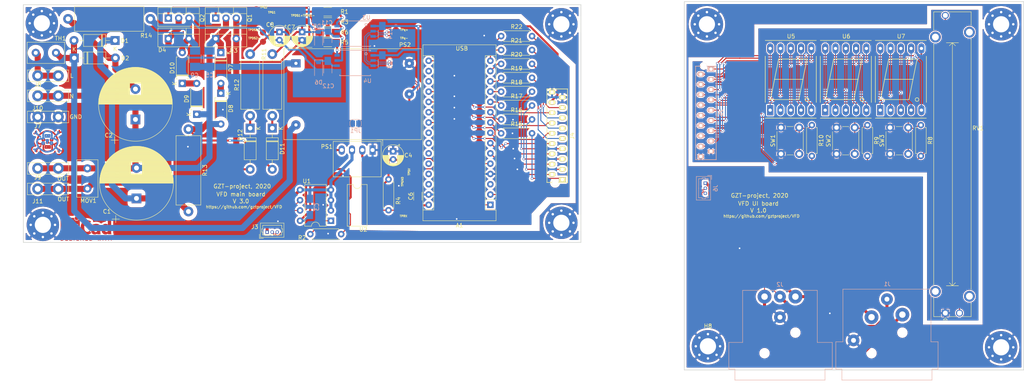
<source format=kicad_pcb>
(kicad_pcb (version 20171130) (host pcbnew 5.1.5-52549c5~86~ubuntu18.04.1)
  (layers (0 F.Cu signal) (31 B.Cu signal) (34 B.Paste user) (35 F.Paste user) (36 B.SilkS user) (37 F.SilkS user) (38 B.Mask user) (39 F.Mask user) (44 Edge.Cuts user))
  (net 0 "")
  (net 1 "Net-(A1-Pad17)")
  (net 2 "Net-(A1-Pad2)")
  (net 3 "Net-(A1-Pad18)")
  (net 4 "Net-(A1-Pad3)")
  (net 5 GND)
  (net 6 /Disp-CA1)
  (net 7 /Disp-CA2)
  (net 8 "Net-(A1-Pad23)")
  (net 9 /Disp-CA3)
  (net 10 "Net-(A1-Pad24)")
  (net 11 /Disp-A)
  (net 12 "Net-(A1-Pad25)")
  (net 13 /Disp-B)
  (net 14 "Net-(A1-Pad26)")
  (net 15 /Disp-C)
  (net 16 "Net-(A1-Pad27)")
  (net 17 /Disp-D)
  (net 18 "Net-(A1-Pad28)")
  (net 19 /Disp-E)
  (net 20 /Disp-F)
  (net 21 +5V)
  (net 22 /Disp-G)
  (net 23 /Disp-DP)
  (net 24 NEUT)
  (net 25 +5VA)
  (net 26 GNDA)
  (net 27 LINE)
  (net 28 "Net-(R2-Pad1)")
  (net 29 "Net-(R2-Pad2)")
  (net 30 "Net-(U2-Pad1)")
  (net 31 "Net-(U2-Pad4)")
  (net 32 "Net-(U2-Pad7)")
  (net 33 /Pot)
  (net 34 /BTN1)
  (net 35 /BTN2)
  (net 36 /BTN3)
  (net 37 /UI/Disp-A)
  (net 38 /UI/Disp-CA1)
  (net 39 /UI/Disp-B)
  (net 40 /UI/Disp-CA2)
  (net 41 /UI/Disp-C)
  (net 42 /UI/Disp-CA3)
  (net 43 /UI/Disp-D)
  (net 44 /UI/BTN1)
  (net 45 /UI/Disp-E)
  (net 46 /UI/BTN2)
  (net 47 /UI/Disp-F)
  (net 48 /UI/BTN3)
  (net 49 /UI/Disp-G)
  (net 50 /UI/Pot)
  (net 51 /UI/Disp-DP)
  (net 52 GNDPWR)
  (net 53 "Net-(A1-Pad9)")
  (net 54 "Net-(A1-Pad10)")
  (net 55 "Net-(A1-Pad11)")
  (net 56 "Net-(A1-Pad12)")
  (net 57 "Net-(A1-Pad13)")
  (net 58 "Net-(A1-Pad14)")
  (net 59 "Net-(A1-Pad15)")
  (net 60 "Net-(A1-Pad16)")
  (net 61 /MotL)
  (net 62 /+400V)
  (net 63 /-400V)
  (net 64 /-IGBT)
  (net 65 /L_NTC)
  (net 66 /+IGBT)
  (net 67 /+Gate)
  (net 68 /-Gate)
  (net 69 /UI/DMX-)
  (net 70 /UI/DMX+)
  (net 71 /DMX+)
  (net 72 /DMX-)
  (net 73 "Net-(D7-Pad2)")
  (net 74 "Net-(D10-Pad1)")
  (net 75 "Net-(R1-Pad1)")
  (net 76 "Net-(R3-Pad1)")
  (net 77 "Net-(R5-Pad1)")
  (net 78 "Net-(R6-Pad1)")
  (net 79 /+DriverSupply)
  (net 80 /-DriverSupply)
  (net 81 "Net-(D11-Pad1)")
  (net 82 "Net-(D12-Pad1)")
  (net 83 /Trig-)
  (net 84 /Trig+)
  (module Symbol:OSHW-Logo2_24.3x20mm_Copper (layer F.Cu) (at 236.474 89.662)
    (fp_text reference REF** hide)
    (fp_text value OSHW-Logo2_24.3x20mm_Copper hide)
    (fp_poly (pts (xy 0.348357 -9.245003) (xy 0.611677 -9.243561) (xy 0.802246 -9.239658) (xy 0.932345 -9.232063) (xy 1.014257 -9.21955) (xy 1.060266 -9.200889) (xy 1.082653 -9.174852) (xy 1.093702 -9.140212) (xy 1.094776 -9.135728) (xy 1.111559 -9.054811) (xy 1.142625 -8.895158) (xy 1.184742 -8.673762) (xy 1.234679 -8.407615) (xy 1.289203 -8.11371) (xy 1.291107 -8.103388) (xy 1.345723 -7.815364) (xy 1.396822 -7.560885) (xy 1.441106 -7.355215) (xy 1.475279 -7.213615) (xy 1.496043 -7.15135) (xy 1.497033 -7.150247) (xy 1.558199 -7.119841) (xy 1.68431 -7.069172) (xy 1.848131 -7.009178) (xy 1.849043 -7.008858) (xy 2.055388 -6.931296) (xy 2.29866 -6.832493) (xy 2.527969 -6.733152) (xy 2.538822 -6.72824) (xy 2.912317 -6.558724) (xy 3.739365 -7.123505) (xy 3.993077 -7.29568) (xy 4.222902 -7.449605) (xy 4.415525 -7.576526) (xy 4.557632 -7.667691) (xy 4.635907 -7.714345) (xy 4.64334 -7.717805) (xy 4.700224 -7.7024) (xy 4.806469 -7.628073) (xy 4.966219 -7.491319) (xy 5.183616 -7.288632) (xy 5.405548 -7.072992) (xy 5.619491 -6.860497) (xy 5.810969 -6.66659) (xy 5.968455 -6.503246) (xy 6.080422 -6.382439) (xy 6.135343 -6.316145) (xy 6.137386 -6.312732) (xy 6.143458 -6.267239) (xy 6.120584 -6.192944) (xy 6.063115 -6.079814) (xy 5.965399 -5.917815) (xy 5.821784 -5.696914) (xy 5.630333 -5.41254) (xy 5.460423 -5.162241) (xy 5.308538 -4.93775) (xy 5.183455 -4.7521) (xy 5.093949 -4.618325) (xy 5.0488 -4.549458) (xy 5.045958 -4.544782) (xy 5.05147 -4.478799) (xy 5.093255 -4.350552) (xy 5.162997 -4.18428) (xy 5.187854 -4.131181) (xy 5.296311 -3.894623) (xy 5.41202 -3.626211) (xy 5.506015 -3.393965) (xy 5.573745 -3.221593) (xy 5.627543 -3.090597) (xy 5.658631 -3.022133) (xy 5.662496 -3.016858) (xy 5.719671 -3.00812) (xy 5.854448 -2.984177) (xy 6.048906 -2.948438) (xy 6.285125 -2.904311) (xy 6.545184 -2.855205) (xy 6.811163 -2.804528) (xy 7.065143 -2.755687) (xy 7.289201 -2.712091) (xy 7.46542 -2.677149) (xy 7.575877 -2.654268) (xy 7.60297 -2.647799) (xy 7.630956 -2.631833) (xy 7.652081 -2.595773) (xy 7.667297 -2.527448) (xy 7.677553 -2.414685) (xy 7.6838 -2.245314) (xy 7.686988 -2.007162) (xy 7.688067 -1.688058) (xy 7.688123 -1.557259) (xy 7.688123 -0.493489) (xy 7.432663 -0.443067) (xy 7.290537 -0.415727) (xy 7.07845 -0.375818) (xy 6.822193 -0.328155) (xy 6.547558 -0.277554) (xy 6.471648 -0.263656) (xy 6.218221 -0.214383) (xy 5.997447 -0.16593) (xy 5.827857 -0.122785) (xy 5.72798 -0.089437) (xy 5.711343 -0.079498) (xy 5.670489 -0.009109) (xy 5.611913 0.127283) (xy 5.546955 0.302805) (xy 5.534071 0.340613) (xy 5.448934 0.57503) (xy 5.343256 0.839524) (xy 5.23984 1.077041) (xy 5.23933 1.078144) (xy 5.067112 1.450733) (xy 5.633524 2.283893) (xy 6.199935 3.117053) (xy 5.472702 3.8455) (xy 5.252748 4.062302) (xy 5.052132 4.253414) (xy 4.882122 4.408636) (xy 4.753985 4.517764) (xy 4.678989 4.570595) (xy 4.668231 4.573947) (xy 4.605067 4.547549) (xy 4.47618 4.47416) (xy 4.295649 4.362484) (xy 4.077554 4.221224) (xy 3.841754 4.063027) (xy 3.602436 3.901664) (xy 3.389059 3.761252) (xy 3.215175 3.650431) (xy 3.094334 3.577838) (xy 3.040263 3.552108) (xy 2.974294 3.57388) (xy 2.849198 3.631251) (xy 2.69078 3.7123) (xy 2.673987 3.721309) (xy 2.460652 3.8283) (xy 2.314364 3.880772) (xy 2.22338 3.88133) (xy 2.175959 3.83258) (xy 2.175683 3.831897) (xy 2.15198 3.774164) (xy 2.095449 3.637115) (xy 2.010474 3.431357) (xy 1.901438 3.167498) (xy 1.772724 2.856144) (xy 1.628715 2.507904) (xy 1.489251 2.170744) (xy 1.33598 1.798666) (xy 1.195251 1.453987) (xy 1.071282 1.147271) (xy 0.968291 0.889085) (xy 0.890496 0.689994) (xy 0.842114 0.560565) (xy 0.827204 0.512261) (xy 0.864594 0.45685) (xy 0.962398 0.368538) (xy 1.092815 0.271174) (xy 1.464223 -0.036747) (xy 1.75453 -0.389696) (xy 1.960256 -0.780239) (xy 2.077923 -1.200943) (xy 2.104051 -1.644371) (xy 2.08506 -1.849042) (xy 1.981583 -2.273677) (xy 1.803373 -2.648664) (xy 1.561482 -2.970304) (xy 1.266963 -3.234899) (xy 0.930871 -3.43875) (xy 0.564258 -3.578158) (xy 0.178177 -3.649426) (xy -0.216319 -3.648855) (xy -0.608175 -3.572746) (xy -0.98634 -3.417401) (xy -1.33976 -3.179121) (xy -1.487273 -3.044361) (xy -1.770184 -2.698321) (xy -1.967168 -2.320174) (xy -2.079536 -1.920945) (xy -2.108599 -1.511655) (xy -2.055669 -1.103328) (xy -1.922057 -0.706987) (xy -1.709075 -0.333655) (xy -1.418034 0.005645) (xy -1.092814 0.271174) (xy -0.957348 0.372671) (xy -0.861651 0.460025) (xy -0.827203 0.512343) (xy -0.84524 0.569398) (xy -0.896538 0.705698) (xy -0.976876 0.910678) (xy -1.082036 1.173772) (xy -1.207796 1.484416) (xy -1.349937 1.832043) (xy -1.489635 2.170826) (xy -1.643759 2.543222) (xy -1.786518 2.888307) (xy -1.913529 3.195477) (xy -2.020411 3.454125) (xy -2.10278 3.653647) (xy -2.156253 3.783435) (xy -2.176067 3.831897) (xy -2.222876 3.881129) (xy -2.313417 3.880985) (xy -2.459342 3.828877) (xy -2.672302 3.722216) (xy -2.673986 3.721309) (xy -2.83433 3.638536) (xy -2.963948 3.578242) (xy -3.037037 3.552346) (xy -3.040263 3.552108) (xy -3.095284 3.578374) (xy -3.216757 3.651416) (xy -3.391129 3.762595) (xy -3.60485 3.903273) (xy -3.841753 4.063027) (xy -4.082945 4.224779) (xy -4.300326 4.36545) (xy -4.479816 4.476335) (xy -4.607336 4.54873) (xy -4.66823 4.573947) (xy -4.724303 4.540803) (xy -4.83704 4.448173) (xy -4.995177 4.306257) (xy -5.187449 4.125255) (xy -5.402591 3.915369) (xy -5.472952 3.845249) (xy -6.200434 3.116552) (xy -5.646705 2.3039) (xy -5.478423 2.054342) (xy -5.330729 1.830366) (xy -5.21191 1.644949) (xy -5.13025 1.511065) (xy -5.094036 1.44169) (xy -5.092975 1.436755) (xy -5.112067 1.371364) (xy -5.163418 1.239825) (xy -5.23814 1.064181) (xy -5.290588 0.946591) (xy -5.388654 0.721461) (xy -5.481007 0.494015) (xy -5.552606 0.301839) (xy -5.572056 0.243295) (xy -5.627314 0.086956) (xy -5.681331 -0.033842) (xy -5.711001 -0.079498) (xy -5.776476 -0.107439) (xy -5.919376 -0.147049) (xy -6.121161 -0.193838) (xy -6.363288 -0.243317) (xy -6.471647 -0.263656) (xy -6.746811 -0.314219) (xy -7.010746 -0.363178) (xy -7.237659 -0.405719) (xy -7.401761 -0.437025) (xy -7.432662 -0.443067) (xy -7.688122 -0.493489) (xy -7.688122 -1.557259) (xy -7.687548 -1.90705) (xy -7.685193 -2.1717) (xy -7.680107 -2.363378) (xy -7.671339 -2.494256) (xy -7.657938 -2.576507) (xy -7.638954 -2.622302) (xy -7.613438 -2.643812) (xy -7.602969 -2.647799) (xy -7.539826 -2.661944) (xy -7.400325 -2.690166) (xy -7.202389 -2.729057) (xy -6.963935 -2.775208) (xy -6.702886 -2.825212) (xy -6.437161 -2.875659) (xy -6.184681 -2.923142) (xy -5.963365 -2.964252) (xy -5.791134 -2.995581) (xy -5.685908 -3.013722) (xy -5.662495 -3.016858) (xy -5.641284 -3.058827) (xy -5.594332 -3.17063) (xy -5.530419 -3.331112) (xy -5.506014 -3.393965) (xy -5.40758 -3.636797) (xy -5.291666 -3.905082) (xy -5.187853 -4.131181) (xy -5.111465 -4.304065) (xy -5.060644 -4.446123) (xy -5.043679 -4.533122) (xy -5.046384 -4.544782) (xy -5.082239 -4.59983) (xy -5.164108 -4.722261) (xy -5.283205 -4.899038) (xy -5.430742 -5.117123) (xy -5.597931 -5.36348) (xy -5.63099 -5.412109) (xy -5.82498 -5.700227) (xy -5.967579 -5.919623) (xy -6.064473 -6.080398) (xy -6.121346 -6.192654) (xy -6.143884 -6.26649) (xy -6.137772 -6.31201) (xy -6.137616 -6.3123) (xy -6.089511 -6.37209) (xy -5.983111 -6.487681) (xy -5.829948 -6.647091) (xy -5.641555 -6.838335) (xy -5.429465 -7.049432) (xy -5.405547 -7.072992) (xy -5.138262 -7.331828) (xy -4.931992 -7.521883) (xy -4.782592 -7.646663) (xy -4.68592 -7.709673) (xy -4.643339 -7.717805) (xy -4.581196 -7.682328) (xy -4.452237 -7.600377) (xy -4.269778 -7.480708) (xy -4.047133 -7.332074) (xy -3.797616 -7.163228) (xy -3.739364 -7.123505) (xy -2.912316 -6.558724) (xy -2.538821 -6.72824) (xy -2.311684 -6.827029) (xy -2.067872 -6.926383) (xy -1.858275 -7.005599) (xy -1.849042 -7.008858) (xy -1.685095 -7.068871) (xy -1.558715 -7.119618) (xy -1.497137 -7.150159) (xy -1.497032 -7.150247) (xy -1.477493 -7.205452) (xy -1.444279 -7.341221) (xy -1.400687 -7.542291) (xy -1.350016 -7.793401) (xy -1.295561 -8.079287) (xy -1.291106 -8.103388) (xy -1.236482 -8.397941) (xy -1.186336 -8.665316) (xy -1.143898 -8.88852) (xy -1.112402 -9.050561) (xy -1.095077 -9.134447) (xy -1.094775 -9.135728) (xy -1.084232 -9.171412) (xy -1.063731 -9.198354) (xy -1.020989 -9.217782) (xy -0.943724 -9.230925) (xy -0.819652 -9.239011) (xy -0.636491 -9.243268) (xy -0.381958 -9.244925) (xy -0.043769 -9.24521) (xy 0 -9.24521) (xy 0.348357 -9.245003)) (layer F.Cu) (width 0.01))
    (fp_poly (pts (xy 10.572399 6.594233) (xy 10.764917 6.720057) (xy 10.857774 6.832696) (xy 10.93134 7.037092) (xy 10.937183 7.19883) (xy 10.923947 7.415094) (xy 10.425192 7.633398) (xy 10.182685 7.74493) (xy 10.024229 7.83465) (xy 9.941836 7.912361) (xy 9.927518 7.987867) (xy 9.973287 8.070971) (xy 10.023755 8.126054) (xy 10.170605 8.214389) (xy 10.330328 8.220579) (xy 10.47702 8.151735) (xy 10.584781 8.014972) (xy 10.604055 7.96668) (xy 10.696376 7.815848) (xy 10.802588 7.751567) (xy 10.948276 7.696576) (xy 10.948276 7.905057) (xy 10.935396 8.046926) (xy 10.884943 8.166563) (xy 10.779197 8.303927) (xy 10.76348 8.321777) (xy 10.645855 8.443986) (xy 10.544746 8.50957) (xy 10.41825 8.539742) (xy 10.313384 8.549623) (xy 10.125811 8.552085) (xy 9.992284 8.520892) (xy 9.908983 8.474579) (xy 9.778063 8.372735) (xy 9.687439 8.262591) (xy 9.630087 8.124069) (xy 9.59898 7.93709) (xy 9.587094 7.681577) (xy 9.586145 7.551894) (xy 9.589371 7.396421) (xy 9.883166 7.396421) (xy 9.886573 7.479827) (xy 9.895066 7.493487) (xy 9.95111 7.474931) (xy 10.071718 7.425822) (xy 10.232913 7.356002) (xy 10.266622 7.340995) (xy 10.470339 7.237404) (xy 10.582579 7.146359) (xy 10.607247 7.061081) (xy 10.548245 6.974794) (xy 10.499518 6.936667) (xy 10.323694 6.860417) (xy 10.159127 6.873014) (xy 10.021354 6.966086) (xy 9.925913 7.131256) (xy 9.895314 7.262357) (xy 9.883166 7.396421) (xy 9.589371 7.396421) (xy 9.592432 7.248919) (xy 9.615599 7.024756) (xy 9.66149 6.861526) (xy 9.735954 6.741352) (xy 9.844836 6.646355) (xy 9.892305 6.615655) (xy 10.107938 6.535703) (xy 10.344021 6.530672) (xy 10.572399 6.594233)) (layer F.Cu) (width 0.01))
    (fp_poly (pts (xy 8.892816 6.566697) (xy 8.950976 6.592116) (xy 9.089795 6.702059) (xy 9.208505 6.86103) (xy 9.281921 7.030677) (xy 9.29387 7.114313) (xy 9.253809 7.231078) (xy 9.165935 7.292862) (xy 9.071718 7.330273) (xy 9.028577 7.337167) (xy 9.007571 7.287138) (xy 8.96609 7.178269) (xy 8.947892 7.129076) (xy 8.845848 6.958913) (xy 8.698103 6.874038) (xy 8.508655 6.876648) (xy 8.494623 6.879991) (xy 8.393481 6.927945) (xy 8.319124 7.021432) (xy 8.268338 7.171939) (xy 8.237908 7.390951) (xy 8.224618 7.689956) (xy 8.223372 7.849056) (xy 8.222754 8.099855) (xy 8.218705 8.270825) (xy 8.207933 8.379454) (xy 8.187147 8.44323) (xy 8.153055 8.479643) (xy 8.102365 8.506179) (xy 8.099435 8.507515) (xy 8.001818 8.548787) (xy 7.953458 8.563985) (xy 7.946027 8.518037) (xy 7.939666 8.391034) (xy 7.934832 8.199235) (xy 7.931985 7.958902) (xy 7.931418 7.783024) (xy 7.934313 7.442688) (xy 7.945637 7.184495) (xy 7.969346 6.993374) (xy 8.009397 6.854253) (xy 8.069747 6.75206) (xy 8.154353 6.671724) (xy 8.237899 6.615655) (xy 8.438791 6.541032) (xy 8.672596 6.524202) (xy 8.892816 6.566697)) (layer F.Cu) (width 0.01))
    (fp_poly (pts (xy 7.190678 6.558594) (xy 7.330782 6.622323) (xy 7.44075 6.699543) (xy 7.521324 6.785887) (xy 7.576954 6.897272) (xy 7.612089 7.049616) (xy 7.631179 7.258835) (xy 7.638672 7.540846) (xy 7.639464 7.726555) (xy 7.639464 8.451046) (xy 7.515527 8.507515) (xy 7.41791 8.548787) (xy 7.36955 8.563985) (xy 7.360298 8.518762) (xy 7.352958 8.396824) (xy 7.348464 8.218772) (xy 7.34751 8.077395) (xy 7.34341 7.873146) (xy 7.332354 7.711113) (xy 7.316211 7.611891) (xy 7.303387 7.590805) (xy 7.217186 7.612338) (xy 7.081862 7.667566) (xy 6.92517 7.742436) (xy 6.774863 7.822892) (xy 6.658693 7.89488) (xy 6.604413 7.944346) (xy 6.604198 7.944881) (xy 6.608867 8.036428) (xy 6.650732 8.12382) (xy 6.724235 8.194802) (xy 6.831516 8.218543) (xy 6.923202 8.215777) (xy 7.053058 8.213741) (xy 7.121221 8.244164) (xy 7.162159 8.324543) (xy 7.167321 8.3397) (xy 7.185067 8.454331) (xy 7.137609 8.523934) (xy 7.013907 8.557105) (xy 6.880281 8.56324) (xy 6.639817 8.517763) (xy 6.515338 8.452817) (xy 6.361605 8.300246) (xy 6.280073 8.112971) (xy 6.272756 7.915085) (xy 6.341669 7.730685) (xy 6.445328 7.615134) (xy 6.548823 7.550442) (xy 6.711492 7.468542) (xy 6.901054 7.385486) (xy 6.93265 7.372795) (xy 7.140869 7.280908) (xy 7.260898 7.199923) (xy 7.299501 7.119413) (xy 7.26344 7.02895) (xy 7.201533 6.958238) (xy 7.055213 6.87117) (xy 6.894217 6.86464) (xy 6.746573 6.931735) (xy 6.64031 7.065544) (xy 6.626362 7.100067) (xy 6.54516 7.227042) (xy 6.426608 7.321309) (xy 6.277012 7.398668) (xy 6.277012 7.179307) (xy 6.285817 7.04528) (xy 6.32357 6.939644) (xy 6.407279 6.826939) (xy 6.487636 6.740127) (xy 6.612591 6.617204) (xy 6.709677 6.551171) (xy 6.813954 6.524684) (xy 6.931989 6.520307) (xy 7.190678 6.558594)) (layer F.Cu) (width 0.01))
    (fp_poly (pts (xy 5.966873 6.5664) (xy 5.974299 6.694422) (xy 5.980118 6.888985) (xy 5.983859 7.134702) (xy 5.985058 7.392426) (xy 5.985058 8.264545) (xy 5.831075 8.418528) (xy 5.724963 8.513412) (xy 5.631816 8.551845) (xy 5.504504 8.549413) (xy 5.453968 8.543223) (xy 5.296017 8.52521) (xy 5.165371 8.514888) (xy 5.133525 8.513935) (xy 5.026166 8.520171) (xy 4.872619 8.535824) (xy 4.813083 8.543223) (xy 4.666857 8.554668) (xy 4.568589 8.529808) (xy 4.47115 8.453058) (xy 4.435976 8.418528) (xy 4.281993 8.264545) (xy 4.281993 6.633246) (xy 4.40593 6.576776) (xy 4.51265 6.53495) (xy 4.575087 6.520307) (xy 4.591096 6.566583) (xy 4.606058 6.695884) (xy 4.618978 6.893914) (xy 4.628857 7.14638) (xy 4.633622 7.359675) (xy 4.646935 8.199042) (xy 4.76308 8.215464) (xy 4.868716 8.203982) (xy 4.920477 8.166805) (xy 4.934945 8.097298) (xy 4.947298 7.94924) (xy 4.956552 7.741391) (xy 4.961728 7.492512) (xy 4.962474 7.364435) (xy 4.963219 6.627145) (xy 5.116457 6.573726) (xy 5.224916 6.537406) (xy 5.283913 6.520468) (xy 5.285614 6.520307) (xy 5.291533 6.566349) (xy 5.298039 6.694018) (xy 5.304586 6.887632) (xy 5.310627 7.131507) (xy 5.314848 7.359675) (xy 5.328161 8.199042) (xy 5.620115 8.199042) (xy 5.633513 7.433275) (xy 5.64691 6.667508) (xy 5.789238 6.593908) (xy 5.894322 6.543366) (xy 5.956517 6.520431) (xy 5.958312 6.520307) (xy 5.966873 6.5664)) (layer F.Cu) (width 0.01))
    (fp_poly (pts (xy 3.989857 6.924093) (xy 3.989239 7.287769) (xy 3.986847 7.567532) (xy 3.981671 7.776784) (xy 3.972704 7.928926) (xy 3.958936 8.037359) (xy 3.939361 8.115485) (xy 3.912968 8.176707) (xy 3.892984 8.211652) (xy 3.727483 8.401157) (xy 3.517648 8.519942) (xy 3.285486 8.562564) (xy 3.053008 8.523583) (xy 2.914572 8.453532) (xy 2.769242 8.332353) (xy 2.670195 8.184354) (xy 2.610435 7.990534) (xy 2.582969 7.731892) (xy 2.579079 7.542146) (xy 2.579603 7.52851) (xy 2.919541 7.52851) (xy 2.921617 7.746096) (xy 2.93113 7.890134) (xy 2.953008 7.984364) (xy 2.992176 8.052523) (xy 3.038976 8.103936) (xy 3.196146 8.203175) (xy 3.3649 8.211653) (xy 3.524393 8.128799) (xy 3.536807 8.117572) (xy 3.589791 8.059171) (xy 3.623014 7.989686) (xy 3.641 7.88627) (xy 3.648275 7.726073) (xy 3.649426 7.548965) (xy 3.646932 7.326467) (xy 3.636608 7.178037) (xy 3.614191 7.080489) (xy 3.575418 7.010637) (xy 3.543626 6.973539) (xy 3.395939 6.879975) (xy 3.225846 6.868725) (xy 3.063492 6.94019) (xy 3.03216 6.96672) (xy 2.978822 7.025636) (xy 2.945531 7.095837) (xy 2.927656 7.200418) (xy 2.920566 7.362479) (xy 2.919541 7.52851) (xy 2.579603 7.52851) (xy 2.59084 7.236579) (xy 2.630787 7.006993) (xy 2.705913 6.834387) (xy 2.823214 6.69976) (xy 2.914572 6.630759) (xy 3.080627 6.556214) (xy 3.273092 6.521613) (xy 3.451999 6.530875) (xy 3.552108 6.568238) (xy 3.591393 6.578872) (xy 3.617461 6.539225) (xy 3.635658 6.432981) (xy 3.649426 6.271145) (xy 3.664499 6.090902) (xy 3.685436 5.982458) (xy 3.723532 5.920446) (xy 3.790085 5.879499) (xy 3.831897 5.861366) (xy 3.990039 5.79512) (xy 3.989857 6.924093)) (layer F.Cu) (width 0.01))
    (fp_poly (pts (xy 1.776572 6.536534) (xy 1.997609 6.618099) (xy 2.176683 6.762366) (xy 2.24672 6.86392) (xy 2.323071 7.050268) (xy 2.321485 7.18501) (xy 2.241347 7.275631) (xy 2.211696 7.29104) (xy 2.083674 7.339084) (xy 2.018294 7.326776) (xy 1.996148 7.246098) (xy 1.99502 7.201533) (xy 1.954477 7.037581) (xy 1.848802 6.922891) (xy 1.701924 6.867497) (xy 1.537773 6.881435) (xy 1.404337 6.953827) (xy 1.359269 6.99512) (xy 1.327323 7.045216) (xy 1.305744 7.120942) (xy 1.291773 7.239128) (xy 1.282655 7.4166) (xy 1.275631 7.670186) (xy 1.273812 7.750479) (xy 1.267178 8.025158) (xy 1.259636 8.218481) (xy 1.248325 8.346388) (xy 1.230385 8.424822) (xy 1.202955 8.469725) (xy 1.163177 8.497038) (xy 1.13771 8.509105) (xy 1.029556 8.550367) (xy 0.96589 8.563985) (xy 0.944854 8.518505) (xy 0.932013 8.381006) (xy 0.9273 8.149902) (xy 0.930644 7.823604) (xy 0.931686 7.773276) (xy 0.939035 7.475581) (xy 0.947726 7.258205) (xy 0.960092 7.104153) (xy 0.97847 6.99643) (xy 1.005195 6.918042) (xy 1.042602 6.851994) (xy 1.06217 6.823691) (xy 1.174366 6.698467) (xy 1.29985 6.601063) (xy 1.315213 6.592561) (xy 1.540223 6.525433) (xy 1.776572 6.536534)) (layer F.Cu) (width 0.01))
    (fp_poly (pts (xy 0.133241 6.540601) (xy 0.323905 6.611403) (xy 0.326086 6.612764) (xy 0.444006 6.69955) (xy 0.53106 6.800973) (xy 0.592286 6.933145) (xy 0.632723 7.112182) (xy 0.657409 7.354195) (xy 0.671382 7.675299) (xy 0.672607 7.721048) (xy 0.6902 8.410869) (xy 0.542152 8.487427) (xy 0.43503 8.539163) (xy 0.370351 8.563678) (xy 0.367359 8.563985) (xy 0.356166 8.518751) (xy 0.347275 8.396736) (xy 0.341806 8.218468) (xy 0.340613 8.074116) (xy 0.340586 7.840271) (xy 0.329896 7.693419) (xy 0.292633 7.623376) (xy 0.212888 7.619958) (xy 0.074749 7.672983) (xy -0.133812 7.770454) (xy -0.287171 7.851409) (xy -0.366048 7.921644) (xy -0.389236 7.998194) (xy -0.389272 8.001982) (xy -0.351007 8.133852) (xy -0.237717 8.205091) (xy -0.064336 8.21541) (xy 0.06055 8.21362) (xy 0.126399 8.249589) (xy 0.167464 8.335985) (xy 0.191099 8.446054) (xy 0.157039 8.508508) (xy 0.144214 8.517446) (xy 0.023472 8.553343) (xy -0.145612 8.558426) (xy -0.319739 8.534631) (xy -0.443124 8.491147) (xy -0.613713 8.346309) (xy -0.710681 8.144694) (xy -0.729885 7.98718) (xy -0.71523 7.845104) (xy -0.662199 7.729127) (xy -0.557194 7.626121) (xy -0.386614 7.522954) (xy -0.136862 7.406496) (xy -0.121647 7.399914) (xy 0.103329 7.295981) (xy 0.242157 7.210743) (xy 0.301662 7.134147) (xy 0.288672 7.056139) (xy 0.210012 6.966664) (xy 0.18649 6.946073) (xy 0.028933 6.866236) (xy -0.134323 6.869597) (xy -0.276505 6.947874) (xy -0.37084 7.092781) (xy -0.379605 7.121224) (xy -0.464962 7.259174) (xy -0.573271 7.32562) (xy -0.729885 7.391471) (xy -0.729885 7.221097) (xy -0.682244 6.973454) (xy -0.540841 6.746307) (xy -0.467258 6.670318) (xy -0.299991 6.57279) (xy -0.087274 6.52864) (xy 0.133241 6.540601)) (layer F.Cu) (width 0.01))
    (fp_poly (pts (xy -2.092337 6.206429) (xy -2.078077 6.405313) (xy -2.061698 6.522511) (xy -2.039002 6.573632) (xy -2.005788 6.574286) (xy -1.995019 6.568183) (xy -1.851767 6.523997) (xy -1.665425 6.526577) (xy -1.475976 6.571999) (xy -1.357483 6.630759) (xy -1.235991 6.724631) (xy -1.147177 6.830865) (xy -1.086208 6.96585) (xy -1.04825 7.145976) (xy -1.028468 7.387633) (xy -1.02203 7.707211) (xy -1.021914 7.768516) (xy -1.021839 8.457147) (xy -1.175077 8.510566) (xy -1.283913 8.546908) (xy -1.343626 8.563828) (xy -1.345383 8.563985) (xy -1.351264 8.5181) (xy -1.356268 8.391539) (xy -1.360016 8.200941) (xy -1.362127 7.962948) (xy -1.362452 7.818252) (xy -1.363129 7.532955) (xy -1.366614 7.32848) (xy -1.375088 7.188334) (xy -1.390734 7.096023) (xy -1.415731 7.035053) (xy -1.452262 6.988931) (xy -1.475071 6.96672) (xy -1.631751 6.877214) (xy -1.802726 6.870511) (xy -1.95785 6.946208) (xy -1.986537 6.973539) (xy -2.028613 7.024929) (xy -2.057799 7.085886) (xy -2.076429 7.174025) (xy -2.086839 7.306961) (xy -2.091363 7.502309) (xy -2.092337 7.771652) (xy -2.092337 8.457147) (xy -2.245575 8.510566) (xy -2.354411 8.546908) (xy -2.414124 8.563828) (xy -2.415881 8.563985) (xy -2.420375 8.517414) (xy -2.424425 8.386051) (xy -2.42787 8.182422) (xy -2.430547 7.919054) (xy -2.432294 7.608471) (xy -2.432949 7.263201) (xy -2.43295 7.247843) (xy -2.43295 5.931701) (xy -2.116666 5.798289) (xy -2.092337 6.206429)) (layer F.Cu) (width 0.01))
    (fp_poly (pts (xy -6.140747 6.474461) (xy -5.948903 6.603519) (xy -5.800648 6.789915) (xy -5.712084 7.027109) (xy -5.694172 7.201691) (xy -5.696206 7.274544) (xy -5.71324 7.330324) (xy -5.760064 7.380298) (xy -5.851473 7.435733) (xy -6.002258 7.507896) (xy -6.227213 7.608055) (xy -6.228352 7.608558) (xy -6.435415 7.703396) (xy -6.605212 7.787609) (xy -6.720388 7.852133) (xy -6.76359 7.8879) (xy -6.763601 7.888188) (xy -6.725525 7.966074) (xy -6.636484 8.051924) (xy -6.534263 8.113769) (xy -6.482474 8.126054) (xy -6.341184 8.083564) (xy -6.219512 7.977152) (xy -6.160145 7.860156) (xy -6.103033 7.773905) (xy -5.991161 7.675681) (xy -5.859654 7.590827) (xy -5.743632 7.544681) (xy -5.719371 7.542146) (xy -5.692062 7.583868) (xy -5.690416 7.690519) (xy -5.710486 7.834321) (xy -5.748322 7.987501) (xy -5.799977 8.122283) (xy -5.802586 8.127516) (xy -5.958031 8.344557) (xy -6.159493 8.492185) (xy -6.388288 8.564644) (xy -6.625733 8.556177) (xy -6.853146 8.461027) (xy -6.863257 8.454337) (xy -7.04215 8.292211) (xy -7.15978 8.080682) (xy -7.224877 7.802543) (xy -7.233613 7.724398) (xy -7.249086 7.355549) (xy -7.230537 7.183541) (xy -6.763601 7.183541) (xy -6.757534 7.290838) (xy -6.724351 7.322152) (xy -6.641623 7.298725) (xy -6.511221 7.243348) (xy -6.365457 7.173932) (xy -6.361834 7.172094) (xy -6.238283 7.107108) (xy -6.188697 7.06374) (xy -6.200925 7.018275) (xy -6.252412 6.958536) (xy -6.383399 6.872085) (xy -6.524462 6.865733) (xy -6.650995 6.928649) (xy -6.738392 7.050003) (xy -6.763601 7.183541) (xy -7.230537 7.183541) (xy -7.21726 7.060435) (xy -7.135609 6.826382) (xy -7.021939 6.662413) (xy -6.816775 6.496716) (xy -6.590786 6.414519) (xy -6.360075 6.409281) (xy -6.140747 6.474461)) (layer F.Cu) (width 0.01))
    (fp_poly (pts (xy -9.919632 6.443358) (xy -9.691564 6.56328) (xy -9.523248 6.756278) (xy -9.463459 6.880355) (xy -9.416934 7.066653) (xy -9.393118 7.302045) (xy -9.39086 7.558952) (xy -9.409008 7.809799) (xy -9.446411 8.027009) (xy -9.501916 8.183005) (xy -9.518975 8.209871) (xy -9.72103 8.410415) (xy -9.961022 8.530529) (xy -10.221434 8.56568) (xy -10.484753 8.511337) (xy -10.558033 8.478756) (xy -10.700739 8.378353) (xy -10.825986 8.245225) (xy -10.837823 8.228341) (xy -10.885935 8.146969) (xy -10.917738 8.059984) (xy -10.936526 7.945475) (xy -10.945592 7.78153) (xy -10.948229 7.54624) (xy -10.948275 7.493487) (xy -10.948154 7.476699) (xy -10.461685 7.476699) (xy -10.458854 7.698761) (xy -10.447712 7.846123) (xy -10.424291 7.941308) (xy -10.384619 8.006837) (xy -10.364367 8.028736) (xy -10.24794 8.111953) (xy -10.134902 8.108158) (xy -10.020609 8.035973) (xy -9.952441 7.958911) (xy -9.91207 7.846429) (xy -9.889398 7.669055) (xy -9.887843 7.648367) (xy -9.883973 7.326911) (xy -9.924417 7.088167) (xy -10.008626 6.9336) (xy -10.136053 6.864678) (xy -10.18154 6.86092) (xy -10.300981 6.879821) (xy -10.382683 6.945306) (xy -10.432637 7.070544) (xy -10.456834 7.268704) (xy -10.461685 7.476699) (xy -10.948154 7.476699) (xy -10.946463 7.242765) (xy -10.938853 7.067582) (xy -10.922186 6.946191) (xy -10.893201 6.856847) (xy -10.84864 6.777803) (xy -10.838793 6.763107) (xy -10.67328 6.565011) (xy -10.49293 6.450014) (xy -10.273365 6.404365) (xy -10.198805 6.402135) (xy -9.919632 6.443358)) (layer F.Cu) (width 0.01))
    (fp_poly (pts (xy -4.304284 6.462865) (xy -4.148128 6.55319) (xy -4.039559 6.642845) (xy -3.960155 6.736776) (xy -3.905454 6.851646) (xy -3.87099 7.004114) (xy -3.852299 7.210844) (xy -3.844919 7.488496) (xy -3.844061 7.688086) (xy -3.844061 8.422766) (xy -4.050862 8.515472) (xy -4.257662 8.608179) (xy -4.281992 7.803492) (xy -4.292045 7.502966) (xy -4.302591 7.284835) (xy -4.315657 7.134186) (xy -4.333271 7.036107) (xy -4.357461 6.975688) (xy -4.390254 6.938016) (xy -4.400775 6.929862) (xy -4.560187 6.866178) (xy -4.721321 6.891378) (xy -4.817241 6.958238) (xy -4.856259 7.005616) (xy -4.883267 7.067787) (xy -4.900432 7.162039) (xy -4.909918 7.305657) (xy -4.913893 7.515931) (xy -4.914559 7.73507) (xy -4.91469 8.009999) (xy -4.919397 8.204602) (xy -4.935154 8.335851) (xy -4.968433 8.420718) (xy -5.025707 8.476177) (xy -5.113447 8.519201) (xy -5.230638 8.563907) (xy -5.358632 8.612571) (xy -5.343396 7.74891) (xy -5.337261 7.437565) (xy -5.330082 7.207483) (xy -5.319795 7.042614) (xy -5.30433 6.926909) (xy -5.281621 6.844316) (xy -5.249601 6.778788) (xy -5.210997 6.720974) (xy -5.024747 6.536283) (xy -4.797479 6.429481) (xy -4.550291 6.403898) (xy -4.304284 6.462865)) (layer F.Cu) (width 0.01))
    (fp_poly (pts (xy -8.046834 6.436506) (xy -7.860916 6.529204) (xy -7.69682 6.699885) (xy -7.651628 6.763107) (xy -7.602396 6.845834) (xy -7.570453 6.935687) (xy -7.552178 7.055608) (xy -7.543952 7.228537) (xy -7.542145 7.456835) (xy -7.550303 7.769693) (xy -7.578659 8.004598) (xy -7.633038 8.179847) (xy -7.719263 8.313738) (xy -7.843159 8.424569) (xy -7.852263 8.431131) (xy -7.974366 8.498256) (xy -8.1214 8.531467) (xy -8.308396 8.539655) (xy -8.612387 8.539655) (xy -8.612515 8.834762) (xy -8.615344 8.999117) (xy -8.632582 9.095523) (xy -8.67763 9.153343) (xy -8.763886 9.201941) (xy -8.784601 9.211869) (xy -8.881538 9.258398) (xy -8.956593 9.287786) (xy -9.012402 9.290324) (xy -9.051603 9.256302) (xy -9.076832 9.176012) (xy -9.090728 9.039743) (xy -9.095927 8.837787) (xy -9.095066 8.560434) (xy -9.090784 8.197976) (xy -9.089447 8.08956) (xy -9.084629 7.715837) (xy -9.080313 7.471369) (xy -8.612643 7.471369) (xy -8.610015 7.678877) (xy -8.598333 7.814645) (xy -8.571903 7.904192) (xy -8.525031 7.973039) (xy -8.493207 8.006618) (xy -8.363108 8.104869) (xy -8.247921 8.112866) (xy -8.129066 8.03173) (xy -8.126053 8.028736) (xy -8.077695 7.96603) (xy -8.048278 7.880808) (xy -8.03344 7.749564) (xy -8.028819 7.548793) (xy -8.028735 7.504314) (xy -8.039902 7.227639) (xy -8.076253 7.035842) (xy -8.142059 6.918757) (xy -8.241593 6.866215) (xy -8.299119 6.86092) (xy -8.435649 6.885767) (xy -8.529298 6.967581) (xy -8.58567 7.11727) (xy -8.610367 7.345743) (xy -8.612643 7.471369) (xy -9.080313 7.471369) (xy -9.079522 7.426587) (xy -9.072922 7.20897) (xy -9.063623 7.050146) (xy -9.050423 6.937274) (xy -9.032115 6.857513) (xy -9.007497 6.798023) (xy -8.975363 6.745963) (xy -8.961585 6.726373) (xy -8.778812 6.541328) (xy -8.547724 6.436412) (xy -8.28041 6.407163) (xy -8.046834 6.436506)) (layer F.Cu) (width 0.01))
  )
  (module Connectors_Molex:Molex_PicoBlade_53047-0310_03x1.25mm_Straight (layer B.Cu) (at 204.724 78.867 270)
    (fp_text reference J6 (at 1.25 -2.5 270) (layer B.SilkS) (effects (justify mirror)))
    (fp_text value Conn_01x03_Male)
    (pad 3 thru_hole circle (at 2.5 0 270) (size 0.85 0.85) (drill 0.5) (layers *.Cu *.Mask) (net 69 /UI/DMX-))
    (pad 2 thru_hole circle (at 1.25 0 270) (size 0.85 0.85) (drill 0.5) (layers *.Cu *.Mask) (net 70 /UI/DMX+))
    (pad 1 thru_hole rect (at 0 0 270) (size 0.85 0.85) (drill 0.5) (layers *.Cu *.Mask) (net 26 GNDA))
  )
  (module Resistors_THT:R_Axial_DIN0207_L6.3mm_D2.5mm_P7.62mm_Horizontal (layer F.Cu) (at 257.937 64.516 270)
    (fp_text reference R8 (at 3.81 -2.31 90) (layer F.SilkS))
    (fp_text value 15k)
    (pad 2 thru_hole oval (at 7.62 0 270) (size 1.6 1.6) (drill 0.8) (layers *.Cu *.Mask) (net 21 +5V))
    (pad 1 thru_hole circle (at 0 0 270) (size 1.6 1.6) (drill 0.8) (layers *.Cu *.Mask) (net 48 /UI/BTN3))
  )
  (module Resistors_THT:R_Axial_DIN0207_L6.3mm_D2.5mm_P7.62mm_Horizontal (layer F.Cu) (at 231.013 64.516 270)
    (fp_text reference R10 (at 3.81 -2.31 90) (layer F.SilkS))
    (fp_text value 15k)
    (pad 2 thru_hole oval (at 7.62 0 270) (size 1.6 1.6) (drill 0.8) (layers *.Cu *.Mask) (net 21 +5V))
    (pad 1 thru_hole circle (at 0 0 270) (size 1.6 1.6) (drill 0.8) (layers *.Cu *.Mask) (net 44 /UI/BTN1))
  )
  (module Resistors_THT:R_Axial_DIN0207_L6.3mm_D2.5mm_P7.62mm_Horizontal (layer F.Cu) (at 244.729 64.516 270)
    (fp_text reference R9 (at 3.81 -2.31 90) (layer F.SilkS))
    (fp_text value 15k)
    (pad 2 thru_hole oval (at 7.62 0 270) (size 1.6 1.6) (drill 0.8) (layers *.Cu *.Mask) (net 21 +5V))
    (pad 1 thru_hole circle (at 0 0 270) (size 1.6 1.6) (drill 0.8) (layers *.Cu *.Mask) (net 46 /UI/BTN2))
  )
  (module Symbol:KiCad-Logo2_6mm_Copper (layer F.Cu) (at 208.661 105.791)
    (fp_text reference REF** hide)
    (fp_text value KiCad-Logo2_6mm_Copper hide)
    (fp_poly (pts (xy -6.109663 3.635258) (xy -6.070181 3.635659) (xy -5.954492 3.638451) (xy -5.857603 3.646742) (xy -5.776211 3.661424) (xy -5.707015 3.683385) (xy -5.646712 3.713514) (xy -5.592 3.752702) (xy -5.572459 3.769724) (xy -5.540042 3.809555) (xy -5.510812 3.863605) (xy -5.488283 3.923515) (xy -5.475971 3.980931) (xy -5.474692 4.002148) (xy -5.482709 4.060961) (xy -5.504191 4.125205) (xy -5.535291 4.186013) (xy -5.572158 4.234522) (xy -5.578146 4.240374) (xy -5.628871 4.281513) (xy -5.684417 4.313627) (xy -5.747988 4.337557) (xy -5.822786 4.354145) (xy -5.912014 4.364233) (xy -6.018874 4.368661) (xy -6.06782 4.369037) (xy -6.130054 4.368737) (xy -6.17382 4.367484) (xy -6.203223 4.364746) (xy -6.222371 4.359993) (xy -6.235369 4.352693) (xy -6.242337 4.346459) (xy -6.248918 4.338886) (xy -6.25408 4.329116) (xy -6.257995 4.314532) (xy -6.260835 4.292518) (xy -6.262772 4.260456) (xy -6.263976 4.215728) (xy -6.26462 4.155718) (xy -6.264875 4.077809) (xy -6.264914 4.002148) (xy -6.265162 3.901233) (xy -6.265109 3.820619) (xy -6.264149 3.782014) (xy -6.118159 3.782014) (xy -6.118159 4.222281) (xy -6.025026 4.222196) (xy -5.968985 4.220588) (xy -5.910291 4.216448) (xy -5.86132 4.210656) (xy -5.85983 4.210418) (xy -5.780684 4.191282) (xy -5.719294 4.161479) (xy -5.672597 4.11907) (xy -5.642927 4.073153) (xy -5.624645 4.022218) (xy -5.626063 3.974392) (xy -5.64728 3.923125) (xy -5.688781 3.870091) (xy -5.74629 3.830792) (xy -5.821042 3.804523) (xy -5.871 3.795227) (xy -5.927708 3.788699) (xy -5.987811 3.783974) (xy -6.038931 3.782009) (xy -6.041959 3.782) (xy -6.118159 3.782014) (xy -6.264149 3.782014) (xy -6.263552 3.758043) (xy -6.25929 3.711247) (xy -6.251122 3.67797) (xy -6.237848 3.655951) (xy -6.218266 3.642931) (xy -6.191175 3.636649) (xy -6.155374 3.634845) (xy -6.109663 3.635258)) (layer F.Cu) (width 0.01))
    (fp_poly (pts (xy -4.701086 3.635338) (xy -4.631678 3.63571) (xy -4.579289 3.636577) (xy -4.541139 3.638138) (xy -4.514451 3.640595) (xy -4.496445 3.644149) (xy -4.484341 3.649002) (xy -4.475361 3.655353) (xy -4.47211 3.658276) (xy -4.452335 3.689334) (xy -4.448774 3.72502) (xy -4.461783 3.756702) (xy -4.467798 3.763105) (xy -4.477527 3.769313) (xy -4.493193 3.774102) (xy -4.5177 3.777706) (xy -4.553953 3.780356) (xy -4.604857 3.782287) (xy -4.673318 3.783731) (xy -4.735909 3.78461) (xy -4.983626 3.787659) (xy -4.987011 3.85257) (xy -4.990397 3.917481) (xy -4.82225 3.917481) (xy -4.749251 3.918111) (xy -4.695809 3.920745) (xy -4.65892 3.926501) (xy -4.63558 3.936496) (xy -4.622786 3.951848) (xy -4.617534 3.973674) (xy -4.616737 3.99393) (xy -4.619215 4.018784) (xy -4.628569 4.037098) (xy -4.647675 4.049829) (xy -4.67941 4.057933) (xy -4.726651 4.062368) (xy -4.792275 4.064091) (xy -4.828093 4.064237) (xy -4.98927 4.064237) (xy -4.98927 4.222281) (xy -4.740914 4.222281) (xy -4.659505 4.222394) (xy -4.597634 4.222904) (xy -4.55226 4.224062) (xy -4.520346 4.226122) (xy -4.498851 4.229338) (xy -4.484735 4.233964) (xy -4.47496 4.240251) (xy -4.469981 4.244859) (xy -4.452902 4.271752) (xy -4.447403 4.295659) (xy -4.455255 4.324859) (xy -4.469981 4.346459) (xy -4.477838 4.353258) (xy -4.48798 4.358538) (xy -4.503136 4.36249) (xy -4.526033 4.365305) (xy -4.559401 4.367174) (xy -4.605967 4.36829) (xy -4.668459 4.368843) (xy -4.749606 4.369025) (xy -4.791714 4.369037) (xy -4.88189 4.368957) (xy -4.952216 4.36859) (xy -5.005421 4.367744) (xy -5.044232 4.366228) (xy -5.071379 4.363851) (xy -5.08959 4.360421) (xy -5.101592 4.355746) (xy -5.110114 4.349636) (xy -5.113448 4.346459) (xy -5.120047 4.338862) (xy -5.125219 4.329062) (xy -5.129138 4.314431) (xy -5.131976 4.292344) (xy -5.133907 4.260174) (xy -5.135104 4.215295) (xy -5.13574 4.155081) (xy -5.135989 4.076905) (xy -5.136026 4.004115) (xy -5.135992 3.910899) (xy -5.135757 3.837623) (xy -5.135122 3.78165) (xy -5.133886 3.740343) (xy -5.131848 3.711064) (xy -5.128809 3.691176) (xy -5.124569 3.678042) (xy -5.118927 3.669024) (xy -5.111683 3.661485) (xy -5.109898 3.659804) (xy -5.101237 3.652364) (xy -5.091174 3.646601) (xy -5.076917 3.642304) (xy -5.055675 3.639256) (xy -5.024656 3.637243) (xy -4.981069 3.636052) (xy -4.922123 3.635467) (xy -4.845026 3.635275) (xy -4.790293 3.635259) (xy -4.701086 3.635338)) (layer F.Cu) (width 0.01))
    (fp_poly (pts (xy -3.679995 3.636543) (xy -3.60518 3.641773) (xy -3.535598 3.649942) (xy -3.475294 3.660742) (xy -3.428312 3.673865) (xy -3.398698 3.689005) (xy -3.394152 3.693461) (xy -3.378346 3.728042) (xy -3.383139 3.763543) (xy -3.407656 3.793917) (xy -3.408826 3.794788) (xy -3.423246 3.804146) (xy -3.4383 3.809068) (xy -3.459297 3.809665) (xy -3.491549 3.806053) (xy -3.540365 3.798346) (xy -3.544292 3.797697) (xy -3.617031 3.788761) (xy -3.695509 3.784353) (xy -3.774219 3.784311) (xy -3.847653 3.788471) (xy -3.910303 3.796671) (xy -3.956662 3.808749) (xy -3.959708 3.809963) (xy -3.99334 3.828807) (xy -4.005156 3.847877) (xy -3.995906 3.866631) (xy -3.966339 3.884529) (xy -3.917203 3.901029) (xy -3.849249 3.915588) (xy -3.803937 3.922598) (xy -3.709748 3.936081) (xy -3.634836 3.948406) (xy -3.576009 3.960641) (xy -3.530077 3.973853) (xy -3.493847 3.989109) (xy -3.46413 4.007477) (xy -3.437734 4.030023) (xy -3.416522 4.052163) (xy -3.391357 4.083011) (xy -3.378973 4.109537) (xy -3.3751 4.142218) (xy -3.374959 4.154187) (xy -3.377868 4.193904) (xy -3.389494 4.223451) (xy -3.409615 4.249678) (xy -3.450508 4.289768) (xy -3.496109 4.320341) (xy -3.549805 4.342395) (xy -3.614984 4.356927) (xy -3.695036 4.364933) (xy -3.793349 4.36741) (xy -3.809581 4.367369) (xy -3.875141 4.36601) (xy -3.940158 4.362922) (xy -3.997544 4.358548) (xy -4.040214 4.353332) (xy -4.043664 4.352733) (xy -4.086088 4.342683) (xy -4.122072 4.329988) (xy -4.142442 4.318382) (xy -4.161399 4.287764) (xy -4.162719 4.25211) (xy -4.146377 4.220336) (xy -4.142721 4.216743) (xy -4.127607 4.206068) (xy -4.108707 4.201468) (xy -4.079454 4.202251) (xy -4.043943 4.206319) (xy -4.004262 4.209954) (xy -3.948637 4.21302) (xy -3.883698 4.215245) (xy -3.816077 4.216356) (xy -3.798292 4.216429) (xy -3.73042 4.216156) (xy -3.680746 4.214838) (xy -3.644902 4.212019) (xy -3.618516 4.207242) (xy -3.597218 4.200049) (xy -3.584418 4.194059) (xy -3.556292 4.177425) (xy -3.53836 4.16236) (xy -3.535739 4.158089) (xy -3.541268 4.140455) (xy -3.567552 4.123384) (xy -3.61277 4.10765) (xy -3.6751 4.09403) (xy -3.693463 4.090996) (xy -3.789382 4.07593) (xy -3.865933 4.063338) (xy -3.926072 4.052303) (xy -3.972752 4.041912) (xy -4.008929 4.031248) (xy -4.037557 4.019397) (xy -4.06159 4.005443) (xy -4.083984 3.988473) (xy -4.107694 3.96757) (xy -4.115672 3.960241) (xy -4.143645 3.932891) (xy -4.158452 3.911221) (xy -4.164244 3.886424) (xy -4.165181 3.855175) (xy -4.154867 3.793897) (xy -4.124044 3.741832) (xy -4.072887 3.69915) (xy -4.001575 3.666017) (xy -3.950692 3.651156) (xy -3.895392 3.641558) (xy -3.829145 3.636128) (xy -3.755998 3.634559) (xy -3.679995 3.636543)) (layer F.Cu) (width 0.01))
    (fp_poly (pts (xy -2.912114 3.657837) (xy -2.905534 3.66541) (xy -2.900371 3.675179) (xy -2.896456 3.689763) (xy -2.893616 3.711777) (xy -2.891679 3.74384) (xy -2.890475 3.788567) (xy -2.889831 3.848577) (xy -2.889576 3.926486) (xy -2.889537 4.002148) (xy -2.889606 4.095994) (xy -2.88993 4.169881) (xy -2.890678 4.226424) (xy -2.892024 4.268241) (xy -2.894138 4.297949) (xy -2.897192 4.318165) (xy -2.901358 4.331506) (xy -2.906808 4.34059) (xy -2.912114 4.346459) (xy -2.945118 4.366139) (xy -2.980283 4.364373) (xy -3.011747 4.342909) (xy -3.018976 4.334529) (xy -3.024626 4.324806) (xy -3.028891 4.311053) (xy -3.031965 4.290581) (xy -3.034044 4.260704) (xy -3.035322 4.218733) (xy -3.035993 4.161981) (xy -3.036251 4.087759) (xy -3.036292 4.003729) (xy -3.036292 3.690677) (xy -3.008583 3.662968) (xy -2.974429 3.639655) (xy -2.941298 3.638815) (xy -2.912114 3.657837)) (layer F.Cu) (width 0.01))
    (fp_poly (pts (xy -1.938373 3.640791) (xy -1.869857 3.652287) (xy -1.817235 3.670159) (xy -1.783 3.693691) (xy -1.773671 3.707116) (xy -1.764185 3.73834) (xy -1.770569 3.766587) (xy -1.790722 3.793374) (xy -1.822037 3.805905) (xy -1.867475 3.804888) (xy -1.902618 3.798098) (xy -1.980711 3.785163) (xy -2.060518 3.783934) (xy -2.149847 3.794433) (xy -2.174521 3.798882) (xy -2.257583 3.8223) (xy -2.322565 3.857137) (xy -2.368753 3.902796) (xy -2.395437 3.958686) (xy -2.400955 3.98758) (xy -2.397343 4.046204) (xy -2.374021 4.098071) (xy -2.333116 4.14217) (xy -2.276751 4.177491) (xy -2.207052 4.203021) (xy -2.126144 4.217751) (xy -2.036152 4.22067) (xy -1.939202 4.210767) (xy -1.933728 4.209833) (xy -1.895167 4.202651) (xy -1.873786 4.195713) (xy -1.864519 4.185419) (xy -1.862298 4.168168) (xy -1.862248 4.159033) (xy -1.862248 4.120681) (xy -1.930723 4.120681) (xy -1.991192 4.116539) (xy -2.032457 4.103339) (xy -2.056467 4.079922) (xy -2.065169 4.045128) (xy -2.065275 4.040586) (xy -2.060184 4.010846) (xy -2.042725 3.989611) (xy -2.010231 3.975558) (xy -1.960035 3.967365) (xy -1.911415 3.964353) (xy -1.840748 3.962625) (xy -1.78949 3.965262) (xy -1.754531 3.974992) (xy -1.732762 3.994545) (xy -1.721072 4.026648) (xy -1.716352 4.07403) (xy -1.715492 4.136263) (xy -1.716901 4.205727) (xy -1.72114 4.252978) (xy -1.728228 4.278204) (xy -1.729603 4.28018) (xy -1.76852 4.3117) (xy -1.825578 4.336662) (xy -1.897161 4.354532) (xy -1.97965 4.364778) (xy -2.069431 4.366865) (xy -2.162884 4.36026) (xy -2.217848 4.352148) (xy -2.304058 4.327746) (xy -2.384184 4.287854) (xy -2.451269 4.236079) (xy -2.461465 4.225731) (xy -2.494594 4.182227) (xy -2.524486 4.12831) (xy -2.547649 4.071784) (xy -2.56059 4.020451) (xy -2.56215 4.000736) (xy -2.55551 3.959611) (xy -2.53786 3.908444) (xy -2.512589 3.854586) (xy -2.483081 3.805387) (xy -2.457011 3.772526) (xy -2.396057 3.723644) (xy -2.317261 3.684737) (xy -2.223449 3.656686) (xy -2.117442 3.640371) (xy -2.020292 3.636384) (xy -1.938373 3.640791)) (layer F.Cu) (width 0.01))
    (fp_poly (pts (xy -1.288406 3.63964) (xy -1.26484 3.653465) (xy -1.234027 3.676073) (xy -1.19437 3.70853) (xy -1.144272 3.7519) (xy -1.082135 3.80725) (xy -1.006364 3.875643) (xy -0.919626 3.954276) (xy -0.739003 4.11807) (xy -0.733359 3.898221) (xy -0.731321 3.822543) (xy -0.729355 3.766186) (xy -0.727026 3.725898) (xy -0.723898 3.698427) (xy -0.719537 3.680521) (xy -0.713508 3.668929) (xy -0.705376 3.6604) (xy -0.701064 3.656815) (xy -0.666533 3.637862) (xy -0.633675 3.640633) (xy -0.60761 3.656825) (xy -0.580959 3.678391) (xy -0.577644 3.993343) (xy -0.576727 4.085971) (xy -0.57626 4.158736) (xy -0.576405 4.214353) (xy -0.577324 4.255534) (xy -0.579179 4.284995) (xy -0.582131 4.305447) (xy -0.586342 4.319605) (xy -0.591974 4.330183) (xy -0.598219 4.338666) (xy -0.611731 4.354399) (xy -0.625175 4.364828) (xy -0.640416 4.368831) (xy -0.659318 4.365286) (xy -0.683747 4.353071) (xy -0.715565 4.331063) (xy -0.75664 4.298141) (xy -0.808834 4.253183) (xy -0.874014 4.195067) (xy -0.947848 4.128291) (xy -1.213137 3.88765) (xy -1.218781 4.106781) (xy -1.220823 4.18232) (xy -1.222794 4.238546) (xy -1.225131 4.278716) (xy -1.228273 4.306088) (xy -1.232656 4.32392) (xy -1.238716 4.335471) (xy -1.246892 4.343999) (xy -1.251076 4.347474) (xy -1.288057 4.366564) (xy -1.323 4.363685) (xy -1.353428 4.339292) (xy -1.360389 4.329478) (xy -1.365815 4.318018) (xy -1.369895 4.30216) (xy -1.372821 4.279155) (xy -1.374784 4.246254) (xy -1.375975 4.200708) (xy -1.376584 4.139765) (xy -1.376803 4.060678) (xy -1.376826 4.002148) (xy -1.376752 3.910599) (xy -1.376405 3.838879) (xy -1.375593 3.784237) (xy -1.374125 3.743924) (xy -1.371811 3.71519) (xy -1.368459 3.695285) (xy -1.36388 3.68146) (xy -1.357881 3.670964) (xy -1.353428 3.665003) (xy -1.342142 3.650883) (xy -1.331593 3.640221) (xy -1.320185 3.634084) (xy -1.306322 3.633535) (xy -1.288406 3.63964)) (layer F.Cu) (width 0.01))
    (fp_poly (pts (xy 0.242051 3.635452) (xy 0.318409 3.636366) (xy 0.376925 3.638503) (xy 0.419963 3.642367) (xy 0.449891 3.648459) (xy 0.469076 3.657282) (xy 0.479884 3.669338) (xy 0.484681 3.685131) (xy 0.485835 3.705162) (xy 0.485841 3.707527) (xy 0.484839 3.730184) (xy 0.480104 3.747695) (xy 0.469041 3.760766) (xy 0.449056 3.770105) (xy 0.417554 3.776419) (xy 0.37194 3.780414) (xy 0.309621 3.782798) (xy 0.228001 3.784278) (xy 0.202985 3.784606) (xy -0.039092 3.787659) (xy -0.042478 3.85257) (xy -0.045863 3.917481) (xy 0.122284 3.917481) (xy 0.187974 3.917723) (xy 0.23488 3.918748) (xy 0.266791 3.921003) (xy 0.287499 3.924934) (xy 0.300792 3.93099) (xy 0.310463 3.939616) (xy 0.310525 3.939685) (xy 0.328064 3.973304) (xy 0.32743 4.00964) (xy 0.309022 4.040615) (xy 0.305379 4.043799) (xy 0.292449 4.052004) (xy 0.274732 4.057713) (xy 0.248278 4.061354) (xy 0.20914 4.063359) (xy 0.15337 4.064156) (xy 0.117702 4.064237) (xy -0.044737 4.064237) (xy -0.044737 4.222281) (xy 0.201869 4.222281) (xy 0.283288 4.222423) (xy 0.345118 4.223006) (xy 0.390345 4.22426) (xy 0.421956 4.226419) (xy 0.442939 4.229715) (xy 0.456281 4.234381) (xy 0.464969 4.240649) (xy 0.467158 4.242925) (xy 0.483322 4.274472) (xy 0.484505 4.31036) (xy 0.471244 4.341477) (xy 0.460751 4.351463) (xy 0.449837 4.356961) (xy 0.432925 4.361214) (xy 0.407341 4.364372) (xy 0.370409 4.366584) (xy 0.319454 4.367998) (xy 0.251802 4.368764) (xy 0.164777 4.36903) (xy 0.145102 4.369037) (xy 0.056619 4.368979) (xy -0.012065 4.368659) (xy -0.063728 4.367859) (xy -0.101147 4.366359) (xy -0.127102 4.363941) (xy -0.14437 4.360386) (xy -0.15573 4.355474) (xy -0.16396 4.348987) (xy -0.168475 4.34433) (xy -0.175271 4.336081) (xy -0.18058 4.325861) (xy -0.184586 4.310992) (xy -0.187471 4.288794) (xy -0.189418 4.256585) (xy -0.190611 4.211688) (xy -0.191231 4.15142) (xy -0.191463 4.073103) (xy -0.191492 4.007186) (xy -0.191421 3.91482) (xy -0.191084 3.842309) (xy -0.190294 3.786929) (xy -0.188866 3.745957) (xy -0.186613 3.71667) (xy -0.183349 3.696345) (xy -0.178888 3.682258) (xy -0.173044 3.671687) (xy -0.168095 3.665003) (xy -0.144698 3.635259) (xy 0.145482 3.635259) (xy 0.242051 3.635452)) (layer F.Cu) (width 0.01))
    (fp_poly (pts (xy 1.030017 3.635467) (xy 1.158996 3.639828) (xy 1.268699 3.653053) (xy 1.360934 3.675933) (xy 1.43751 3.709262) (xy 1.500235 3.75383) (xy 1.55092 3.810428) (xy 1.591371 3.87985) (xy 1.592167 3.881543) (xy 1.616309 3.943675) (xy 1.624911 3.998701) (xy 1.617939 4.054079) (xy 1.595362 4.117265) (xy 1.59108 4.126881) (xy 1.56188 4.183158) (xy 1.529064 4.226643) (xy 1.48671 4.263609) (xy 1.428898 4.300327) (xy 1.425539 4.302244) (xy 1.375212 4.326419) (xy 1.318329 4.344474) (xy 1.251235 4.357031) (xy 1.170273 4.364714) (xy 1.07179 4.368145) (xy 1.036994 4.368443) (xy 0.871302 4.369037) (xy 0.847905 4.339292) (xy 0.840965 4.329511) (xy 0.83555 4.318089) (xy 0.831473 4.302287) (xy 0.828545 4.279367) (xy 0.826575 4.246588) (xy 0.825933 4.222281) (xy 0.982552 4.222281) (xy 1.076434 4.222281) (xy 1.131372 4.220675) (xy 1.187768 4.216447) (xy 1.234053 4.210484) (xy 1.236847 4.209982) (xy 1.319056 4.187928) (xy 1.382822 4.154792) (xy 1.43016 4.109039) (xy 1.46309 4.049131) (xy 1.468816 4.033253) (xy 1.474429 4.008525) (xy 1.471999 3.984094) (xy 1.460175 3.951592) (xy 1.453048 3.935626) (xy 1.429708 3.893198) (xy 1.401588 3.863432) (xy 1.370648 3.842703) (xy 1.308674 3.815729) (xy 1.229359 3.79619) (xy 1.136961 3.784938) (xy 1.070041 3.782462) (xy 0.982552 3.782014) (xy 0.982552 4.222281) (xy 0.825933 4.222281) (xy 0.825376 4.201213) (xy 0.824758 4.140503) (xy 0.824533 4.061718) (xy 0.824508 4.000112) (xy 0.824508 3.690677) (xy 0.852217 3.662968) (xy 0.864514 3.651736) (xy 0.877811 3.644045) (xy 0.89638 3.639232) (xy 0.924494 3.636638) (xy 0.966425 3.635602) (xy 1.026445 3.635462) (xy 1.030017 3.635467)) (layer F.Cu) (width 0.01))
    (fp_poly (pts (xy 3.756373 3.637226) (xy 3.775963 3.644227) (xy 3.776718 3.644569) (xy 3.803321 3.66487) (xy 3.817978 3.685753) (xy 3.820846 3.695544) (xy 3.820704 3.708553) (xy 3.816669 3.727087) (xy 3.807854 3.753449) (xy 3.793377 3.789944) (xy 3.772353 3.838879) (xy 3.743896 3.902557) (xy 3.707123 3.983285) (xy 3.686883 4.027408) (xy 3.650333 4.106177) (xy 3.616023 4.178615) (xy 3.58526 4.242072) (xy 3.559356 4.2939) (xy 3.539618 4.331451) (xy 3.527358 4.352076) (xy 3.524932 4.354925) (xy 3.493891 4.367494) (xy 3.458829 4.365811) (xy 3.430708 4.350524) (xy 3.429562 4.349281) (xy 3.418376 4.332346) (xy 3.399612 4.299362) (xy 3.375583 4.254572) (xy 3.348605 4.202224) (xy 3.338909 4.182934) (xy 3.265722 4.036342) (xy 3.185948 4.195585) (xy 3.157475 4.250607) (xy 3.131058 4.298324) (xy 3.108856 4.335085) (xy 3.093027 4.357236) (xy 3.087662 4.361933) (xy 3.045965 4.368294) (xy 3.011557 4.354925) (xy 3.001436 4.340638) (xy 2.983922 4.308884) (xy 2.960443 4.262789) (xy 2.932428 4.205477) (xy 2.901307 4.140072) (xy 2.868507 4.069699) (xy 2.835458 3.997483) (xy 2.803589 3.926547) (xy 2.774327 3.860017) (xy 2.749103 3.801018) (xy 2.729344 3.752673) (xy 2.71648 3.718107) (xy 2.711939 3.700445) (xy 2.711985 3.699805) (xy 2.723034 3.67758) (xy 2.745118 3.654945) (xy 2.746418 3.65396) (xy 2.773561 3.638617) (xy 2.798666 3.638766) (xy 2.808076 3.641658) (xy 2.819542 3.64791) (xy 2.831718 3.660206) (xy 2.846065 3.6811) (xy 2.864044 3.713141) (xy 2.887115 3.75888) (xy 2.916738 3.820869) (xy 2.943453 3.87809) (xy 2.974188 3.944418) (xy 3.001729 4.004066) (xy 3.024646 4.053917) (xy 3.041506 4.090856) (xy 3.050881 4.111765) (xy 3.052248 4.115037) (xy 3.058397 4.109689) (xy 3.07253 4.087301) (xy 3.092765 4.051138) (xy 3.117223 4.004469) (xy 3.126956 3.985214) (xy 3.159925 3.920196) (xy 3.185351 3.872846) (xy 3.20532 3.840411) (xy 3.221918 3.820138) (xy 3.237232 3.809274) (xy 3.253348 3.805067) (xy 3.263851 3.804592) (xy 3.282378 3.806234) (xy 3.298612 3.813023) (xy 3.314743 3.827758) (xy 3.332959 3.853236) (xy 3.355447 3.892253) (xy 3.384397 3.947606) (xy 3.40037 3.979095) (xy 3.426278 4.029279) (xy 3.448875 4.070896) (xy 3.466166 4.100434) (xy 3.476158 4.114381) (xy 3.477517 4.114962) (xy 3.483969 4.103985) (xy 3.498416 4.075482) (xy 3.519411 4.032436) (xy 3.545505 3.97783) (xy 3.575254 3.914646) (xy 3.589888 3.883263) (xy 3.627958 3.80227) (xy 3.658613 3.739948) (xy 3.683445 3.694263) (xy 3.704045 3.663181) (xy 3.722006 3.64467) (xy 3.738918 3.636696) (xy 3.756373 3.637226)) (layer F.Cu) (width 0.01))
    (fp_poly (pts (xy 4.200322 3.642069) (xy 4.224035 3.656839) (xy 4.250686 3.678419) (xy 4.250686 3.999965) (xy 4.250601 4.094022) (xy 4.250237 4.168124) (xy 4.249432 4.224896) (xy 4.248021 4.26696) (xy 4.245841 4.29694) (xy 4.242729 4.317459) (xy 4.238522 4.331141) (xy 4.233056 4.340608) (xy 4.22918 4.345274) (xy 4.197742 4.365767) (xy 4.161941 4.364931) (xy 4.130581 4.347456) (xy 4.10393 4.325876) (xy 4.10393 3.678419) (xy 4.130581 3.656839) (xy 4.156302 3.641141) (xy 4.177308 3.635259) (xy 4.200322 3.642069)) (layer F.Cu) (width 0.01))
    (fp_poly (pts (xy 4.974773 3.635355) (xy 5.05348 3.635734) (xy 5.114571 3.636525) (xy 5.160525 3.637862) (xy 5.193822 3.639875) (xy 5.216944 3.642698) (xy 5.23237 3.646461) (xy 5.242579 3.651297) (xy 5.247521 3.655014) (xy 5.273165 3.68755) (xy 5.276267 3.72133) (xy 5.260419 3.752018) (xy 5.250056 3.764281) (xy 5.238904 3.772642) (xy 5.222743 3.777849) (xy 5.19735 3.780649) (xy 5.158506 3.781788) (xy 5.101988 3.782013) (xy 5.090888 3.782014) (xy 4.944952 3.782014) (xy 4.944952 4.052948) (xy 4.944856 4.138346) (xy 4.944419 4.204056) (xy 4.94342 4.252966) (xy 4.941636 4.287965) (xy 4.938845 4.311941) (xy 4.934825 4.327785) (xy 4.929353 4.338383) (xy 4.922374 4.346459) (xy 4.889442 4.366304) (xy 4.855062 4.36474) (xy 4.823884 4.342098) (xy 4.821594 4.339292) (xy 4.814137 4.328684) (xy 4.808455 4.316273) (xy 4.804309 4.299042) (xy 4.801458 4.273976) (xy 4.799662 4.238059) (xy 4.79868 4.188275) (xy 4.798272 4.121609) (xy 4.798197 4.045781) (xy 4.798197 3.782014) (xy 4.658835 3.782014) (xy 4.59903 3.78161) (xy 4.557626 3.780032) (xy 4.530456 3.776739) (xy 4.513354 3.771184) (xy 4.502151 3.762823) (xy 4.500791 3.76137) (xy 4.484433 3.728131) (xy 4.48588 3.690554) (xy 4.504686 3.657837) (xy 4.511958 3.65149) (xy 4.521335 3.646458) (xy 4.535317 3.642588) (xy 4.556404 3.639729) (xy 4.587097 3.637727) (xy 4.629897 3.636431) (xy 4.687303 3.63569) (xy 4.761818 3.63535) (xy 4.855941 3.63526) (xy 4.875968 3.635259) (xy 4.974773 3.635355)) (layer F.Cu) (width 0.01))
    (fp_poly (pts (xy 6.240531 3.640725) (xy 6.27191 3.662968) (xy 6.299619 3.690677) (xy 6.299619 4.000112) (xy 6.299546 4.091991) (xy 6.299203 4.164032) (xy 6.2984 4.218972) (xy 6.296949 4.259552) (xy 6.29466 4.288509) (xy 6.291344 4.308583) (xy 6.286813 4.322513) (xy 6.280877 4.333037) (xy 6.276222 4.339292) (xy 6.245491 4.363865) (xy 6.210204 4.366533) (xy 6.177953 4.351463) (xy 6.167296 4.342566) (xy 6.160172 4.330749) (xy 6.155875 4.311718) (xy 6.153699 4.281184) (xy 6.152936 4.234854) (xy 6.152863 4.199063) (xy 6.152863 4.064237) (xy 5.656152 4.064237) (xy 5.656152 4.186892) (xy 5.655639 4.242979) (xy 5.653584 4.281525) (xy 5.649216 4.307553) (xy 5.641764 4.326089) (xy 5.632755 4.339292) (xy 5.601852 4.363796) (xy 5.566904 4.366698) (xy 5.533446 4.349281) (xy 5.524312 4.340151) (xy 5.51786 4.328047) (xy 5.513605 4.309193) (xy 5.51106 4.279812) (xy 5.509737 4.236129) (xy 5.509151 4.174367) (xy 5.509083 4.160192) (xy 5.508599 4.043823) (xy 5.508349 3.947919) (xy 5.508431 3.870369) (xy 5.508939 3.809061) (xy 5.50997 3.761882) (xy 5.511621 3.726722) (xy 5.513987 3.701468) (xy 5.517165 3.684009) (xy 5.521252 3.672233) (xy 5.526342 3.664027) (xy 5.531974 3.657837) (xy 5.563836 3.638036) (xy 5.597065 3.640725) (xy 5.628443 3.662968) (xy 5.641141 3.677318) (xy 5.649234 3.69317) (xy 5.65375 3.715746) (xy 5.655714 3.75027) (xy 5.656152 3.801968) (xy 5.656152 3.917481) (xy 6.152863 3.917481) (xy 6.152863 3.798948) (xy 6.15337 3.74434) (xy 6.155406 3.707467) (xy 6.159743 3.683499) (xy 6.167155 3.667607) (xy 6.175441 3.657837) (xy 6.207302 3.638036) (xy 6.240531 3.640725)) (layer F.Cu) (width 0.01))
    (fp_poly (pts (xy -2.726079 -2.96351) (xy -2.622973 -2.927762) (xy -2.526978 -2.871493) (xy -2.441247 -2.794712) (xy -2.36893 -2.697427) (xy -2.336445 -2.636108) (xy -2.308332 -2.55034) (xy -2.294705 -2.451323) (xy -2.296214 -2.349529) (xy -2.312969 -2.257286) (xy -2.358763 -2.144568) (xy -2.425168 -2.046793) (xy -2.508809 -1.965885) (xy -2.606312 -1.903768) (xy -2.7143 -1.862366) (xy -2.829399 -1.843603) (xy -2.948234 -1.849402) (xy -3.006811 -1.861794) (xy -3.120972 -1.906203) (xy -3.222365 -1.973967) (xy -3.308545 -2.062999) (xy -3.377066 -2.171209) (xy -3.382864 -2.183027) (xy -3.402904 -2.227372) (xy -3.415487 -2.26472) (xy -3.422319 -2.30412) (xy -3.425105 -2.354619) (xy -3.425568 -2.409567) (xy -3.424803 -2.475585) (xy -3.421352 -2.523311) (xy -3.413477 -2.561897) (xy -3.399443 -2.600494) (xy -3.38212 -2.638574) (xy -3.317505 -2.746672) (xy -3.237934 -2.834197) (xy -3.14656 -2.901159) (xy -3.046536 -2.947564) (xy -2.941012 -2.973419) (xy -2.833142 -2.978732) (xy -2.726079 -2.96351)) (layer F.Cu) (width 0.01))
    (fp_poly (pts (xy 6.84227 -2.043175) (xy 6.959041 -2.042696) (xy 6.998729 -2.042455) (xy 7.544486 -2.038865) (xy 7.551351 0.054919) (xy 7.552258 0.338842) (xy 7.553062 0.59664) (xy 7.553815 0.829646) (xy 7.554569 1.039194) (xy 7.555375 1.226618) (xy 7.556285 1.39325) (xy 7.557351 1.540425) (xy 7.558624 1.669477) (xy 7.560156 1.781739) (xy 7.561998 1.878544) (xy 7.564203 1.961226) (xy 7.566822 2.031119) (xy 7.569906 2.089557) (xy 7.573508 2.137872) (xy 7.577678 2.1774) (xy 7.582469 2.209473) (xy 7.587931 2.235424) (xy 7.594118 2.256589) (xy 7.60108 2.274299) (xy 7.608869 2.289889) (xy 7.617537 2.304693) (xy 7.627135 2.320044) (xy 7.637715 2.337276) (xy 7.639884 2.340946) (xy 7.676268 2.403031) (xy 7.150431 2.399434) (xy 6.624594 2.395838) (xy 6.617729 2.280331) (xy 6.613992 2.224899) (xy 6.610097 2.192851) (xy 6.604811 2.180135) (xy 6.596903 2.182696) (xy 6.59027 2.190024) (xy 6.561374 2.216714) (xy 6.514279 2.251021) (xy 6.45562 2.288846) (xy 6.392031 2.32609) (xy 6.330149 2.358653) (xy 6.282634 2.380077) (xy 6.171316 2.415283) (xy 6.043596 2.440222) (xy 5.908901 2.453941) (xy 5.776663 2.455486) (xy 5.656308 2.443906) (xy 5.654326 2.443574) (xy 5.489641 2.40225) (xy 5.335479 2.336412) (xy 5.193328 2.247474) (xy 5.064675 2.136852) (xy 4.951007 2.005961) (xy 4.85381 1.856216) (xy 4.774572 1.689033) (xy 4.73143 1.56519) (xy 4.702979 1.461581) (xy 4.68188 1.361252) (xy 4.667488 1.258109) (xy 4.659158 1.146057) (xy 4.656245 1.019001) (xy 4.657535 0.915252) (xy 5.67065 0.915252) (xy 5.675444 1.089222) (xy 5.690568 1.238895) (xy 5.716485 1.365597) (xy 5.753663 1.470658) (xy 5.802565 1.555406) (xy 5.863658 1.621169) (xy 5.934177 1.667659) (xy 5.970871 1.685014) (xy 6.002696 1.695419) (xy 6.038177 1.700179) (xy 6.085841 1.700601) (xy 6.137189 1.698748) (xy 6.238169 1.689841) (xy 6.318035 1.672398) (xy 6.343135 1.663661) (xy 6.400448 1.637857) (xy 6.460897 1.605453) (xy 6.487297 1.589233) (xy 6.555946 1.544205) (xy 6.555946 0.116982) (xy 6.480432 0.071718) (xy 6.375121 0.020572) (xy 6.267525 -0.009676) (xy 6.161581 -0.019205) (xy 6.061224 -0.008193) (xy 5.970387 0.023181) (xy 5.893007 0.07474) (xy 5.868039 0.099488) (xy 5.807856 0.180577) (xy 5.759145 0.278734) (xy 5.721499 0.395643) (xy 5.694512 0.532985) (xy 5.677775 0.692444) (xy 5.670883 0.8757) (xy 5.67065 0.915252) (xy 4.657535 0.915252) (xy 4.658073 0.872067) (xy 4.669647 0.646053) (xy 4.69292 0.442192) (xy 4.728504 0.257513) (xy 4.777013 0.089048) (xy 4.83906 -0.066174) (xy 4.861201 -0.112192) (xy 4.950385 -0.262261) (xy 5.058159 -0.395623) (xy 5.18199 -0.510123) (xy 5.319342 -0.603611) (xy 5.467683 -0.673932) (xy 5.556604 -0.70294) (xy 5.643933 -0.72016) (xy 5.749011 -0.730406) (xy 5.863029 -0.733682) (xy 5.977177 -0.729991) (xy 6.082648 -0.71934) (xy 6.167334 -0.70263) (xy 6.268128 -0.66986) (xy 6.365822 -0.627721) (xy 6.451296 -0.580481) (xy 6.496789 -0.548419) (xy 6.528169 -0.524578) (xy 6.550142 -0.510061) (xy 6.555141 -0.508) (xy 6.55669 -0.521282) (xy 6.558135 -0.559337) (xy 6.559443 -0.619481) (xy 6.560583 -0.699027) (xy 6.561521 -0.795289) (xy 6.562226 -0.905581) (xy 6.562667 -1.027219) (xy 6.562811 -1.151115) (xy 6.56273 -1.309804) (xy 6.562335 -1.443592) (xy 6.561395 -1.55504) (xy 6.55968 -1.646705) (xy 6.556957 -1.721147) (xy 6.552997 -1.780925) (xy 6.547569 -1.828598) (xy 6.540441 -1.866726) (xy 6.531384 -1.897866) (xy 6.520167 -1.924579) (xy 6.506558 -1.949423) (xy 6.490328 -1.974957) (xy 6.48824 -1.978119) (xy 6.467306 -2.01119) (xy 6.454667 -2.033931) (xy 6.452973 -2.038728) (xy 6.466216 -2.040241) (xy 6.504002 -2.041472) (xy 6.563416 -2.042401) (xy 6.641542 -2.043008) (xy 6.735465 -2.043273) (xy 6.84227 -2.043175)) (layer F.Cu) (width 0.01))
    (fp_poly (pts (xy 3.167505 -0.735771) (xy 3.235531 -0.730622) (xy 3.430163 -0.704727) (xy 3.602529 -0.663425) (xy 3.75347 -0.606147) (xy 3.883825 -0.532326) (xy 3.994434 -0.441392) (xy 4.086135 -0.332778) (xy 4.15977 -0.205915) (xy 4.213539 -0.068648) (xy 4.227187 -0.024863) (xy 4.239073 0.016141) (xy 4.249334 0.056569) (xy 4.258113 0.09863) (xy 4.265548 0.144531) (xy 4.27178 0.19648) (xy 4.27695 0.256685) (xy 4.281196 0.327352) (xy 4.28466 0.410689) (xy 4.287481 0.508905) (xy 4.2898 0.624205) (xy 4.291757 0.758799) (xy 4.293491 0.914893) (xy 4.295143 1.094695) (xy 4.296324 1.235676) (xy 4.30427 2.203622) (xy 4.355756 2.29677) (xy 4.380137 2.341645) (xy 4.39828 2.376501) (xy 4.406935 2.395054) (xy 4.407243 2.396311) (xy 4.394014 2.397749) (xy 4.356326 2.399074) (xy 4.297183 2.400249) (xy 4.219586 2.401237) (xy 4.126536 2.401999) (xy 4.021035 2.4025) (xy 3.906084 2.402701) (xy 3.892378 2.402703) (xy 3.377513 2.402703) (xy 3.377513 2.286) (xy 3.376635 2.23326) (xy 3.374292 2.192926) (xy 3.370921 2.1713) (xy 3.369431 2.169298) (xy 3.355804 2.177683) (xy 3.327757 2.199692) (xy 3.291303 2.230601) (xy 3.290485 2.231316) (xy 3.223962 2.280843) (xy 3.139948 2.330575) (xy 3.047937 2.375626) (xy 2.957421 2.41111) (xy 2.917567 2.423236) (xy 2.838255 2.438637) (xy 2.740935 2.448465) (xy 2.634516 2.45258) (xy 2.527907 2.450841) (xy 2.430017 2.443108) (xy 2.361513 2.431981) (xy 2.19352 2.382648) (xy 2.042281 2.312342) (xy 1.908782 2.221933) (xy 1.794006 2.112295) (xy 1.698937 1.984299) (xy 1.62456 1.838818) (xy 1.592474 1.750541) (xy 1.572365 1.664739) (xy 1.559038 1.561736) (xy 1.552872 1.451034) (xy 1.553074 1.434925) (xy 2.481648 1.434925) (xy 2.489348 1.517184) (xy 2.514989 1.585546) (xy 2.562378 1.64897) (xy 2.580579 1.667567) (xy 2.645282 1.717846) (xy 2.720066 1.750056) (xy 2.809662 1.765648) (xy 2.904012 1.766796) (xy 2.993501 1.759216) (xy 3.062018 1.744389) (xy 3.091775 1.733253) (xy 3.145408 1.702904) (xy 3.202235 1.660221) (xy 3.254082 1.612317) (xy 3.292778 1.566301) (xy 3.303054 1.549421) (xy 3.311042 1.525782) (xy 3.316721 1.488168) (xy 3.320356 1.432985) (xy 3.322211 1.35664) (xy 3.322594 1.283981) (xy 3.322335 1.19927) (xy 3.321287 1.138018) (xy 3.319045 1.096227) (xy 3.315206 1.069899) (xy 3.309365 1.055035) (xy 3.301118 1.047639) (xy 3.298567 1.046461) (xy 3.2764 1.042833) (xy 3.23268 1.039866) (xy 3.173311 1.037827) (xy 3.104196 1.036983) (xy 3.089189 1.036982) (xy 2.996805 1.038457) (xy 2.925432 1.042842) (xy 2.868719 1.050738) (xy 2.821872 1.06227) (xy 2.705669 1.106215) (xy 2.614543 1.160243) (xy 2.547705 1.225219) (xy 2.504365 1.302005) (xy 2.483734 1.391467) (xy 2.481648 1.434925) (xy 1.553074 1.434925) (xy 1.554244 1.342133) (xy 1.563532 1.244536) (xy 1.570777 1.205105) (xy 1.617039 1.058701) (xy 1.687384 0.923995) (xy 1.780484 0.80228) (xy 1.895012 0.694847) (xy 2.02964 0.602988) (xy 2.18304 0.527996) (xy 2.313459 0.482458) (xy 2.400623 0.458533) (xy 2.483996 0.439943) (xy 2.568976 0.426084) (xy 2.660965 0.416351) (xy 2.765362 0.410141) (xy 2.887568 0.406851) (xy 2.998055 0.405924) (xy 3.325677 0.405027) (xy 3.319401 0.306547) (xy 3.301579 0.199695) (xy 3.263667 0.107852) (xy 3.20728 0.03331) (xy 3.134031 -0.021636) (xy 3.069535 -0.048448) (xy 2.977123 -0.065346) (xy 2.867111 -0.067773) (xy 2.744656 -0.056622) (xy 2.614914 -0.03279) (xy 2.483042 0.00283) (xy 2.354198 0.049343) (xy 2.260566 0.091883) (xy 2.215517 0.113728) (xy 2.181156 0.128984) (xy 2.163681 0.134937) (xy 2.162733 0.134746) (xy 2.156703 0.121412) (xy 2.141645 0.086068) (xy 2.118977 0.032101) (xy 2.090115 -0.037104) (xy 2.056477 -0.11816) (xy 2.022284 -0.200882) (xy 1.885586 -0.532197) (xy 1.98282 -0.548167) (xy 2.024964 -0.55618) (xy 2.088319 -0.569639) (xy 2.167457 -0.587321) (xy 2.256951 -0.608004) (xy 2.351373 -0.630468) (xy 2.388973 -0.639597) (xy 2.551637 -0.677326) (xy 2.69405 -0.705612) (xy 2.821527 -0.725028) (xy 2.939384 -0.736146) (xy 3.052938 -0.739536) (xy 3.167505 -0.735771)) (layer F.Cu) (width 0.01))
    (fp_poly (pts (xy 0.439962 -1.839501) (xy 0.588014 -1.823293) (xy 0.731452 -1.794282) (xy 0.87611 -1.750955) (xy 1.027824 -1.691799) (xy 1.192428 -1.6153) (xy 1.222071 -1.600483) (xy 1.290098 -1.566969) (xy 1.354256 -1.536792) (xy 1.408215 -1.512834) (xy 1.44564 -1.497976) (xy 1.451389 -1.496105) (xy 1.506486 -1.479598) (xy 1.259851 -1.120799) (xy 1.199552 -1.033107) (xy 1.144422 -0.952988) (xy 1.096336 -0.883164) (xy 1.057168 -0.826353) (xy 1.028794 -0.785277) (xy 1.013087 -0.762654) (xy 1.010536 -0.759072) (xy 1.000171 -0.766562) (xy 0.97466 -0.789082) (xy 0.938563 -0.822539) (xy 0.918642 -0.84145) (xy 0.805773 -0.931222) (xy 0.679014 -0.999439) (xy 0.569783 -1.036805) (xy 0.504214 -1.04854) (xy 0.422116 -1.055692) (xy 0.333144 -1.058126) (xy 0.246956 -1.055712) (xy 0.173205 -1.048317) (xy 0.143776 -1.042653) (xy 0.011133 -0.997018) (xy -0.108394 -0.927337) (xy -0.214717 -0.83374) (xy -0.307747 -0.716351) (xy -0.387395 -0.5753) (xy -0.453574 -0.410714) (xy -0.506194 -0.22272) (xy -0.537467 -0.061783) (xy -0.545626 0.009263) (xy -0.551185 0.101046) (xy -0.554198 0.206968) (xy -0.554719 0.320434) (xy -0.5528 0.434849) (xy -0.548497 0.543617) (xy -0.541863 0.640143) (xy -0.532951 0.717831) (xy -0.531021 0.729817) (xy -0.488501 0.922892) (xy -0.430567 1.093773) (xy -0.356867 1.243224) (xy -0.267049 1.372011) (xy -0.203293 1.441639) (xy -0.088714 1.536173) (xy 0.036942 1.606246) (xy 0.171557 1.651477) (xy 0.313011 1.671484) (xy 0.459183 1.665885) (xy 0.607955 1.6343) (xy 0.695911 1.603394) (xy 0.817629 1.541506) (xy 0.94308 1.452729) (xy 1.013353 1.392694) (xy 1.052811 1.357947) (xy 1.083812 1.332454) (xy 1.101458 1.32017) (xy 1.103648 1.319795) (xy 1.111524 1.332347) (xy 1.131932 1.365516) (xy 1.163132 1.416458) (xy 1.203386 1.482331) (xy 1.250957 1.560289) (xy 1.304104 1.64749) (xy 1.333687 1.696067) (xy 1.559648 2.067215) (xy 1.277527 2.206639) (xy 1.175522 2.256719) (xy 1.092889 2.29621) (xy 1.024578 2.327073) (xy 0.965537 2.351268) (xy 0.910714 2.370758) (xy 0.85506 2.387503) (xy 0.793523 2.403465) (xy 0.73454 2.417482) (xy 0.682115 2.428329) (xy 0.627288 2.436526) (xy 0.564572 2.442528) (xy 0.488477 2.44679) (xy 0.393516 2.449767) (xy 0.329513 2.451052) (xy 0.238192 2.45193) (xy 0.150627 2.451487) (xy 0.072612 2.449852) (xy 0.009942 2.447149) (xy -0.031587 2.443505) (xy -0.034048 2.443142) (xy -0.249697 2.396487) (xy -0.452207 2.325729) (xy -0.641505 2.230914) (xy -0.817521 2.112089) (xy -0.980184 1.9693) (xy -1.129422 1.802594) (xy -1.237504 1.654433) (xy -1.352566 1.460502) (xy -1.445577 1.255699) (xy -1.516987 1.038383) (xy -1.567244 0.806912) (xy -1.596799 0.559643) (xy -1.606111 0.308559) (xy -1.598452 0.06567) (xy -1.574387 -0.15843) (xy -1.533148 -0.367523) (xy -1.473973 -0.565387) (xy -1.396096 -0.755804) (xy -1.386797 -0.775532) (xy -1.284352 -0.959941) (xy -1.158528 -1.135424) (xy -1.012888 -1.29835) (xy -0.850999 -1.445086) (xy -0.676424 -1.571999) (xy -0.513756 -1.665095) (xy -0.349427 -1.738009) (xy -0.184749 -1.790826) (xy -0.013348 -1.824985) (xy 0.171153 -1.841922) (xy 0.281459 -1.84442) (xy 0.439962 -1.839501)) (layer F.Cu) (width 0.01))
    (fp_poly (pts (xy -5.955743 -2.526311) (xy -5.69122 -2.526275) (xy -5.568088 -2.52627) (xy -3.597189 -2.52627) (xy -3.597189 -2.41009) (xy -3.584789 -2.268709) (xy -3.547364 -2.138316) (xy -3.484577 -2.018138) (xy -3.396094 -1.907398) (xy -3.366157 -1.877489) (xy -3.258466 -1.792652) (xy -3.139725 -1.730779) (xy -3.01346 -1.691841) (xy -2.883197 -1.67581) (xy -2.752465 -1.682658) (xy -2.624788 -1.712357) (xy -2.503695 -1.76488) (xy -2.392712 -1.840197) (xy -2.342868 -1.885637) (xy -2.249983 -1.997048) (xy -2.181873 -2.119565) (xy -2.139129 -2.251785) (xy -2.122347 -2.392308) (xy -2.122124 -2.406133) (xy -2.121244 -2.526266) (xy -2.068443 -2.526268) (xy -2.021604 -2.519911) (xy -1.978817 -2.504444) (xy -1.975989 -2.502846) (xy -1.966325 -2.497832) (xy -1.957451 -2.493927) (xy -1.949335 -2.489993) (xy -1.941943 -2.484894) (xy -1.935245 -2.477492) (xy -1.929208 -2.466649) (xy -1.923801 -2.451228) (xy -1.91899 -2.430091) (xy -1.914745 -2.402101) (xy -1.911032 -2.366121) (xy -1.907821 -2.321013) (xy -1.905078 -2.26564) (xy -1.902772 -2.198863) (xy -1.900871 -2.119547) (xy -1.899342 -2.026553) (xy -1.898154 -1.918743) (xy -1.897274 -1.794981) (xy -1.89667 -1.654129) (xy -1.896311 -1.49505) (xy -1.896165 -1.316605) (xy -1.896198 -1.117658) (xy -1.89638 -0.897071) (xy -1.896677 -0.653707) (xy -1.897059 -0.386428) (xy -1.897492 -0.094097) (xy -1.897945 0.224424) (xy -1.897998 0.26323) (xy -1.898404 0.583782) (xy -1.898749 0.878012) (xy -1.899069 1.147056) (xy -1.8994 1.392052) (xy -1.899779 1.614137) (xy -1.900243 1.814447) (xy -1.900828 1.994119) (xy -1.90157 2.15429) (xy -1.902506 2.296098) (xy -1.903673 2.420679) (xy -1.905107 2.52917) (xy -1.906844 2.622707) (xy -1.908922 2.702429) (xy -1.911376 2.769472) (xy -1.914244 2.824973) (xy -1.917561 2.870068) (xy -1.921364 2.905895) (xy -1.92569 2.933591) (xy -1.930575 2.954293) (xy -1.936055 2.969137) (xy -1.942168 2.97926) (xy -1.94895 2.9858) (xy -1.956437 2.989893) (xy -1.964666 2.992676) (xy -1.973673 2.995287) (xy -1.983495 2.998862) (xy -1.985894 2.99995) (xy -1.993435 3.002396) (xy -2.006056 3.004642) (xy -2.024859 3.006698) (xy -2.050947 3.008572) (xy -2.085422 3.010271) (xy -2.129385 3.011803) (xy -2.183939 3.013177) (xy -2.250185 3.0144) (xy -2.329226 3.015481) (xy -2.422163 3.016427) (xy -2.530099 3.017247) (xy -2.654136 3.017947) (xy -2.795376 3.018538) (xy -2.954921 3.019025) (xy -3.133872 3.019419) (xy -3.333332 3.019725) (xy -3.554404 3.019953) (xy -3.798188 3.02011) (xy -4.065787 3.020205) (xy -4.358303 3.020245) (xy -4.676839 3.020238) (xy -4.780021 3.020228) (xy -5.105623 3.020176) (xy -5.404881 3.020091) (xy -5.678909 3.019963) (xy -5.928824 3.019785) (xy -6.15574 3.019548) (xy -6.360773 3.019242) (xy -6.545038 3.01886) (xy -6.70965 3.018392) (xy -6.855725 3.01783) (xy -6.984376 3.017165) (xy -7.096721 3.016388) (xy -7.193874 3.015491) (xy -7.27695 3.014465) (xy -7.347064 3.013301) (xy -7.405332 3.011991) (xy -7.452869 3.010525) (xy -7.49079 3.008896) (xy -7.52021 3.007093) (xy -7.542245 3.00511) (xy -7.55801 3.002936) (xy -7.56862 3.000563) (xy -7.574404 2.998391) (xy -7.584684 2.994056) (xy -7.594122 2.990859) (xy -7.602755 2.987665) (xy -7.610619 2.983338) (xy -7.617748 2.976744) (xy -7.624179 2.966747) (xy -7.629947 2.952212) (xy -7.635089 2.932003) (xy -7.63964 2.904985) (xy -7.643635 2.870023) (xy -7.647111 2.825981) (xy -7.650102 2.771724) (xy -7.652646 2.706117) (xy -7.654777 2.628024) (xy -7.656532 2.53631) (xy -7.657945 2.42984) (xy -7.658315 2.388973) (xy -7.291884 2.388973) (xy -5.996734 2.388973) (xy -6.021655 2.351217) (xy -6.046447 2.312417) (xy -6.06744 2.275469) (xy -6.084935 2.237788) (xy -6.09923 2.196788) (xy -6.110623 2.149883) (xy -6.119413 2.094487) (xy -6.125898 2.028016) (xy -6.130377 1.947883) (xy -6.13315 1.851502) (xy -6.134513 1.736289) (xy -6.134767 1.599657) (xy -6.134209 1.43902) (xy -6.133893 1.379382) (xy -6.130325 0.740041) (xy -5.725298 1.291449) (xy -5.610554 1.447876) (xy -5.511143 1.584088) (xy -5.42599 1.70189) (xy -5.354022 1.803084) (xy -5.294166 1.889477) (xy -5.245348 1.962874) (xy -5.206495 2.025077) (xy -5.176534 2.077893) (xy -5.154391 2.123125) (xy -5.138993 2.162578) (xy -5.129266 2.198058) (xy -5.124137 2.231368) (xy -5.122532 2.264313) (xy -5.123379 2.298697) (xy -5.123595 2.303019) (xy -5.128054 2.389031) (xy -3.708692 2.388973) (xy -3.814265 2.282522) (xy -3.842913 2.253406) (xy -3.87009 2.225076) (xy -3.896989 2.195968) (xy -3.924803 2.16452) (xy -3.954725 2.129169) (xy -3.987946 2.088354) (xy -4.025661 2.040511) (xy -4.06906 1.984079) (xy -4.119338 1.917494) (xy -4.177688 1.839195) (xy -4.2453 1.747619) (xy -4.323369 1.641204) (xy -4.413088 1.518387) (xy -4.515648 1.377605) (xy -4.632242 1.217297) (xy -4.727809 1.085798) (xy -4.847749 0.920596) (xy -4.95238 0.776152) (xy -5.042648 0.651094) (xy -5.119503 0.544052) (xy -5.183891 0.453654) (xy -5.236761 0.378529) (xy -5.27906 0.317304) (xy -5.311736 0.26861) (xy -5.335738 0.231074) (xy -5.352013 0.203325) (xy -5.361508 0.183992) (xy -5.365173 0.171703) (xy -5.364071 0.165242) (xy -5.350724 0.148048) (xy -5.321866 0.111655) (xy -5.27924 0.058224) (xy -5.224585 -0.010081) (xy -5.159644 -0.091097) (xy -5.086158 -0.18266) (xy -5.005868 -0.282608) (xy -4.920515 -0.388776) (xy -4.83184 -0.499003) (xy -4.741586 -0.611124) (xy -4.691944 -0.672756) (xy -3.459373 -0.672756) (xy -3.408146 -0.580081) (xy -3.356919 -0.487405) (xy -3.356919 2.203622) (xy -3.408146 2.296298) (xy -3.459373 2.388973) (xy -2.853396 2.388973) (xy -2.708734 2.388931) (xy -2.589244 2.388741) (xy -2.492642 2.388308) (xy -2.416642 2.387536) (xy -2.358957 2.38633) (xy -2.317301 2.384594) (xy -2.289389 2.382232) (xy -2.272935 2.37915) (xy -2.265652 2.375251) (xy -2.265255 2.37044) (xy -2.269458 2.364622) (xy -2.269501 2.364574) (xy -2.286813 2.339532) (xy -2.309736 2.298815) (xy -2.329981 2.258168) (xy -2.368379 2.176162) (xy -2.376211 -0.672756) (xy -3.459373 -0.672756) (xy -4.691944 -0.672756) (xy -4.651493 -0.722976) (xy -4.563302 -0.832396) (xy -4.478754 -0.937222) (xy -4.399592 -1.035289) (xy -4.327556 -1.124434) (xy -4.264387 -1.202495) (xy -4.211827 -1.267308) (xy -4.171617 -1.31671) (xy -4.148 -1.345513) (xy -4.05629 -1.453222) (xy -3.96806 -1.55042) (xy -3.886403 -1.633924) (xy -3.81441 -1.700552) (xy -3.763319 -1.741401) (xy -3.702907 -1.784865) (xy -5.092298 -1.784865) (xy -5.091908 -1.703334) (xy -5.095791 -1.643394) (xy -5.11039 -1.587823) (xy -5.132988 -1.535145) (xy -5.147678 -1.505385) (xy -5.163472 -1.475897) (xy -5.181814 -1.444724) (xy -5.204145 -1.409907) (xy -5.231909 -1.36949) (xy -5.266549 -1.321514) (xy -5.309507 -1.264022) (xy -5.362227 -1.195057) (xy -5.426151 -1.112661) (xy -5.502721 -1.014876) (xy -5.593381 -0.899745) (xy -5.699574 -0.76531) (xy -5.711568 -0.750141) (xy -6.130325 -0.220588) (xy -6.134378 -0.807078) (xy -6.135195 -0.982749) (xy -6.135021 -1.131468) (xy -6.133849 -1.253725) (xy -6.131669 -1.350011) (xy -6.128474 -1.420817) (xy -6.124256 -1.466631) (xy -6.122838 -1.475321) (xy -6.100591 -1.566865) (xy -6.071443 -1.649392) (xy -6.038182 -1.715747) (xy -6.0182 -1.74389) (xy -5.983722 -1.784865) (xy -6.637914 -1.784865) (xy -6.793969 -1.784731) (xy -6.924467 -1.784297) (xy -7.03131 -1.783511) (xy -7.116398 -1.782324) (xy -7.181635 -1.780683) (xy -7.228921 -1.778539) (xy -7.260157 -1.775841) (xy -7.277246 -1.772538) (xy -7.282088 -1.768579) (xy -7.281753 -1.767702) (xy -7.267885 -1.746769) (xy -7.244732 -1.713588) (xy -7.232754 -1.696807) (xy -7.220369 -1.68006) (xy -7.209237 -1.665085) (xy -7.199288 -1.650406) (xy -7.190451 -1.634551) (xy -7.182657 -1.616045) (xy -7.175835 -1.593415) (xy -7.169916 -1.565187) (xy -7.164829 -1.529887) (xy -7.160504 -1.486042) (xy -7.156871 -1.432178) (xy -7.15386 -1.36682) (xy -7.151401 -1.288496) (xy -7.149423 -1.195732) (xy -7.147858 -1.087053) (xy -7.146634 -0.960987) (xy -7.145681 -0.816058) (xy -7.14493 -0.650794) (xy -7.144311 -0.463721) (xy -7.143752 -0.253365) (xy -7.143185 -0.018252) (xy -7.142655 0.197741) (xy -7.142155 0.438535) (xy -7.141895 0.668274) (xy -7.141868 0.885493) (xy -7.142067 1.088722) (xy -7.142486 1.276496) (xy -7.143118 1.447345) (xy -7.143956 1.599803) (xy -7.144992 1.732403) (xy -7.14622 1.843676) (xy -7.147633 1.932156) (xy -7.149225 1.996375) (xy -7.150987 2.034865) (xy -7.151321 2.038933) (xy -7.163466 2.132248) (xy -7.182427 2.20719) (xy -7.211302 2.272594) (xy -7.25319 2.337293) (xy -7.258429 2.344352) (xy -7.291884 2.388973) (xy -7.658315 2.388973) (xy -7.659054 2.307479) (xy -7.659893 2.16809) (xy -7.660498 2.010539) (xy -7.660905 1.833691) (xy -7.66115 1.63641) (xy -7.661267 1.41756) (xy -7.661295 1.176007) (xy -7.661267 0.910615) (xy -7.66122 0.620249) (xy -7.66119 0.303773) (xy -7.661189 0.240946) (xy -7.661172 -0.078863) (xy -7.661112 -0.372339) (xy -7.661002 -0.64061) (xy -7.660833 -0.884802) (xy -7.660597 -1.106043) (xy -7.660284 -1.30546) (xy -7.659885 -1.48418) (xy -7.659393 -1.643329) (xy -7.658797 -1.784034) (xy -7.65809 -1.907424) (xy -7.657263 -2.014624) (xy -7.656307 -2.106762) (xy -7.655213 -2.184965) (xy -7.653973 -2.250359) (xy -7.652578 -2.304072) (xy -7.651018 -2.347231) (xy -7.649286 -2.380963) (xy -7.647372 -2.406395) (xy -7.645268 -2.424653) (xy -7.642966 -2.436866) (xy -7.640455 -2.444159) (xy -7.640363 -2.444341) (xy -7.635192 -2.455482) (xy -7.630885 -2.465569) (xy -7.626121 -2.474654) (xy -7.619578 -2.482788) (xy -7.609935 -2.490024) (xy -7.595871 -2.496414) (xy -7.576063 -2.502011) (xy -7.549191 -2.506867) (xy -7.513933 -2.511034) (xy -7.468968 -2.514564) (xy -7.412974 -2.517509) (xy -7.344629 -2.519923) (xy -7.262614 -2.521856) (xy -7.165605 -2.523362) (xy -7.052282 -2.524492) (xy -6.921323 -2.525298) (xy -6.771407 -2.525834) (xy -6.601213 -2.526151) (xy -6.409418 -2.526301) (xy -6.194702 -2.526337) (xy -5.955743 -2.526311)) (layer F.Cu) (width 0.01))
  )
  (module Buttons_Switches_THT:SW_PUSH_6mm_h7.3mm (layer F.Cu) (at 237.109 71.628 90)
    (fp_text reference SW2 (at 3.25 -2 90) (layer F.SilkS))
    (fp_text value SW_Push)
    (pad 1 thru_hole circle (at 6.5 0 180) (size 2 2) (drill 1.1) (layers *.Cu *.Mask) (net 5 GND))
    (pad 2 thru_hole circle (at 6.5 4.5 180) (size 2 2) (drill 1.1) (layers *.Cu *.Mask) (net 46 /UI/BTN2))
    (pad 1 thru_hole circle (at 0 0 180) (size 2 2) (drill 1.1) (layers *.Cu *.Mask) (net 5 GND))
    (pad 2 thru_hole circle (at 0 4.5 180) (size 2 2) (drill 1.1) (layers *.Cu *.Mask) (net 46 /UI/BTN2))
  )
  (module Display_7Segment:7SegmentLED_LTS6760_LTS6780 (layer F.Cu) (at 247.904 60.833 90)
    (fp_text reference U7 (at 18.2245 5.1435 180) (layer F.SilkS))
    (fp_text value HDSP-5501)
    (pad 1 thru_hole rect (at 0 0) (size 1.524 2.524) (drill 0.8) (layers *.Cu *.Mask) (net 45 /UI/Disp-E))
    (pad 2 thru_hole oval (at 0 2.54) (size 1.524 2.524) (drill 0.8) (layers *.Cu *.Mask) (net 43 /UI/Disp-D))
    (pad 3 thru_hole oval (at 0 5.08) (size 1.524 2.524) (drill 0.8) (layers *.Cu *.Mask) (net 42 /UI/Disp-CA3))
    (pad 4 thru_hole oval (at 0 7.62) (size 1.524 2.524) (drill 0.8) (layers *.Cu *.Mask) (net 41 /UI/Disp-C))
    (pad 5 thru_hole oval (at 0 10.16) (size 1.524 2.524) (drill 0.8) (layers *.Cu *.Mask) (net 51 /UI/Disp-DP))
    (pad 6 thru_hole oval (at 15.24 10.16) (size 1.524 2.524) (drill 0.8) (layers *.Cu *.Mask) (net 39 /UI/Disp-B))
    (pad 7 thru_hole oval (at 15.24 7.62) (size 1.524 2.524) (drill 0.8) (layers *.Cu *.Mask) (net 37 /UI/Disp-A))
    (pad 8 thru_hole oval (at 15.24 5.08) (size 1.524 2.524) (drill 0.8) (layers *.Cu *.Mask) (net 42 /UI/Disp-CA3))
    (pad 9 thru_hole oval (at 15.24 2.54) (size 1.524 2.524) (drill 0.8) (layers *.Cu *.Mask) (net 47 /UI/Disp-F))
    (pad 10 thru_hole oval (at 15.24 0) (size 1.524 2.524) (drill 0.8) (layers *.Cu *.Mask) (net 49 /UI/Disp-G))
  )
  (module Buttons_Switches_THT:SW_PUSH_6mm_h7.3mm (layer F.Cu) (at 250.317 71.628 90)
    (fp_text reference SW3 (at 3.25 -2 90) (layer F.SilkS))
    (fp_text value SW_Push)
    (pad 1 thru_hole circle (at 6.5 0 180) (size 2 2) (drill 1.1) (layers *.Cu *.Mask) (net 5 GND))
    (pad 2 thru_hole circle (at 6.5 4.5 180) (size 2 2) (drill 1.1) (layers *.Cu *.Mask) (net 48 /UI/BTN3))
    (pad 1 thru_hole circle (at 0 0 180) (size 2 2) (drill 1.1) (layers *.Cu *.Mask) (net 5 GND))
    (pad 2 thru_hole circle (at 0 4.5 180) (size 2 2) (drill 1.1) (layers *.Cu *.Mask) (net 48 /UI/BTN3))
  )
  (module MountingHole:MountingHole_4mm_Pad_Via (layer F.Cu) (at 277.749 39.624)
    (fp_text reference H6 hide)
    (fp_text value MountingHole_Pad)
    (pad 1 thru_hole circle (at 2.12132 -2.12132) (size 0.9 0.9) (drill 0.6) (layers *.Cu *.Mask) (net 52 GNDPWR))
    (pad 1 thru_hole circle (at 0 -3) (size 0.9 0.9) (drill 0.6) (layers *.Cu *.Mask) (net 52 GNDPWR))
    (pad 1 thru_hole circle (at -2.12132 -2.12132) (size 0.9 0.9) (drill 0.6) (layers *.Cu *.Mask) (net 52 GNDPWR))
    (pad 1 thru_hole circle (at -3 0) (size 0.9 0.9) (drill 0.6) (layers *.Cu *.Mask) (net 52 GNDPWR))
    (pad 1 thru_hole circle (at -2.12132 2.12132) (size 0.9 0.9) (drill 0.6) (layers *.Cu *.Mask) (net 52 GNDPWR))
    (pad 1 thru_hole circle (at 0 3) (size 0.9 0.9) (drill 0.6) (layers *.Cu *.Mask) (net 52 GNDPWR))
    (pad 1 thru_hole circle (at 2.12132 2.12132) (size 0.9 0.9) (drill 0.6) (layers *.Cu *.Mask) (net 52 GNDPWR))
    (pad 1 thru_hole circle (at 3 0) (size 0.9 0.9) (drill 0.6) (layers *.Cu *.Mask) (net 52 GNDPWR))
    (pad 1 thru_hole circle (at 0 0) (size 8 8) (drill 4) (layers *.Cu *.Mask) (net 52 GNDPWR))
  )
  (module MountingHole:MountingHole_4mm_Pad_Via (layer F.Cu) (at 205.105 39.624)
    (fp_text reference H5 hide)
    (fp_text value MountingHole_Pad)
    (pad 1 thru_hole circle (at 2.12132 -2.12132) (size 0.9 0.9) (drill 0.6) (layers *.Cu *.Mask) (net 52 GNDPWR))
    (pad 1 thru_hole circle (at 0 -3) (size 0.9 0.9) (drill 0.6) (layers *.Cu *.Mask) (net 52 GNDPWR))
    (pad 1 thru_hole circle (at -2.12132 -2.12132) (size 0.9 0.9) (drill 0.6) (layers *.Cu *.Mask) (net 52 GNDPWR))
    (pad 1 thru_hole circle (at -3 0) (size 0.9 0.9) (drill 0.6) (layers *.Cu *.Mask) (net 52 GNDPWR))
    (pad 1 thru_hole circle (at -2.12132 2.12132) (size 0.9 0.9) (drill 0.6) (layers *.Cu *.Mask) (net 52 GNDPWR))
    (pad 1 thru_hole circle (at 0 3) (size 0.9 0.9) (drill 0.6) (layers *.Cu *.Mask) (net 52 GNDPWR))
    (pad 1 thru_hole circle (at 2.12132 2.12132) (size 0.9 0.9) (drill 0.6) (layers *.Cu *.Mask) (net 52 GNDPWR))
    (pad 1 thru_hole circle (at 3 0) (size 0.9 0.9) (drill 0.6) (layers *.Cu *.Mask) (net 52 GNDPWR))
    (pad 1 thru_hole circle (at 0 0) (size 8 8) (drill 4) (layers *.Cu *.Mask) (net 52 GNDPWR))
  )
  (module Display_7Segment:7SegmentLED_LTS6760_LTS6780 (layer F.Cu) (at 220.726 60.833 90)
    (fp_text reference U5 (at 18.2245 5.1435 180) (layer F.SilkS))
    (fp_text value HDSP-5501)
    (pad 1 thru_hole rect (at 0 0) (size 1.524 2.524) (drill 0.8) (layers *.Cu *.Mask) (net 45 /UI/Disp-E))
    (pad 2 thru_hole oval (at 0 2.54) (size 1.524 2.524) (drill 0.8) (layers *.Cu *.Mask) (net 43 /UI/Disp-D))
    (pad 3 thru_hole oval (at 0 5.08) (size 1.524 2.524) (drill 0.8) (layers *.Cu *.Mask) (net 38 /UI/Disp-CA1))
    (pad 4 thru_hole oval (at 0 7.62) (size 1.524 2.524) (drill 0.8) (layers *.Cu *.Mask) (net 41 /UI/Disp-C))
    (pad 5 thru_hole oval (at 0 10.16) (size 1.524 2.524) (drill 0.8) (layers *.Cu *.Mask) (net 51 /UI/Disp-DP))
    (pad 6 thru_hole oval (at 15.24 10.16) (size 1.524 2.524) (drill 0.8) (layers *.Cu *.Mask) (net 39 /UI/Disp-B))
    (pad 7 thru_hole oval (at 15.24 7.62) (size 1.524 2.524) (drill 0.8) (layers *.Cu *.Mask) (net 37 /UI/Disp-A))
    (pad 8 thru_hole oval (at 15.24 5.08) (size 1.524 2.524) (drill 0.8) (layers *.Cu *.Mask) (net 38 /UI/Disp-CA1))
    (pad 9 thru_hole oval (at 15.24 2.54) (size 1.524 2.524) (drill 0.8) (layers *.Cu *.Mask) (net 47 /UI/Disp-F))
    (pad 10 thru_hole oval (at 15.24 0) (size 1.524 2.524) (drill 0.8) (layers *.Cu *.Mask) (net 49 /UI/Disp-G))
  )
  (module Display_7Segment:7SegmentLED_LTS6760_LTS6780 (layer F.Cu) (at 234.315 60.833 90)
    (fp_text reference U6 (at 18.2245 5.207 180) (layer F.SilkS))
    (fp_text value HDSP-5501)
    (pad 1 thru_hole rect (at 0 0) (size 1.524 2.524) (drill 0.8) (layers *.Cu *.Mask) (net 45 /UI/Disp-E))
    (pad 2 thru_hole oval (at 0 2.54) (size 1.524 2.524) (drill 0.8) (layers *.Cu *.Mask) (net 43 /UI/Disp-D))
    (pad 3 thru_hole oval (at 0 5.08) (size 1.524 2.524) (drill 0.8) (layers *.Cu *.Mask) (net 40 /UI/Disp-CA2))
    (pad 4 thru_hole oval (at 0 7.62) (size 1.524 2.524) (drill 0.8) (layers *.Cu *.Mask) (net 41 /UI/Disp-C))
    (pad 5 thru_hole oval (at 0 10.16) (size 1.524 2.524) (drill 0.8) (layers *.Cu *.Mask) (net 51 /UI/Disp-DP))
    (pad 6 thru_hole oval (at 15.24 10.16) (size 1.524 2.524) (drill 0.8) (layers *.Cu *.Mask) (net 39 /UI/Disp-B))
    (pad 7 thru_hole oval (at 15.24 7.62) (size 1.524 2.524) (drill 0.8) (layers *.Cu *.Mask) (net 37 /UI/Disp-A))
    (pad 8 thru_hole oval (at 15.24 5.08) (size 1.524 2.524) (drill 0.8) (layers *.Cu *.Mask) (net 40 /UI/Disp-CA2))
    (pad 9 thru_hole oval (at 15.24 2.54) (size 1.524 2.524) (drill 0.8) (layers *.Cu *.Mask) (net 47 /UI/Disp-F))
    (pad 10 thru_hole oval (at 15.24 0) (size 1.524 2.524) (drill 0.8) (layers *.Cu *.Mask) (net 49 /UI/Disp-G))
  )
  (module Potentiometer_THT:Potentiometer_Bourns_PTA6043_Single_Slide (layer F.Cu) (at 263.9695 110.9345 90)
    (fp_text reference RV1 (at 45.6565 8.0645 180) (layer F.SilkS))
    (fp_text value 10k)
    (pad MP thru_hole circle (at 69.35 5.95 90) (size 2.7 2.7) (drill 1.7) (layers *.Cu *.Mask))
    (pad MP thru_hole circle (at 4.15 5.95 90) (size 2.7 2.7) (drill 1.7) (layers *.Cu *.Mask))
    (pad MP thru_hole circle (at 68.15 -2.45 90) (size 2.7 2.7) (drill 1.7) (layers *.Cu *.Mask))
    (pad MP thru_hole circle (at 5.35 -2.45 90) (size 2.7 2.7) (drill 1.7) (layers *.Cu *.Mask))
    (pad 3 thru_hole circle (at 73.5 0 90) (size 1.75 1.75) (drill 1.2) (layers *.Cu *.Mask) (net 21 +5V))
    (pad 2 thru_hole circle (at 0 3.5 90) (size 1.75 1.75) (drill 1.2) (layers *.Cu *.Mask) (net 50 /UI/Pot))
    (pad 1 thru_hole rect (at 0 0 90) (size 1.75 1.75) (drill 1.2) (layers *.Cu *.Mask) (net 5 GND))
  )
  (module MountingHole:MountingHole_4mm_Pad_Via (layer F.Cu) (at 205.359 119.126)
    (fp_text reference H8 (at 0 -5) (layer F.SilkS))
    (fp_text value MountingHole_Pad)
    (pad 1 thru_hole circle (at 2.12132 -2.12132) (size 0.9 0.9) (drill 0.6) (layers *.Cu *.Mask) (net 52 GNDPWR))
    (pad 1 thru_hole circle (at 0 -3) (size 0.9 0.9) (drill 0.6) (layers *.Cu *.Mask) (net 52 GNDPWR))
    (pad 1 thru_hole circle (at -2.12132 -2.12132) (size 0.9 0.9) (drill 0.6) (layers *.Cu *.Mask) (net 52 GNDPWR))
    (pad 1 thru_hole circle (at -3 0) (size 0.9 0.9) (drill 0.6) (layers *.Cu *.Mask) (net 52 GNDPWR))
    (pad 1 thru_hole circle (at -2.12132 2.12132) (size 0.9 0.9) (drill 0.6) (layers *.Cu *.Mask) (net 52 GNDPWR))
    (pad 1 thru_hole circle (at 0 3) (size 0.9 0.9) (drill 0.6) (layers *.Cu *.Mask) (net 52 GNDPWR))
    (pad 1 thru_hole circle (at 2.12132 2.12132) (size 0.9 0.9) (drill 0.6) (layers *.Cu *.Mask) (net 52 GNDPWR))
    (pad 1 thru_hole circle (at 3 0) (size 0.9 0.9) (drill 0.6) (layers *.Cu *.Mask) (net 52 GNDPWR))
    (pad 1 thru_hole circle (at 0 0) (size 8 8) (drill 4) (layers *.Cu *.Mask) (net 52 GNDPWR))
  )
  (module Connector_Audio:Jack_XLR_Neutrik_NC3MAAH_Horizontal (layer B.Cu) (at 226.949 106.8705 180)
    (fp_text reference J2 (at 3.81 3 180) (layer B.SilkS) (effects (justify mirror)))
    (fp_text value XLR3_Ground)
    (pad 2 thru_hole circle (at 7.62 0 180) (size 3.4 3.4) (drill 1.6) (layers *.Cu *.Mask) (net 70 /UI/DMX+))
    (pad 1 thru_hole circle (at 0 0 180) (size 3.4 3.4) (drill 1.6) (layers *.Cu *.Mask) (net 26 GNDA))
    (pad 3 thru_hole circle (at 3.81 0 180) (size 2.9 2.9) (drill 1.2) (layers *.Cu *.Mask) (net 69 /UI/DMX-))
    (pad "" np_thru_hole circle (at 7.62 -13.97 180) (size 1.6 1.6) (drill 1.6) (layers *.Cu *.Mask))
    (pad "" np_thru_hole circle (at 0 -8.89 180) (size 1.6 1.6) (drill 1.6) (layers *.Cu *.Mask))
    (pad G thru_hole circle (at 3.81 -5.08 180) (size 2.9 2.9) (drill 1.2) (layers *.Cu *.Mask) (net 52 GNDPWR))
  )
  (module Connector_Audio:Jack_XLR_Neutrik_NC3FAAH2_Horizontal (layer B.Cu) (at 245.745 111.9505 270)
    (fp_text reference J1 (at -8.1915 -3.8735) (layer B.SilkS) (effects (justify mirror)))
    (fp_text value XLR3_Ground)
    (pad 1 thru_hole circle (at 0 0 270) (size 3.4 3.4) (drill 1.6) (layers *.Cu *.Mask) (net 26 GNDA))
    (pad 2 thru_hole circle (at -0.635 -7.62 270) (size 3.4 3.4) (drill 1.6) (layers *.Cu *.Mask) (net 70 /UI/DMX+))
    (pad 3 thru_hole circle (at -4.45 -3.81 270) (size 2.9 2.9) (drill 1.2) (layers *.Cu *.Mask) (net 69 /UI/DMX-))
    (pad "" np_thru_hole circle (at 8.89 0 270) (size 1.6 1.6) (drill 1.6) (layers *.Cu *.Mask))
    (pad "" np_thru_hole circle (at 3.81 -7.62 270) (size 1.6 1.6) (drill 1.6) (layers *.Cu *.Mask))
    (pad G thru_hole circle (at 5.72 4.44 270) (size 2.9 2.9) (drill 1.2) (layers *.Cu *.Mask) (net 52 GNDPWR))
  )
  (module Buttons_Switches_THT:SW_PUSH_6mm_h7.3mm (layer F.Cu) (at 223.393 71.628 90)
    (fp_text reference SW1 (at 3.25 -2 90) (layer F.SilkS))
    (fp_text value SW_Push)
    (pad 1 thru_hole circle (at 6.5 0 180) (size 2 2) (drill 1.1) (layers *.Cu *.Mask) (net 5 GND))
    (pad 2 thru_hole circle (at 6.5 4.5 180) (size 2 2) (drill 1.1) (layers *.Cu *.Mask) (net 44 /UI/BTN1))
    (pad 1 thru_hole circle (at 0 0 180) (size 2 2) (drill 1.1) (layers *.Cu *.Mask) (net 5 GND))
    (pad 2 thru_hole circle (at 0 4.5 180) (size 2 2) (drill 1.1) (layers *.Cu *.Mask) (net 44 /UI/BTN1))
  )
  (module MountingHole:MountingHole_4mm_Pad_Via (layer F.Cu) (at 277.749 119.38)
    (fp_text reference H7 hide)
    (fp_text value MountingHole_Pad)
    (pad 1 thru_hole circle (at 2.12132 -2.12132) (size 0.9 0.9) (drill 0.6) (layers *.Cu *.Mask) (net 52 GNDPWR))
    (pad 1 thru_hole circle (at 0 -3) (size 0.9 0.9) (drill 0.6) (layers *.Cu *.Mask) (net 52 GNDPWR))
    (pad 1 thru_hole circle (at -2.12132 -2.12132) (size 0.9 0.9) (drill 0.6) (layers *.Cu *.Mask) (net 52 GNDPWR))
    (pad 1 thru_hole circle (at -3 0) (size 0.9 0.9) (drill 0.6) (layers *.Cu *.Mask) (net 52 GNDPWR))
    (pad 1 thru_hole circle (at -2.12132 2.12132) (size 0.9 0.9) (drill 0.6) (layers *.Cu *.Mask) (net 52 GNDPWR))
    (pad 1 thru_hole circle (at 0 3) (size 0.9 0.9) (drill 0.6) (layers *.Cu *.Mask) (net 52 GNDPWR))
    (pad 1 thru_hole circle (at 2.12132 2.12132) (size 0.9 0.9) (drill 0.6) (layers *.Cu *.Mask) (net 52 GNDPWR))
    (pad 1 thru_hole circle (at 3 0) (size 0.9 0.9) (drill 0.6) (layers *.Cu *.Mask) (net 52 GNDPWR))
    (pad 1 thru_hole circle (at 0 0) (size 8 8) (drill 4) (layers *.Cu *.Mask) (net 52 GNDPWR))
  )
  (module connector_more:CONN-TE-MICROMATCH-9X2-PTH-BOSS (layer B.Cu) (at 204.851 61.468 90)
    (fp_text reference J5 (at 0 3.7 90) (layer B.SilkS) (effects (font (thickness 0.17)) (justify mirror)))
    (fp_text value Conn_02x09_Odd_Even)
    (pad 1 thru_hole rect (at 10.795 1.27 90) (size 1.12 1.7) (drill 0.8) (layers *.Cu *.Mask B.SilkS) (net 37 /UI/Disp-A))
    (pad 2 thru_hole oval (at 9.525 -1.27 90) (size 1.12 1.7) (drill 0.8) (layers *.Cu *.Mask B.SilkS) (net 38 /UI/Disp-CA1))
    (pad 3 thru_hole oval (at 8.255 1.27 90) (size 1.12 1.7) (drill 0.8) (layers *.Cu *.Mask B.SilkS) (net 39 /UI/Disp-B))
    (pad 4 thru_hole oval (at 6.985 -1.27 90) (size 1.12 1.7) (drill 0.8) (layers *.Cu *.Mask B.SilkS) (net 40 /UI/Disp-CA2))
    (pad 5 thru_hole oval (at 5.715 1.27 90) (size 1.12 1.7) (drill 0.8) (layers *.Cu *.Mask B.SilkS) (net 41 /UI/Disp-C))
    (pad 6 thru_hole oval (at 4.445 -1.27 90) (size 1.12 1.7) (drill 0.8) (layers *.Cu *.Mask B.SilkS) (net 42 /UI/Disp-CA3))
    (pad 7 thru_hole oval (at 3.175 1.27 90) (size 1.12 1.7) (drill 0.8) (layers *.Cu *.Mask B.SilkS) (net 43 /UI/Disp-D))
    (pad 8 thru_hole oval (at 1.905 -1.27 90) (size 1.12 1.7) (drill 0.8) (layers *.Cu *.Mask B.SilkS) (net 50 /UI/Pot))
    (pad 9 thru_hole oval (at 0.635 1.27 90) (size 1.12 1.7) (drill 0.8) (layers *.Cu *.Mask B.SilkS) (net 45 /UI/Disp-E))
    (pad 10 thru_hole oval (at -0.635 -1.27 90) (size 1.12 1.7) (drill 0.8) (layers *.Cu *.Mask B.SilkS) (net 48 /UI/BTN3))
    (pad 11 thru_hole oval (at -1.905 1.27 90) (size 1.12 1.7) (drill 0.8) (layers *.Cu *.Mask B.SilkS) (net 47 /UI/Disp-F))
    (pad 12 thru_hole oval (at -3.175 -1.27 90) (size 1.12 1.7) (drill 0.8) (layers *.Cu *.Mask B.SilkS) (net 46 /UI/BTN2))
    (pad 13 thru_hole oval (at -4.445 1.27 90) (size 1.12 1.7) (drill 0.8) (layers *.Cu *.Mask B.SilkS) (net 49 /UI/Disp-G))
    (pad 14 thru_hole oval (at -5.715 -1.27 90) (size 1.12 1.7) (drill 0.8) (layers *.Cu *.Mask B.SilkS) (net 44 /UI/BTN1))
    (pad 15 thru_hole oval (at -6.985 1.27 90) (size 1.12 1.7) (drill 0.8) (layers *.Cu *.Mask B.SilkS) (net 51 /UI/Disp-DP))
    (pad 16 thru_hole oval (at -8.255 -1.27 90) (size 1.12 1.7) (drill 0.8) (layers *.Cu *.Mask B.SilkS) (net 21 +5V))
    (pad 17 thru_hole oval (at -9.525 1.27 90) (size 1.12 1.7) (drill 0.8) (layers *.Cu *.Mask B.SilkS) (net 5 GND))
    (pad 18 thru_hole oval (at -10.795 -1.27 90) (size 1.12 1.7) (drill 0.8) (layers *.Cu *.Mask B.SilkS) (net 5 GND))
    (pad "" np_thru_hole circle (at 11.56 -0.53 90) (size 1.5 1.5) (drill 1.5) (layers *.Cu *.Mask B.SilkS))
  )
  (module Measurement_Points:Measurement_Point_Round-SMD-Pad_Small (layer F.Cu) (at 130.175 85.598)
    (fp_text reference TPRX (at 0 1.397) (layer F.SilkS) (effects (font (size 0.5 0.5) (thickness 0.125))))
    (fp_text value Conn_01x01)
    (pad 1 smd circle (at 0 0) (size 1.5 1.5) (layers F.Cu F.Mask) (net 2 "Net-(A1-Pad2)"))
  )
  (module Measurement_Points:Measurement_Point_Round-SMD-Pad_Small (layer F.Cu) (at 129.921 80.772)
    (fp_text reference TPGND (at 0 -2.286 90) (layer F.SilkS) (effects (font (size 0.5 0.5) (thickness 0.125))))
    (fp_text value Conn_01x01)
    (pad 1 smd circle (at 0 0) (size 1.5 1.5) (layers F.Cu F.Mask) (net 5 GND))
  )
  (module Measurement_Points:Measurement_Point_Round-SMD-Pad_Small (layer F.Cu) (at 131.572 78.359)
    (fp_text reference TP5V (at 0 -2.286 90) (layer F.SilkS) (effects (font (size 0.5 0.5) (thickness 0.125))))
    (fp_text value Conn_01x01)
    (pad 1 smd circle (at 0 0) (size 1.5 1.5) (layers F.Cu F.Mask) (net 21 +5V))
  )
  (module Measurement_Points:Measurement_Point_Round-SMD-Pad_Small (layer F.Cu) (at 128.2954 43.053)
    (fp_text reference TPq- (at 2.032 0) (layer F.SilkS) (effects (font (size 0.5 0.5) (thickness 0.125))))
    (fp_text value Conn_01x01)
    (pad 1 smd circle (at 0 0) (size 1.5 1.5) (layers F.Cu F.Mask) (net 83 /Trig-))
  )
  (module Measurement_Points:Measurement_Point_Round-SMD-Pad_Small (layer F.Cu) (at 128.3208 40.9956)
    (fp_text reference TPq+ (at 2.032 0) (layer F.SilkS) (effects (font (size 0.5 0.5) (thickness 0.125))))
    (fp_text value Conn_01x01)
    (pad 1 smd circle (at 0 0) (size 1.5 1.5) (layers F.Cu F.Mask) (net 84 /Trig+))
  )
  (module Measurement_Points:Measurement_Point_Round-SMD-Pad_Small (layer F.Cu) (at 95.504 41.656)
    (fp_text reference TPDS2- (at -2.1844 -0.6604 180) (layer F.SilkS) (effects (font (size 0.5 0.5) (thickness 0.125))))
    (fp_text value Conn_01x01)
    (pad 1 smd circle (at 0 0) (size 1.5 1.5) (layers F.Cu F.Mask) (net 64 /-IGBT))
  )
  (module Measurement_Points:Measurement_Point_Round-SMD-Pad_Small (layer F.Cu) (at 106.172 38.862)
    (fp_text reference TPDS1- (at 0.635 -1.397) (layer F.SilkS) (effects (font (size 0.5 0.5) (thickness 0.125))))
    (fp_text value Conn_01x01)
    (pad 1 smd circle (at 0 0) (size 1.5 1.5) (layers F.Cu F.Mask) (net 61 /MotL))
  )
  (module Measurement_Points:Measurement_Point_Round-SMD-Pad_Small (layer F.Cu) (at 95.504 43.942)
    (fp_text reference TPDS2+ (at -2.159 -0.889 180) (layer F.SilkS) (effects (font (size 0.5 0.5) (thickness 0.125))))
    (fp_text value Conn_01x01)
    (pad 1 smd circle (at 0 0) (size 1.5 1.5) (layers F.Cu F.Mask) (net 80 /-DriverSupply))
  )
  (module Measurement_Points:Measurement_Point_Round-SMD-Pad_Small (layer F.Cu) (at 103.886 38.862)
    (fp_text reference TPDS1+ (at 0 -1.397) (layer F.SilkS) (effects (font (size 0.5 0.5) (thickness 0.125))))
    (fp_text value Conn_01x01)
    (pad 1 smd circle (at 0 0) (size 1.5 1.5) (layers F.Cu F.Mask) (net 79 /+DriverSupply))
  )
  (module Measurement_Points:Measurement_Point_Round-SMD-Pad_Small (layer F.Cu) (at 93.853 35.941)
    (fp_text reference TPG2 (at 1.778 -0.508) (layer F.SilkS) (effects (font (size 0.5 0.5) (thickness 0.125))))
    (fp_text value Conn_01x01)
    (pad 1 smd circle (at 0 0) (size 1.5 1.5) (layers F.Cu F.Mask) (net 68 /-Gate))
  )
  (module Measurement_Points:Measurement_Point_Round-SMD-Pad_Small (layer F.Cu) (at 95.758 36.83)
    (fp_text reference TPG1 (at 1.905 -0.127) (layer F.SilkS) (effects (font (size 0.5 0.5) (thickness 0.125))))
    (fp_text value Conn_01x01)
    (pad 1 smd circle (at 0 0) (size 1.5 1.5) (layers F.Cu F.Mask) (net 67 /+Gate))
  )
  (module Resistors_THT:R_Axial_DIN0617_L17.0mm_D6.0mm_P20.32mm_Horizontal (layer F.Cu) (at 67.691 38.2905 180)
    (fp_text reference R14 (at 1.016 -4.1275 180) (layer F.SilkS))
    (fp_text value 20)
    (pad 2 thru_hole oval (at 20.32 0 180) (size 2.4 2.4) (drill 1.2) (layers *.Cu *.Mask) (net 63 /-400V))
    (pad 1 thru_hole circle (at 0 0 180) (size 2.4 2.4) (drill 1.2) (layers *.Cu *.Mask) (net 64 /-IGBT))
  )
  (module Resistors_THT:R_Axial_DIN0617_L17.0mm_D6.0mm_P20.32mm_Horizontal (layer F.Cu) (at 77.089 65.532 270)
    (fp_text reference R13 (at 10.16 -4.06 270) (layer F.SilkS))
    (fp_text value 20)
    (pad 2 thru_hole oval (at 20.32 0 270) (size 2.4 2.4) (drill 1.2) (layers *.Cu *.Mask) (net 62 /+400V))
    (pad 1 thru_hole circle (at 0 0 270) (size 2.4 2.4) (drill 1.2) (layers *.Cu *.Mask) (net 66 /+IGBT))
  )
  (module Modules:Arduino_Nano (layer F.Cu) (at 151.638 84.201 180)
    (fp_text reference A1 (at 7.62 -5.08 180) (layer F.SilkS))
    (fp_text value Arduino_Nano_v3.x)
    (pad 16 thru_hole oval (at 15.24 35.56 180) (size 1.6 1.6) (drill 0.8) (layers *.Cu *.Mask) (net 60 "Net-(A1-Pad16)"))
    (pad 15 thru_hole oval (at 0 35.56 180) (size 1.6 1.6) (drill 0.8) (layers *.Cu *.Mask) (net 59 "Net-(A1-Pad15)"))
    (pad 30 thru_hole oval (at 15.24 0 180) (size 1.6 1.6) (drill 0.8) (layers *.Cu *.Mask) (net 21 +5V))
    (pad 14 thru_hole oval (at 0 33.02 180) (size 1.6 1.6) (drill 0.8) (layers *.Cu *.Mask) (net 58 "Net-(A1-Pad14)"))
    (pad 29 thru_hole oval (at 15.24 2.54 180) (size 1.6 1.6) (drill 0.8) (layers *.Cu *.Mask) (net 5 GND))
    (pad 13 thru_hole oval (at 0 30.48 180) (size 1.6 1.6) (drill 0.8) (layers *.Cu *.Mask) (net 57 "Net-(A1-Pad13)"))
    (pad 28 thru_hole oval (at 15.24 5.08 180) (size 1.6 1.6) (drill 0.8) (layers *.Cu *.Mask) (net 18 "Net-(A1-Pad28)"))
    (pad 12 thru_hole oval (at 0 27.94 180) (size 1.6 1.6) (drill 0.8) (layers *.Cu *.Mask) (net 56 "Net-(A1-Pad12)"))
    (pad 27 thru_hole oval (at 15.24 7.62 180) (size 1.6 1.6) (drill 0.8) (layers *.Cu *.Mask) (net 16 "Net-(A1-Pad27)"))
    (pad 11 thru_hole oval (at 0 25.4 180) (size 1.6 1.6) (drill 0.8) (layers *.Cu *.Mask) (net 55 "Net-(A1-Pad11)"))
    (pad 26 thru_hole oval (at 15.24 10.16 180) (size 1.6 1.6) (drill 0.8) (layers *.Cu *.Mask) (net 14 "Net-(A1-Pad26)"))
    (pad 10 thru_hole oval (at 0 22.86 180) (size 1.6 1.6) (drill 0.8) (layers *.Cu *.Mask) (net 54 "Net-(A1-Pad10)"))
    (pad 25 thru_hole oval (at 15.24 12.7 180) (size 1.6 1.6) (drill 0.8) (layers *.Cu *.Mask) (net 12 "Net-(A1-Pad25)"))
    (pad 9 thru_hole oval (at 0 20.32 180) (size 1.6 1.6) (drill 0.8) (layers *.Cu *.Mask) (net 53 "Net-(A1-Pad9)"))
    (pad 24 thru_hole oval (at 15.24 15.24 180) (size 1.6 1.6) (drill 0.8) (layers *.Cu *.Mask) (net 10 "Net-(A1-Pad24)"))
    (pad 8 thru_hole oval (at 0 17.78 180) (size 1.6 1.6) (drill 0.8) (layers *.Cu *.Mask) (net 9 /Disp-CA3))
    (pad 23 thru_hole oval (at 15.24 17.78 180) (size 1.6 1.6) (drill 0.8) (layers *.Cu *.Mask) (net 8 "Net-(A1-Pad23)"))
    (pad 7 thru_hole oval (at 0 15.24 180) (size 1.6 1.6) (drill 0.8) (layers *.Cu *.Mask) (net 7 /Disp-CA2))
    (pad 22 thru_hole oval (at 15.24 20.32 180) (size 1.6 1.6) (drill 0.8) (layers *.Cu *.Mask) (net 33 /Pot))
    (pad 6 thru_hole oval (at 0 12.7 180) (size 1.6 1.6) (drill 0.8) (layers *.Cu *.Mask) (net 6 /Disp-CA1))
    (pad 21 thru_hole oval (at 15.24 22.86 180) (size 1.6 1.6) (drill 0.8) (layers *.Cu *.Mask) (net 36 /BTN3))
    (pad 5 thru_hole oval (at 0 10.16 180) (size 1.6 1.6) (drill 0.8) (layers *.Cu *.Mask) (net 83 /Trig-))
    (pad 20 thru_hole oval (at 15.24 25.4 180) (size 1.6 1.6) (drill 0.8) (layers *.Cu *.Mask) (net 35 /BTN2))
    (pad 4 thru_hole oval (at 0 7.62 180) (size 1.6 1.6) (drill 0.8) (layers *.Cu *.Mask) (net 5 GND))
    (pad 19 thru_hole oval (at 15.24 27.94 180) (size 1.6 1.6) (drill 0.8) (layers *.Cu *.Mask) (net 34 /BTN1))
    (pad 3 thru_hole oval (at 0 5.08 180) (size 1.6 1.6) (drill 0.8) (layers *.Cu *.Mask) (net 4 "Net-(A1-Pad3)"))
    (pad 18 thru_hole oval (at 15.24 30.48 180) (size 1.6 1.6) (drill 0.8) (layers *.Cu *.Mask) (net 3 "Net-(A1-Pad18)"))
    (pad 2 thru_hole oval (at 0 2.54 180) (size 1.6 1.6) (drill 0.8) (layers *.Cu *.Mask) (net 2 "Net-(A1-Pad2)"))
    (pad 17 thru_hole oval (at 15.24 33.02 180) (size 1.6 1.6) (drill 0.8) (layers *.Cu *.Mask) (net 1 "Net-(A1-Pad17)"))
    (pad 1 thru_hole rect (at 0 0 180) (size 1.6 1.6) (drill 0.8) (layers *.Cu *.Mask) (net 84 /Trig+))
  )
  (module Capacitors_SMD:C_1206_HandSoldering (layer B.Cu) (at 107.061 84.709 90)
    (fp_text reference C3 (at 0 1.75 270) (layer B.SilkS) (effects (justify mirror)))
    (fp_text value 100n)
    (pad 2 smd rect (at 2 0 90) (size 2 1.6) (layers B.Cu B.Paste B.Mask) (net 26 GNDA))
    (pad 1 smd rect (at -2 0 90) (size 2 1.6) (layers B.Cu B.Paste B.Mask) (net 25 +5VA))
  )
  (module Package_DIP:SMDIP-8_W7.62mm (layer F.Cu) (at 118.745 84.328)
    (fp_text reference U2 (at 1.524 5.969) (layer F.SilkS))
    (fp_text value 6N137)
    (pad 8 smd rect (at 3.81 -3.81) (size 2 1.78) (layers F.Cu F.Paste F.Mask) (net 21 +5V))
    (pad 4 smd rect (at -3.81 3.81) (size 2 1.78) (layers F.Cu F.Paste F.Mask) (net 31 "Net-(U2-Pad4)"))
    (pad 7 smd rect (at 3.81 -1.27) (size 2 1.78) (layers F.Cu F.Paste F.Mask) (net 32 "Net-(U2-Pad7)"))
    (pad 3 smd rect (at -3.81 1.27) (size 2 1.78) (layers F.Cu F.Paste F.Mask) (net 28 "Net-(R2-Pad1)"))
    (pad 6 smd rect (at 3.81 1.27) (size 2 1.78) (layers F.Cu F.Paste F.Mask) (net 2 "Net-(A1-Pad2)"))
    (pad 2 smd rect (at -3.81 -1.27) (size 2 1.78) (layers F.Cu F.Paste F.Mask) (net 25 +5VA))
    (pad 5 smd rect (at 3.81 3.81) (size 2 1.78) (layers F.Cu F.Paste F.Mask) (net 5 GND))
    (pad 1 smd rect (at -3.81 -3.81) (size 2 1.78) (layers F.Cu F.Paste F.Mask) (net 30 "Net-(U2-Pad1)"))
  )
  (module Converters_DCDC_ACDC:DCDC-Conv_RECOM_R-78S-0.1 (layer F.Cu) (at 122.555 70.6755 180)
    (fp_text reference PS1 (at 11.303 0.8255) (layer F.SilkS))
    (fp_text value RFM0505S)
    (pad 4 thru_hole oval (at 7.62 0 180) (size 1.5 2.3) (drill 1) (layers *.Cu *.Mask) (net 25 +5VA))
    (pad 3 thru_hole oval (at 5.08 0 180) (size 1.5 2.3) (drill 1) (layers *.Cu *.Mask) (net 26 GNDA))
    (pad 2 thru_hole oval (at 2.54 0 180) (size 1.5 2.3) (drill 1) (layers *.Cu *.Mask) (net 21 +5V))
    (pad 1 thru_hole rect (at 0 0 180) (size 1.5 2.3) (drill 1) (layers *.Cu *.Mask) (net 5 GND))
  )
  (module Resistors_SMD:R_1206_HandSoldering (layer F.Cu) (at 111.4806 41.6052 180)
    (fp_text reference R6 (at -4.1402 0) (layer F.SilkS))
    (fp_text value 10R)
    (pad 2 smd rect (at 2 0 180) (size 2 1.7) (layers F.Cu F.Paste F.Mask) (net 68 /-Gate))
    (pad 1 smd rect (at -2 0 180) (size 2 1.7) (layers F.Cu F.Paste F.Mask) (net 78 "Net-(R6-Pad1)"))
  )
  (module Resistors_SMD:R_1206_HandSoldering (layer F.Cu) (at 111.4806 44.0944 180)
    (fp_text reference R5 (at -4.1402 0) (layer F.SilkS))
    (fp_text value 3R3)
    (pad 2 smd rect (at 2 0 180) (size 2 1.7) (layers F.Cu F.Paste F.Mask) (net 68 /-Gate))
    (pad 1 smd rect (at -2 0 180) (size 2 1.7) (layers F.Cu F.Paste F.Mask) (net 77 "Net-(R5-Pad1)"))
  )
  (module Resistors_SMD:R_1206_HandSoldering (layer F.Cu) (at 111.4806 39.0652 180)
    (fp_text reference R3 (at -4.1402 0) (layer F.SilkS))
    (fp_text value 10R)
    (pad 2 smd rect (at 2 0 180) (size 2 1.7) (layers F.Cu F.Paste F.Mask) (net 67 /+Gate))
    (pad 1 smd rect (at -2 0 180) (size 2 1.7) (layers F.Cu F.Paste F.Mask) (net 76 "Net-(R3-Pad1)"))
  )
  (module Resistors_SMD:R_1206_HandSoldering (layer F.Cu) (at 111.4806 36.5252 180)
    (fp_text reference R1 (at -4.1402 0) (layer F.SilkS))
    (fp_text value 3R3)
    (pad 2 smd rect (at 2 0 180) (size 2 1.7) (layers F.Cu F.Paste F.Mask) (net 67 /+Gate))
    (pad 1 smd rect (at -2 0 180) (size 2 1.7) (layers F.Cu F.Paste F.Mask) (net 75 "Net-(R1-Pad1)"))
  )
  (module Housings_DIP:DIP-8_W7.62mm (layer F.Cu) (at 112.268 88.138 180)
    (fp_text reference U1 (at 5.969 9.779) (layer F.SilkS))
    (fp_text value SN75176BDR)
    (pad 8 thru_hole oval (at 7.62 0 180) (size 1.6 1.6) (drill 0.8) (layers *.Cu *.Mask) (net 25 +5VA))
    (pad 4 thru_hole oval (at 0 7.62 180) (size 1.6 1.6) (drill 0.8) (layers *.Cu *.Mask) (net 26 GNDA))
    (pad 7 thru_hole oval (at 7.62 2.54 180) (size 1.6 1.6) (drill 0.8) (layers *.Cu *.Mask) (net 72 /DMX-))
    (pad 3 thru_hole oval (at 0 5.08 180) (size 1.6 1.6) (drill 0.8) (layers *.Cu *.Mask) (net 26 GNDA))
    (pad 6 thru_hole oval (at 7.62 5.08 180) (size 1.6 1.6) (drill 0.8) (layers *.Cu *.Mask) (net 71 /DMX+))
    (pad 2 thru_hole oval (at 0 2.54 180) (size 1.6 1.6) (drill 0.8) (layers *.Cu *.Mask) (net 26 GNDA))
    (pad 5 thru_hole oval (at 7.62 7.62 180) (size 1.6 1.6) (drill 0.8) (layers *.Cu *.Mask) (net 26 GNDA))
    (pad 1 thru_hole rect (at 0 0 180) (size 1.6 1.6) (drill 0.8) (layers *.Cu *.Mask) (net 29 "Net-(R2-Pad2)"))
  )
  (module Resistors_THT:R_Axial_DIN0207_L6.3mm_D2.5mm_P7.62mm_Horizontal (layer F.Cu) (at 154.305 42.545)
    (fp_text reference R22 (at 3.81 -2.31) (layer F.SilkS))
    (fp_text value 270)
    (pad 2 thru_hole oval (at 7.62 0) (size 1.6 1.6) (drill 0.8) (layers *.Cu *.Mask) (net 23 /Disp-DP))
    (pad 1 thru_hole circle (at 0 0) (size 1.6 1.6) (drill 0.8) (layers *.Cu *.Mask) (net 60 "Net-(A1-Pad16)"))
  )
  (module Resistors_THT:R_Axial_DIN0207_L6.3mm_D2.5mm_P7.62mm_Horizontal (layer F.Cu) (at 154.305 45.974)
    (fp_text reference R21 (at 3.81 -2.31) (layer F.SilkS))
    (fp_text value 270)
    (pad 2 thru_hole oval (at 7.62 0) (size 1.6 1.6) (drill 0.8) (layers *.Cu *.Mask) (net 22 /Disp-G))
    (pad 1 thru_hole circle (at 0 0) (size 1.6 1.6) (drill 0.8) (layers *.Cu *.Mask) (net 59 "Net-(A1-Pad15)"))
  )
  (module Resistors_THT:R_Axial_DIN0207_L6.3mm_D2.5mm_P7.62mm_Horizontal (layer F.Cu) (at 154.305 49.403)
    (fp_text reference R20 (at 3.81 -2.31) (layer F.SilkS))
    (fp_text value 270)
    (pad 2 thru_hole oval (at 7.62 0) (size 1.6 1.6) (drill 0.8) (layers *.Cu *.Mask) (net 20 /Disp-F))
    (pad 1 thru_hole circle (at 0 0) (size 1.6 1.6) (drill 0.8) (layers *.Cu *.Mask) (net 58 "Net-(A1-Pad14)"))
  )
  (module Resistors_THT:R_Axial_DIN0207_L6.3mm_D2.5mm_P7.62mm_Horizontal (layer F.Cu) (at 154.305 52.832)
    (fp_text reference R19 (at 3.81 -2.31) (layer F.SilkS))
    (fp_text value 270)
    (pad 2 thru_hole oval (at 7.62 0) (size 1.6 1.6) (drill 0.8) (layers *.Cu *.Mask) (net 19 /Disp-E))
    (pad 1 thru_hole circle (at 0 0) (size 1.6 1.6) (drill 0.8) (layers *.Cu *.Mask) (net 57 "Net-(A1-Pad13)"))
  )
  (module Resistors_THT:R_Axial_DIN0207_L6.3mm_D2.5mm_P7.62mm_Horizontal (layer F.Cu) (at 154.305 56.261)
    (fp_text reference R18 (at 3.81 -2.31) (layer F.SilkS))
    (fp_text value 270)
    (pad 2 thru_hole oval (at 7.62 0) (size 1.6 1.6) (drill 0.8) (layers *.Cu *.Mask) (net 17 /Disp-D))
    (pad 1 thru_hole circle (at 0 0) (size 1.6 1.6) (drill 0.8) (layers *.Cu *.Mask) (net 56 "Net-(A1-Pad12)"))
  )
  (module Resistors_THT:R_Axial_DIN0207_L6.3mm_D2.5mm_P7.62mm_Horizontal (layer F.Cu) (at 154.305 59.69)
    (fp_text reference R17 (at 3.81 -2.31) (layer F.SilkS))
    (fp_text value 270)
    (pad 2 thru_hole oval (at 7.62 0) (size 1.6 1.6) (drill 0.8) (layers *.Cu *.Mask) (net 15 /Disp-C))
    (pad 1 thru_hole circle (at 0 0) (size 1.6 1.6) (drill 0.8) (layers *.Cu *.Mask) (net 55 "Net-(A1-Pad11)"))
  )
  (module Resistors_THT:R_Axial_DIN0207_L6.3mm_D2.5mm_P7.62mm_Horizontal (layer F.Cu) (at 154.305 63.119)
    (fp_text reference R16 (at 3.81 -2.31) (layer F.SilkS))
    (fp_text value 270)
    (pad 2 thru_hole oval (at 7.62 0) (size 1.6 1.6) (drill 0.8) (layers *.Cu *.Mask) (net 13 /Disp-B))
    (pad 1 thru_hole circle (at 0 0) (size 1.6 1.6) (drill 0.8) (layers *.Cu *.Mask) (net 54 "Net-(A1-Pad10)"))
  )
  (module Resistors_THT:R_Axial_DIN0207_L6.3mm_D2.5mm_P7.62mm_Horizontal (layer F.Cu) (at 154.305 66.548)
    (fp_text reference R15 (at 3.81 -2.31) (layer F.SilkS))
    (fp_text value 270)
    (pad 2 thru_hole oval (at 7.62 0) (size 1.6 1.6) (drill 0.8) (layers *.Cu *.Mask) (net 11 /Disp-A))
    (pad 1 thru_hole circle (at 0 0) (size 1.6 1.6) (drill 0.8) (layers *.Cu *.Mask) (net 53 "Net-(A1-Pad9)"))
  )
  (module Resistors_THT:R_Axial_DIN0414_L11.9mm_D4.5mm_P15.24mm_Horizontal (layer F.Cu) (at 92.329 62.23 90)
    (fp_text reference R12 (at 7.62 -3.31 90) (layer F.SilkS))
    (fp_text value 110k)
    (pad 2 thru_hole oval (at 15.24 0 90) (size 2.4 2.4) (drill 1.2) (layers *.Cu *.Mask) (net 80 /-DriverSupply))
    (pad 1 thru_hole circle (at 0 0 90) (size 2.4 2.4) (drill 1.2) (layers *.Cu *.Mask) (net 82 "Net-(D12-Pad1)"))
  )
  (module Resistors_THT:R_Axial_DIN0414_L11.9mm_D4.5mm_P15.24mm_Horizontal (layer F.Cu) (at 97.79 62.23 90)
    (fp_text reference R11 (at 15.24 -2.032 270) (layer F.SilkS))
    (fp_text value 110k)
    (pad 2 thru_hole oval (at 15.24 0 90) (size 2.4 2.4) (drill 1.2) (layers *.Cu *.Mask) (net 79 /+DriverSupply))
    (pad 1 thru_hole circle (at 0 0 90) (size 2.4 2.4) (drill 1.2) (layers *.Cu *.Mask) (net 81 "Net-(D11-Pad1)"))
  )
  (module Resistors_THT:R_Axial_DIN0207_L6.3mm_D2.5mm_P7.62mm_Horizontal (layer F.Cu) (at 126.492 85.5345 90)
    (fp_text reference R4 (at 2.3495 2.413 90) (layer F.SilkS))
    (fp_text value 4K7)
    (pad 2 thru_hole oval (at 7.62 0 90) (size 1.6 1.6) (drill 0.8) (layers *.Cu *.Mask) (net 21 +5V))
    (pad 1 thru_hole circle (at 0 0 90) (size 1.6 1.6) (drill 0.8) (layers *.Cu *.Mask) (net 2 "Net-(A1-Pad2)"))
  )
  (module Resistors_THT:R_Axial_DIN0207_L6.3mm_D2.5mm_P7.62mm_Horizontal (layer F.Cu) (at 114.808 91.44 180)
    (fp_text reference R2 (at 9.652 -0.889) (layer F.SilkS))
    (fp_text value 1K)
    (pad 2 thru_hole oval (at 7.62 0 180) (size 1.6 1.6) (drill 0.8) (layers *.Cu *.Mask) (net 29 "Net-(R2-Pad2)"))
    (pad 1 thru_hole circle (at 0 0 180) (size 1.6 1.6) (drill 0.8) (layers *.Cu *.Mask) (net 28 "Net-(R2-Pad1)"))
  )
  (module Connectors:FASTON_250_straight_male (layer F.Cu) (at 39.878 80.264)
    (fp_text reference J11 (at 0 3.048) (layer F.SilkS))
    (fp_text value Conn_01x01)
    (pad 1 thru_hole circle (at 5.08 0) (size 2.7 2.7) (drill 1.45) (layers *.Cu *.Mask) (net 61 /MotL))
    (pad 1 thru_hole circle (at 0 0) (size 2.7 2.7) (drill 1.45) (layers *.Cu *.Mask) (net 61 /MotL))
  )
  (module Connectors:FASTON_250_straight_male (layer F.Cu) (at 39.878 57.277)
    (fp_text reference J10 (at 0 3.048) (layer F.SilkS))
    (fp_text value Conn_01x01)
    (pad 1 thru_hole circle (at 5.08 0) (size 2.7 2.7) (drill 1.45) (layers *.Cu *.Mask) (net 24 NEUT))
    (pad 1 thru_hole circle (at 0 0) (size 2.7 2.7) (drill 1.45) (layers *.Cu *.Mask) (net 24 NEUT))
  )
  (module Capacitors_SMD:C_1206_HandSoldering (layer B.Cu) (at 124.968 42.037 270)
    (fp_text reference C14 (at -0.127 -1.905 90) (layer B.SilkS) (effects (justify mirror)))
    (fp_text value "100n, 25V")
    (pad 2 smd rect (at 2 0 270) (size 2 1.6) (layers B.Cu B.Paste B.Mask) (net 5 GND))
    (pad 1 smd rect (at -2 0 270) (size 2 1.6) (layers B.Cu B.Paste B.Mask) (net 21 +5V))
  )
  (module Capacitors_SMD:C_1206_HandSoldering (layer B.Cu) (at 124.968 49.276 270)
    (fp_text reference C13 (at -0.127 -1.905 90) (layer B.SilkS) (effects (justify mirror)))
    (fp_text value "100n, 25V")
    (pad 2 smd rect (at 2 0 270) (size 2 1.6) (layers B.Cu B.Paste B.Mask) (net 5 GND))
    (pad 1 smd rect (at -2 0 270) (size 2 1.6) (layers B.Cu B.Paste B.Mask) (net 21 +5V))
  )
  (module Capacitors_SMD:C_1206_HandSoldering (layer B.Cu) (at 111.506 50.673 270)
    (fp_text reference C12 (at 4.191 -0.127) (layer B.SilkS) (effects (justify mirror)))
    (fp_text value "1u, 25V")
    (pad 2 smd rect (at 2 0 270) (size 2 1.6) (layers B.Cu B.Paste B.Mask) (net 64 /-IGBT))
    (pad 1 smd rect (at -2 0 270) (size 2 1.6) (layers B.Cu B.Paste B.Mask) (net 80 /-DriverSupply))
  )
  (module Capacitors_SMD:C_1206_HandSoldering (layer B.Cu) (at 111.506 43.18 270)
    (fp_text reference C11 (at -3.937 0.254 180) (layer B.SilkS) (effects (justify mirror)))
    (fp_text value "1u, 25V")
    (pad 2 smd rect (at 2 0 270) (size 2 1.6) (layers B.Cu B.Paste B.Mask) (net 61 /MotL))
    (pad 1 smd rect (at -2 0 270) (size 2 1.6) (layers B.Cu B.Paste B.Mask) (net 79 /+DriverSupply))
  )
  (module Capacitors_SMD:C_1206_HandSoldering (layer F.Cu) (at 133.731 82.074 90)
    (fp_text reference C6 (at 0 -1.75 90) (layer F.SilkS))
    (fp_text value 100n)
    (pad 2 smd rect (at 2 0 90) (size 2 1.6) (layers F.Cu F.Paste F.Mask) (net 5 GND))
    (pad 1 smd rect (at -2 0 90) (size 2 1.6) (layers F.Cu F.Paste F.Mask) (net 21 +5V))
  )
  (module Capacitor_THT:CP_Radial_D5.0mm_P2.00mm (layer F.Cu) (at 127.635 70.993 270)
    (fp_text reference C4 (at 1 -3.75 180) (layer F.SilkS))
    (fp_text value 10u)
    (pad 2 thru_hole circle (at 2 0 270) (size 1.6 1.6) (drill 0.8) (layers *.Cu *.Mask) (net 21 +5V))
    (pad 1 thru_hole rect (at 0 0 270) (size 1.6 1.6) (drill 0.8) (layers *.Cu *.Mask) (net 5 GND))
  )
  (module Connectors:FASTON_250_straight_male (layer F.Cu) (at 39.878 62.484)
    (fp_text reference J7 (at 0 2.25) (layer F.SilkS))
    (fp_text value Conn_01x01)
    (pad 1 thru_hole circle (at 5.08 0) (size 2.7 2.7) (drill 1.45) (layers *.Cu *.Mask) (net 52 GNDPWR))
    (pad 1 thru_hole circle (at 0 0) (size 2.7 2.7) (drill 1.45) (layers *.Cu *.Mask) (net 52 GNDPWR))
  )
  (module Connectors:FASTON_250_straight_male (layer F.Cu) (at 39.878 52.324)
    (fp_text reference J8 (at 0 2.25) (layer F.SilkS))
    (fp_text value Conn_01x01)
    (pad 1 thru_hole circle (at 5.08 0) (size 2.7 2.7) (drill 1.45) (layers *.Cu *.Mask) (net 27 LINE))
    (pad 1 thru_hole circle (at 0 0) (size 2.7 2.7) (drill 1.45) (layers *.Cu *.Mask) (net 27 LINE))
  )
  (module Connectors:FASTON_250_straight_male (layer F.Cu) (at 39.878 75.184)
    (fp_text reference J9 (at 0 2.25) (layer F.SilkS))
    (fp_text value Conn_01x01)
    (pad 1 thru_hole circle (at 5.08 0) (size 2.7 2.7) (drill 1.45) (layers *.Cu *.Mask) (net 24 NEUT))
    (pad 1 thru_hole circle (at 0 0) (size 2.7 2.7) (drill 1.45) (layers *.Cu *.Mask) (net 24 NEUT))
  )
  (module Capacitor_THT:C_Disc_D9.0mm_W5.0mm_P5.00mm (layer F.Cu) (at 52.1335 80.2005 90)
    (fp_text reference MOV1 (at -2.9845 0.254 180) (layer F.SilkS))
    (fp_text value 650V)
    (pad 2 thru_hole circle (at 5 0 90) (size 2 2) (drill 1) (layers *.Cu *.Mask) (net 24 NEUT))
    (pad 1 thru_hole circle (at 0 0 90) (size 2 2) (drill 1) (layers *.Cu *.Mask) (net 61 /MotL))
  )
  (module Symbol:KiCad-Logo2_5mm_Copper (layer F.Cu) (at 51.816 90.043)
    (fp_text reference REF** hide)
    (fp_text value KiCad-Logo2_5mm_Copper hide)
    (fp_poly (pts (xy 6.228823 2.274533) (xy 6.260202 2.296776) (xy 6.287911 2.324485) (xy 6.287911 2.63392) (xy 6.287838 2.725799) (xy 6.287495 2.79784) (xy 6.286692 2.85278) (xy 6.285241 2.89336) (xy 6.282952 2.922317) (xy 6.279636 2.942391) (xy 6.275105 2.956321) (xy 6.269169 2.966845) (xy 6.264514 2.9731) (xy 6.233783 2.997673) (xy 6.198496 3.000341) (xy 6.166245 2.985271) (xy 6.155588 2.976374) (xy 6.148464 2.964557) (xy 6.144167 2.945526) (xy 6.141991 2.914992) (xy 6.141228 2.868662) (xy 6.141155 2.832871) (xy 6.141155 2.698045) (xy 5.644444 2.698045) (xy 5.644444 2.8207) (xy 5.643931 2.876787) (xy 5.641876 2.915333) (xy 5.637508 2.941361) (xy 5.630056 2.959897) (xy 5.621047 2.9731) (xy 5.590144 2.997604) (xy 5.555196 3.000506) (xy 5.521738 2.983089) (xy 5.512604 2.973959) (xy 5.506152 2.961855) (xy 5.501897 2.943001) (xy 5.499352 2.91362) (xy 5.498029 2.869937) (xy 5.497443 2.808175) (xy 5.497375 2.794) (xy 5.496891 2.677631) (xy 5.496641 2.581727) (xy 5.496723 2.504177) (xy 5.497231 2.442869) (xy 5.498262 2.39569) (xy 5.499913 2.36053) (xy 5.502279 2.335276) (xy 5.505457 2.317817) (xy 5.509544 2.306041) (xy 5.514634 2.297835) (xy 5.520266 2.291645) (xy 5.552128 2.271844) (xy 5.585357 2.274533) (xy 5.616735 2.296776) (xy 5.629433 2.311126) (xy 5.637526 2.326978) (xy 5.642042 2.349554) (xy 5.644006 2.384078) (xy 5.644444 2.435776) (xy 5.644444 2.551289) (xy 6.141155 2.551289) (xy 6.141155 2.432756) (xy 6.141662 2.378148) (xy 6.143698 2.341275) (xy 6.148035 2.317307) (xy 6.155447 2.301415) (xy 6.163733 2.291645) (xy 6.195594 2.271844) (xy 6.228823 2.274533)) (layer F.Cu) (width 0.01))
    (fp_poly (pts (xy 4.963065 2.269163) (xy 5.041772 2.269542) (xy 5.102863 2.270333) (xy 5.148817 2.27167) (xy 5.182114 2.273683) (xy 5.205236 2.276506) (xy 5.220662 2.280269) (xy 5.230871 2.285105) (xy 5.235813 2.288822) (xy 5.261457 2.321358) (xy 5.264559 2.355138) (xy 5.248711 2.385826) (xy 5.238348 2.398089) (xy 5.227196 2.40645) (xy 5.211035 2.411657) (xy 5.185642 2.414457) (xy 5.146798 2.415596) (xy 5.09028 2.415821) (xy 5.07918 2.415822) (xy 4.933244 2.415822) (xy 4.933244 2.686756) (xy 4.933148 2.772154) (xy 4.932711 2.837864) (xy 4.931712 2.886774) (xy 4.929928 2.921773) (xy 4.927137 2.945749) (xy 4.923117 2.961593) (xy 4.917645 2.972191) (xy 4.910666 2.980267) (xy 4.877734 3.000112) (xy 4.843354 2.998548) (xy 4.812176 2.975906) (xy 4.809886 2.9731) (xy 4.802429 2.962492) (xy 4.796747 2.950081) (xy 4.792601 2.93285) (xy 4.78975 2.907784) (xy 4.787954 2.871867) (xy 4.786972 2.822083) (xy 4.786564 2.755417) (xy 4.786489 2.679589) (xy 4.786489 2.415822) (xy 4.647127 2.415822) (xy 4.587322 2.415418) (xy 4.545918 2.41384) (xy 4.518748 2.410547) (xy 4.501646 2.404992) (xy 4.490443 2.396631) (xy 4.489083 2.395178) (xy 4.472725 2.361939) (xy 4.474172 2.324362) (xy 4.492978 2.291645) (xy 4.50025 2.285298) (xy 4.509627 2.280266) (xy 4.523609 2.276396) (xy 4.544696 2.273537) (xy 4.575389 2.271535) (xy 4.618189 2.270239) (xy 4.675595 2.269498) (xy 4.75011 2.269158) (xy 4.844233 2.269068) (xy 4.86426 2.269067) (xy 4.963065 2.269163)) (layer F.Cu) (width 0.01))
    (fp_poly (pts (xy 4.188614 2.275877) (xy 4.212327 2.290647) (xy 4.238978 2.312227) (xy 4.238978 2.633773) (xy 4.238893 2.72783) (xy 4.238529 2.801932) (xy 4.237724 2.858704) (xy 4.236313 2.900768) (xy 4.234133 2.930748) (xy 4.231021 2.951267) (xy 4.226814 2.964949) (xy 4.221348 2.974416) (xy 4.217472 2.979082) (xy 4.186034 2.999575) (xy 4.150233 2.998739) (xy 4.118873 2.981264) (xy 4.092222 2.959684) (xy 4.092222 2.312227) (xy 4.118873 2.290647) (xy 4.144594 2.274949) (xy 4.1656 2.269067) (xy 4.188614 2.275877)) (layer F.Cu) (width 0.01))
    (fp_poly (pts (xy 3.744665 2.271034) (xy 3.764255 2.278035) (xy 3.76501 2.278377) (xy 3.791613 2.298678) (xy 3.80627 2.319561) (xy 3.809138 2.329352) (xy 3.808996 2.342361) (xy 3.804961 2.360895) (xy 3.796146 2.387257) (xy 3.781669 2.423752) (xy 3.760645 2.472687) (xy 3.732188 2.536365) (xy 3.695415 2.617093) (xy 3.675175 2.661216) (xy 3.638625 2.739985) (xy 3.604315 2.812423) (xy 3.573552 2.87588) (xy 3.547648 2.927708) (xy 3.52791 2.965259) (xy 3.51565 2.985884) (xy 3.513224 2.988733) (xy 3.482183 3.001302) (xy 3.447121 2.999619) (xy 3.419 2.984332) (xy 3.417854 2.983089) (xy 3.406668 2.966154) (xy 3.387904 2.93317) (xy 3.363875 2.88838) (xy 3.336897 2.836032) (xy 3.327201 2.816742) (xy 3.254014 2.67015) (xy 3.17424 2.829393) (xy 3.145767 2.884415) (xy 3.11935 2.932132) (xy 3.097148 2.968893) (xy 3.081319 2.991044) (xy 3.075954 2.995741) (xy 3.034257 3.002102) (xy 2.999849 2.988733) (xy 2.989728 2.974446) (xy 2.972214 2.942692) (xy 2.948735 2.896597) (xy 2.92072 2.839285) (xy 2.889599 2.77388) (xy 2.856799 2.703507) (xy 2.82375 2.631291) (xy 2.791881 2.560355) (xy 2.762619 2.493825) (xy 2.737395 2.434826) (xy 2.717636 2.386481) (xy 2.704772 2.351915) (xy 2.700231 2.334253) (xy 2.700277 2.333613) (xy 2.711326 2.311388) (xy 2.73341 2.288753) (xy 2.73471 2.287768) (xy 2.761853 2.272425) (xy 2.786958 2.272574) (xy 2.796368 2.275466) (xy 2.807834 2.281718) (xy 2.82001 2.294014) (xy 2.834357 2.314908) (xy 2.852336 2.346949) (xy 2.875407 2.392688) (xy 2.90503 2.454677) (xy 2.931745 2.511898) (xy 2.96248 2.578226) (xy 2.990021 2.637874) (xy 3.012938 2.687725) (xy 3.029798 2.724664) (xy 3.039173 2.745573) (xy 3.04054 2.748845) (xy 3.046689 2.743497) (xy 3.060822 2.721109) (xy 3.081057 2.684946) (xy 3.105515 2.638277) (xy 3.115248 2.619022) (xy 3.148217 2.554004) (xy 3.173643 2.506654) (xy 3.193612 2.474219) (xy 3.21021 2.453946) (xy 3.225524 2.443082) (xy 3.24164 2.438875) (xy 3.252143 2.4384) (xy 3.27067 2.440042) (xy 3.286904 2.446831) (xy 3.303035 2.461566) (xy 3.321251 2.487044) (xy 3.343739 2.526061) (xy 3.372689 2.581414) (xy 3.388662 2.612903) (xy 3.41457 2.663087) (xy 3.437167 2.704704) (xy 3.454458 2.734242) (xy 3.46445 2.748189) (xy 3.465809 2.74877) (xy 3.472261 2.737793) (xy 3.486708 2.70929) (xy 3.507703 2.666244) (xy 3.533797 2.611638) (xy 3.563546 2.548454) (xy 3.57818 2.517071) (xy 3.61625 2.436078) (xy 3.646905 2.373756) (xy 3.671737 2.328071) (xy 3.692337 2.296989) (xy 3.710298 2.278478) (xy 3.72721 2.270504) (xy 3.744665 2.271034)) (layer F.Cu) (width 0.01))
    (fp_poly (pts (xy 1.018309 2.269275) (xy 1.147288 2.273636) (xy 1.256991 2.286861) (xy 1.349226 2.309741) (xy 1.425802 2.34307) (xy 1.488527 2.387638) (xy 1.539212 2.444236) (xy 1.579663 2.513658) (xy 1.580459 2.515351) (xy 1.604601 2.577483) (xy 1.613203 2.632509) (xy 1.606231 2.687887) (xy 1.583654 2.751073) (xy 1.579372 2.760689) (xy 1.550172 2.816966) (xy 1.517356 2.860451) (xy 1.475002 2.897417) (xy 1.41719 2.934135) (xy 1.413831 2.936052) (xy 1.363504 2.960227) (xy 1.306621 2.978282) (xy 1.239527 2.990839) (xy 1.158565 2.998522) (xy 1.060082 3.001953) (xy 1.025286 3.002251) (xy 0.859594 3.002845) (xy 0.836197 2.9731) (xy 0.829257 2.963319) (xy 0.823842 2.951897) (xy 0.819765 2.936095) (xy 0.816837 2.913175) (xy 0.814867 2.880396) (xy 0.814225 2.856089) (xy 0.970844 2.856089) (xy 1.064726 2.856089) (xy 1.119664 2.854483) (xy 1.17606 2.850255) (xy 1.222345 2.844292) (xy 1.225139 2.84379) (xy 1.307348 2.821736) (xy 1.371114 2.7886) (xy 1.418452 2.742847) (xy 1.451382 2.682939) (xy 1.457108 2.667061) (xy 1.462721 2.642333) (xy 1.460291 2.617902) (xy 1.448467 2.5854) (xy 1.44134 2.569434) (xy 1.418 2.527006) (xy 1.38988 2.49724) (xy 1.35894 2.476511) (xy 1.296966 2.449537) (xy 1.217651 2.429998) (xy 1.125253 2.418746) (xy 1.058333 2.41627) (xy 0.970844 2.415822) (xy 0.970844 2.856089) (xy 0.814225 2.856089) (xy 0.813668 2.835021) (xy 0.81305 2.774311) (xy 0.812825 2.695526) (xy 0.8128 2.63392) (xy 0.8128 2.324485) (xy 0.840509 2.296776) (xy 0.852806 2.285544) (xy 0.866103 2.277853) (xy 0.884672 2.27304) (xy 0.912786 2.270446) (xy 0.954717 2.26941) (xy 1.014737 2.26927) (xy 1.018309 2.269275)) (layer F.Cu) (width 0.01))
    (fp_poly (pts (xy 0.230343 2.26926) (xy 0.306701 2.270174) (xy 0.365217 2.272311) (xy 0.408255 2.276175) (xy 0.438183 2.282267) (xy 0.457368 2.29109) (xy 0.468176 2.303146) (xy 0.472973 2.318939) (xy 0.474127 2.33897) (xy 0.474133 2.341335) (xy 0.473131 2.363992) (xy 0.468396 2.381503) (xy 0.457333 2.394574) (xy 0.437348 2.403913) (xy 0.405846 2.410227) (xy 0.360232 2.414222) (xy 0.297913 2.416606) (xy 0.216293 2.418086) (xy 0.191277 2.418414) (xy -0.0508 2.421467) (xy -0.054186 2.486378) (xy -0.057571 2.551289) (xy 0.110576 2.551289) (xy 0.176266 2.551531) (xy 0.223172 2.552556) (xy 0.255083 2.554811) (xy 0.275791 2.558742) (xy 0.289084 2.564798) (xy 0.298755 2.573424) (xy 0.298817 2.573493) (xy 0.316356 2.607112) (xy 0.315722 2.643448) (xy 0.297314 2.674423) (xy 0.293671 2.677607) (xy 0.280741 2.685812) (xy 0.263024 2.691521) (xy 0.23657 2.695162) (xy 0.197432 2.697167) (xy 0.141662 2.697964) (xy 0.105994 2.698045) (xy -0.056445 2.698045) (xy -0.056445 2.856089) (xy 0.190161 2.856089) (xy 0.27158 2.856231) (xy 0.33341 2.856814) (xy 0.378637 2.858068) (xy 0.410248 2.860227) (xy 0.431231 2.863523) (xy 0.444573 2.868189) (xy 0.453261 2.874457) (xy 0.45545 2.876733) (xy 0.471614 2.90828) (xy 0.472797 2.944168) (xy 0.459536 2.975285) (xy 0.449043 2.985271) (xy 0.438129 2.990769) (xy 0.421217 2.995022) (xy 0.395633 2.99818) (xy 0.358701 3.000392) (xy 0.307746 3.001806) (xy 0.240094 3.002572) (xy 0.153069 3.002838) (xy 0.133394 3.002845) (xy 0.044911 3.002787) (xy -0.023773 3.002467) (xy -0.075436 3.001667) (xy -0.112855 3.000167) (xy -0.13881 2.997749) (xy -0.156078 2.994194) (xy -0.167438 2.989282) (xy -0.175668 2.982795) (xy -0.180183 2.978138) (xy -0.186979 2.969889) (xy -0.192288 2.959669) (xy -0.196294 2.9448) (xy -0.199179 2.922602) (xy -0.201126 2.890393) (xy -0.202319 2.845496) (xy -0.202939 2.785228) (xy -0.203171 2.706911) (xy -0.2032 2.640994) (xy -0.203129 2.548628) (xy -0.202792 2.476117) (xy -0.202002 2.420737) (xy -0.200574 2.379765) (xy -0.198321 2.350478) (xy -0.195057 2.330153) (xy -0.190596 2.316066) (xy -0.184752 2.305495) (xy -0.179803 2.298811) (xy -0.156406 2.269067) (xy 0.133774 2.269067) (xy 0.230343 2.26926)) (layer F.Cu) (width 0.01))
    (fp_poly (pts (xy -1.300114 2.273448) (xy -1.276548 2.287273) (xy -1.245735 2.309881) (xy -1.206078 2.342338) (xy -1.15598 2.385708) (xy -1.093843 2.441058) (xy -1.018072 2.509451) (xy -0.931334 2.588084) (xy -0.750711 2.751878) (xy -0.745067 2.532029) (xy -0.743029 2.456351) (xy -0.741063 2.399994) (xy -0.738734 2.359706) (xy -0.735606 2.332235) (xy -0.731245 2.314329) (xy -0.725216 2.302737) (xy -0.717084 2.294208) (xy -0.712772 2.290623) (xy -0.678241 2.27167) (xy -0.645383 2.274441) (xy -0.619318 2.290633) (xy -0.592667 2.312199) (xy -0.589352 2.627151) (xy -0.588435 2.719779) (xy -0.587968 2.792544) (xy -0.588113 2.848161) (xy -0.589032 2.889342) (xy -0.590887 2.918803) (xy -0.593839 2.939255) (xy -0.59805 2.953413) (xy -0.603682 2.963991) (xy -0.609927 2.972474) (xy -0.623439 2.988207) (xy -0.636883 2.998636) (xy -0.652124 3.002639) (xy -0.671026 2.999094) (xy -0.695455 2.986879) (xy -0.727273 2.964871) (xy -0.768348 2.931949) (xy -0.820542 2.886991) (xy -0.885722 2.828875) (xy -0.959556 2.762099) (xy -1.224845 2.521458) (xy -1.230489 2.740589) (xy -1.232531 2.816128) (xy -1.234502 2.872354) (xy -1.236839 2.912524) (xy -1.239981 2.939896) (xy -1.244364 2.957728) (xy -1.250424 2.969279) (xy -1.2586 2.977807) (xy -1.262784 2.981282) (xy -1.299765 3.000372) (xy -1.334708 2.997493) (xy -1.365136 2.9731) (xy -1.372097 2.963286) (xy -1.377523 2.951826) (xy -1.381603 2.935968) (xy -1.384529 2.912963) (xy -1.386492 2.880062) (xy -1.387683 2.834516) (xy -1.388292 2.773573) (xy -1.388511 2.694486) (xy -1.388534 2.635956) (xy -1.38846 2.544407) (xy -1.388113 2.472687) (xy -1.387301 2.418045) (xy -1.385833 2.377732) (xy -1.383519 2.348998) (xy -1.380167 2.329093) (xy -1.375588 2.315268) (xy -1.369589 2.304772) (xy -1.365136 2.298811) (xy -1.35385 2.284691) (xy -1.343301 2.274029) (xy -1.331893 2.267892) (xy -1.31803 2.267343) (xy -1.300114 2.273448)) (layer F.Cu) (width 0.01))
    (fp_poly (pts (xy -1.950081 2.274599) (xy -1.881565 2.286095) (xy -1.828943 2.303967) (xy -1.794708 2.327499) (xy -1.785379 2.340924) (xy -1.775893 2.372148) (xy -1.782277 2.400395) (xy -1.80243 2.427182) (xy -1.833745 2.439713) (xy -1.879183 2.438696) (xy -1.914326 2.431906) (xy -1.992419 2.418971) (xy -2.072226 2.417742) (xy -2.161555 2.428241) (xy -2.186229 2.43269) (xy -2.269291 2.456108) (xy -2.334273 2.490945) (xy -2.380461 2.536604) (xy -2.407145 2.592494) (xy -2.412663 2.621388) (xy -2.409051 2.680012) (xy -2.385729 2.731879) (xy -2.344824 2.775978) (xy -2.288459 2.811299) (xy -2.21876 2.836829) (xy -2.137852 2.851559) (xy -2.04786 2.854478) (xy -1.95091 2.844575) (xy -1.945436 2.843641) (xy -1.906875 2.836459) (xy -1.885494 2.829521) (xy -1.876227 2.819227) (xy -1.874006 2.801976) (xy -1.873956 2.792841) (xy -1.873956 2.754489) (xy -1.942431 2.754489) (xy -2.0029 2.750347) (xy -2.044165 2.737147) (xy -2.068175 2.71373) (xy -2.076877 2.678936) (xy -2.076983 2.674394) (xy -2.071892 2.644654) (xy -2.054433 2.623419) (xy -2.021939 2.609366) (xy -1.971743 2.601173) (xy -1.923123 2.598161) (xy -1.852456 2.596433) (xy -1.801198 2.59907) (xy -1.766239 2.6088) (xy -1.74447 2.628353) (xy -1.73278 2.660456) (xy -1.72806 2.707838) (xy -1.7272 2.770071) (xy -1.728609 2.839535) (xy -1.732848 2.886786) (xy -1.739936 2.912012) (xy -1.741311 2.913988) (xy -1.780228 2.945508) (xy -1.837286 2.97047) (xy -1.908869 2.98834) (xy -1.991358 2.998586) (xy -2.081139 3.000673) (xy -2.174592 2.994068) (xy -2.229556 2.985956) (xy -2.315766 2.961554) (xy -2.395892 2.921662) (xy -2.462977 2.869887) (xy -2.473173 2.859539) (xy -2.506302 2.816035) (xy -2.536194 2.762118) (xy -2.559357 2.705592) (xy -2.572298 2.654259) (xy -2.573858 2.634544) (xy -2.567218 2.593419) (xy -2.549568 2.542252) (xy -2.524297 2.488394) (xy -2.494789 2.439195) (xy -2.468719 2.406334) (xy -2.407765 2.357452) (xy -2.328969 2.318545) (xy -2.235157 2.290494) (xy -2.12915 2.274179) (xy -2.032 2.270192) (xy -1.950081 2.274599)) (layer F.Cu) (width 0.01))
    (fp_poly (pts (xy -2.923822 2.291645) (xy -2.917242 2.299218) (xy -2.912079 2.308987) (xy -2.908164 2.323571) (xy -2.905324 2.345585) (xy -2.903387 2.377648) (xy -2.902183 2.422375) (xy -2.901539 2.482385) (xy -2.901284 2.560294) (xy -2.901245 2.635956) (xy -2.901314 2.729802) (xy -2.901638 2.803689) (xy -2.902386 2.860232) (xy -2.903732 2.902049) (xy -2.905846 2.931757) (xy -2.9089 2.951973) (xy -2.913066 2.965314) (xy -2.918516 2.974398) (xy -2.923822 2.980267) (xy -2.956826 2.999947) (xy -2.991991 2.998181) (xy -3.023455 2.976717) (xy -3.030684 2.968337) (xy -3.036334 2.958614) (xy -3.040599 2.944861) (xy -3.043673 2.924389) (xy -3.045752 2.894512) (xy -3.04703 2.852541) (xy -3.047701 2.795789) (xy -3.047959 2.721567) (xy -3.048 2.637537) (xy -3.048 2.324485) (xy -3.020291 2.296776) (xy -2.986137 2.273463) (xy -2.953006 2.272623) (xy -2.923822 2.291645)) (layer F.Cu) (width 0.01))
    (fp_poly (pts (xy -3.691703 2.270351) (xy -3.616888 2.275581) (xy -3.547306 2.28375) (xy -3.487002 2.29455) (xy -3.44002 2.307673) (xy -3.410406 2.322813) (xy -3.40586 2.327269) (xy -3.390054 2.36185) (xy -3.394847 2.397351) (xy -3.419364 2.427725) (xy -3.420534 2.428596) (xy -3.434954 2.437954) (xy -3.450008 2.442876) (xy -3.471005 2.443473) (xy -3.503257 2.439861) (xy -3.552073 2.432154) (xy -3.556 2.431505) (xy -3.628739 2.422569) (xy -3.707217 2.418161) (xy -3.785927 2.418119) (xy -3.859361 2.422279) (xy -3.922011 2.430479) (xy -3.96837 2.442557) (xy -3.971416 2.443771) (xy -4.005048 2.462615) (xy -4.016864 2.481685) (xy -4.007614 2.500439) (xy -3.978047 2.518337) (xy -3.928911 2.534837) (xy -3.860957 2.549396) (xy -3.815645 2.556406) (xy -3.721456 2.569889) (xy -3.646544 2.582214) (xy -3.587717 2.594449) (xy -3.541785 2.607661) (xy -3.505555 2.622917) (xy -3.475838 2.641285) (xy -3.449442 2.663831) (xy -3.42823 2.685971) (xy -3.403065 2.716819) (xy -3.390681 2.743345) (xy -3.386808 2.776026) (xy -3.386667 2.787995) (xy -3.389576 2.827712) (xy -3.401202 2.857259) (xy -3.421323 2.883486) (xy -3.462216 2.923576) (xy -3.507817 2.954149) (xy -3.561513 2.976203) (xy -3.626692 2.990735) (xy -3.706744 2.998741) (xy -3.805057 3.001218) (xy -3.821289 3.001177) (xy -3.886849 2.999818) (xy -3.951866 2.99673) (xy -4.009252 2.992356) (xy -4.051922 2.98714) (xy -4.055372 2.986541) (xy -4.097796 2.976491) (xy -4.13378 2.963796) (xy -4.15415 2.95219) (xy -4.173107 2.921572) (xy -4.174427 2.885918) (xy -4.158085 2.854144) (xy -4.154429 2.850551) (xy -4.139315 2.839876) (xy -4.120415 2.835276) (xy -4.091162 2.836059) (xy -4.055651 2.840127) (xy -4.01597 2.843762) (xy -3.960345 2.846828) (xy -3.895406 2.849053) (xy -3.827785 2.850164) (xy -3.81 2.850237) (xy -3.742128 2.849964) (xy -3.692454 2.848646) (xy -3.65661 2.845827) (xy -3.630224 2.84105) (xy -3.608926 2.833857) (xy -3.596126 2.827867) (xy -3.568 2.811233) (xy -3.550068 2.796168) (xy -3.547447 2.791897) (xy -3.552976 2.774263) (xy -3.57926 2.757192) (xy -3.624478 2.741458) (xy -3.686808 2.727838) (xy -3.705171 2.724804) (xy -3.80109 2.709738) (xy -3.877641 2.697146) (xy -3.93778 2.686111) (xy -3.98446 2.67572) (xy -4.020637 2.665056) (xy -4.049265 2.653205) (xy -4.073298 2.639251) (xy -4.095692 2.622281) (xy -4.119402 2.601378) (xy -4.12738 2.594049) (xy -4.155353 2.566699) (xy -4.17016 2.545029) (xy -4.175952 2.520232) (xy -4.176889 2.488983) (xy -4.166575 2.427705) (xy -4.135752 2.37564) (xy -4.084595 2.332958) (xy -4.013283 2.299825) (xy -3.9624 2.284964) (xy -3.9071 2.275366) (xy -3.840853 2.269936) (xy -3.767706 2.268367) (xy -3.691703 2.270351)) (layer F.Cu) (width 0.01))
    (fp_poly (pts (xy -4.712794 2.269146) (xy -4.643386 2.269518) (xy -4.590997 2.270385) (xy -4.552847 2.271946) (xy -4.526159 2.274403) (xy -4.508153 2.277957) (xy -4.496049 2.28281) (xy -4.487069 2.289161) (xy -4.483818 2.292084) (xy -4.464043 2.323142) (xy -4.460482 2.358828) (xy -4.473491 2.39051) (xy -4.479506 2.396913) (xy -4.489235 2.403121) (xy -4.504901 2.40791) (xy -4.529408 2.411514) (xy -4.565661 2.414164) (xy -4.616565 2.416095) (xy -4.685026 2.417539) (xy -4.747617 2.418418) (xy -4.995334 2.421467) (xy -4.998719 2.486378) (xy -5.002105 2.551289) (xy -4.833958 2.551289) (xy -4.760959 2.551919) (xy -4.707517 2.554553) (xy -4.670628 2.560309) (xy -4.647288 2.570304) (xy -4.634494 2.585656) (xy -4.629242 2.607482) (xy -4.628445 2.627738) (xy -4.630923 2.652592) (xy -4.640277 2.670906) (xy -4.659383 2.683637) (xy -4.691118 2.691741) (xy -4.738359 2.696176) (xy -4.803983 2.697899) (xy -4.839801 2.698045) (xy -5.000978 2.698045) (xy -5.000978 2.856089) (xy -4.752622 2.856089) (xy -4.671213 2.856202) (xy -4.609342 2.856712) (xy -4.563968 2.85787) (xy -4.532054 2.85993) (xy -4.510559 2.863146) (xy -4.496443 2.867772) (xy -4.486668 2.874059) (xy -4.481689 2.878667) (xy -4.46461 2.90556) (xy -4.459111 2.929467) (xy -4.466963 2.958667) (xy -4.481689 2.980267) (xy -4.489546 2.987066) (xy -4.499688 2.992346) (xy -4.514844 2.996298) (xy -4.537741 2.999113) (xy -4.571109 3.000982) (xy -4.617675 3.002098) (xy -4.680167 3.002651) (xy -4.761314 3.002833) (xy -4.803422 3.002845) (xy -4.893598 3.002765) (xy -4.963924 3.002398) (xy -5.017129 3.001552) (xy -5.05594 3.000036) (xy -5.083087 2.997659) (xy -5.101298 2.994229) (xy -5.1133 2.989554) (xy -5.121822 2.983444) (xy -5.125156 2.980267) (xy -5.131755 2.97267) (xy -5.136927 2.96287) (xy -5.140846 2.948239) (xy -5.143684 2.926152) (xy -5.145615 2.893982) (xy -5.146812 2.849103) (xy -5.147448 2.788889) (xy -5.147697 2.710713) (xy -5.147734 2.637923) (xy -5.1477 2.544707) (xy -5.147465 2.471431) (xy -5.14683 2.415458) (xy -5.145594 2.374151) (xy -5.143556 2.344872) (xy -5.140517 2.324984) (xy -5.136277 2.31185) (xy -5.130635 2.302832) (xy -5.123391 2.295293) (xy -5.121606 2.293612) (xy -5.112945 2.286172) (xy -5.102882 2.280409) (xy -5.088625 2.276112) (xy -5.067383 2.273064) (xy -5.036364 2.271051) (xy -4.992777 2.26986) (xy -4.933831 2.269275) (xy -4.856734 2.269083) (xy -4.802001 2.269067) (xy -4.712794 2.269146)) (layer F.Cu) (width 0.01))
    (fp_poly (pts (xy -6.121371 2.269066) (xy -6.081889 2.269467) (xy -5.9662 2.272259) (xy -5.869311 2.28055) (xy -5.787919 2.295232) (xy -5.718723 2.317193) (xy -5.65842 2.347322) (xy -5.603708 2.38651) (xy -5.584167 2.403532) (xy -5.55175 2.443363) (xy -5.52252 2.497413) (xy -5.499991 2.557323) (xy -5.487679 2.614739) (xy -5.4864 2.635956) (xy -5.494417 2.694769) (xy -5.515899 2.759013) (xy -5.546999 2.819821) (xy -5.583866 2.86833) (xy -5.589854 2.874182) (xy -5.640579 2.915321) (xy -5.696125 2.947435) (xy -5.759696 2.971365) (xy -5.834494 2.987953) (xy -5.923722 2.998041) (xy -6.030582 3.002469) (xy -6.079528 3.002845) (xy -6.141762 3.002545) (xy -6.185528 3.001292) (xy -6.214931 2.998554) (xy -6.234079 2.993801) (xy -6.247077 2.986501) (xy -6.254045 2.980267) (xy -6.260626 2.972694) (xy -6.265788 2.962924) (xy -6.269703 2.94834) (xy -6.272543 2.926326) (xy -6.27448 2.894264) (xy -6.275684 2.849536) (xy -6.276328 2.789526) (xy -6.276583 2.711617) (xy -6.276622 2.635956) (xy -6.27687 2.535041) (xy -6.276817 2.454427) (xy -6.275857 2.415822) (xy -6.129867 2.415822) (xy -6.129867 2.856089) (xy -6.036734 2.856004) (xy -5.980693 2.854396) (xy -5.921999 2.850256) (xy -5.873028 2.844464) (xy -5.871538 2.844226) (xy -5.792392 2.82509) (xy -5.731002 2.795287) (xy -5.684305 2.752878) (xy -5.654635 2.706961) (xy -5.636353 2.656026) (xy -5.637771 2.6082) (xy -5.658988 2.556933) (xy -5.700489 2.503899) (xy -5.757998 2.4646) (xy -5.83275 2.438331) (xy -5.882708 2.429035) (xy -5.939416 2.422507) (xy -5.999519 2.417782) (xy -6.050639 2.415817) (xy -6.053667 2.415808) (xy -6.129867 2.415822) (xy -6.275857 2.415822) (xy -6.27526 2.391851) (xy -6.270998 2.345055) (xy -6.26283 2.311778) (xy -6.249556 2.289759) (xy -6.229974 2.276739) (xy -6.202883 2.270457) (xy -6.167082 2.268653) (xy -6.121371 2.269066)) (layer F.Cu) (width 0.01))
    (fp_poly (pts (xy -2.273043 -2.973429) (xy -2.176768 -2.949191) (xy -2.090184 -2.906359) (xy -2.015373 -2.846581) (xy -1.954418 -2.771506) (xy -1.909399 -2.68278) (xy -1.883136 -2.58647) (xy -1.877286 -2.489205) (xy -1.89214 -2.395346) (xy -1.92584 -2.307489) (xy -1.976528 -2.22823) (xy -2.042345 -2.160164) (xy -2.121434 -2.105888) (xy -2.211934 -2.067998) (xy -2.2632 -2.055574) (xy -2.307698 -2.048053) (xy -2.341999 -2.045081) (xy -2.37496 -2.046906) (xy -2.415434 -2.053775) (xy -2.448531 -2.06075) (xy -2.541947 -2.092259) (xy -2.625619 -2.143383) (xy -2.697665 -2.212571) (xy -2.7562 -2.298272) (xy -2.770148 -2.325511) (xy -2.786586 -2.361878) (xy -2.796894 -2.392418) (xy -2.80246 -2.42455) (xy -2.804669 -2.465693) (xy -2.804948 -2.511778) (xy -2.800861 -2.596135) (xy -2.787446 -2.665414) (xy -2.762256 -2.726039) (xy -2.722846 -2.784433) (xy -2.684298 -2.828698) (xy -2.612406 -2.894516) (xy -2.537313 -2.939947) (xy -2.454562 -2.96715) (xy -2.376928 -2.977424) (xy -2.273043 -2.973429)) (layer F.Cu) (width 0.01))
    (fp_poly (pts (xy 6.186507 -0.527755) (xy 6.186526 -0.293338) (xy 6.186552 -0.080397) (xy 6.186625 0.112168) (xy 6.186782 0.285459) (xy 6.187064 0.440576) (xy 6.187509 0.57862) (xy 6.188156 0.700692) (xy 6.189045 0.807894) (xy 6.190213 0.901326) (xy 6.191701 0.98209) (xy 6.193546 1.051286) (xy 6.195789 1.110015) (xy 6.198469 1.159379) (xy 6.201623 1.200478) (xy 6.205292 1.234413) (xy 6.209513 1.262286) (xy 6.214327 1.285198) (xy 6.219773 1.304249) (xy 6.225888 1.32054) (xy 6.232712 1.335173) (xy 6.240285 1.349249) (xy 6.248645 1.363868) (xy 6.253839 1.372974) (xy 6.288104 1.433689) (xy 5.429955 1.433689) (xy 5.429955 1.337733) (xy 5.429224 1.29437) (xy 5.427272 1.261205) (xy 5.424463 1.243424) (xy 5.423221 1.241778) (xy 5.411799 1.248662) (xy 5.389084 1.266505) (xy 5.366385 1.285879) (xy 5.3118 1.326614) (xy 5.242321 1.367617) (xy 5.16527 1.405123) (xy 5.087965 1.435364) (xy 5.057113 1.445012) (xy 4.988616 1.459578) (xy 4.905764 1.469539) (xy 4.816371 1.474583) (xy 4.728248 1.474396) (xy 4.649207 1.468666) (xy 4.611511 1.462858) (xy 4.473414 1.424797) (xy 4.346113 1.367073) (xy 4.230292 1.290211) (xy 4.126637 1.194739) (xy 4.035833 1.081179) (xy 3.969031 0.970381) (xy 3.914164 0.853625) (xy 3.872163 0.734276) (xy 3.842167 0.608283) (xy 3.823311 0.471594) (xy 3.814732 0.320158) (xy 3.814006 0.242711) (xy 3.8161 0.185934) (xy 4.645217 0.185934) (xy 4.645424 0.279002) (xy 4.648337 0.366692) (xy 4.654 0.443772) (xy 4.662455 0.505009) (xy 4.665038 0.51735) (xy 4.69684 0.624633) (xy 4.738498 0.711658) (xy 4.790363 0.778642) (xy 4.852781 0.825805) (xy 4.9261 0.853365) (xy 5.010669 0.861541) (xy 5.106835 0.850551) (xy 5.170311 0.834829) (xy 5.219454 0.816639) (xy 5.273583 0.790791) (xy 5.314244 0.767089) (xy 5.3848 0.720721) (xy 5.3848 -0.42947) (xy 5.317392 -0.473038) (xy 5.238867 -0.51396) (xy 5.154681 -0.540611) (xy 5.069557 -0.552535) (xy 4.988216 -0.549278) (xy 4.91538 -0.530385) (xy 4.883426 -0.514816) (xy 4.825501 -0.471819) (xy 4.776544 -0.415047) (xy 4.73539 -0.342425) (xy 4.700874 -0.251879) (xy 4.671833 -0.141334) (xy 4.670552 -0.135467) (xy 4.660381 -0.073212) (xy 4.652739 0.004594) (xy 4.64767 0.09272) (xy 4.645217 0.185934) (xy 3.8161 0.185934) (xy 3.821857 0.029895) (xy 3.843802 -0.165941) (xy 3.879786 -0.344668) (xy 3.929759 -0.506155) (xy 3.993668 -0.650274) (xy 4.071462 -0.776894) (xy 4.163089 -0.885885) (xy 4.268497 -0.977117) (xy 4.313662 -1.008068) (xy 4.414611 -1.064215) (xy 4.517901 -1.103826) (xy 4.627989 -1.127986) (xy 4.74933 -1.137781) (xy 4.841836 -1.136735) (xy 4.97149 -1.125769) (xy 5.084084 -1.103954) (xy 5.182875 -1.070286) (xy 5.271121 -1.023764) (xy 5.319986 -0.989552) (xy 5.349353 -0.967638) (xy 5.371043 -0.952667) (xy 5.379253 -0.948267) (xy 5.380868 -0.959096) (xy 5.382159 -0.989749) (xy 5.383138 -1.037474) (xy 5.383817 -1.099521) (xy 5.38421 -1.173138) (xy 5.38433 -1.255573) (xy 5.384188 -1.344075) (xy 5.383797 -1.435893) (xy 5.383171 -1.528276) (xy 5.38232 -1.618472) (xy 5.38126 -1.703729) (xy 5.380001 -1.781297) (xy 5.378556 -1.848424) (xy 5.376938 -1.902359) (xy 5.375161 -1.94035) (xy 5.374669 -1.947333) (xy 5.367092 -2.017749) (xy 5.355531 -2.072898) (xy 5.337792 -2.120019) (xy 5.311682 -2.166353) (xy 5.305415 -2.175933) (xy 5.280983 -2.212622) (xy 6.186311 -2.212622) (xy 6.186507 -0.527755)) (layer F.Cu) (width 0.01))
    (fp_poly (pts (xy 2.673574 -1.133448) (xy 2.825492 -1.113433) (xy 2.960756 -1.079798) (xy 3.080239 -1.032275) (xy 3.184815 -0.970595) (xy 3.262424 -0.907035) (xy 3.331265 -0.832901) (xy 3.385006 -0.753129) (xy 3.42791 -0.660909) (xy 3.443384 -0.617839) (xy 3.456244 -0.578858) (xy 3.467446 -0.542711) (xy 3.47712 -0.507566) (xy 3.485396 -0.47159) (xy 3.492403 -0.43295) (xy 3.498272 -0.389815) (xy 3.503131 -0.340351) (xy 3.50711 -0.282727) (xy 3.51034 -0.215109) (xy 3.512949 -0.135666) (xy 3.515067 -0.042564) (xy 3.516824 0.066027) (xy 3.518349 0.191942) (xy 3.519772 0.337012) (xy 3.521025 0.479778) (xy 3.522351 0.635968) (xy 3.523556 0.771239) (xy 3.524766 0.887246) (xy 3.526106 0.985645) (xy 3.5277 1.068093) (xy 3.529675 1.136246) (xy 3.532156 1.19176) (xy 3.535269 1.236292) (xy 3.539138 1.271498) (xy 3.543889 1.299034) (xy 3.549648 1.320556) (xy 3.556539 1.337722) (xy 3.564689 1.352186) (xy 3.574223 1.365606) (xy 3.585266 1.379638) (xy 3.589566 1.385071) (xy 3.605386 1.40791) (xy 3.612422 1.423463) (xy 3.612444 1.423922) (xy 3.601567 1.426121) (xy 3.570582 1.428147) (xy 3.521957 1.429942) (xy 3.458163 1.431451) (xy 3.381669 1.432616) (xy 3.294944 1.43338) (xy 3.200457 1.433686) (xy 3.18955 1.433689) (xy 2.766657 1.433689) (xy 2.763395 1.337622) (xy 2.760133 1.241556) (xy 2.698044 1.292543) (xy 2.600714 1.360057) (xy 2.490813 1.414749) (xy 2.404349 1.444978) (xy 2.335278 1.459666) (xy 2.251925 1.469659) (xy 2.162159 1.474646) (xy 2.073845 1.474313) (xy 1.994851 1.468351) (xy 1.958622 1.462638) (xy 1.818603 1.424776) (xy 1.692178 1.369932) (xy 1.58026 1.298924) (xy 1.483762 1.212568) (xy 1.4036 1.111679) (xy 1.340687 0.997076) (xy 1.296312 0.870984) (xy 1.283978 0.814401) (xy 1.276368 0.752202) (xy 1.272739 0.677363) (xy 1.272245 0.643467) (xy 1.27231 0.640282) (xy 2.032248 0.640282) (xy 2.041541 0.715333) (xy 2.069728 0.77916) (xy 2.118197 0.834798) (xy 2.123254 0.839211) (xy 2.171548 0.874037) (xy 2.223257 0.89662) (xy 2.283989 0.90854) (xy 2.359352 0.911383) (xy 2.377459 0.910978) (xy 2.431278 0.908325) (xy 2.471308 0.902909) (xy 2.506324 0.892745) (xy 2.545103 0.87585) (xy 2.555745 0.870672) (xy 2.616396 0.834844) (xy 2.663215 0.792212) (xy 2.675952 0.776973) (xy 2.720622 0.720462) (xy 2.720622 0.524586) (xy 2.720086 0.445939) (xy 2.718396 0.387988) (xy 2.715428 0.348875) (xy 2.711057 0.326741) (xy 2.706972 0.320274) (xy 2.691047 0.317111) (xy 2.657264 0.314488) (xy 2.61034 0.312655) (xy 2.554993 0.311857) (xy 2.546106 0.311842) (xy 2.42533 0.317096) (xy 2.32266 0.333263) (xy 2.236106 0.360961) (xy 2.163681 0.400808) (xy 2.108751 0.447758) (xy 2.064204 0.505645) (xy 2.03948 0.568693) (xy 2.032248 0.640282) (xy 1.27231 0.640282) (xy 1.274178 0.549712) (xy 1.282522 0.470812) (xy 1.298768 0.39959) (xy 1.324405 0.328864) (xy 1.348401 0.276493) (xy 1.40702 0.181196) (xy 1.485117 0.09317) (xy 1.580315 0.014017) (xy 1.690238 -0.05466) (xy 1.81251 -0.111259) (xy 1.944755 -0.154179) (xy 2.009422 -0.169118) (xy 2.145604 -0.191223) (xy 2.294049 -0.205806) (xy 2.445505 -0.212187) (xy 2.572064 -0.210555) (xy 2.73395 -0.203776) (xy 2.72653 -0.262755) (xy 2.707238 -0.361908) (xy 2.676104 -0.442628) (xy 2.632269 -0.505534) (xy 2.574871 -0.551244) (xy 2.503048 -0.580378) (xy 2.415941 -0.593553) (xy 2.312686 -0.591389) (xy 2.274711 -0.587388) (xy 2.13352 -0.56222) (xy 1.996707 -0.521186) (xy 1.902178 -0.483185) (xy 1.857018 -0.46381) (xy 1.818585 -0.44824) (xy 1.792234 -0.438595) (xy 1.784546 -0.436548) (xy 1.774802 -0.445626) (xy 1.758083 -0.474595) (xy 1.734232 -0.523783) (xy 1.703093 -0.593516) (xy 1.664507 -0.684121) (xy 1.65791 -0.699911) (xy 1.627853 -0.772228) (xy 1.600874 -0.837575) (xy 1.578136 -0.893094) (xy 1.560806 -0.935928) (xy 1.550048 -0.963219) (xy 1.546941 -0.972058) (xy 1.55694 -0.976813) (xy 1.583217 -0.98209) (xy 1.611489 -0.985769) (xy 1.641646 -0.990526) (xy 1.689433 -0.999972) (xy 1.750612 -1.01318) (xy 1.820946 -1.029224) (xy 1.896194 -1.04718) (xy 1.924755 -1.054203) (xy 2.029816 -1.079791) (xy 2.11748 -1.099853) (xy 2.192068 -1.115031) (xy 2.257903 -1.125965) (xy 2.319307 -1.133296) (xy 2.380602 -1.137665) (xy 2.44611 -1.139713) (xy 2.504128 -1.140111) (xy 2.673574 -1.133448)) (layer F.Cu) (width 0.01))
    (fp_poly (pts (xy 0.328429 -2.050929) (xy 0.48857 -2.029755) (xy 0.65251 -1.989615) (xy 0.822313 -1.930111) (xy 1.000043 -1.850846) (xy 1.01131 -1.845301) (xy 1.069005 -1.817275) (xy 1.120552 -1.793198) (xy 1.162191 -1.774751) (xy 1.190162 -1.763614) (xy 1.199733 -1.761067) (xy 1.21895 -1.756059) (xy 1.223561 -1.751853) (xy 1.218458 -1.74142) (xy 1.202418 -1.715132) (xy 1.177288 -1.675743) (xy 1.144914 -1.626009) (xy 1.107143 -1.568685) (xy 1.065822 -1.506524) (xy 1.022798 -1.442282) (xy 0.979917 -1.378715) (xy 0.939026 -1.318575) (xy 0.901971 -1.26462) (xy 0.8706 -1.219603) (xy 0.846759 -1.186279) (xy 0.832294 -1.167403) (xy 0.830309 -1.165213) (xy 0.820191 -1.169862) (xy 0.79785 -1.187038) (xy 0.76728 -1.21356) (xy 0.751536 -1.228036) (xy 0.655047 -1.303318) (xy 0.548336 -1.358759) (xy 0.432832 -1.393859) (xy 0.309962 -1.40812) (xy 0.240561 -1.406949) (xy 0.119423 -1.389788) (xy 0.010205 -1.353906) (xy -0.087418 -1.299041) (xy -0.173772 -1.22493) (xy -0.249185 -1.131312) (xy -0.313982 -1.017924) (xy -0.351399 -0.931333) (xy -0.395252 -0.795634) (xy -0.427572 -0.64815) (xy -0.448443 -0.492686) (xy -0.457949 -0.333044) (xy -0.456173 -0.173027) (xy -0.443197 -0.016439) (xy -0.419106 0.132918) (xy -0.383982 0.27124) (xy -0.337908 0.394724) (xy -0.321627 0.428978) (xy -0.25338 0.543064) (xy -0.172921 0.639557) (xy -0.08143 0.71767) (xy 0.019911 0.776617) (xy 0.12992 0.815612) (xy 0.247415 0.833868) (xy 0.288883 0.835211) (xy 0.410441 0.82429) (xy 0.530878 0.791474) (xy 0.648666 0.737439) (xy 0.762277 0.662865) (xy 0.853685 0.584539) (xy 0.900215 0.540008) (xy 1.081483 0.837271) (xy 1.12658 0.911433) (xy 1.167819 0.979646) (xy 1.203735 1.039459) (xy 1.232866 1.08842) (xy 1.25375 1.124079) (xy 1.264924 1.143984) (xy 1.266375 1.147079) (xy 1.258146 1.156718) (xy 1.232567 1.173999) (xy 1.192873 1.197283) (xy 1.142297 1.224934) (xy 1.084074 1.255315) (xy 1.021437 1.28679) (xy 0.957621 1.317722) (xy 0.89586 1.346473) (xy 0.839388 1.371408) (xy 0.791438 1.390889) (xy 0.767986 1.399318) (xy 0.634221 1.437133) (xy 0.496327 1.462136) (xy 0.348622 1.47514) (xy 0.221833 1.477468) (xy 0.153878 1.476373) (xy 0.088277 1.474275) (xy 0.030847 1.471434) (xy -0.012597 1.468106) (xy -0.026702 1.466422) (xy -0.165716 1.437587) (xy -0.307243 1.392468) (xy -0.444725 1.33375) (xy -0.571606 1.26412) (xy -0.649111 1.211441) (xy -0.776519 1.103239) (xy -0.894822 0.976671) (xy -1.001828 0.834866) (xy -1.095348 0.680951) (xy -1.17319 0.518053) (xy -1.217044 0.400756) (xy -1.267292 0.217128) (xy -1.300791 0.022581) (xy -1.317551 -0.178675) (xy -1.317584 -0.382432) (xy -1.300899 -0.584479) (xy -1.267507 -0.780608) (xy -1.21742 -0.966609) (xy -1.213603 -0.978197) (xy -1.150719 -1.14025) (xy -1.073972 -1.288168) (xy -0.980758 -1.426135) (xy -0.868473 -1.558339) (xy -0.824608 -1.603601) (xy -0.688466 -1.727543) (xy -0.548509 -1.830085) (xy -0.402589 -1.912344) (xy -0.248558 -1.975436) (xy -0.084268 -2.020477) (xy 0.011289 -2.037967) (xy 0.170023 -2.053534) (xy 0.328429 -2.050929)) (layer F.Cu) (width 0.01))
    (fp_poly (pts (xy -2.9464 -2.510946) (xy -2.935535 -2.397007) (xy -2.903918 -2.289384) (xy -2.853015 -2.190385) (xy -2.784293 -2.102316) (xy -2.699219 -2.027484) (xy -2.602232 -1.969616) (xy -2.495964 -1.929995) (xy -2.38895 -1.911427) (xy -2.2833 -1.912566) (xy -2.181125 -1.93207) (xy -2.084534 -1.968594) (xy -1.995638 -2.020795) (xy -1.916546 -2.087327) (xy -1.849369 -2.166848) (xy -1.796217 -2.258013) (xy -1.759199 -2.359477) (xy -1.740427 -2.469898) (xy -1.738489 -2.519794) (xy -1.738489 -2.607733) (xy -1.68656 -2.607733) (xy -1.650253 -2.604889) (xy -1.623355 -2.593089) (xy -1.596249 -2.569351) (xy -1.557867 -2.530969) (xy -1.557867 -0.339398) (xy -1.557876 -0.077261) (xy -1.557908 0.163241) (xy -1.557972 0.383048) (xy -1.558076 0.583101) (xy -1.558227 0.764344) (xy -1.558434 0.927716) (xy -1.558706 1.07416) (xy -1.55905 1.204617) (xy -1.559474 1.320029) (xy -1.559987 1.421338) (xy -1.560597 1.509484) (xy -1.561312 1.58541) (xy -1.56214 1.650057) (xy -1.563089 1.704367) (xy -1.564167 1.74928) (xy -1.565383 1.78574) (xy -1.566745 1.814687) (xy -1.568261 1.837063) (xy -1.569938 1.853809) (xy -1.571786 1.865868) (xy -1.573813 1.87418) (xy -1.576025 1.879687) (xy -1.577108 1.881537) (xy -1.581271 1.888549) (xy -1.584805 1.894996) (xy -1.588635 1.9009) (xy -1.593682 1.906286) (xy -1.600871 1.911178) (xy -1.611123 1.915598) (xy -1.625364 1.919572) (xy -1.644514 1.923121) (xy -1.669499 1.92627) (xy -1.70124 1.929042) (xy -1.740662 1.931461) (xy -1.788686 1.933551) (xy -1.846237 1.935335) (xy -1.914237 1.936837) (xy -1.99361 1.93808) (xy -2.085279 1.939089) (xy -2.190166 1.939885) (xy -2.309196 1.940494) (xy -2.44329 1.940939) (xy -2.593373 1.941243) (xy -2.760367 1.94143) (xy -2.945196 1.941524) (xy -3.148783 1.941548) (xy -3.37205 1.941525) (xy -3.615922 1.94148) (xy -3.881321 1.941437) (xy -3.919704 1.941432) (xy -4.186682 1.941389) (xy -4.432002 1.941318) (xy -4.656583 1.941213) (xy -4.861345 1.941066) (xy -5.047206 1.940869) (xy -5.215088 1.940616) (xy -5.365908 1.9403) (xy -5.500587 1.939913) (xy -5.620044 1.939447) (xy -5.725199 1.938897) (xy -5.816971 1.938253) (xy -5.896279 1.937511) (xy -5.964043 1.936661) (xy -6.021182 1.935697) (xy -6.068617 1.934611) (xy -6.107266 1.933397) (xy -6.138049 1.932047) (xy -6.161885 1.930555) (xy -6.179694 1.928911) (xy -6.192395 1.927111) (xy -6.200908 1.925145) (xy -6.205266 1.923477) (xy -6.213728 1.919906) (xy -6.221497 1.91727) (xy -6.228602 1.914634) (xy -6.235073 1.911062) (xy -6.240939 1.905621) (xy -6.246229 1.897375) (xy -6.250974 1.88539) (xy -6.255202 1.868731) (xy -6.258943 1.846463) (xy -6.262227 1.817652) (xy -6.265083 1.781363) (xy -6.26754 1.736661) (xy -6.269629 1.682611) (xy -6.271378 1.618279) (xy -6.272817 1.54273) (xy -6.273976 1.45503) (xy -6.274883 1.354243) (xy -6.275569 1.239434) (xy -6.276063 1.10967) (xy -6.276395 0.964015) (xy -6.276593 0.801535) (xy -6.276687 0.621295) (xy -6.276708 0.42236) (xy -6.276685 0.203796) (xy -6.276646 -0.035332) (xy -6.276622 -0.29596) (xy -6.276622 -0.338111) (xy -6.276636 -0.601008) (xy -6.276661 -0.842268) (xy -6.276671 -1.062835) (xy -6.276642 -1.263648) (xy -6.276548 -1.445651) (xy -6.276362 -1.609784) (xy -6.276059 -1.756989) (xy -6.275614 -1.888208) (xy -6.275034 -1.998133) (xy -5.972197 -1.998133) (xy -5.932407 -1.940289) (xy -5.921236 -1.924521) (xy -5.911166 -1.910559) (xy -5.902138 -1.897216) (xy -5.894097 -1.883307) (xy -5.886986 -1.867644) (xy -5.880747 -1.849042) (xy -5.875325 -1.826314) (xy -5.870662 -1.798273) (xy -5.866701 -1.763733) (xy -5.863385 -1.721508) (xy -5.860659 -1.670411) (xy -5.858464 -1.609256) (xy -5.856745 -1.536856) (xy -5.855444 -1.452025) (xy -5.854505 -1.353578) (xy -5.85387 -1.240326) (xy -5.853484 -1.111084) (xy -5.853288 -0.964666) (xy -5.853227 -0.799884) (xy -5.853243 -0.615553) (xy -5.85328 -0.410487) (xy -5.853289 -0.287867) (xy -5.853265 -0.070918) (xy -5.853231 0.124642) (xy -5.853243 0.299999) (xy -5.853358 0.456341) (xy -5.85363 0.594857) (xy -5.854118 0.716734) (xy -5.854876 0.82316) (xy -5.855962 0.915322) (xy -5.857431 0.994409) (xy -5.85934 1.061608) (xy -5.861744 1.118107) (xy -5.864701 1.165093) (xy -5.868266 1.203755) (xy -5.872495 1.23528) (xy -5.877446 1.260855) (xy -5.883173 1.28167) (xy -5.889733 1.298911) (xy -5.897183 1.313765) (xy -5.905579 1.327422) (xy -5.914976 1.341069) (xy -5.925432 1.355893) (xy -5.931523 1.364783) (xy -5.970296 1.4224) (xy -5.438732 1.4224) (xy -5.315483 1.422365) (xy -5.212987 1.422215) (xy -5.12942 1.421878) (xy -5.062956 1.421286) (xy -5.011771 1.420367) (xy -4.974041 1.419051) (xy -4.94794 1.417269) (xy -4.931644 1.414951) (xy -4.923328 1.412026) (xy -4.921168 1.408424) (xy -4.923339 1.404075) (xy -4.924535 1.402645) (xy -4.949685 1.365573) (xy -4.975583 1.312772) (xy -4.999192 1.25077) (xy -5.007461 1.224357) (xy -5.012078 1.206416) (xy -5.015979 1.185355) (xy -5.019248 1.159089) (xy -5.021966 1.125532) (xy -5.024215 1.082599) (xy -5.026077 1.028204) (xy -5.027636 0.960262) (xy -5.028972 0.876688) (xy -5.030169 0.775395) (xy -5.031308 0.6543) (xy -5.031685 0.6096) (xy -5.032702 0.484449) (xy -5.03346 0.380082) (xy -5.033903 0.294707) (xy -5.03397 0.226533) (xy -5.033605 0.173765) (xy -5.032748 0.134614) (xy -5.031341 0.107285) (xy -5.029325 0.089986) (xy -5.026643 0.080926) (xy -5.023236 0.078312) (xy -5.019044 0.080351) (xy -5.014571 0.084667) (xy -5.004216 0.097602) (xy -4.982158 0.126676) (xy -4.949957 0.169759) (xy -4.909174 0.224718) (xy -4.86137 0.289423) (xy -4.808105 0.361742) (xy -4.75094 0.439544) (xy -4.691437 0.520698) (xy -4.631155 0.603072) (xy -4.571655 0.684536) (xy -4.514498 0.762957) (xy -4.461245 0.836204) (xy -4.413457 0.902147) (xy -4.372693 0.958654) (xy -4.340516 1.003593) (xy -4.318485 1.034834) (xy -4.313917 1.041466) (xy -4.290996 1.078369) (xy -4.264188 1.126359) (xy -4.238789 1.175897) (xy -4.235568 1.182577) (xy -4.21389 1.230772) (xy -4.201304 1.268334) (xy -4.195574 1.30416) (xy -4.194456 1.3462) (xy -4.19509 1.4224) (xy -3.040651 1.4224) (xy -3.131815 1.328669) (xy -3.178612 1.278775) (xy -3.228899 1.222295) (xy -3.274944 1.168026) (xy -3.295369 1.142673) (xy -3.325807 1.103128) (xy -3.365862 1.049916) (xy -3.414361 0.984667) (xy -3.470135 0.909011) (xy -3.532011 0.824577) (xy -3.598819 0.732994) (xy -3.669387 0.635892) (xy -3.742545 0.534901) (xy -3.817121 0.43165) (xy -3.891944 0.327768) (xy -3.965843 0.224885) (xy -4.037646 0.124631) (xy -4.106184 0.028636) (xy -4.170284 -0.061473) (xy -4.228775 -0.144064) (xy -4.280486 -0.217508) (xy -4.324247 -0.280176) (xy -4.358885 -0.330439) (xy -4.38323 -0.366666) (xy -4.396111 -0.387229) (xy -4.397869 -0.391332) (xy -4.38991 -0.402658) (xy -4.369115 -0.429838) (xy -4.336847 -0.471171) (xy -4.29447 -0.524956) (xy -4.243347 -0.589494) (xy -4.184841 -0.663082) (xy -4.120314 -0.744022) (xy -4.051131 -0.830612) (xy -3.978653 -0.921152) (xy -3.904246 -1.01394) (xy -3.844517 -1.088298) (xy -2.833511 -1.088298) (xy -2.827602 -1.075341) (xy -2.813272 -1.053092) (xy -2.812225 -1.051609) (xy -2.793438 -1.021456) (xy -2.773791 -0.984625) (xy -2.769892 -0.976489) (xy -2.766356 -0.96806) (xy -2.76323 -0.957941) (xy -2.760486 -0.94474) (xy -2.758092 -0.927062) (xy -2.756019 -0.903516) (xy -2.754235 -0.872707) (xy -2.752712 -0.833243) (xy -2.751419 -0.783731) (xy -2.750326 -0.722777) (xy -2.749403 -0.648989) (xy -2.748619 -0.560972) (xy -2.747945 -0.457335) (xy -2.74735 -0.336684) (xy -2.746805 -0.197626) (xy -2.746279 -0.038768) (xy -2.745745 0.140089) (xy -2.745206 0.325207) (xy -2.744772 0.489145) (xy -2.744509 0.633303) (xy -2.744484 0.759079) (xy -2.744765 0.867871) (xy -2.745419 0.961077) (xy -2.746514 1.040097) (xy -2.748118 1.106328) (xy -2.750297 1.16117) (xy -2.753119 1.206021) (xy -2.756651 1.242278) (xy -2.760961 1.271341) (xy -2.766117 1.294609) (xy -2.772185 1.313479) (xy -2.779233 1.329351) (xy -2.787329 1.343622) (xy -2.79654 1.357691) (xy -2.80504 1.370158) (xy -2.822176 1.396452) (xy -2.832322 1.414037) (xy -2.833511 1.417257) (xy -2.822604 1.418334) (xy -2.791411 1.419335) (xy -2.742223 1.420235) (xy -2.677333 1.42101) (xy -2.59903 1.421637) (xy -2.509607 1.422091) (xy -2.411356 1.422349) (xy -2.342445 1.4224) (xy -2.237452 1.42218) (xy -2.14061 1.421548) (xy -2.054107 1.420549) (xy -1.980132 1.419227) (xy -1.920874 1.417626) (xy -1.87852 1.415791) (xy -1.85526 1.413765) (xy -1.851378 1.412493) (xy -1.859076 1.397591) (xy -1.867074 1.38956) (xy -1.880246 1.372434) (xy -1.897485 1.342183) (xy -1.909407 1.317622) (xy -1.936045 1.258711) (xy -1.93912 0.081845) (xy -1.942195 -1.095022) (xy -2.387853 -1.095022) (xy -2.48567 -1.094858) (xy -2.576064 -1.094389) (xy -2.65663 -1.093653) (xy -2.724962 -1.092684) (xy -2.778656 -1.09152) (xy -2.815305 -1.090197) (xy -2.832504 -1.088751) (xy -2.833511 -1.088298) (xy -3.844517 -1.088298) (xy -3.82927 -1.107278) (xy -3.75509 -1.199463) (xy -3.683069 -1.288796) (xy -3.614569 -1.373576) (xy -3.550955 -1.452102) (xy -3.493588 -1.522674) (xy -3.443833 -1.583591) (xy -3.403052 -1.633153) (xy -3.385888 -1.653822) (xy -3.299596 -1.754484) (xy -3.222997 -1.837741) (xy -3.154183 -1.905562) (xy -3.091248 -1.959911) (xy -3.081867 -1.967278) (xy -3.042356 -1.997883) (xy -4.174116 -1.998133) (xy -4.168827 -1.950156) (xy -4.17213 -1.892812) (xy -4.193661 -1.824537) (xy -4.233635 -1.744788) (xy -4.278943 -1.672505) (xy -4.295161 -1.64986) (xy -4.323214 -1.612304) (xy -4.36143 -1.561979) (xy -4.408137 -1.501027) (xy -4.461661 -1.431589) (xy -4.520331 -1.355806) (xy -4.582475 -1.27582) (xy -4.646421 -1.193772) (xy -4.710495 -1.111804) (xy -4.773027 -1.032057) (xy -4.832343 -0.956673) (xy -4.886771 -0.887793) (xy -4.934639 -0.827558) (xy -4.974275 -0.778111) (xy -5.004006 -0.741592) (xy -5.022161 -0.720142) (xy -5.02522 -0.716844) (xy -5.028079 -0.724851) (xy -5.030293 -0.755145) (xy -5.031857 -0.807444) (xy -5.032767 -0.881469) (xy -5.03302 -0.976937) (xy -5.032613 -1.093566) (xy -5.031704 -1.213555) (xy -5.030382 -1.345667) (xy -5.028857 -1.457406) (xy -5.026881 -1.550975) (xy -5.024206 -1.628581) (xy -5.020582 -1.692426) (xy -5.015761 -1.744717) (xy -5.009494 -1.787656) (xy -5.001532 -1.823449) (xy -4.991627 -1.8543) (xy -4.979531 -1.882414) (xy -4.964993 -1.909995) (xy -4.950311 -1.935034) (xy -4.912314 -1.998133) (xy -5.972197 -1.998133) (xy -6.275034 -1.998133) (xy -6.275001 -2.004383) (xy -6.274195 -2.106456) (xy -6.27317 -2.195367) (xy -6.2719 -2.272059) (xy -6.27036 -2.337473) (xy -6.268524 -2.392551) (xy -6.266367 -2.438235) (xy -6.263863 -2.475466) (xy -6.260987 -2.505187) (xy -6.257713 -2.528338) (xy -6.254015 -2.545861) (xy -6.249869 -2.558699) (xy -6.245247 -2.567792) (xy -6.240126 -2.574082) (xy -6.234478 -2.578512) (xy -6.228279 -2.582022) (xy -6.221504 -2.585555) (xy -6.215508 -2.589124) (xy -6.210275 -2.5917) (xy -6.202099 -2.594028) (xy -6.189886 -2.596122) (xy -6.172541 -2.597993) (xy -6.148969 -2.599653) (xy -6.118077 -2.601116) (xy -6.078768 -2.602392) (xy -6.02995 -2.603496) (xy -5.970527 -2.604439) (xy -5.899404 -2.605233) (xy -5.815488 -2.605891) (xy -5.717683 -2.606425) (xy -5.604894 -2.606847) (xy -5.476029 -2.607171) (xy -5.329991 -2.607408) (xy -5.165686 -2.60757) (xy -4.98202 -2.60767) (xy -4.777897 -2.60772) (xy -4.566753 -2.607733) (xy -2.9464 -2.607733) (xy -2.9464 -2.510946)) (layer F.Cu) (width 0.01))
  )
  (module Symbol:OSHW-Logo2_9.8x8mm_Copper (layer F.Cu) (at 158.623 81.026)
    (fp_text reference REF** hide)
    (fp_text value OSHW-Logo2_9.8x8mm_Copper hide)
    (fp_poly (pts (xy 0.139878 -3.712224) (xy 0.245612 -3.711645) (xy 0.322132 -3.710078) (xy 0.374372 -3.707028) (xy 0.407263 -3.702004) (xy 0.425737 -3.694511) (xy 0.434727 -3.684056) (xy 0.439163 -3.670147) (xy 0.439594 -3.668346) (xy 0.446333 -3.635855) (xy 0.458808 -3.571748) (xy 0.475719 -3.482849) (xy 0.495771 -3.375981) (xy 0.517664 -3.257967) (xy 0.518429 -3.253822) (xy 0.540359 -3.138169) (xy 0.560877 -3.035986) (xy 0.578659 -2.953402) (xy 0.592381 -2.896544) (xy 0.600718 -2.871542) (xy 0.601116 -2.871099) (xy 0.625677 -2.85889) (xy 0.676315 -2.838544) (xy 0.742095 -2.814455) (xy 0.742461 -2.814326) (xy 0.825317 -2.783182) (xy 0.923 -2.743509) (xy 1.015077 -2.703619) (xy 1.019434 -2.701647) (xy 1.169407 -2.63358) (xy 1.501498 -2.860361) (xy 1.603374 -2.929496) (xy 1.695657 -2.991303) (xy 1.773003 -3.042267) (xy 1.830064 -3.078873) (xy 1.861495 -3.097606) (xy 1.864479 -3.098996) (xy 1.887321 -3.09281) (xy 1.929982 -3.062965) (xy 1.994128 -3.008053) (xy 2.081421 -2.926666) (xy 2.170535 -2.840078) (xy 2.256441 -2.754753) (xy 2.333327 -2.676892) (xy 2.396564 -2.611303) (xy 2.441523 -2.562795) (xy 2.463576 -2.536175) (xy 2.464396 -2.534805) (xy 2.466834 -2.516537) (xy 2.45765 -2.486705) (xy 2.434574 -2.441279) (xy 2.395337 -2.37623) (xy 2.33767 -2.28753) (xy 2.260795 -2.173343) (xy 2.19257 -2.072838) (xy 2.131582 -1.982697) (xy 2.081356 -1.908151) (xy 2.045416 -1.854435) (xy 2.027287 -1.826782) (xy 2.026146 -1.824905) (xy 2.028359 -1.79841) (xy 2.045138 -1.746914) (xy 2.073142 -1.680149) (xy 2.083122 -1.658828) (xy 2.126672 -1.563841) (xy 2.173134 -1.456063) (xy 2.210877 -1.362808) (xy 2.238073 -1.293594) (xy 2.259675 -1.240994) (xy 2.272158 -1.213503) (xy 2.273709 -1.211384) (xy 2.296668 -1.207876) (xy 2.350786 -1.198262) (xy 2.428868 -1.183911) (xy 2.523719 -1.166193) (xy 2.628143 -1.146475) (xy 2.734944 -1.126126) (xy 2.836926 -1.106514) (xy 2.926894 -1.089009) (xy 2.997653 -1.074978) (xy 3.042006 -1.065791) (xy 3.052885 -1.063193) (xy 3.064122 -1.056782) (xy 3.072605 -1.042303) (xy 3.078714 -1.014867) (xy 3.082832 -0.969589) (xy 3.085341 -0.90158) (xy 3.086621 -0.805953) (xy 3.087054 -0.67782) (xy 3.087077 -0.625299) (xy 3.087077 -0.198155) (xy 2.9845 -0.177909) (xy 2.927431 -0.16693) (xy 2.842269 -0.150905) (xy 2.739372 -0.131767) (xy 2.629096 -0.111449) (xy 2.598615 -0.105868) (xy 2.496855 -0.086083) (xy 2.408205 -0.066627) (xy 2.340108 -0.049303) (xy 2.300004 -0.035912) (xy 2.293323 -0.031921) (xy 2.276919 -0.003658) (xy 2.253399 0.051109) (xy 2.227316 0.121588) (xy 2.222142 0.136769) (xy 2.187956 0.230896) (xy 2.145523 0.337101) (xy 2.103997 0.432473) (xy 2.103792 0.432916) (xy 2.03464 0.582525) (xy 2.489512 1.251617) (xy 2.1975 1.544116) (xy 2.10918 1.63117) (xy 2.028625 1.707909) (xy 1.96036 1.770237) (xy 1.908908 1.814056) (xy 1.878794 1.83527) (xy 1.874474 1.836616) (xy 1.849111 1.826016) (xy 1.797358 1.796547) (xy 1.724868 1.751705) (xy 1.637294 1.694984) (xy 1.542612 1.631462) (xy 1.446516 1.566668) (xy 1.360837 1.510287) (xy 1.291016 1.465788) (xy 1.242494 1.436639) (xy 1.220782 1.426308) (xy 1.194293 1.43505) (xy 1.144062 1.458087) (xy 1.080451 1.490631) (xy 1.073708 1.494249) (xy 0.988046 1.53721) (xy 0.929306 1.558279) (xy 0.892772 1.558503) (xy 0.873731 1.538928) (xy 0.87362 1.538654) (xy 0.864102 1.515472) (xy 0.841403 1.460441) (xy 0.807282 1.377822) (xy 0.7635 1.271872) (xy 0.711816 1.146852) (xy 0.653992 1.00702) (xy 0.597991 0.871637) (xy 0.536447 0.722234) (xy 0.479939 0.583832) (xy 0.430161 0.460673) (xy 0.388806 0.357002) (xy 0.357568 0.277059) (xy 0.338141 0.225088) (xy 0.332154 0.205692) (xy 0.347168 0.183443) (xy 0.386439 0.147982) (xy 0.438807 0.108887) (xy 0.587941 -0.014755) (xy 0.704511 -0.156478) (xy 0.787118 -0.313296) (xy 0.834366 -0.482225) (xy 0.844857 -0.660278) (xy 0.837231 -0.742461) (xy 0.795682 -0.912969) (xy 0.724123 -1.063541) (xy 0.626995 -1.192691) (xy 0.508734 -1.298936) (xy 0.37378 -1.38079) (xy 0.226571 -1.436768) (xy 0.071544 -1.465385) (xy -0.086861 -1.465156) (xy -0.244206 -1.434595) (xy -0.396054 -1.372218) (xy -0.537965 -1.27654) (xy -0.597197 -1.222428) (xy -0.710797 -1.08348) (xy -0.789894 -0.931639) (xy -0.835014 -0.771333) (xy -0.846684 -0.606988) (xy -0.825431 -0.443029) (xy -0.77178 -0.283882) (xy -0.68626 -0.133975) (xy -0.569395 0.002267) (xy -0.438807 0.108887) (xy -0.384412 0.149642) (xy -0.345986 0.184718) (xy -0.332154 0.205726) (xy -0.339397 0.228635) (xy -0.359995 0.283365) (xy -0.392254 0.365672) (xy -0.434479 0.471315) (xy -0.484977 0.59605) (xy -0.542052 0.735636) (xy -0.598146 0.87167) (xy -0.660033 1.021201) (xy -0.717356 1.159767) (xy -0.768356 1.283107) (xy -0.811273 1.386964) (xy -0.844347 1.46708) (xy -0.865819 1.519195) (xy -0.873775 1.538654) (xy -0.892571 1.558423) (xy -0.928926 1.558365) (xy -0.987521 1.537441) (xy -1.073032 1.494613) (xy -1.073708 1.494249) (xy -1.138093 1.461012) (xy -1.190139 1.436802) (xy -1.219488 1.426404) (xy -1.220783 1.426308) (xy -1.242876 1.436855) (xy -1.291652 1.466184) (xy -1.361669 1.510827) (xy -1.447486 1.567314) (xy -1.542612 1.631462) (xy -1.63946 1.696411) (xy -1.726747 1.752896) (xy -1.798819 1.797421) (xy -1.850023 1.82649) (xy -1.874474 1.836616) (xy -1.89699 1.823307) (xy -1.942258 1.786112) (xy -2.005756 1.729128) (xy -2.082961 1.656449) (xy -2.169349 1.572171) (xy -2.197601 1.544016) (xy -2.489713 1.251416) (xy -2.267369 0.925104) (xy -2.199798 0.824897) (xy -2.140493 0.734963) (xy -2.092783 0.66051) (xy -2.059993 0.606751) (xy -2.045452 0.578894) (xy -2.045026 0.576912) (xy -2.052692 0.550655) (xy -2.073311 0.497837) (xy -2.103315 0.42731) (xy -2.124375 0.380093) (xy -2.163752 0.289694) (xy -2.200835 0.198366) (xy -2.229585 0.1212) (xy -2.237395 0.097692) (xy -2.259583 0.034916) (xy -2.281273 -0.013589) (xy -2.293187 -0.031921) (xy -2.319477 -0.043141) (xy -2.376858 -0.059046) (xy -2.457882 -0.077833) (xy -2.555105 -0.097701) (xy -2.598615 -0.105868) (xy -2.709104 -0.126171) (xy -2.815084 -0.14583) (xy -2.906199 -0.162912) (xy -2.972092 -0.175482) (xy -2.9845 -0.177909) (xy -3.087077 -0.198155) (xy -3.087077 -0.625299) (xy -3.086847 -0.765754) (xy -3.085901 -0.872021) (xy -3.083859 -0.948987) (xy -3.080338 -1.00154) (xy -3.074957 -1.034567) (xy -3.067334 -1.052955) (xy -3.057088 -1.061592) (xy -3.052885 -1.063193) (xy -3.02753 -1.068873) (xy -2.971516 -1.080205) (xy -2.892036 -1.095821) (xy -2.796288 -1.114353) (xy -2.691467 -1.134431) (xy -2.584768 -1.154688) (xy -2.483387 -1.173754) (xy -2.394521 -1.190261) (xy -2.325363 -1.202841) (xy -2.283111 -1.210125) (xy -2.27371 -1.211384) (xy -2.265193 -1.228237) (xy -2.24634 -1.27313) (xy -2.220676 -1.33757) (xy -2.210877 -1.362808) (xy -2.171352 -1.460314) (xy -2.124808 -1.568041) (xy -2.083123 -1.658828) (xy -2.05245 -1.728247) (xy -2.032044 -1.78529) (xy -2.025232 -1.820223) (xy -2.026318 -1.824905) (xy -2.040715 -1.847009) (xy -2.073588 -1.896169) (xy -2.12141 -1.967152) (xy -2.180652 -2.054722) (xy -2.247785 -2.153643) (xy -2.261059 -2.17317) (xy -2.338954 -2.28886) (xy -2.396213 -2.376956) (xy -2.435119 -2.441514) (xy -2.457956 -2.486589) (xy -2.467006 -2.516237) (xy -2.464552 -2.534515) (xy -2.464489 -2.534631) (xy -2.445173 -2.558639) (xy -2.402449 -2.605053) (xy -2.340949 -2.669063) (xy -2.265302 -2.745855) (xy -2.180139 -2.830618) (xy -2.170535 -2.840078) (xy -2.06321 -2.944011) (xy -1.980385 -3.020325) (xy -1.920395 -3.070429) (xy -1.881577 -3.09573) (xy -1.86448 -3.098996) (xy -1.839527 -3.08475) (xy -1.787745 -3.051844) (xy -1.71448 -3.003792) (xy -1.62508 -2.94411) (xy -1.524889 -2.876312) (xy -1.501499 -2.860361) (xy -1.169407 -2.63358) (xy -1.019435 -2.701647) (xy -0.92823 -2.741315) (xy -0.830331 -2.781209) (xy -0.746169 -2.813017) (xy -0.742462 -2.814326) (xy -0.676631 -2.838424) (xy -0.625884 -2.8588) (xy -0.601158 -2.871064) (xy -0.601116 -2.871099) (xy -0.593271 -2.893266) (xy -0.579934 -2.947783) (xy -0.56243 -3.02852) (xy -0.542083 -3.12935) (xy -0.520218 -3.244144) (xy -0.518429 -3.253822) (xy -0.496496 -3.372096) (xy -0.47636 -3.479458) (xy -0.45932 -3.569083) (xy -0.446672 -3.634149) (xy -0.439716 -3.667832) (xy -0.439594 -3.668346) (xy -0.435361 -3.682675) (xy -0.427129 -3.693493) (xy -0.409967 -3.701294) (xy -0.378942 -3.706571) (xy -0.329122 -3.709818) (xy -0.255576 -3.711528) (xy -0.153371 -3.712193) (xy -0.017575 -3.712307) (xy 0 -3.712308) (xy 0.139878 -3.712224)) (layer F.Cu) (width 0.01))
    (fp_poly (pts (xy 4.245224 2.647838) (xy 4.322528 2.698361) (xy 4.359814 2.74359) (xy 4.389353 2.825663) (xy 4.391699 2.890607) (xy 4.386385 2.977445) (xy 4.186115 3.065103) (xy 4.088739 3.109887) (xy 4.025113 3.145913) (xy 3.992029 3.177117) (xy 3.98628 3.207436) (xy 4.004658 3.240805) (xy 4.024923 3.262923) (xy 4.083889 3.298393) (xy 4.148024 3.300879) (xy 4.206926 3.273235) (xy 4.250197 3.21832) (xy 4.257936 3.198928) (xy 4.295006 3.138364) (xy 4.337654 3.112552) (xy 4.396154 3.090471) (xy 4.396154 3.174184) (xy 4.390982 3.23115) (xy 4.370723 3.279189) (xy 4.328262 3.334346) (xy 4.321951 3.341514) (xy 4.27472 3.390585) (xy 4.234121 3.41692) (xy 4.183328 3.429035) (xy 4.14122 3.433003) (xy 4.065902 3.433991) (xy 4.012286 3.421466) (xy 3.978838 3.402869) (xy 3.926268 3.361975) (xy 3.889879 3.317748) (xy 3.86685 3.262126) (xy 3.854359 3.187047) (xy 3.849587 3.084449) (xy 3.849206 3.032376) (xy 3.850501 2.969948) (xy 3.968471 2.969948) (xy 3.969839 3.003438) (xy 3.973249 3.008923) (xy 3.995753 3.001472) (xy 4.044182 2.981753) (xy 4.108908 2.953718) (xy 4.122443 2.947692) (xy 4.204244 2.906096) (xy 4.249312 2.869538) (xy 4.259217 2.835296) (xy 4.235526 2.800648) (xy 4.21596 2.785339) (xy 4.14536 2.754721) (xy 4.07928 2.75978) (xy 4.023959 2.797151) (xy 3.985636 2.863473) (xy 3.973349 2.916116) (xy 3.968471 2.969948) (xy 3.850501 2.969948) (xy 3.85173 2.91072) (xy 3.861032 2.82071) (xy 3.87946 2.755167) (xy 3.90936 2.706912) (xy 3.95308 2.668767) (xy 3.972141 2.65644) (xy 4.058726 2.624336) (xy 4.153522 2.622316) (xy 4.245224 2.647838)) (layer F.Cu) (width 0.01))
    (fp_poly (pts (xy 3.570807 2.636782) (xy 3.594161 2.646988) (xy 3.649902 2.691134) (xy 3.697569 2.754967) (xy 3.727048 2.823087) (xy 3.731846 2.85667) (xy 3.71576 2.903556) (xy 3.680475 2.928365) (xy 3.642644 2.943387) (xy 3.625321 2.946155) (xy 3.616886 2.926066) (xy 3.60023 2.882351) (xy 3.592923 2.862598) (xy 3.551948 2.794271) (xy 3.492622 2.760191) (xy 3.416552 2.761239) (xy 3.410918 2.762581) (xy 3.370305 2.781836) (xy 3.340448 2.819375) (xy 3.320055 2.879809) (xy 3.307836 2.967751) (xy 3.3025 3.087813) (xy 3.302 3.151698) (xy 3.301752 3.252403) (xy 3.300126 3.321054) (xy 3.295801 3.364673) (xy 3.287454 3.390282) (xy 3.273765 3.404903) (xy 3.253411 3.415558) (xy 3.252234 3.416095) (xy 3.213038 3.432667) (xy 3.193619 3.438769) (xy 3.190635 3.420319) (xy 3.188081 3.369323) (xy 3.18614 3.292308) (xy 3.184997 3.195805) (xy 3.184769 3.125184) (xy 3.185932 2.988525) (xy 3.190479 2.884851) (xy 3.199999 2.808108) (xy 3.216081 2.752246) (xy 3.240313 2.711212) (xy 3.274286 2.678954) (xy 3.307833 2.65644) (xy 3.388499 2.626476) (xy 3.482381 2.619718) (xy 3.570807 2.636782)) (layer F.Cu) (width 0.01))
    (fp_poly (pts (xy 2.887333 2.633528) (xy 2.94359 2.659117) (xy 2.987747 2.690124) (xy 3.020101 2.724795) (xy 3.042438 2.76952) (xy 3.056546 2.830692) (xy 3.064211 2.914701) (xy 3.06722 3.02794) (xy 3.067538 3.102509) (xy 3.067538 3.39342) (xy 3.017773 3.416095) (xy 2.978576 3.432667) (xy 2.959157 3.438769) (xy 2.955442 3.42061) (xy 2.952495 3.371648) (xy 2.950691 3.300153) (xy 2.950308 3.243385) (xy 2.948661 3.161371) (xy 2.944222 3.096309) (xy 2.93774 3.056467) (xy 2.93259 3.048) (xy 2.897977 3.056646) (xy 2.84364 3.078823) (xy 2.780722 3.108886) (xy 2.720368 3.141192) (xy 2.673721 3.170098) (xy 2.651926 3.189961) (xy 2.651839 3.190175) (xy 2.653714 3.226935) (xy 2.670525 3.262026) (xy 2.700039 3.290528) (xy 2.743116 3.300061) (xy 2.779932 3.29895) (xy 2.832074 3.298133) (xy 2.859444 3.310349) (xy 2.875882 3.342624) (xy 2.877955 3.34871) (xy 2.885081 3.394739) (xy 2.866024 3.422687) (xy 2.816353 3.436007) (xy 2.762697 3.43847) (xy 2.666142 3.42021) (xy 2.616159 3.394131) (xy 2.554429 3.332868) (xy 2.52169 3.25767) (xy 2.518753 3.178211) (xy 2.546424 3.104167) (xy 2.588047 3.057769) (xy 2.629604 3.031793) (xy 2.694922 2.998907) (xy 2.771038 2.965557) (xy 2.783726 2.960461) (xy 2.867333 2.923565) (xy 2.91553 2.891046) (xy 2.93103 2.858718) (xy 2.91655 2.822394) (xy 2.891692 2.794) (xy 2.832939 2.759039) (xy 2.768293 2.756417) (xy 2.709008 2.783358) (xy 2.666339 2.837088) (xy 2.660739 2.85095) (xy 2.628133 2.901936) (xy 2.58053 2.939787) (xy 2.520461 2.97085) (xy 2.520461 2.882768) (xy 2.523997 2.828951) (xy 2.539156 2.786534) (xy 2.572768 2.741279) (xy 2.605035 2.70642) (xy 2.655209 2.657062) (xy 2.694193 2.630547) (xy 2.736064 2.619911) (xy 2.78346 2.618154) (xy 2.887333 2.633528)) (layer F.Cu) (width 0.01))
    (fp_poly (pts (xy 2.395929 2.636662) (xy 2.398911 2.688068) (xy 2.401247 2.766192) (xy 2.402749 2.864857) (xy 2.403231 2.968343) (xy 2.403231 3.318533) (xy 2.341401 3.380363) (xy 2.298793 3.418462) (xy 2.26139 3.433895) (xy 2.21027 3.432918) (xy 2.189978 3.430433) (xy 2.126554 3.4232) (xy 2.074095 3.419055) (xy 2.061308 3.418672) (xy 2.018199 3.421176) (xy 1.956544 3.427462) (xy 1.932638 3.430433) (xy 1.873922 3.435028) (xy 1.834464 3.425046) (xy 1.795338 3.394228) (xy 1.781215 3.380363) (xy 1.719385 3.318533) (xy 1.719385 2.663503) (xy 1.76915 2.640829) (xy 1.812002 2.624034) (xy 1.837073 2.618154) (xy 1.843501 2.636736) (xy 1.849509 2.688655) (xy 1.854697 2.768172) (xy 1.858664 2.869546) (xy 1.860577 2.955192) (xy 1.865923 3.292231) (xy 1.91256 3.298825) (xy 1.954976 3.294214) (xy 1.97576 3.279287) (xy 1.98157 3.251377) (xy 1.98653 3.191925) (xy 1.990246 3.108466) (xy 1.992324 3.008532) (xy 1.992624 2.957104) (xy 1.992923 2.661054) (xy 2.054454 2.639604) (xy 2.098004 2.62502) (xy 2.121694 2.618219) (xy 2.122377 2.618154) (xy 2.124754 2.636642) (xy 2.127366 2.687906) (xy 2.129995 2.765649) (xy 2.132421 2.863574) (xy 2.134115 2.955192) (xy 2.139461 3.292231) (xy 2.256692 3.292231) (xy 2.262072 2.984746) (xy 2.267451 2.677261) (xy 2.324601 2.647707) (xy 2.366797 2.627413) (xy 2.39177 2.618204) (xy 2.392491 2.618154) (xy 2.395929 2.636662)) (layer F.Cu) (width 0.01))
    (fp_poly (pts (xy 1.602081 2.780289) (xy 1.601833 2.92632) (xy 1.600872 3.038655) (xy 1.598794 3.122678) (xy 1.595193 3.183769) (xy 1.589665 3.227309) (xy 1.581804 3.258679) (xy 1.571207 3.283262) (xy 1.563182 3.297294) (xy 1.496728 3.373388) (xy 1.41247 3.421084) (xy 1.319249 3.438199) (xy 1.2259 3.422546) (xy 1.170312 3.394418) (xy 1.111957 3.34576) (xy 1.072186 3.286333) (xy 1.04819 3.208507) (xy 1.037161 3.104652) (xy 1.035599 3.028462) (xy 1.035809 3.022986) (xy 1.172308 3.022986) (xy 1.173141 3.110355) (xy 1.176961 3.168192) (xy 1.185746 3.206029) (xy 1.201474 3.233398) (xy 1.220266 3.254042) (xy 1.283375 3.29389) (xy 1.351137 3.297295) (xy 1.415179 3.264025) (xy 1.420164 3.259517) (xy 1.441439 3.236067) (xy 1.454779 3.208166) (xy 1.462001 3.166641) (xy 1.464923 3.102316) (xy 1.465385 3.0312) (xy 1.464383 2.941858) (xy 1.460238 2.882258) (xy 1.451236 2.843089) (xy 1.435667 2.81504) (xy 1.422902 2.800144) (xy 1.3636 2.762575) (xy 1.295301 2.758057) (xy 1.23011 2.786753) (xy 1.217528 2.797406) (xy 1.196111 2.821063) (xy 1.182744 2.849251) (xy 1.175566 2.891245) (xy 1.172719 2.956319) (xy 1.172308 3.022986) (xy 1.035809 3.022986) (xy 1.040322 2.905765) (xy 1.056362 2.813577) (xy 1.086528 2.744269) (xy 1.133629 2.690211) (xy 1.170312 2.662505) (xy 1.23699 2.632572) (xy 1.314272 2.618678) (xy 1.38611 2.622397) (xy 1.426308 2.6374) (xy 1.442082 2.64167) (xy 1.45255 2.62575) (xy 1.459856 2.583089) (xy 1.465385 2.518106) (xy 1.471437 2.445732) (xy 1.479844 2.402187) (xy 1.495141 2.377287) (xy 1.521864 2.360845) (xy 1.538654 2.353564) (xy 1.602154 2.326963) (xy 1.602081 2.780289)) (layer F.Cu) (width 0.01))
    (fp_poly (pts (xy 0.713362 2.62467) (xy 0.802117 2.657421) (xy 0.874022 2.71535) (xy 0.902144 2.756128) (xy 0.932802 2.830954) (xy 0.932165 2.885058) (xy 0.899987 2.921446) (xy 0.888081 2.927633) (xy 0.836675 2.946925) (xy 0.810422 2.941982) (xy 0.80153 2.909587) (xy 0.801077 2.891692) (xy 0.784797 2.825859) (xy 0.742365 2.779807) (xy 0.683388 2.757564) (xy 0.617475 2.763161) (xy 0.563895 2.792229) (xy 0.545798 2.80881) (xy 0.532971 2.828925) (xy 0.524306 2.859332) (xy 0.518696 2.906788) (xy 0.515035 2.97805) (xy 0.512215 3.079875) (xy 0.511484 3.112115) (xy 0.50882 3.22241) (xy 0.505792 3.300036) (xy 0.50125 3.351396) (xy 0.494046 3.38289) (xy 0.483033 3.40092) (xy 0.46706 3.411888) (xy 0.456834 3.416733) (xy 0.413406 3.433301) (xy 0.387842 3.438769) (xy 0.379395 3.420507) (xy 0.374239 3.365296) (xy 0.372346 3.272499) (xy 0.373689 3.141478) (xy 0.374107 3.121269) (xy 0.377058 3.001733) (xy 0.380548 2.914449) (xy 0.385514 2.852591) (xy 0.392893 2.809336) (xy 0.403624 2.77786) (xy 0.418645 2.751339) (xy 0.426502 2.739975) (xy 0.471553 2.689692) (xy 0.52194 2.650581) (xy 0.528108 2.647167) (xy 0.618458 2.620212) (xy 0.713362 2.62467)) (layer F.Cu) (width 0.01))
    (fp_poly (pts (xy 0.053501 2.626303) (xy 0.13006 2.654733) (xy 0.130936 2.655279) (xy 0.178285 2.690127) (xy 0.213241 2.730852) (xy 0.237825 2.783925) (xy 0.254062 2.855814) (xy 0.263975 2.952992) (xy 0.269586 3.081928) (xy 0.270077 3.100298) (xy 0.277141 3.377287) (xy 0.217695 3.408028) (xy 0.174681 3.428802) (xy 0.14871 3.438646) (xy 0.147509 3.438769) (xy 0.143014 3.420606) (xy 0.139444 3.371612) (xy 0.137248 3.300031) (xy 0.136769 3.242068) (xy 0.136758 3.14817) (xy 0.132466 3.089203) (xy 0.117503 3.061079) (xy 0.085482 3.059706) (xy 0.030014 3.080998) (xy -0.053731 3.120136) (xy -0.115311 3.152643) (xy -0.146983 3.180845) (xy -0.156294 3.211582) (xy -0.156308 3.213104) (xy -0.140943 3.266054) (xy -0.095453 3.29466) (xy -0.025834 3.298803) (xy 0.024313 3.298084) (xy 0.050754 3.312527) (xy 0.067243 3.347218) (xy 0.076733 3.391416) (xy 0.063057 3.416493) (xy 0.057907 3.420082) (xy 0.009425 3.434496) (xy -0.058469 3.436537) (xy -0.128388 3.426983) (xy -0.177932 3.409522) (xy -0.24643 3.351364) (xy -0.285366 3.270408) (xy -0.293077 3.20716) (xy -0.287193 3.150111) (xy -0.265899 3.103542) (xy -0.223735 3.062181) (xy -0.155241 3.020755) (xy -0.054956 2.973993) (xy -0.048846 2.97135) (xy 0.04149 2.929617) (xy 0.097235 2.895391) (xy 0.121129 2.864635) (xy 0.115913 2.833311) (xy 0.084328 2.797383) (xy 0.074883 2.789116) (xy 0.011617 2.757058) (xy -0.053936 2.758407) (xy -0.111028 2.789838) (xy -0.148907 2.848024) (xy -0.152426 2.859446) (xy -0.1867 2.914837) (xy -0.230191 2.941518) (xy -0.293077 2.96796) (xy -0.293077 2.899548) (xy -0.273948 2.80011) (xy -0.217169 2.708902) (xy -0.187622 2.678389) (xy -0.120458 2.639228) (xy -0.035044 2.6215) (xy 0.053501 2.626303)) (layer F.Cu) (width 0.01))
    (fp_poly (pts (xy -0.840154 2.49212) (xy -0.834428 2.57198) (xy -0.827851 2.619039) (xy -0.818738 2.639566) (xy -0.805402 2.639829) (xy -0.801077 2.637378) (xy -0.743556 2.619636) (xy -0.668732 2.620672) (xy -0.592661 2.63891) (xy -0.545082 2.662505) (xy -0.496298 2.700198) (xy -0.460636 2.742855) (xy -0.436155 2.797057) (xy -0.420913 2.869384) (xy -0.41297 2.966419) (xy -0.410384 3.094742) (xy -0.410338 3.119358) (xy -0.410308 3.39587) (xy -0.471839 3.41732) (xy -0.515541 3.431912) (xy -0.539518 3.438706) (xy -0.540223 3.438769) (xy -0.542585 3.420345) (xy -0.544594 3.369526) (xy -0.546099 3.292993) (xy -0.546947 3.19743) (xy -0.547077 3.139329) (xy -0.547349 3.024771) (xy -0.548748 2.942667) (xy -0.552151 2.886393) (xy -0.558433 2.849326) (xy -0.568471 2.824844) (xy -0.583139 2.806325) (xy -0.592298 2.797406) (xy -0.655211 2.761466) (xy -0.723864 2.758775) (xy -0.786152 2.78917) (xy -0.797671 2.800144) (xy -0.814567 2.820779) (xy -0.826286 2.845256) (xy -0.833767 2.880647) (xy -0.837946 2.934026) (xy -0.839763 3.012466) (xy -0.840154 3.120617) (xy -0.840154 3.39587) (xy -0.901685 3.41732) (xy -0.945387 3.431912) (xy -0.969364 3.438706) (xy -0.97007 3.438769) (xy -0.971874 3.420069) (xy -0.9735 3.367322) (xy -0.974883 3.285557) (xy -0.975958 3.179805) (xy -0.97666 3.055094) (xy -0.976923 2.916455) (xy -0.976923 2.381806) (xy -0.849923 2.328236) (xy -0.840154 2.49212)) (layer F.Cu) (width 0.01))
    (fp_poly (pts (xy -2.465746 2.599745) (xy -2.388714 2.651567) (xy -2.329184 2.726412) (xy -2.293622 2.821654) (xy -2.286429 2.891756) (xy -2.287246 2.921009) (xy -2.294086 2.943407) (xy -2.312888 2.963474) (xy -2.349592 2.985733) (xy -2.410138 3.014709) (xy -2.500466 3.054927) (xy -2.500923 3.055129) (xy -2.584067 3.09321) (xy -2.652247 3.127025) (xy -2.698495 3.152933) (xy -2.715842 3.167295) (xy -2.715846 3.167411) (xy -2.700557 3.198685) (xy -2.664804 3.233157) (xy -2.623758 3.25799) (xy -2.602963 3.262923) (xy -2.54623 3.245862) (xy -2.497373 3.203133) (xy -2.473535 3.156155) (xy -2.450603 3.121522) (xy -2.405682 3.082081) (xy -2.352877 3.048009) (xy -2.30629 3.02948) (xy -2.296548 3.028462) (xy -2.285582 3.045215) (xy -2.284921 3.088039) (xy -2.29298 3.145781) (xy -2.308173 3.207289) (xy -2.328914 3.261409) (xy -2.329962 3.26351) (xy -2.392379 3.35066) (xy -2.473274 3.409939) (xy -2.565144 3.439034) (xy -2.660487 3.435634) (xy -2.751802 3.397428) (xy -2.755862 3.394741) (xy -2.827694 3.329642) (xy -2.874927 3.244705) (xy -2.901066 3.133021) (xy -2.904574 3.101643) (xy -2.910787 2.953536) (xy -2.903339 2.884468) (xy -2.715846 2.884468) (xy -2.71341 2.927552) (xy -2.700086 2.940126) (xy -2.666868 2.930719) (xy -2.614506 2.908483) (xy -2.555976 2.88061) (xy -2.554521 2.879872) (xy -2.504911 2.853777) (xy -2.485 2.836363) (xy -2.48991 2.818107) (xy -2.510584 2.79412) (xy -2.563181 2.759406) (xy -2.619823 2.756856) (xy -2.670631 2.782119) (xy -2.705724 2.830847) (xy -2.715846 2.884468) (xy -2.903339 2.884468) (xy -2.898008 2.835036) (xy -2.865222 2.741055) (xy -2.819579 2.675215) (xy -2.737198 2.608681) (xy -2.646454 2.575676) (xy -2.553815 2.573573) (xy -2.465746 2.599745)) (layer F.Cu) (width 0.01))
    (fp_poly (pts (xy -3.983114 2.587256) (xy -3.891536 2.635409) (xy -3.823951 2.712905) (xy -3.799943 2.762727) (xy -3.781262 2.837533) (xy -3.771699 2.932052) (xy -3.770792 3.03521) (xy -3.778079 3.135935) (xy -3.793097 3.223153) (xy -3.815385 3.285791) (xy -3.822235 3.296579) (xy -3.903368 3.377105) (xy -3.999734 3.425336) (xy -4.104299 3.43945) (xy -4.210032 3.417629) (xy -4.239457 3.404547) (xy -4.296759 3.364231) (xy -4.34705 3.310775) (xy -4.351803 3.303995) (xy -4.371122 3.271321) (xy -4.383892 3.236394) (xy -4.391436 3.190414) (xy -4.395076 3.124584) (xy -4.396135 3.030105) (xy -4.396154 3.008923) (xy -4.396106 3.002182) (xy -4.200769 3.002182) (xy -4.199632 3.091349) (xy -4.195159 3.15052) (xy -4.185754 3.188741) (xy -4.169824 3.215053) (xy -4.161692 3.223846) (xy -4.114942 3.257261) (xy -4.069553 3.255737) (xy -4.02366 3.226752) (xy -3.996288 3.195809) (xy -3.980077 3.150643) (xy -3.970974 3.07942) (xy -3.970349 3.071114) (xy -3.968796 2.942037) (xy -3.985035 2.846172) (xy -4.018848 2.784107) (xy -4.070016 2.756432) (xy -4.08828 2.754923) (xy -4.13624 2.762513) (xy -4.169047 2.788808) (xy -4.189105 2.839095) (xy -4.198822 2.918664) (xy -4.200769 3.002182) (xy -4.396106 3.002182) (xy -4.395426 2.908249) (xy -4.392371 2.837906) (xy -4.385678 2.789163) (xy -4.37404 2.753288) (xy -4.356147 2.721548) (xy -4.352192 2.715648) (xy -4.285733 2.636104) (xy -4.213315 2.589929) (xy -4.125151 2.571599) (xy -4.095213 2.570703) (xy -3.983114 2.587256)) (layer F.Cu) (width 0.01))
    (fp_poly (pts (xy -1.728336 2.595089) (xy -1.665633 2.631358) (xy -1.622039 2.667358) (xy -1.590155 2.705075) (xy -1.56819 2.751199) (xy -1.554351 2.812421) (xy -1.546847 2.895431) (xy -1.543883 3.006919) (xy -1.543539 3.087062) (xy -1.543539 3.382065) (xy -1.709615 3.456515) (xy -1.719385 3.133402) (xy -1.723421 3.012729) (xy -1.727656 2.925141) (xy -1.732903 2.86465) (xy -1.739975 2.825268) (xy -1.749689 2.801007) (xy -1.762856 2.78588) (xy -1.767081 2.782606) (xy -1.831091 2.757034) (xy -1.895792 2.767153) (xy -1.934308 2.794) (xy -1.949975 2.813024) (xy -1.96082 2.837988) (xy -1.967712 2.875834) (xy -1.971521 2.933502) (xy -1.973117 3.017935) (xy -1.973385 3.105928) (xy -1.973437 3.216323) (xy -1.975328 3.294463) (xy -1.981655 3.347165) (xy -1.995017 3.381242) (xy -2.018015 3.403511) (xy -2.053246 3.420787) (xy -2.100303 3.438738) (xy -2.151697 3.458278) (xy -2.145579 3.111485) (xy -2.143116 2.986468) (xy -2.140233 2.894082) (xy -2.136102 2.827881) (xy -2.129893 2.78142) (xy -2.120774 2.748256) (xy -2.107917 2.721944) (xy -2.092416 2.698729) (xy -2.017629 2.624569) (xy -1.926372 2.581684) (xy -1.827117 2.571412) (xy -1.728336 2.595089)) (layer F.Cu) (width 0.01))
    (fp_poly (pts (xy -3.231114 2.584505) (xy -3.156461 2.621727) (xy -3.090569 2.690261) (xy -3.072423 2.715648) (xy -3.052655 2.748866) (xy -3.039828 2.784945) (xy -3.03249 2.833098) (xy -3.029187 2.902536) (xy -3.028462 2.994206) (xy -3.031737 3.11983) (xy -3.043123 3.214154) (xy -3.064959 3.284523) (xy -3.099581 3.338286) (xy -3.14933 3.382788) (xy -3.152986 3.385423) (xy -3.202015 3.412377) (xy -3.261055 3.425712) (xy -3.336141 3.429) (xy -3.458205 3.429) (xy -3.458256 3.547497) (xy -3.459392 3.613492) (xy -3.466314 3.652202) (xy -3.484402 3.675419) (xy -3.519038 3.694933) (xy -3.527355 3.69892) (xy -3.56628 3.717603) (xy -3.596417 3.729403) (xy -3.618826 3.730422) (xy -3.634567 3.716761) (xy -3.644698 3.684522) (xy -3.650277 3.629804) (xy -3.652365 3.548711) (xy -3.652019 3.437344) (xy -3.6503 3.291802) (xy -3.649763 3.248269) (xy -3.647828 3.098205) (xy -3.646096 3.000042) (xy -3.458308 3.000042) (xy -3.457252 3.083364) (xy -3.452562 3.13788) (xy -3.441949 3.173837) (xy -3.423128 3.201482) (xy -3.41035 3.214965) (xy -3.35811 3.254417) (xy -3.311858 3.257628) (xy -3.264133 3.225049) (xy -3.262923 3.223846) (xy -3.243506 3.198668) (xy -3.231693 3.164447) (xy -3.225735 3.111748) (xy -3.22388 3.031131) (xy -3.223846 3.013271) (xy -3.22833 2.902175) (xy -3.242926 2.825161) (xy -3.26935 2.778147) (xy -3.309317 2.75705) (xy -3.332416 2.754923) (xy -3.387238 2.7649) (xy -3.424842 2.797752) (xy -3.447477 2.857857) (xy -3.457394 2.949598) (xy -3.458308 3.000042) (xy -3.646096 3.000042) (xy -3.645778 2.98206) (xy -3.643127 2.894679) (xy -3.639394 2.830905) (xy -3.634093 2.785582) (xy -3.626742 2.753555) (xy -3.616857 2.729668) (xy -3.603954 2.708764) (xy -3.598421 2.700898) (xy -3.525031 2.626595) (xy -3.43224 2.584467) (xy -3.324904 2.572722) (xy -3.231114 2.584505)) (layer F.Cu) (width 0.01))
  )
  (module Symbol:Symbol_Danger_CopperTop_Small (layer F.Cu) (at 42.291 68.5165)
    (fp_text reference REF** hide)
    (fp_text value Symbol_Danger_CopperTop_Small)
    (fp_line (start 1.27 0.762) (end 0.889 0.762) (layer F.Cu) (width 0.381))
    (fp_line (start 1.651 0.762) (end 1.27 0.762) (layer F.Cu) (width 0.381))
    (fp_line (start 2.159 0.508) (end 1.651 0.762) (layer F.Cu) (width 0.381))
    (fp_line (start 2.413 0.381) (end 2.159 0.508) (layer F.Cu) (width 0.381))
    (fp_line (start 2.54 0) (end 2.413 0.381) (layer F.Cu) (width 0.381))
    (fp_line (start 2.54 -0.381) (end 2.54 0) (layer F.Cu) (width 0.381))
    (fp_line (start 2.413 -0.762) (end 2.54 -0.381) (layer F.Cu) (width 0.381))
    (fp_line (start 2.159 -1.27) (end 2.413 -0.762) (layer F.Cu) (width 0.381))
    (fp_line (start 1.905 -1.651) (end 2.159 -1.27) (layer F.Cu) (width 0.381))
    (fp_line (start 1.397 -2.159) (end 1.905 -1.651) (layer F.Cu) (width 0.381))
    (fp_line (start 0.762 -2.413) (end 1.397 -2.159) (layer F.Cu) (width 0.381))
    (fp_line (start 0.127 -2.54) (end 0.762 -2.413) (layer F.Cu) (width 0.381))
    (fp_line (start -0.381 -2.54) (end 0.127 -2.54) (layer F.Cu) (width 0.381))
    (fp_line (start -1.016 -2.286) (end -0.381 -2.54) (layer F.Cu) (width 0.381))
    (fp_line (start -1.651 -1.905) (end -1.016 -2.286) (layer F.Cu) (width 0.381))
    (fp_line (start -2.159 -1.397) (end -1.651 -1.905) (layer F.Cu) (width 0.381))
    (fp_line (start -2.413 -0.762) (end -2.159 -1.397) (layer F.Cu) (width 0.381))
    (fp_line (start -2.54 -0.254) (end -2.413 -0.762) (layer F.Cu) (width 0.381))
    (fp_line (start -2.54 0) (end -2.54 -0.254) (layer F.Cu) (width 0.381))
    (fp_line (start -1.143 0.762) (end -0.762 0.762) (layer F.Cu) (width 0.381))
    (fp_line (start -1.778 0.635) (end -1.143 0.762) (layer F.Cu) (width 0.381))
    (fp_line (start -2.286 0.508) (end -1.778 0.635) (layer F.Cu) (width 0.381))
    (fp_line (start -2.413 0.254) (end -2.286 0.508) (layer F.Cu) (width 0.381))
    (fp_line (start -2.54 0) (end -2.413 0.254) (layer F.Cu) (width 0.381))
    (fp_line (start -1.016 1.524) (end -1.016 0.762) (layer F.Cu) (width 0.381))
    (fp_line (start -1.016 1.905) (end -1.016 1.524) (layer F.Cu) (width 0.381))
    (fp_line (start 0.127 2.54) (end -0.254 2.54) (layer F.Cu) (width 0.381))
    (fp_line (start 0.635 2.413) (end 0.127 2.54) (layer F.Cu) (width 0.381))
    (fp_line (start 1.016 2.286) (end 0.635 2.413) (layer F.Cu) (width 0.381))
    (fp_line (start 1.143 1.905) (end 1.016 2.286) (layer F.Cu) (width 0.381))
    (fp_line (start 1.143 1.524) (end 1.143 1.905) (layer F.Cu) (width 0.381))
    (fp_line (start 1.143 0.762) (end 1.143 1.524) (layer F.Cu) (width 0.381))
    (fp_line (start -0.635 2.413) (end -0.254 2.54) (layer F.Cu) (width 0.381))
    (fp_line (start -0.889 2.159) (end -0.635 2.413) (layer F.Cu) (width 0.381))
    (fp_line (start -1.016 1.905) (end -0.889 2.159) (layer F.Cu) (width 0.381))
    (fp_line (start -0.254 0.381) (end 0 -0.381) (layer F.Cu) (width 0.381))
    (fp_line (start 0.254 0.381) (end -0.254 0.381) (layer F.Cu) (width 0.381))
    (fp_line (start 0 -0.381) (end 0.254 0.381) (layer F.Cu) (width 0.381))
    (fp_circle (center 1.016 -0.381) (end 1.27 -0.254) (layer F.Cu) (width 0.381))
    (fp_circle (center -1.016 -0.381) (end -1.27 -0.254) (layer F.Cu) (width 0.381))
    (fp_line (start -0.508 1.651) (end -0.508 1.143) (layer F.Cu) (width 0.381))
    (fp_line (start 0.635 1.651) (end -0.508 1.651) (layer F.Cu) (width 0.381))
    (fp_line (start 0.635 1.143) (end 0.635 1.651) (layer F.Cu) (width 0.381))
    (fp_line (start -0.508 1.143) (end 0.635 1.143) (layer F.Cu) (width 0.381))
    (fp_line (start 0.127 1.27) (end 0.127 1.524) (layer F.Cu) (width 0.381))
    (fp_line (start 2.286 -1.651) (end 2.921 -2.159) (layer F.Cu) (width 0.381))
    (fp_line (start 2.921 -2.159) (end 2.921 -2.667) (layer F.Cu) (width 0.381))
    (fp_line (start 2.921 -2.159) (end 3.429 -2.286) (layer F.Cu) (width 0.381))
    (fp_line (start -1.651 1.143) (end -2.667 2.032) (layer F.Cu) (width 0.381))
    (fp_line (start -2.667 2.032) (end -3.048 2.032) (layer F.Cu) (width 0.381))
    (fp_line (start -2.667 2.032) (end -2.667 2.54) (layer F.Cu) (width 0.381))
    (fp_line (start -2.413 -1.651) (end -2.921 -2.032) (layer F.Cu) (width 0.381))
    (fp_line (start -2.921 -2.032) (end -2.921 -2.413) (layer F.Cu) (width 0.381))
    (fp_line (start -2.921 -2.032) (end -3.302 -1.905) (layer F.Cu) (width 0.381))
    (fp_line (start 2.667 2.032) (end 2.921 2.032) (layer F.Cu) (width 0.381))
    (fp_line (start 1.778 1.143) (end 2.667 2.032) (layer F.Cu) (width 0.381))
    (fp_line (start 2.667 2.413) (end 2.794 2.413) (layer F.Cu) (width 0.381))
    (fp_line (start 2.667 2.032) (end 2.667 2.413) (layer F.Cu) (width 0.381))
  )
  (module Symbol:Symbol_Danger_CopperTop_Small (layer B.Cu) (at 42.2275 68.58)
    (fp_text reference REF** hide)
    (fp_text value Symbol_Danger_CopperTop_Small)
    (fp_line (start 1.27 -0.762) (end 0.889 -0.762) (layer B.Cu) (width 0.381))
    (fp_line (start 1.651 -0.762) (end 1.27 -0.762) (layer B.Cu) (width 0.381))
    (fp_line (start 2.159 -0.508) (end 1.651 -0.762) (layer B.Cu) (width 0.381))
    (fp_line (start 2.413 -0.381) (end 2.159 -0.508) (layer B.Cu) (width 0.381))
    (fp_line (start 2.54 0) (end 2.413 -0.381) (layer B.Cu) (width 0.381))
    (fp_line (start 2.54 0.381) (end 2.54 0) (layer B.Cu) (width 0.381))
    (fp_line (start 2.413 0.762) (end 2.54 0.381) (layer B.Cu) (width 0.381))
    (fp_line (start 2.159 1.27) (end 2.413 0.762) (layer B.Cu) (width 0.381))
    (fp_line (start 1.905 1.651) (end 2.159 1.27) (layer B.Cu) (width 0.381))
    (fp_line (start 1.397 2.159) (end 1.905 1.651) (layer B.Cu) (width 0.381))
    (fp_line (start 0.762 2.413) (end 1.397 2.159) (layer B.Cu) (width 0.381))
    (fp_line (start 0.127 2.54) (end 0.762 2.413) (layer B.Cu) (width 0.381))
    (fp_line (start -0.381 2.54) (end 0.127 2.54) (layer B.Cu) (width 0.381))
    (fp_line (start -1.016 2.286) (end -0.381 2.54) (layer B.Cu) (width 0.381))
    (fp_line (start -1.651 1.905) (end -1.016 2.286) (layer B.Cu) (width 0.381))
    (fp_line (start -2.159 1.397) (end -1.651 1.905) (layer B.Cu) (width 0.381))
    (fp_line (start -2.413 0.762) (end -2.159 1.397) (layer B.Cu) (width 0.381))
    (fp_line (start -2.54 0.254) (end -2.413 0.762) (layer B.Cu) (width 0.381))
    (fp_line (start -2.54 0) (end -2.54 0.254) (layer B.Cu) (width 0.381))
    (fp_line (start -1.143 -0.762) (end -0.762 -0.762) (layer B.Cu) (width 0.381))
    (fp_line (start -1.778 -0.635) (end -1.143 -0.762) (layer B.Cu) (width 0.381))
    (fp_line (start -2.286 -0.508) (end -1.778 -0.635) (layer B.Cu) (width 0.381))
    (fp_line (start -2.413 -0.254) (end -2.286 -0.508) (layer B.Cu) (width 0.381))
    (fp_line (start -2.54 0) (end -2.413 -0.254) (layer B.Cu) (width 0.381))
    (fp_line (start -1.016 -1.524) (end -1.016 -0.762) (layer B.Cu) (width 0.381))
    (fp_line (start -1.016 -1.905) (end -1.016 -1.524) (layer B.Cu) (width 0.381))
    (fp_line (start 0.127 -2.54) (end -0.254 -2.54) (layer B.Cu) (width 0.381))
    (fp_line (start 0.635 -2.413) (end 0.127 -2.54) (layer B.Cu) (width 0.381))
    (fp_line (start 1.016 -2.286) (end 0.635 -2.413) (layer B.Cu) (width 0.381))
    (fp_line (start 1.143 -1.905) (end 1.016 -2.286) (layer B.Cu) (width 0.381))
    (fp_line (start 1.143 -1.524) (end 1.143 -1.905) (layer B.Cu) (width 0.381))
    (fp_line (start 1.143 -0.762) (end 1.143 -1.524) (layer B.Cu) (width 0.381))
    (fp_line (start -0.635 -2.413) (end -0.254 -2.54) (layer B.Cu) (width 0.381))
    (fp_line (start -0.889 -2.159) (end -0.635 -2.413) (layer B.Cu) (width 0.381))
    (fp_line (start -1.016 -1.905) (end -0.889 -2.159) (layer B.Cu) (width 0.381))
    (fp_line (start -0.254 -0.381) (end 0 0.381) (layer B.Cu) (width 0.381))
    (fp_line (start 0.254 -0.381) (end -0.254 -0.381) (layer B.Cu) (width 0.381))
    (fp_line (start 0 0.381) (end 0.254 -0.381) (layer B.Cu) (width 0.381))
    (fp_circle (center 1.016 0.381) (end 1.27 0.254) (layer B.Cu) (width 0.381))
    (fp_circle (center -1.016 0.381) (end -1.27 0.254) (layer B.Cu) (width 0.381))
    (fp_line (start -0.508 -1.651) (end -0.508 -1.143) (layer B.Cu) (width 0.381))
    (fp_line (start 0.635 -1.651) (end -0.508 -1.651) (layer B.Cu) (width 0.381))
    (fp_line (start 0.635 -1.143) (end 0.635 -1.651) (layer B.Cu) (width 0.381))
    (fp_line (start -0.508 -1.143) (end 0.635 -1.143) (layer B.Cu) (width 0.381))
    (fp_line (start 0.127 -1.27) (end 0.127 -1.524) (layer B.Cu) (width 0.381))
    (fp_line (start 2.286 1.651) (end 2.921 2.159) (layer B.Cu) (width 0.381))
    (fp_line (start 2.921 2.159) (end 2.921 2.667) (layer B.Cu) (width 0.381))
    (fp_line (start 2.921 2.159) (end 3.429 2.286) (layer B.Cu) (width 0.381))
    (fp_line (start -1.651 -1.143) (end -2.667 -2.032) (layer B.Cu) (width 0.381))
    (fp_line (start -2.667 -2.032) (end -3.048 -2.032) (layer B.Cu) (width 0.381))
    (fp_line (start -2.667 -2.032) (end -2.667 -2.54) (layer B.Cu) (width 0.381))
    (fp_line (start -2.413 1.651) (end -2.921 2.032) (layer B.Cu) (width 0.381))
    (fp_line (start -2.921 2.032) (end -2.921 2.413) (layer B.Cu) (width 0.381))
    (fp_line (start -2.921 2.032) (end -3.302 1.905) (layer B.Cu) (width 0.381))
    (fp_line (start 2.667 -2.032) (end 2.921 -2.032) (layer B.Cu) (width 0.381))
    (fp_line (start 1.778 -1.143) (end 2.667 -2.032) (layer B.Cu) (width 0.381))
    (fp_line (start 2.667 -2.413) (end 2.794 -2.413) (layer B.Cu) (width 0.381))
    (fp_line (start 2.667 -2.032) (end 2.667 -2.413) (layer B.Cu) (width 0.381))
  )
  (module Housings_SOIC:Infineon_PG-DSO-8-59 (layer B.Cu) (at 118.237 41.9735 180)
    (fp_text reference U3 (at -2.794 4.0005) (layer B.SilkS) (effects (justify mirror)))
    (fp_text value 1EDIxxI12AH)
    (pad 1 smd rect (at -4.445 1.905 180) (size 1.31 0.65) (layers B.Cu B.Paste B.Mask) (net 21 +5V))
    (pad 2 smd rect (at -4.445 0.635 180) (size 1.31 0.65) (layers B.Cu B.Paste B.Mask) (net 84 /Trig+))
    (pad 3 smd rect (at -4.445 -0.635 180) (size 1.31 0.65) (layers B.Cu B.Paste B.Mask) (net 83 /Trig-))
    (pad 4 smd rect (at -4.445 -1.905 180) (size 1.31 0.6) (layers B.Cu B.Paste B.Mask) (net 5 GND))
    (pad 5 smd rect (at 4.445 -1.905 180) (size 1.31 0.65) (layers B.Cu B.Paste B.Mask) (net 61 /MotL) (clearance 0.1))
    (pad 6 smd rect (at 4.445 -0.635 180) (size 1.31 0.65) (layers B.Cu B.Paste B.Mask) (net 79 /+DriverSupply))
    (pad 7 smd rect (at 4.445 0.635 180) (size 1.31 0.65) (layers B.Cu B.Paste B.Mask) (net 76 "Net-(R3-Pad1)"))
    (pad 8 smd rect (at 4.445 1.905 180) (size 1.31 0.65) (layers B.Cu B.Paste B.Mask) (net 75 "Net-(R1-Pad1)"))
  )
  (module Housings_SOIC:Infineon_PG-DSO-8-59 (layer B.Cu) (at 118.237 49.2125 180)
    (fp_text reference U4 (at -3.048 -4.3815) (layer B.SilkS) (effects (justify mirror)))
    (fp_text value 1EDIxxI12AH)
    (pad 1 smd rect (at -4.445 1.905 180) (size 1.31 0.65) (layers B.Cu B.Paste B.Mask) (net 21 +5V))
    (pad 2 smd rect (at -4.445 0.635 180) (size 1.31 0.65) (layers B.Cu B.Paste B.Mask) (net 83 /Trig-))
    (pad 3 smd rect (at -4.445 -0.635 180) (size 1.31 0.65) (layers B.Cu B.Paste B.Mask) (net 84 /Trig+))
    (pad 4 smd rect (at -4.445 -1.905 180) (size 1.31 0.6) (layers B.Cu B.Paste B.Mask) (net 5 GND))
    (pad 5 smd rect (at 4.445 -1.905 180) (size 1.31 0.65) (layers B.Cu B.Paste B.Mask) (net 64 /-IGBT))
    (pad 6 smd rect (at 4.445 -0.635 180) (size 1.31 0.65) (layers B.Cu B.Paste B.Mask) (net 80 /-DriverSupply))
    (pad 7 smd rect (at 4.445 0.635 180) (size 1.31 0.65) (layers B.Cu B.Paste B.Mask) (net 78 "Net-(R6-Pad1)"))
    (pad 8 smd rect (at 4.445 1.905 180) (size 1.31 0.65) (layers B.Cu B.Paste B.Mask) (net 77 "Net-(R5-Pad1)"))
  )
  (module Diode_THT:D_DO-41_SOD81_P10.16mm_Horizontal (layer F.Cu) (at 92.329 65.278 270)
    (fp_text reference D12 (at 1.651 2.4765 90) (layer F.SilkS))
    (fp_text value 1N4007)
    (fp_text user K (at 0 -2.032 90) (layer F.SilkS))
    (pad 2 thru_hole oval (at 10.16 0 270) (size 2.2 2.2) (drill 1.1) (layers *.Cu *.Mask) (net 61 /MotL))
    (pad 1 thru_hole rect (at 0 0 270) (size 2.2 2.2) (drill 1.1) (layers *.Cu *.Mask) (net 82 "Net-(D12-Pad1)"))
  )
  (module Diodes_SMD:D_SOD-123 (layer B.Cu) (at 109.22 50.673 270)
    (fp_text reference D6 (at 3.302 0) (layer B.SilkS) (effects (justify mirror)))
    (fp_text value 15V)
    (pad 2 smd rect (at 1.65 0 270) (size 0.9 1.2) (layers B.Cu B.Paste B.Mask) (net 64 /-IGBT))
    (pad 1 smd rect (at -1.65 0 270) (size 0.9 1.2) (layers B.Cu B.Paste B.Mask) (net 80 /-DriverSupply))
  )
  (module TO_SOT_Packages_THT:TO-220-3_Vertical (layer F.Cu) (at 72.136 38.1)
    (fp_text reference Q2 (at 8.382 0 90) (layer F.SilkS))
    (fp_text value IXA12IF1200PB)
    (pad 3 thru_hole oval (at 5.08 0) (size 1.8 1.8) (drill 1) (layers *.Cu *.Mask) (net 64 /-IGBT))
    (pad 2 thru_hole oval (at 2.54 0) (size 1.8 1.8) (drill 1) (layers *.Cu *.Mask) (net 61 /MotL))
    (pad 1 thru_hole rect (at 0 0) (size 1.8 1.8) (drill 1) (layers *.Cu *.Mask) (net 68 /-Gate))
  )
  (module TO_SOT_Packages_THT:TO-220-3_Vertical (layer F.Cu) (at 83.82 38.1)
    (fp_text reference Q1 (at 8.382 0 90) (layer F.SilkS))
    (fp_text value IXA12IF1200PB)
    (pad 3 thru_hole oval (at 5.08 0) (size 1.8 1.8) (drill 1) (layers *.Cu *.Mask) (net 61 /MotL))
    (pad 2 thru_hole oval (at 2.54 0) (size 1.8 1.8) (drill 1) (layers *.Cu *.Mask) (net 66 /+IGBT))
    (pad 1 thru_hole rect (at 0 0) (size 1.8 1.8) (drill 1) (layers *.Cu *.Mask) (net 67 /+Gate))
  )
  (module Capacitors_SMD:C_1210_HandSoldering (layer B.Cu) (at 78.74 48.133 90)
    (fp_text reference C9 (at -4.064 -0.127) (layer B.SilkS) (effects (justify mirror)))
    (fp_text value "100n, 500V")
    (pad 2 smd rect (at 2 0 90) (size 2 2.5) (layers B.Cu B.Paste B.Mask) (net 64 /-IGBT))
    (pad 1 smd rect (at -2 0 90) (size 2 2.5) (layers B.Cu B.Paste B.Mask) (net 24 NEUT))
  )
  (module Capacitors_SMD:C_1210_HandSoldering (layer B.Cu) (at 82.296 48.133 270)
    (fp_text reference C5 (at 4.064 0 180) (layer B.SilkS) (effects (justify mirror)))
    (fp_text value "100n, 500V")
    (pad 2 smd rect (at 2 0 270) (size 2 2.5) (layers B.Cu B.Paste B.Mask) (net 24 NEUT))
    (pad 1 smd rect (at -2 0 270) (size 2 2.5) (layers B.Cu B.Paste B.Mask) (net 66 /+IGBT))
  )
  (module Diode_THT:D_DO-41_SOD81_P10.16mm_Horizontal (layer F.Cu) (at 97.79 65.278 270)
    (fp_text reference D11 (at 5.08 -2.47 90) (layer F.SilkS))
    (fp_text value 1N4007)
    (fp_text user K (at 0 -2.1 90) (layer F.SilkS))
    (pad 2 thru_hole oval (at 10.16 0 270) (size 2.2 2.2) (drill 1.1) (layers *.Cu *.Mask) (net 66 /+IGBT))
    (pad 1 thru_hole rect (at 0 0 270) (size 2.2 2.2) (drill 1.1) (layers *.Cu *.Mask) (net 81 "Net-(D11-Pad1)"))
  )
  (module Diode_THT:D_A-405_P7.62mm_Horizontal (layer F.Cu) (at 75.565 54.229 90)
    (fp_text reference D10 (at 3.81 -2.47 90) (layer F.SilkS))
    (fp_text value 200V)
    (fp_text user K (at 0 -1.9 90) (layer F.SilkS))
    (pad 2 thru_hole oval (at 7.62 0 90) (size 1.8 1.8) (drill 0.9) (layers *.Cu *.Mask) (net 64 /-IGBT))
    (pad 1 thru_hole rect (at 0 0 90) (size 1.8 1.8) (drill 0.9) (layers *.Cu *.Mask) (net 74 "Net-(D10-Pad1)"))
  )
  (module Diode_THT:D_A-405_P7.62mm_Horizontal (layer F.Cu) (at 79.121 61.849 90)
    (fp_text reference D9 (at 3.81 -2.47 90) (layer F.SilkS))
    (fp_text value 200V)
    (fp_text user K (at 0 -1.9 90) (layer F.SilkS))
    (pad 2 thru_hole oval (at 7.62 0 90) (size 1.8 1.8) (drill 0.9) (layers *.Cu *.Mask) (net 74 "Net-(D10-Pad1)"))
    (pad 1 thru_hole rect (at 0 0 90) (size 1.8 1.8) (drill 0.9) (layers *.Cu *.Mask) (net 24 NEUT))
  )
  (module Diode_THT:D_A-405_P7.62mm_Horizontal (layer F.Cu) (at 85.09 56.642 270)
    (fp_text reference D8 (at 3.81 -2.47 90) (layer F.SilkS))
    (fp_text value 200V)
    (fp_text user K (at 0 -1.9 90) (layer F.SilkS))
    (pad 2 thru_hole oval (at 7.62 0 270) (size 1.8 1.8) (drill 0.9) (layers *.Cu *.Mask) (net 24 NEUT))
    (pad 1 thru_hole rect (at 0 0 270) (size 1.8 1.8) (drill 0.9) (layers *.Cu *.Mask) (net 73 "Net-(D7-Pad2)"))
  )
  (module Diode_THT:D_A-405_P7.62mm_Horizontal (layer F.Cu) (at 85.09 46.609 270)
    (fp_text reference D7 (at 3.81 -2.47 90) (layer F.SilkS))
    (fp_text value 200V)
    (fp_text user K (at 0 -1.9 90) (layer F.SilkS))
    (pad 2 thru_hole oval (at 7.62 0 270) (size 1.8 1.8) (drill 0.9) (layers *.Cu *.Mask) (net 73 "Net-(D7-Pad2)"))
    (pad 1 thru_hole rect (at 0 0 270) (size 1.8 1.8) (drill 0.9) (layers *.Cu *.Mask) (net 66 /+IGBT))
  )
  (module TO_SOT_Packages_THT:TO-220-2_Vertical (layer F.Cu) (at 72.136 43.18)
    (fp_text reference D4 (at -1.524 2.794) (layer F.SilkS))
    (fp_text value D_Schottky)
    (pad 2 thru_hole oval (at 5.08 0) (size 1.8 1.8) (drill 1) (layers *.Cu *.Mask) (net 64 /-IGBT))
    (pad 1 thru_hole rect (at 0 0) (size 1.8 1.8) (drill 1) (layers *.Cu *.Mask) (net 61 /MotL))
  )
  (module Converter_ACDC:Converter_ACDC_MeanWell_IRM-02-xx_THT (layer F.Cu) (at 103.632 49.276)
    (fp_text reference PS2 (at 26.924 -4.572) (layer F.SilkS))
    (fp_text value IRM-02-5)
    (pad 3 thru_hole circle (at 28 0) (size 2.3 2.3) (drill 0.76) (layers *.Cu *.Mask) (net 5 GND))
    (pad 1 thru_hole rect (at 0 0) (size 2.3 2) (drill 0.8) (layers *.Cu *.Mask) (net 24 NEUT))
    (pad 2 thru_hole circle (at 0 15.2) (size 2.3 2.3) (drill 0.8) (layers *.Cu *.Mask) (net 65 /L_NTC))
    (pad 4 thru_hole circle (at 28 7.6) (size 2.3 2.3) (drill 0.76) (layers *.Cu *.Mask) (net 21 +5V))
  )
  (module MountingHole:MountingHole_4mm_Pad_Via (layer F.Cu) (at 169.164 39.624)
    (fp_text reference H2 hide)
    (fp_text value MountingHole_Pad)
    (pad 1 thru_hole circle (at 2.12132 -2.12132) (size 0.9 0.9) (drill 0.6) (layers *.Cu *.Mask) (net 52 GNDPWR))
    (pad 1 thru_hole circle (at 0 -3) (size 0.9 0.9) (drill 0.6) (layers *.Cu *.Mask) (net 52 GNDPWR))
    (pad 1 thru_hole circle (at -2.12132 -2.12132) (size 0.9 0.9) (drill 0.6) (layers *.Cu *.Mask) (net 52 GNDPWR))
    (pad 1 thru_hole circle (at -3 0) (size 0.9 0.9) (drill 0.6) (layers *.Cu *.Mask) (net 52 GNDPWR))
    (pad 1 thru_hole circle (at -2.12132 2.12132) (size 0.9 0.9) (drill 0.6) (layers *.Cu *.Mask) (net 52 GNDPWR))
    (pad 1 thru_hole circle (at 0 3) (size 0.9 0.9) (drill 0.6) (layers *.Cu *.Mask) (net 52 GNDPWR))
    (pad 1 thru_hole circle (at 2.12132 2.12132) (size 0.9 0.9) (drill 0.6) (layers *.Cu *.Mask) (net 52 GNDPWR))
    (pad 1 thru_hole circle (at 3 0) (size 0.9 0.9) (drill 0.6) (layers *.Cu *.Mask) (net 52 GNDPWR))
    (pad 1 thru_hole circle (at 0 0) (size 8 8) (drill 4) (layers *.Cu *.Mask) (net 52 GNDPWR))
  )
  (module Jumper_all:SolderJumper-2_P1.3mm_Open_RoundedPad1.0x1.5mm (layer B.Cu) (at 118.364 64.135)
    (fp_text reference JP1 (at 0 1.8) (layer B.SilkS) (effects (justify mirror)))
    (fp_text value SolderJumper_2_Open)
    (pad 2 smd custom (at 0.65 0) (size 1 0.5) (layers B.Cu B.Mask) (net 5 GND) (options (clearance outline) (anchor rect)) (primitives (gr_circle (center 0 -0.25) (end 0.5 -0.25) (width 0)) (gr_circle (center 0 0.25) (end 0.5 0.25) (width 0)) (gr_poly (pts (xy 0 0.75) (xy -0.5 0.75) (xy -0.5 -0.75) (xy 0 -0.75)) (width 0))))
    (pad 1 smd custom (at -0.65 0) (size 1 0.5) (layers B.Cu B.Mask) (net 52 GNDPWR) (options (clearance outline) (anchor rect)) (primitives (gr_circle (center 0 -0.25) (end 0.5 -0.25) (width 0)) (gr_circle (center 0 0.25) (end 0.5 0.25) (width 0)) (gr_poly (pts (xy 0 0.75) (xy 0.5 0.75) (xy 0.5 -0.75) (xy 0 -0.75)) (width 0))))
  )
  (module Connectors_Molex:Molex_PicoBlade_53047-0310_03x1.25mm_Straight (layer F.Cu) (at 96.52 90.932)
    (fp_text reference J3 (at -3.048 -1.27) (layer F.SilkS))
    (fp_text value Conn_01x03_Male)
    (pad 3 thru_hole circle (at 2.5 0) (size 0.85 0.85) (drill 0.5) (layers *.Cu *.Mask) (net 71 /DMX+))
    (pad 2 thru_hole circle (at 1.25 0) (size 0.85 0.85) (drill 0.5) (layers *.Cu *.Mask) (net 72 /DMX-))
    (pad 1 thru_hole rect (at 0 0) (size 0.85 0.85) (drill 0.5) (layers *.Cu *.Mask) (net 26 GNDA))
  )
  (module connector_more:CONN-TE-MICROMATCH-9X2-PTH-BOSS (layer F.Cu) (at 168.148 67.183 270)
    (fp_text reference J4 (at 0 -3.7 90) (layer F.SilkS) (effects (font (thickness 0.17))))
    (fp_text value Conn_02x09_Odd_Even)
    (pad 1 thru_hole rect (at 10.795 -1.27 270) (size 1.12 1.7) (drill 0.8) (layers *.Cu *.Mask F.SilkS) (net 11 /Disp-A))
    (pad 2 thru_hole oval (at 9.525 1.27 270) (size 1.12 1.7) (drill 0.8) (layers *.Cu *.Mask F.SilkS) (net 6 /Disp-CA1))
    (pad 3 thru_hole oval (at 8.255 -1.27 270) (size 1.12 1.7) (drill 0.8) (layers *.Cu *.Mask F.SilkS) (net 13 /Disp-B))
    (pad 4 thru_hole oval (at 6.985 1.27 270) (size 1.12 1.7) (drill 0.8) (layers *.Cu *.Mask F.SilkS) (net 7 /Disp-CA2))
    (pad 5 thru_hole oval (at 5.715 -1.27 270) (size 1.12 1.7) (drill 0.8) (layers *.Cu *.Mask F.SilkS) (net 15 /Disp-C))
    (pad 6 thru_hole oval (at 4.445 1.27 270) (size 1.12 1.7) (drill 0.8) (layers *.Cu *.Mask F.SilkS) (net 9 /Disp-CA3))
    (pad 7 thru_hole oval (at 3.175 -1.27 270) (size 1.12 1.7) (drill 0.8) (layers *.Cu *.Mask F.SilkS) (net 17 /Disp-D))
    (pad 8 thru_hole oval (at 1.905 1.27 270) (size 1.12 1.7) (drill 0.8) (layers *.Cu *.Mask F.SilkS) (net 33 /Pot))
    (pad 9 thru_hole oval (at 0.635 -1.27 270) (size 1.12 1.7) (drill 0.8) (layers *.Cu *.Mask F.SilkS) (net 19 /Disp-E))
    (pad 10 thru_hole oval (at -0.635 1.27 270) (size 1.12 1.7) (drill 0.8) (layers *.Cu *.Mask F.SilkS) (net 36 /BTN3))
    (pad 11 thru_hole oval (at -1.905 -1.27 270) (size 1.12 1.7) (drill 0.8) (layers *.Cu *.Mask F.SilkS) (net 20 /Disp-F))
    (pad 12 thru_hole oval (at -3.175 1.27 270) (size 1.12 1.7) (drill 0.8) (layers *.Cu *.Mask F.SilkS) (net 35 /BTN2))
    (pad 13 thru_hole oval (at -4.445 -1.27 270) (size 1.12 1.7) (drill 0.8) (layers *.Cu *.Mask F.SilkS) (net 22 /Disp-G))
    (pad 14 thru_hole oval (at -5.715 1.27 270) (size 1.12 1.7) (drill 0.8) (layers *.Cu *.Mask F.SilkS) (net 34 /BTN1))
    (pad 15 thru_hole oval (at -6.985 -1.27 270) (size 1.12 1.7) (drill 0.8) (layers *.Cu *.Mask F.SilkS) (net 23 /Disp-DP))
    (pad 16 thru_hole oval (at -8.255 1.27 270) (size 1.12 1.7) (drill 0.8) (layers *.Cu *.Mask F.SilkS) (net 21 +5V))
    (pad 17 thru_hole oval (at -9.525 -1.27 270) (size 1.12 1.7) (drill 0.8) (layers *.Cu *.Mask F.SilkS) (net 5 GND))
    (pad 18 thru_hole oval (at -10.795 1.27 270) (size 1.12 1.7) (drill 0.8) (layers *.Cu *.Mask F.SilkS) (net 5 GND))
    (pad "" np_thru_hole circle (at 11.56 0.53 270) (size 1.5 1.5) (drill 1.5) (layers *.Cu *.Mask F.SilkS))
  )
  (module TO_SOT_Packages_THT:TO-220-2_Vertical (layer F.Cu) (at 83.82 43.18)
    (fp_text reference D3 (at 4.445 2.921) (layer F.SilkS))
    (fp_text value D_Schottky)
    (pad 2 thru_hole oval (at 5.08 0) (size 1.8 1.8) (drill 1) (layers *.Cu *.Mask) (net 61 /MotL))
    (pad 1 thru_hole rect (at 0 0) (size 1.8 1.8) (drill 1) (layers *.Cu *.Mask) (net 66 /+IGBT))
  )
  (module MountingHole:MountingHole_4mm_Pad_Via (layer F.Cu) (at 169.164 88.646)
    (fp_text reference H4 hide)
    (fp_text value MountingHole_Pad)
    (pad 1 thru_hole circle (at 2.12132 -2.12132) (size 0.9 0.9) (drill 0.6) (layers *.Cu *.Mask) (net 52 GNDPWR))
    (pad 1 thru_hole circle (at 0 -3) (size 0.9 0.9) (drill 0.6) (layers *.Cu *.Mask) (net 52 GNDPWR))
    (pad 1 thru_hole circle (at -2.12132 -2.12132) (size 0.9 0.9) (drill 0.6) (layers *.Cu *.Mask) (net 52 GNDPWR))
    (pad 1 thru_hole circle (at -3 0) (size 0.9 0.9) (drill 0.6) (layers *.Cu *.Mask) (net 52 GNDPWR))
    (pad 1 thru_hole circle (at -2.12132 2.12132) (size 0.9 0.9) (drill 0.6) (layers *.Cu *.Mask) (net 52 GNDPWR))
    (pad 1 thru_hole circle (at 0 3) (size 0.9 0.9) (drill 0.6) (layers *.Cu *.Mask) (net 52 GNDPWR))
    (pad 1 thru_hole circle (at 2.12132 2.12132) (size 0.9 0.9) (drill 0.6) (layers *.Cu *.Mask) (net 52 GNDPWR))
    (pad 1 thru_hole circle (at 3 0) (size 0.9 0.9) (drill 0.6) (layers *.Cu *.Mask) (net 52 GNDPWR))
    (pad 1 thru_hole circle (at 0 0) (size 8 8) (drill 4) (layers *.Cu *.Mask) (net 52 GNDPWR))
  )
  (module MountingHole:MountingHole_4mm_Pad_Via (layer F.Cu) (at 40.894 39.37)
    (fp_text reference H1 hide)
    (fp_text value MountingHole_Pad)
    (pad 1 thru_hole circle (at 2.12132 -2.12132) (size 0.9 0.9) (drill 0.6) (layers *.Cu *.Mask) (net 52 GNDPWR))
    (pad 1 thru_hole circle (at 0 -3) (size 0.9 0.9) (drill 0.6) (layers *.Cu *.Mask) (net 52 GNDPWR))
    (pad 1 thru_hole circle (at -2.12132 -2.12132) (size 0.9 0.9) (drill 0.6) (layers *.Cu *.Mask) (net 52 GNDPWR))
    (pad 1 thru_hole circle (at -3 0) (size 0.9 0.9) (drill 0.6) (layers *.Cu *.Mask) (net 52 GNDPWR))
    (pad 1 thru_hole circle (at -2.12132 2.12132) (size 0.9 0.9) (drill 0.6) (layers *.Cu *.Mask) (net 52 GNDPWR))
    (pad 1 thru_hole circle (at 0 3) (size 0.9 0.9) (drill 0.6) (layers *.Cu *.Mask) (net 52 GNDPWR))
    (pad 1 thru_hole circle (at 2.12132 2.12132) (size 0.9 0.9) (drill 0.6) (layers *.Cu *.Mask) (net 52 GNDPWR))
    (pad 1 thru_hole circle (at 3 0) (size 0.9 0.9) (drill 0.6) (layers *.Cu *.Mask) (net 52 GNDPWR))
    (pad 1 thru_hole circle (at 0 0) (size 8 8) (drill 4) (layers *.Cu *.Mask) (net 52 GNDPWR))
  )
  (module MountingHole:MountingHole_4mm_Pad_Via (layer F.Cu) (at 41.148 89.154)
    (fp_text reference H3 hide)
    (fp_text value MountingHole_Pad)
    (pad 1 thru_hole circle (at 2.12132 -2.12132) (size 0.9 0.9) (drill 0.6) (layers *.Cu *.Mask) (net 52 GNDPWR))
    (pad 1 thru_hole circle (at 0 -3) (size 0.9 0.9) (drill 0.6) (layers *.Cu *.Mask) (net 52 GNDPWR))
    (pad 1 thru_hole circle (at -2.12132 -2.12132) (size 0.9 0.9) (drill 0.6) (layers *.Cu *.Mask) (net 52 GNDPWR))
    (pad 1 thru_hole circle (at -3 0) (size 0.9 0.9) (drill 0.6) (layers *.Cu *.Mask) (net 52 GNDPWR))
    (pad 1 thru_hole circle (at -2.12132 2.12132) (size 0.9 0.9) (drill 0.6) (layers *.Cu *.Mask) (net 52 GNDPWR))
    (pad 1 thru_hole circle (at 0 3) (size 0.9 0.9) (drill 0.6) (layers *.Cu *.Mask) (net 52 GNDPWR))
    (pad 1 thru_hole circle (at 2.12132 2.12132) (size 0.9 0.9) (drill 0.6) (layers *.Cu *.Mask) (net 52 GNDPWR))
    (pad 1 thru_hole circle (at 3 0) (size 0.9 0.9) (drill 0.6) (layers *.Cu *.Mask) (net 52 GNDPWR))
    (pad 1 thru_hole circle (at 0 0) (size 8 8) (drill 4) (layers *.Cu *.Mask) (net 52 GNDPWR))
  )
  (module Capacitor_THT:C_Disc_D9.0mm_W5.0mm_P5.00mm (layer F.Cu) (at 44.3865 46.6725 180)
    (fp_text reference TH1 (at -1.0795 3.556) (layer F.SilkS))
    (fp_text value 20)
    (pad 2 thru_hole circle (at 5 0 180) (size 2 2) (drill 1) (layers *.Cu *.Mask) (net 27 LINE))
    (pad 1 thru_hole circle (at 0 0 180) (size 2 2) (drill 1) (layers *.Cu *.Mask) (net 65 /L_NTC))
  )
  (module Capacitor_THT:CP_Radial_D18.0mm_P7.50mm (layer F.Cu) (at 64.262 82.6135 90)
    (fp_text reference C1 (at -3.2385 -7.3025 180) (layer F.SilkS))
    (fp_text value CP)
    (pad 1 thru_hole rect (at 0 0 90) (size 2.4 2.4) (drill 1.2) (layers *.Cu *.Mask) (net 62 /+400V))
    (pad 2 thru_hole circle (at 7.5 0 90) (size 2.4 2.4) (drill 1.2) (layers *.Cu *.Mask) (net 24 NEUT))
  )
  (module Capacitor_THT:CP_Radial_D18.0mm_P7.50mm (layer F.Cu) (at 64.008 63.119 90)
    (fp_text reference C2 (at -3.937 -6.604) (layer F.SilkS))
    (fp_text value CP)
    (pad 1 thru_hole rect (at 0 0 90) (size 2.4 2.4) (drill 1.2) (layers *.Cu *.Mask) (net 24 NEUT))
    (pad 2 thru_hole circle (at 7.5 0 90) (size 2.4 2.4) (drill 1.2) (layers *.Cu *.Mask) (net 63 /-400V))
  )
  (module Capacitor_THT:CP_Radial_D5.0mm_P2.00mm (layer F.Cu) (at 105.156 41.529 270)
    (fp_text reference C7 (at -1.1938 2.7178) (layer F.SilkS))
    (fp_text value 10u)
    (pad 1 thru_hole rect (at 0 0 270) (size 1.6 1.6) (drill 0.8) (layers *.Cu *.Mask) (net 79 /+DriverSupply))
    (pad 2 thru_hole circle (at 2 0 270) (size 1.6 1.6) (drill 0.8) (layers *.Cu *.Mask) (net 61 /MotL))
  )
  (module Capacitor_THT:CP_Radial_D5.0mm_P2.00mm (layer F.Cu) (at 99.568 41.529 270)
    (fp_text reference C8 (at -1.8034 2.3368) (layer F.SilkS))
    (fp_text value 10u)
    (pad 1 thru_hole rect (at 0 0 270) (size 1.6 1.6) (drill 0.8) (layers *.Cu *.Mask) (net 80 /-DriverSupply))
    (pad 2 thru_hole circle (at 2 0 270) (size 1.6 1.6) (drill 0.8) (layers *.Cu *.Mask) (net 64 /-IGBT) (clearance 0.3))
  )
  (module Diode_THT:D_DO-41_SOD81_P10.16mm_Horizontal (layer F.Cu) (at 58.9915 43.6245 180)
    (fp_text reference D1 (at -2.3495 -0.0635) (layer F.SilkS))
    (fp_text value 1N4007)
    (fp_text user K (at 0 -2.1) (layer F.SilkS))
    (pad 1 thru_hole rect (at 0 0 180) (size 2.2 2.2) (drill 1.1) (layers *.Cu *.Mask) (net 62 /+400V))
    (pad 2 thru_hole oval (at 10.16 0 180) (size 2.2 2.2) (drill 1.1) (layers *.Cu *.Mask) (net 65 /L_NTC))
  )
  (module Diode_THT:D_DO-41_SOD81_P10.16mm_Horizontal (layer F.Cu) (at 48.895 47.9425)
    (fp_text reference D2 (at 12.573 0.0635) (layer F.SilkS))
    (fp_text value 1N4007)
    (fp_text user K (at 0 -2.1) (layer F.SilkS))
    (pad 1 thru_hole rect (at 0 0) (size 2.2 2.2) (drill 1.1) (layers *.Cu *.Mask) (net 65 /L_NTC))
    (pad 2 thru_hole oval (at 10.16 0) (size 2.2 2.2) (drill 1.1) (layers *.Cu *.Mask) (net 63 /-400V))
  )
  (module Diodes_SMD:D_SOD-123 (layer B.Cu) (at 109.22 43.18 270)
    (fp_text reference D5 (at -3.048 0.381) (layer B.SilkS) (effects (justify mirror)))
    (fp_text value 15V)
    (pad 2 smd rect (at 1.65 0 270) (size 0.9 1.2) (layers B.Cu B.Paste B.Mask) (net 61 /MotL))
    (pad 1 smd rect (at -1.65 0 270) (size 0.9 1.2) (layers B.Cu B.Paste B.Mask) (net 79 /+DriverSupply))
  )
  (gr_line (start 199.517 124.968) (end 199.517 34.036) (angle 90) (layer Edge.Cuts) (width 0.15))
  (gr_text https://github.com/gztproject/VFD (at 218.567 86.995) (layer F.SilkS) (effects (font (size 0.7 0.7) (thickness 0.125))))
  (gr_text "VFD UI board" (at 217.805 83.8835) (layer F.SilkS) (effects (font (size 1 1))))
  (gr_line (start 283.337 124.968) (end 199.517 124.968) (angle 90) (layer Edge.Cuts) (width 0.15))
  (gr_line (start 199.517 34.036) (end 283.337 34.036) (angle 90) (layer Edge.Cuts) (width 0.15))
  (gr_line (start 283.337 34.036) (end 283.337 124.968) (angle 90) (layer Edge.Cuts) (width 0.15))
  (gr_text "GZT-project, 2020" (at 218.1225 81.915) (layer F.SilkS) (effects (font (size 1 1))))
  (gr_text "V 1.0" (at 217.805 85.598) (layer F.SilkS) (effects (font (size 1 1))))
  (gr_text "VFD main board" (at 90.043 81.5975) (layer F.SilkS) (effects (font (size 1 1))))
  (gr_line (start 173.99 93.472) (end 36.322 93.472) (layer Edge.Cuts) (width 0.15))
  (gr_line (start 173.99 34.798) (end 173.99 93.472) (layer Edge.Cuts) (width 0.15))
  (gr_line (start 36.322 93.472) (end 36.322 34.798) (layer Edge.Cuts) (width 0.15))
  (gr_text OUT (at 46.228 82.804) (layer F.SilkS) (effects (font (size 1 1))))
  (gr_text OUT (at 46.1645 77.724) (layer F.SilkS) (effects (font (size 1 1))))
  (gr_text GND (at 49.276 62.484) (layer F.SilkS) (effects (font (size 1 1))))
  (gr_text N (at 48.26 57.404) (layer F.SilkS) (effects (font (size 1 1))))
  (gr_text L (at 48.26 52.324) (layer F.SilkS) (effects (font (size 1 1))))
  (gr_line (start 36.322 34.798) (end 173.99 34.798) (layer Edge.Cuts) (width 0.15))
  (gr_text "V 3.0" (at 90.043 83.312) (layer F.SilkS) (effects (font (size 1 1))))
  (gr_text "GZT-project, 2020" (at 90.3605 79.629) (layer F.SilkS) (effects (font (size 1 1))))
  (gr_text https://github.com/gztproject/VFD (at 90.805 84.709) (layer F.SilkS) (effects (font (size 0.7 0.7) (thickness 0.125))))
  (gr_text USB (at 144.5895 45.593) (layer F.SilkS) (effects (font (size 1 1))))
  (segment (start 153.67 84.836) (end 153.67 82.042) (width 0.25) (layer F.Cu) (net 2))
  (segment (start 153.67 82.042) (end 153.289 81.661) (width 0.25) (layer F.Cu) (net 2))
  (segment (start 122.2375 85.5345) (end 126.492 85.5345) (width 0.25) (layer F.Cu) (net 2))
  (segment (start 152.9715 85.5345) (end 153.67 84.836) (width 0.25) (layer F.Cu) (net 2))
  (segment (start 126.492 85.5345) (end 152.9715 85.5345) (width 0.25) (layer F.Cu) (net 2))
  (segment (start 153.289 81.661) (end 151.638 81.661) (width 0.25) (layer F.Cu) (net 2))
  (via (at 157.226 63.1825) (size 0.6) (drill 0.4) (layers F.Cu B.Cu) (net 5))
  (via (at 157.2895 70.358) (size 0.6) (drill 0.4) (layers F.Cu B.Cu) (net 5))
  (via (at 143.3195 87.6935) (size 0.6) (drill 0.4) (layers F.Cu B.Cu) (net 5))
  (via (at 158.3055 75.438) (size 0.6) (drill 0.4) (layers F.Cu B.Cu) (net 5))
  (via (at 150.114 42.418) (size 0.6) (drill 0.4) (layers F.Cu B.Cu) (net 5))
  (via (at 142.748 62.992) (size 0.6) (drill 0.4) (layers F.Cu B.Cu) (net 5))
  (via (at 142.748 60.198) (size 0.6) (drill 0.4) (layers F.Cu B.Cu) (net 5))
  (via (at 142.748 57.404) (size 0.6) (drill 0.4) (layers F.Cu B.Cu) (net 5))
  (via (at 142.748 52.324) (size 0.6) (drill 0.4) (layers F.Cu B.Cu) (net 5))
  (via (at 129.032 79.502) (size 0.6) (drill 0.4) (layers F.Cu B.Cu) (net 5))
  (via (at 157.099 66.548) (size 0.6) (drill 0.4) (layers F.Cu B.Cu) (net 5))
  (via (at 157.607 72.771) (size 0.6) (drill 0.4) (layers F.Cu B.Cu) (net 5))
  (via (at 123.0122 44.9834) (size 0.6) (drill 0.4) (layers F.Cu B.Cu) (net 5))
  (segment (start 151.638 71.501) (end 156.845 76.708) (width 0.25) (layer F.Cu) (net 6))
  (segment (start 156.845 76.708) (end 166.878 76.708) (width 0.25) (layer F.Cu) (net 6))
  (segment (start 151.638 68.961) (end 156.845 74.168) (width 0.25) (layer F.Cu) (net 7))
  (segment (start 156.845 74.168) (end 166.878 74.168) (width 0.25) (layer F.Cu) (net 7))
  (segment (start 151.638 66.421) (end 156.845 71.628) (width 0.25) (layer F.Cu) (net 9))
  (segment (start 156.845 71.628) (end 166.878 71.628) (width 0.25) (layer F.Cu) (net 9))
  (segment (start 161.925 77.724) (end 161.925 66.548) (width 0.25) (layer B.Cu) (net 11))
  (segment (start 169.107999 77.667999) (end 161.981001 77.667999) (width 0.25) (layer F.Cu) (net 11))
  (segment (start 169.418 77.978) (end 169.107999 77.667999) (width 0.25) (layer F.Cu) (net 11))
  (segment (start 161.981001 77.667999) (end 161.925 77.724) (width 0.25) (layer F.Cu) (net 11))
  (via (at 161.925 77.724) (size 0.6) (drill 0.4) (layers F.Cu B.Cu) (net 11))
  (segment (start 160.528 75.438) (end 160.528 64.516) (width 0.25) (layer B.Cu) (net 13))
  (segment (start 160.528 64.516) (end 161.925 63.119) (width 0.25) (layer B.Cu) (net 13))
  (segment (start 169.418 75.438) (end 160.528 75.438) (width 0.25) (layer F.Cu) (net 13))
  (via (at 160.528 75.438) (size 0.6) (drill 0.4) (layers F.Cu B.Cu) (net 13))
  (segment (start 159.903 72.898) (end 159.903 61.712) (width 0.25) (layer B.Cu) (net 15))
  (segment (start 159.903 61.712) (end 161.925 59.69) (width 0.25) (layer B.Cu) (net 15))
  (segment (start 169.418 72.898) (end 159.903 72.898) (width 0.25) (layer F.Cu) (net 15))
  (via (at 159.903 72.898) (size 0.6) (drill 0.4) (layers F.Cu B.Cu) (net 15))
  (segment (start 159.278 70.358) (end 159.278 58.908) (width 0.25) (layer B.Cu) (net 17))
  (segment (start 159.278 58.908) (end 161.925 56.261) (width 0.25) (layer B.Cu) (net 17))
  (segment (start 169.418 70.358) (end 159.278 70.358) (width 0.25) (layer F.Cu) (net 17))
  (via (at 159.278 70.358) (size 0.6) (drill 0.4) (layers F.Cu B.Cu) (net 17))
  (segment (start 163.449 60.833) (end 163.449 54.356) (width 0.25) (layer F.Cu) (net 19))
  (segment (start 163.449 54.356) (end 163.195 54.102) (width 0.25) (layer F.Cu) (net 19))
  (segment (start 163.449 65.659) (end 163.449 60.833) (width 0.25) (layer B.Cu) (net 19))
  (segment (start 165.608 67.818) (end 163.449 65.659) (width 0.25) (layer B.Cu) (net 19))
  (via (at 163.449 60.833) (size 0.6) (drill 0.4) (layers F.Cu B.Cu) (net 19))
  (segment (start 166.606407 67.818) (end 165.608 67.818) (width 0.25) (layer B.Cu) (net 19))
  (segment (start 168.318 67.818) (end 166.606407 67.818) (width 0.25) (layer B.Cu) (net 19))
  (segment (start 169.418 67.818) (end 168.318 67.818) (width 0.25) (layer B.Cu) (net 19))
  (segment (start 163.195 54.102) (end 161.925 52.832) (width 0.25) (layer F.Cu) (net 19))
  (segment (start 164.089002 60.352999) (end 164.089002 51.567002) (width 0.25) (layer F.Cu) (net 20))
  (segment (start 164.089002 51.567002) (end 163.64501 51.12301) (width 0.25) (layer F.Cu) (net 20))
  (segment (start 164.089002 63.378002) (end 164.089002 60.352999) (width 0.25) (layer B.Cu) (net 20))
  (segment (start 165.989 65.278) (end 164.089002 63.378002) (width 0.25) (layer B.Cu) (net 20))
  (via (at 164.089002 60.352999) (size 0.6) (drill 0.4) (layers F.Cu B.Cu) (net 20))
  (segment (start 168.318 65.278) (end 165.989 65.278) (width 0.25) (layer B.Cu) (net 20))
  (segment (start 169.418 65.278) (end 168.318 65.278) (width 0.25) (layer B.Cu) (net 20))
  (segment (start 163.64501 51.12301) (end 161.925 49.403) (width 0.25) (layer F.Cu) (net 20))
  (segment (start 133.858 54.65) (end 131.632 56.876) (width 0.5) (layer B.Cu) (net 21))
  (via (at 133.858 40.132) (size 0.6) (drill 0.4) (layers F.Cu B.Cu) (net 21))
  (segment (start 161.436002 40.132) (end 133.858 40.132) (width 0.5) (layer F.Cu) (net 21))
  (segment (start 161.436002 40.132) (end 168.22801 46.924008) (width 0.5) (layer F.Cu) (net 21))
  (segment (start 168.22801 46.924008) (end 168.22801 57.05891) (width 0.5) (layer F.Cu) (net 21))
  (segment (start 168.22801 57.05891) (end 166.878 58.40892) (width 0.5) (layer F.Cu) (net 21))
  (segment (start 166.878 58.40892) (end 166.878 58.928) (width 0.5) (layer F.Cu) (net 21))
  (segment (start 131.632 67.972) (end 131.632 73.092) (width 0.5) (layer F.Cu) (net 21))
  (segment (start 131.632 73.092) (end 131.612 73.112) (width 0.5) (layer F.Cu) (net 21))
  (segment (start 131.612 73.112) (end 126.492 73.112) (width 0.5) (layer F.Cu) (net 21))
  (segment (start 133.35 84.328) (end 136.271 84.328) (width 0.5) (layer F.Cu) (net 21))
  (segment (start 136.271 84.328) (end 136.398 84.201) (width 0.5) (layer F.Cu) (net 21))
  (segment (start 126.492 73.112) (end 126.492 77.9145) (width 0.5) (layer F.Cu) (net 21))
  (segment (start 131.632 56.876) (end 131.632 67.972) (width 0.5) (layer F.Cu) (net 21))
  (segment (start 136.3345 84.1375) (end 136.398 84.201) (width 0.5) (layer F.Cu) (net 21))
  (segment (start 126.492 77.9145) (end 123.952 80.4545) (width 0.5) (layer F.Cu) (net 21))
  (segment (start 123.952 80.4545) (end 122.2375 80.4545) (width 0.5) (layer F.Cu) (net 21))
  (segment (start 120.015 70.6755) (end 120.015 72.3255) (width 0.5) (layer F.Cu) (net 21))
  (segment (start 120.015 72.3255) (end 120.8015 73.112) (width 0.5) (layer F.Cu) (net 21))
  (segment (start 120.8015 73.112) (end 125.36063 73.112) (width 0.5) (layer F.Cu) (net 21))
  (segment (start 125.36063 73.112) (end 126.492 73.112) (width 0.5) (layer F.Cu) (net 21))
  (segment (start 133.7945 40.0685) (end 133.858 40.132) (width 0.5) (layer B.Cu) (net 21))
  (segment (start 122.682 40.0685) (end 133.7945 40.0685) (width 0.5) (layer B.Cu) (net 21))
  (segment (start 124.9365 47.3075) (end 124.968 47.276) (width 0.5) (layer B.Cu) (net 21))
  (segment (start 122.682 47.3075) (end 124.9365 47.3075) (width 0.5) (layer B.Cu) (net 21))
  (segment (start 133.858 47.371) (end 133.858 54.65) (width 0.5) (layer B.Cu) (net 21))
  (segment (start 124.968 47.276) (end 128.746 47.276) (width 0.5) (layer B.Cu) (net 21))
  (segment (start 128.746 47.276) (end 130.048 45.974) (width 0.5) (layer B.Cu) (net 21))
  (segment (start 133.858 40.132) (end 133.858 45.974) (width 0.5) (layer B.Cu) (net 21))
  (segment (start 130.048 45.974) (end 133.858 45.974) (width 0.5) (layer B.Cu) (net 21))
  (segment (start 133.858 45.974) (end 133.858 47.371) (width 0.5) (layer B.Cu) (net 21))
  (segment (start 132.431 84.074) (end 133.731 84.074) (width 0.5) (layer F.Cu) (net 21))
  (segment (start 131.632 83.275) (end 132.431 84.074) (width 0.5) (layer F.Cu) (net 21))
  (segment (start 131.632 73.092) (end 131.632 83.275) (width 0.5) (layer F.Cu) (net 21))
  (segment (start 245.999 73.406) (end 256.667 73.406) (width 0.25) (layer F.Cu) (net 21))
  (segment (start 231.013 73.26737) (end 231.013 73.406) (width 0.25) (layer F.Cu) (net 21))
  (segment (start 257.937 72.136) (end 263.9695 66.1035) (width 0.25) (layer F.Cu) (net 21))
  (segment (start 231.013 73.406) (end 232.283 73.406) (width 0.25) (layer F.Cu) (net 21))
  (segment (start 244.729 73.406) (end 245.999 73.406) (width 0.25) (layer F.Cu) (net 21))
  (segment (start 232.283 73.406) (end 243.459 73.406) (width 0.25) (layer F.Cu) (net 21))
  (segment (start 243.459 73.406) (end 244.729 73.406) (width 0.25) (layer F.Cu) (net 21))
  (segment (start 231.013 72.136) (end 231.013 73.26737) (width 0.25) (layer F.Cu) (net 21))
  (segment (start 256.667 73.406) (end 257.937 72.136) (width 0.25) (layer F.Cu) (net 21))
  (segment (start 222.25 73.406) (end 231.013 73.406) (width 0.25) (layer F.Cu) (net 21))
  (segment (start 263.9695 66.1035) (end 263.9695 37.4345) (width 0.25) (layer F.Cu) (net 21))
  (segment (start 244.729 72.136) (end 244.729 73.406) (width 0.25) (layer F.Cu) (net 21))
  (segment (start 203.581 69.723) (end 218.567 69.723) (width 0.25) (layer F.Cu) (net 21))
  (segment (start 218.567 69.723) (end 222.25 73.406) (width 0.25) (layer F.Cu) (net 21))
  (segment (start 164.084 48.006) (end 161.925 45.974) (width 0.25) (layer F.Cu) (net 22))
  (segment (start 164.719 59.817) (end 164.719 48.641) (width 0.25) (layer F.Cu) (net 22))
  (segment (start 164.719 48.641) (end 164.084 48.006) (width 0.25) (layer F.Cu) (net 22))
  (segment (start 164.719 61.722) (end 164.719 59.817) (width 0.25) (layer B.Cu) (net 22))
  (segment (start 165.735 62.738) (end 164.719 61.722) (width 0.25) (layer B.Cu) (net 22))
  (via (at 164.719 59.817) (size 0.6) (drill 0.4) (layers F.Cu B.Cu) (net 22))
  (segment (start 168.318 62.738) (end 165.735 62.738) (width 0.25) (layer B.Cu) (net 22))
  (segment (start 169.418 62.738) (end 168.318 62.738) (width 0.25) (layer B.Cu) (net 22))
  (segment (start 165.354 59.436) (end 165.354 45.974) (width 0.25) (layer F.Cu) (net 23))
  (segment (start 165.354 45.974) (end 161.925 42.545) (width 0.25) (layer F.Cu) (net 23))
  (segment (start 166.116 60.198) (end 165.354 59.436) (width 0.25) (layer F.Cu) (net 23))
  (segment (start 169.418 60.198) (end 166.116 60.198) (width 0.25) (layer F.Cu) (net 23))
  (segment (start 103.482 49.276) (end 103.632 49.276) (width 1.5) (layer B.Cu) (net 24))
  (segment (start 44.958 57.404) (end 39.878 57.404) (width 1.5) (layer F.Cu) (net 24))
  (segment (start 39.878 75.184) (end 44.958 75.184) (width 1.5) (layer F.Cu) (net 24))
  (segment (start 52.117 75.184) (end 52.1335 75.2005) (width 1.5) (layer F.Cu) (net 24))
  (segment (start 44.466002 57.404) (end 39.878 57.404) (width 1.5) (layer F.Cu) (net 24))
  (segment (start 49.0855 75.184) (end 52.117 75.184) (width 1.5) (layer F.Cu) (net 24))
  (segment (start 44.958 75.184) (end 49.0855 75.184) (width 1.5) (layer F.Cu) (net 24))
  (segment (start 64.175 75.2005) (end 64.262 75.1135) (width 1.5) (layer F.Cu) (net 24))
  (segment (start 52.1335 75.2005) (end 64.175 75.2005) (width 1.5) (layer F.Cu) (net 24))
  (segment (start 80.359 50.133) (end 82.296 50.133) (width 1.5) (layer B.Cu) (net 24))
  (segment (start 78.74 50.133) (end 80.359 50.133) (width 1.5) (layer B.Cu) (net 24))
  (segment (start 85.046 50.133) (end 82.296 50.133) (width 1.5) (layer B.Cu) (net 24))
  (segment (start 100.125 50.133) (end 85.046 50.133) (width 1.5) (layer B.Cu) (net 24))
  (segment (start 100.982 49.276) (end 100.125 50.133) (width 1.5) (layer B.Cu) (net 24))
  (segment (start 103.632 49.276) (end 100.982 49.276) (width 1.5) (layer B.Cu) (net 24))
  (segment (start 82.296 50.133) (end 82.296 61.849) (width 1.5) (layer B.Cu) (net 24))
  (segment (start 82.296 61.849) (end 79.121 61.849) (width 1.5) (layer B.Cu) (net 24))
  (segment (start 82.296 64.262) (end 82.296 61.849) (width 1.5) (layer B.Cu) (net 24))
  (segment (start 85.09 64.262) (end 82.296 64.262) (width 1.5) (layer B.Cu) (net 24))
  (segment (start 82.296 64.262) (end 82.296 72.39) (width 1.5) (layer B.Cu) (net 24))
  (segment (start 79.5725 75.1135) (end 64.262 75.1135) (width 1.5) (layer B.Cu) (net 24))
  (segment (start 82.296 72.39) (end 79.5725 75.1135) (width 1.5) (layer B.Cu) (net 24))
  (segment (start 64.008 74.8595) (end 64.262 75.1135) (width 1.5) (layer F.Cu) (net 24))
  (segment (start 64.008 63.119) (end 64.008 74.8595) (width 1.5) (layer F.Cu) (net 24))
  (segment (start 64.008 60.419) (end 64.008 63.119) (width 1.5) (layer F.Cu) (net 24))
  (segment (start 60.866 57.277) (end 64.008 60.419) (width 1.5) (layer F.Cu) (net 24))
  (segment (start 44.958 57.277) (end 60.866 57.277) (width 1.5) (layer F.Cu) (net 24))
  (segment (start 114.427 70.1675) (end 114.935 70.6755) (width 0.5) (layer F.Cu) (net 25))
  (segment (start 116.435 83.058) (end 114.935 83.058) (width 0.5) (layer F.Cu) (net 25))
  (segment (start 117.1575 82.3355) (end 116.435 83.058) (width 0.5) (layer F.Cu) (net 25))
  (segment (start 117.1575 79.3115) (end 117.1575 82.3355) (width 0.5) (layer F.Cu) (net 25))
  (segment (start 117.1575 77.376498) (end 117.1575 79.3115) (width 0.5) (layer F.Cu) (net 25))
  (segment (start 115.155502 75.3745) (end 117.1575 77.376498) (width 0.5) (layer F.Cu) (net 25))
  (segment (start 111.4425 75.3745) (end 115.155502 75.3745) (width 0.5) (layer F.Cu) (net 25))
  (segment (start 111.4425 72.918) (end 111.4425 74.24313) (width 0.5) (layer F.Cu) (net 25))
  (segment (start 113.685 70.6755) (end 111.4425 72.918) (width 0.5) (layer F.Cu) (net 25))
  (segment (start 111.4425 74.24313) (end 111.4425 75.3745) (width 0.5) (layer F.Cu) (net 25))
  (segment (start 114.935 70.6755) (end 113.685 70.6755) (width 0.5) (layer F.Cu) (net 25))
  (segment (start 105.447999 87.338001) (end 104.648 88.138) (width 0.5) (layer F.Cu) (net 25))
  (segment (start 107.153999 85.632001) (end 105.447999 87.338001) (width 0.5) (layer F.Cu) (net 25))
  (segment (start 107.153999 79.663001) (end 107.153999 85.632001) (width 0.5) (layer F.Cu) (net 25))
  (segment (start 111.4425 75.3745) (end 107.153999 79.663001) (width 0.5) (layer F.Cu) (net 25))
  (segment (start 105.632 88.138) (end 107.061 86.709) (width 0.5) (layer B.Cu) (net 25))
  (segment (start 104.648 88.138) (end 105.632 88.138) (width 0.5) (layer B.Cu) (net 25))
  (segment (start 96.52 90.932) (end 96.52 88.646) (width 0.75) (layer F.Cu) (net 26))
  (segment (start 96.52 88.646) (end 104.648 80.518) (width 0.75) (layer F.Cu) (net 26))
  (segment (start 112.268 85.598) (end 112.268 83.058) (width 0.75) (layer B.Cu) (net 26))
  (segment (start 112.268 83.058) (end 112.268 80.518) (width 0.75) (layer B.Cu) (net 26))
  (segment (start 104.648 80.518) (end 105.77937 80.518) (width 0.75) (layer B.Cu) (net 26))
  (segment (start 112.268 78.270998) (end 117.475 73.063998) (width 0.75) (layer B.Cu) (net 26))
  (segment (start 117.475 72.5755) (end 117.475 70.6755) (width 0.75) (layer B.Cu) (net 26))
  (segment (start 117.475 73.063998) (end 117.475 72.5755) (width 0.75) (layer B.Cu) (net 26))
  (segment (start 112.268 80.518) (end 112.268 78.270998) (width 0.75) (layer B.Cu) (net 26))
  (segment (start 107.061 80.518) (end 107.061 82.709) (width 0.75) (layer B.Cu) (net 26))
  (segment (start 107.061 80.518) (end 112.268 80.518) (width 0.75) (layer B.Cu) (net 26))
  (segment (start 105.77937 80.518) (end 107.061 80.518) (width 0.75) (layer B.Cu) (net 26))
  (segment (start 240.665 106.8705) (end 245.745 111.9505) (width 0.75) (layer F.Cu) (net 26))
  (segment (start 204.954002 78.867) (end 205.867 79.779998) (width 0.75) (layer F.Cu) (net 26))
  (segment (start 206.1845 86.106) (end 226.949 106.8705) (width 0.75) (layer F.Cu) (net 26))
  (segment (start 204.724 78.867) (end 204.954002 78.867) (width 0.75) (layer F.Cu) (net 26))
  (segment (start 226.949 106.8705) (end 240.665 106.8705) (width 0.75) (layer F.Cu) (net 26))
  (segment (start 205.867 79.779998) (end 205.867 85.7885) (width 0.75) (layer F.Cu) (net 26))
  (segment (start 205.867 85.7885) (end 206.1845 86.106) (width 0.75) (layer F.Cu) (net 26))
  (segment (start 39.878 52.324) (end 44.958 52.324) (width 1.5) (layer F.Cu) (net 27))
  (segment (start 39.878 47.164) (end 39.3865 46.6725) (width 1.5) (layer F.Cu) (net 27))
  (segment (start 39.878 52.324) (end 39.878 47.164) (width 1.5) (layer F.Cu) (net 27))
  (segment (start 116.185 85.598) (end 114.935 85.598) (width 0.25) (layer F.Cu) (net 28))
  (segment (start 117.094 89.154) (end 117.094 86.507) (width 0.25) (layer F.Cu) (net 28))
  (segment (start 117.094 86.507) (end 116.185 85.598) (width 0.25) (layer F.Cu) (net 28))
  (segment (start 114.808 91.44) (end 117.094 89.154) (width 0.25) (layer F.Cu) (net 28))
  (segment (start 112.268 88.138) (end 110.49 88.138) (width 0.25) (layer F.Cu) (net 29))
  (segment (start 110.49 88.138) (end 107.188 91.44) (width 0.25) (layer F.Cu) (net 29))
  (segment (start 147.574 67.818) (end 143.637 63.881) (width 0.25) (layer F.Cu) (net 33))
  (segment (start 143.637 63.881) (end 136.398 63.881) (width 0.25) (layer F.Cu) (net 33))
  (segment (start 150.241 67.818) (end 147.574 67.818) (width 0.25) (layer B.Cu) (net 33))
  (segment (start 166.878 69.088) (end 155.448 69.088) (width 0.25) (layer F.Cu) (net 33))
  (via (at 155.448 69.088) (size 0.6) (drill 0.4) (layers F.Cu B.Cu) (net 33))
  (via (at 147.574 67.818) (size 0.6) (drill 0.4) (layers F.Cu B.Cu) (net 33))
  (segment (start 152.151116 67.818) (end 150.241 67.818) (width 0.25) (layer F.Cu) (net 33))
  (segment (start 154.434558 70.101442) (end 152.151116 67.818) (width 0.25) (layer F.Cu) (net 33))
  (via (at 150.241 67.818) (size 0.6) (drill 0.4) (layers F.Cu B.Cu) (net 33))
  (segment (start 155.448 69.088) (end 154.434558 70.101442) (width 0.25) (layer B.Cu) (net 33))
  (via (at 154.434558 70.101442) (size 0.6) (drill 0.4) (layers F.Cu B.Cu) (net 33))
  (segment (start 147.401001 59.771001) (end 143.891 56.261) (width 0.25) (layer F.Cu) (net 34))
  (segment (start 143.891 56.261) (end 136.398 56.261) (width 0.25) (layer F.Cu) (net 34))
  (segment (start 147.711 60.071) (end 147.411001 59.771001) (width 0.25) (layer F.Cu) (net 34))
  (segment (start 147.411001 59.771001) (end 147.401001 59.771001) (width 0.25) (layer F.Cu) (net 34))
  (segment (start 150.241 60.071) (end 147.711 60.071) (width 0.25) (layer B.Cu) (net 34))
  (via (at 147.711 60.071) (size 0.6) (drill 0.4) (layers F.Cu B.Cu) (net 34))
  (segment (start 152.273 60.071) (end 150.241 60.071) (width 0.25) (layer F.Cu) (net 34))
  (via (at 150.241 60.071) (size 0.6) (drill 0.4) (layers F.Cu B.Cu) (net 34))
  (segment (start 153.67 61.468) (end 152.273 60.071) (width 0.25) (layer F.Cu) (net 34))
  (segment (start 153.797 61.468) (end 153.67 61.468) (width 0.25) (layer F.Cu) (net 34))
  (segment (start 166.878 61.468) (end 153.797 61.468) (width 0.25) (layer F.Cu) (net 34))
  (segment (start 143.764 58.801) (end 136.398 58.801) (width 0.25) (layer F.Cu) (net 35))
  (segment (start 147.574 62.611) (end 143.764 58.801) (width 0.25) (layer F.Cu) (net 35))
  (segment (start 150.241 62.611) (end 147.574 62.611) (width 0.25) (layer B.Cu) (net 35))
  (via (at 147.574 62.611) (size 0.6) (drill 0.4) (layers F.Cu B.Cu) (net 35))
  (segment (start 154.065002 64.643) (end 152.033002 62.611) (width 0.25) (layer F.Cu) (net 35))
  (via (at 150.241 62.611) (size 0.6) (drill 0.4) (layers F.Cu B.Cu) (net 35))
  (segment (start 165.143 64.643) (end 154.065002 64.643) (width 0.25) (layer F.Cu) (net 35))
  (segment (start 152.033002 62.611) (end 150.241 62.611) (width 0.25) (layer F.Cu) (net 35))
  (segment (start 166.878 64.008) (end 165.778 64.008) (width 0.25) (layer F.Cu) (net 35))
  (segment (start 165.778 64.008) (end 165.143 64.643) (width 0.25) (layer F.Cu) (net 35))
  (segment (start 147.574 65.151) (end 143.764 61.341) (width 0.25) (layer F.Cu) (net 36))
  (segment (start 143.764 61.341) (end 136.398 61.341) (width 0.25) (layer F.Cu) (net 36))
  (segment (start 150.241 65.151) (end 147.574 65.151) (width 0.25) (layer B.Cu) (net 36))
  (via (at 147.574 65.151) (size 0.6) (drill 0.4) (layers F.Cu B.Cu) (net 36))
  (segment (start 153.92541 68.072) (end 152.763001 66.909591) (width 0.25) (layer F.Cu) (net 36))
  (segment (start 164.254 68.072) (end 153.92541 68.072) (width 0.25) (layer F.Cu) (net 36))
  (segment (start 152.763001 66.909591) (end 152.763001 65.880999) (width 0.25) (layer F.Cu) (net 36))
  (segment (start 152.763001 65.880999) (end 152.033002 65.151) (width 0.25) (layer F.Cu) (net 36))
  (via (at 150.241 65.151) (size 0.6) (drill 0.4) (layers F.Cu B.Cu) (net 36))
  (segment (start 152.033002 65.151) (end 150.241 65.151) (width 0.25) (layer F.Cu) (net 36))
  (segment (start 166.878 66.548) (end 165.778 66.548) (width 0.25) (layer F.Cu) (net 36))
  (segment (start 165.778 66.548) (end 164.254 68.072) (width 0.25) (layer F.Cu) (net 36))
  (via (at 228.346 49.276) (size 0.6) (drill 0.4) (layers F.Cu B.Cu) (net 37))
  (segment (start 241.935 49.276) (end 247.904 49.246) (width 0.25) (layer F.Cu) (net 37))
  (segment (start 247.904 49.246) (end 255.524 49.246) (width 0.25) (layer F.Cu) (net 37))
  (segment (start 209.169 50.673) (end 206.121 50.673) (width 0.25) (layer F.Cu) (net 37))
  (segment (start 228.346 49.276) (end 234.315 49.246) (width 0.25) (layer F.Cu) (net 37))
  (segment (start 234.315 49.246) (end 241.935 49.276) (width 0.25) (layer F.Cu) (net 37))
  (segment (start 255.524 49.246) (end 255.524 45.593) (width 0.25) (layer B.Cu) (net 37))
  (segment (start 228.346 45.593) (end 228.346 49.276) (width 0.25) (layer B.Cu) (net 37))
  (segment (start 241.935 45.593) (end 241.935 49.276) (width 0.25) (layer B.Cu) (net 37))
  (segment (start 226.136002 49.276) (end 226.106002 49.246) (width 0.25) (layer F.Cu) (net 37))
  (segment (start 210.596 49.246) (end 209.169 50.673) (width 0.25) (layer F.Cu) (net 37))
  (segment (start 228.346 49.276) (end 226.136002 49.276) (width 0.25) (layer F.Cu) (net 37))
  (via (at 241.935 49.276) (size 0.6) (drill 0.4) (layers F.Cu B.Cu) (net 37))
  (via (at 255.524 49.246) (size 0.6) (drill 0.4) (layers F.Cu B.Cu) (net 37))
  (segment (start 226.106002 49.246) (end 210.596 49.246) (width 0.25) (layer F.Cu) (net 37))
  (segment (start 225.806 45.593) (end 225.806 47.105) (width 0.25) (layer B.Cu) (net 38))
  (segment (start 225.806 47.105) (end 225.806 60.833) (width 0.25) (layer B.Cu) (net 38))
  (segment (start 203.581 51.943) (end 208.661 51.943) (width 0.25) (layer F.Cu) (net 38))
  (segment (start 208.661 51.943) (end 210.733 49.871) (width 0.25) (layer F.Cu) (net 38))
  (via (at 225.806 49.871) (size 0.6) (drill 0.4) (layers F.Cu B.Cu) (net 38))
  (segment (start 210.733 49.871) (end 225.806 49.871) (width 0.25) (layer F.Cu) (net 38))
  (segment (start 209.194999 49.493771) (end 209.352684 49.336086) (width 0.25) (layer B.Cu) (net 39))
  (segment (start 209.352684 49.336086) (end 210.06777 48.621) (width 0.25) (layer F.Cu) (net 39))
  (via (at 244.495 48.621) (size 0.6) (drill 0.4) (layers F.Cu B.Cu) (net 39))
  (segment (start 209.194999 52.913001) (end 209.194999 49.493771) (width 0.25) (layer B.Cu) (net 39))
  (segment (start 258.0005 46.4585) (end 258.0005 45.5295) (width 0.25) (layer F.Cu) (net 39))
  (segment (start 244.475 48.601) (end 244.495 48.621) (width 0.25) (layer B.Cu) (net 39))
  (segment (start 230.886 48.601) (end 230.906 48.621) (width 0.25) (layer B.Cu) (net 39))
  (segment (start 244.475 45.593) (end 244.475 48.601) (width 0.25) (layer B.Cu) (net 39))
  (segment (start 258.064 47.105) (end 258.064 45.593) (width 0.25) (layer F.Cu) (net 39))
  (via (at 230.906 48.621) (size 0.6) (drill 0.4) (layers F.Cu B.Cu) (net 39))
  (via (at 208.895 53.213) (size 0.6) (drill 0.4) (layers F.Cu B.Cu) (net 39))
  (segment (start 244.495 48.621) (end 256.548 48.621) (width 0.25) (layer F.Cu) (net 39))
  (segment (start 258.0005 45.5295) (end 258.0005 47.0415) (width 0.25) (layer F.Cu) (net 39))
  (segment (start 230.906 48.621) (end 244.495 48.621) (width 0.25) (layer F.Cu) (net 39))
  (segment (start 210.06777 48.621) (end 230.906 48.621) (width 0.25) (layer F.Cu) (net 39))
  (segment (start 206.121 53.213) (end 208.895 53.213) (width 0.25) (layer F.Cu) (net 39))
  (via (at 209.352684 49.336086) (size 0.6) (drill 0.4) (layers F.Cu B.Cu) (net 39))
  (segment (start 208.895 53.213) (end 209.194999 52.913001) (width 0.25) (layer B.Cu) (net 39))
  (segment (start 230.886 45.593) (end 230.886 48.601) (width 0.25) (layer B.Cu) (net 39))
  (segment (start 256.548 48.621) (end 258.064 47.105) (width 0.25) (layer F.Cu) (net 39))
  (via (at 239.395 55.93) (size 0.6) (drill 0.4) (layers F.Cu B.Cu) (net 40))
  (segment (start 239.395 55.93) (end 210.008 55.93) (width 0.25) (layer F.Cu) (net 40))
  (segment (start 239.395 60.833) (end 239.395 55.93) (width 0.25) (layer B.Cu) (net 40))
  (segment (start 208.561 54.483) (end 203.581 54.483) (width 0.25) (layer F.Cu) (net 40))
  (segment (start 239.395 55.93) (end 239.395 45.593) (width 0.25) (layer B.Cu) (net 40))
  (segment (start 210.008 55.93) (end 208.561 54.483) (width 0.25) (layer F.Cu) (net 40))
  (segment (start 213.223 47.996) (end 209.794 47.996) (width 0.25) (layer F.Cu) (net 41))
  (segment (start 255.524 60.706) (end 255.4605 60.7695) (width 0.25) (layer B.Cu) (net 41))
  (segment (start 206.121 55.753) (end 208.27 55.753) (width 0.25) (layer F.Cu) (net 41))
  (segment (start 208.27 49.534885) (end 208.486944 49.317941) (width 0.25) (layer B.Cu) (net 41))
  (segment (start 228.346 60.833) (end 228.346 59.321) (width 0.25) (layer B.Cu) (net 41))
  (via (at 208.486944 49.317941) (size 0.6) (drill 0.4) (layers F.Cu B.Cu) (net 41))
  (segment (start 209.794 47.996) (end 209.784 48.006) (width 0.25) (layer F.Cu) (net 41))
  (via (at 208.27 55.753) (size 0.6) (drill 0.4) (layers F.Cu B.Cu) (net 41))
  (segment (start 228.346 59.321) (end 227.574 58.549) (width 0.25) (layer B.Cu) (net 41))
  (segment (start 226.824 47.996) (end 213.223 47.996) (width 0.25) (layer F.Cu) (net 41))
  (segment (start 227.574 58.549) (end 227.574 47.996) (width 0.25) (layer B.Cu) (net 41))
  (segment (start 208.27 55.753) (end 208.27 49.534885) (width 0.25) (layer B.Cu) (net 41))
  (via (at 227.574 47.996) (size 0.6) (drill 0.4) (layers F.Cu B.Cu) (net 41))
  (segment (start 209.794 48.010885) (end 209.794 47.996) (width 0.25) (layer F.Cu) (net 41))
  (segment (start 254.635 58.432) (end 254.635 47.996) (width 0.25) (layer B.Cu) (net 41))
  (segment (start 213.223 47.996) (end 213.213 48.006) (width 0.25) (layer F.Cu) (net 41))
  (via (at 241.3 47.996) (size 0.6) (drill 0.4) (layers F.Cu B.Cu) (net 41))
  (segment (start 208.486944 49.317941) (end 209.794 48.010885) (width 0.25) (layer F.Cu) (net 41))
  (segment (start 227.574 47.996) (end 226.824 47.996) (width 0.25) (layer F.Cu) (net 41))
  (segment (start 241.935 59.321) (end 241.3 58.686) (width 0.25) (layer B.Cu) (net 41))
  (segment (start 255.524 60.833) (end 255.524 59.321) (width 0.25) (layer B.Cu) (net 41))
  (segment (start 241.3 58.686) (end 241.3 47.996) (width 0.25) (layer B.Cu) (net 41))
  (segment (start 254.635 47.996) (end 227.574 47.996) (width 0.25) (layer F.Cu) (net 41))
  (segment (start 255.524 59.321) (end 254.635 58.432) (width 0.25) (layer B.Cu) (net 41))
  (segment (start 241.935 60.833) (end 241.935 59.321) (width 0.25) (layer B.Cu) (net 41))
  (via (at 254.635 47.996) (size 0.6) (drill 0.4) (layers F.Cu B.Cu) (net 41))
  (segment (start 248.264764 56.555) (end 247.8405 56.555) (width 0.25) (layer F.Cu) (net 42))
  (segment (start 209.376999 56.554999) (end 218.098999 56.554999) (width 0.25) (layer F.Cu) (net 42))
  (segment (start 248.487 56.555) (end 248.264764 56.555) (width 0.25) (layer F.Cu) (net 42))
  (segment (start 252.984 56.515) (end 252.984 60.833) (width 0.25) (layer B.Cu) (net 42))
  (segment (start 252.984 45.593) (end 252.984 47.105) (width 0.25) (layer B.Cu) (net 42))
  (segment (start 252.984 60.706) (end 252.9205 60.7695) (width 0.25) (layer B.Cu) (net 42))
  (segment (start 208.908998 57.023) (end 209.376999 56.554999) (width 0.25) (layer F.Cu) (net 42))
  (segment (start 248.487 56.555) (end 252.944 56.555) (width 0.25) (layer F.Cu) (net 42))
  (segment (start 218.099 56.555) (end 247.8405 56.555) (width 0.25) (layer F.Cu) (net 42))
  (segment (start 203.581 57.023) (end 208.908998 57.023) (width 0.25) (layer F.Cu) (net 42))
  (segment (start 252.984 47.105) (end 252.984 56.515) (width 0.25) (layer B.Cu) (net 42))
  (segment (start 218.098999 56.554999) (end 218.099 56.555) (width 0.25) (layer F.Cu) (net 42))
  (segment (start 252.984 45.593) (end 252.9205 45.5295) (width 0.25) (layer B.Cu) (net 42))
  (segment (start 252.944 56.555) (end 252.984 56.515) (width 0.25) (layer F.Cu) (net 42))
  (via (at 252.984 56.515) (size 0.6) (drill 0.4) (layers F.Cu B.Cu) (net 42))
  (segment (start 236.855 59.055) (end 223.266 59.055) (width 0.25) (layer F.Cu) (net 43))
  (segment (start 207.221 58.293) (end 206.121 58.293) (width 0.25) (layer F.Cu) (net 43))
  (segment (start 250.444 59.321) (end 250.178 59.055) (width 0.25) (layer F.Cu) (net 43))
  (segment (start 250.178 59.055) (end 236.855 59.055) (width 0.25) (layer F.Cu) (net 43))
  (segment (start 236.855 59.055) (end 236.855 60.833) (width 0.25) (layer F.Cu) (net 43))
  (segment (start 250.444 60.706) (end 250.3805 60.7695) (width 0.25) (layer B.Cu) (net 43))
  (segment (start 208.582974 59.055) (end 208.581337 59.056637) (width 0.25) (layer F.Cu) (net 43))
  (segment (start 250.444 60.833) (end 250.444 59.321) (width 0.25) (layer F.Cu) (net 43))
  (segment (start 207.983 59.055) (end 207.221 58.293) (width 0.25) (layer F.Cu) (net 43))
  (segment (start 208.581337 59.056637) (end 207.983 59.056637) (width 0.25) (layer F.Cu) (net 43))
  (segment (start 223.266 59.055) (end 208.582974 59.055) (width 0.25) (layer F.Cu) (net 43))
  (segment (start 223.266 59.055) (end 223.266 60.833) (width 0.25) (layer F.Cu) (net 43))
  (segment (start 227.893 65.128) (end 227.893 66.542213) (width 0.25) (layer F.Cu) (net 44))
  (segment (start 227.639 65.3185) (end 230.2105 65.3185) (width 0.25) (layer F.Cu) (net 44))
  (segment (start 230.2105 65.3185) (end 230.8225 64.7065) (width 0.25) (layer F.Cu) (net 44))
  (segment (start 203.581 67.183) (end 225.838 67.183) (width 0.25) (layer F.Cu) (net 44))
  (segment (start 227.893 66.542213) (end 227.893 71.628) (width 0.25) (layer F.Cu) (net 44))
  (segment (start 225.838 67.183) (end 227.893 65.128) (width 0.25) (layer F.Cu) (net 44))
  (segment (start 234.315 60.833) (end 234.315 59.321) (width 0.25) (layer B.Cu) (net 45))
  (segment (start 230.896 58.43) (end 235.204 58.43) (width 0.25) (layer F.Cu) (net 45))
  (segment (start 208.281336 60.831664) (end 208.28 60.833) (width 0.25) (layer B.Cu) (net 45))
  (segment (start 248.114736 58.42) (end 248.104736 58.43) (width 0.25) (layer F.Cu) (net 45))
  (segment (start 247.904 60.833) (end 247.904 59.055) (width 0.25) (layer B.Cu) (net 45))
  (via (at 208.28 60.833) (size 0.6) (drill 0.4) (layers F.Cu B.Cu) (net 45))
  (segment (start 208.28 60.833) (end 206.121 60.833) (width 0.25) (layer F.Cu) (net 45))
  (segment (start 208.281336 58.431636) (end 208.281336 60.831664) (width 0.25) (layer B.Cu) (net 45))
  (via (at 248.539 58.42) (size 0.6) (drill 0.4) (layers F.Cu B.Cu) (net 45))
  (segment (start 248.539 58.42) (end 248.114736 58.42) (width 0.25) (layer F.Cu) (net 45))
  (via (at 221.244 58.43) (size 0.6) (drill 0.4) (layers F.Cu B.Cu) (net 45))
  (segment (start 220.726 60.833) (end 220.726 58.948) (width 0.25) (layer B.Cu) (net 45))
  (segment (start 235.628264 58.43) (end 235.204 58.43) (width 0.25) (layer F.Cu) (net 45))
  (segment (start 235.204 58.432) (end 235.204 58.43) (width 0.25) (layer B.Cu) (net 45))
  (segment (start 234.315 59.321) (end 235.204 58.432) (width 0.25) (layer B.Cu) (net 45))
  (segment (start 221.244 58.43) (end 230.896 58.43) (width 0.25) (layer F.Cu) (net 45))
  (segment (start 247.904 59.055) (end 248.539 58.42) (width 0.25) (layer B.Cu) (net 45))
  (via (at 208.281336 58.431636) (size 0.6) (drill 0.4) (layers F.Cu B.Cu) (net 45))
  (segment (start 221.244 58.43) (end 208.282972 58.43) (width 0.25) (layer F.Cu) (net 45))
  (via (at 235.204 58.43) (size 0.6) (drill 0.4) (layers F.Cu B.Cu) (net 45))
  (segment (start 208.282972 58.43) (end 208.281336 58.431636) (width 0.25) (layer F.Cu) (net 45))
  (segment (start 220.726 58.948) (end 221.244 58.43) (width 0.25) (layer B.Cu) (net 45))
  (segment (start 248.104736 58.43) (end 235.628264 58.43) (width 0.25) (layer F.Cu) (net 45))
  (segment (start 241.014213 63.119) (end 219.329 63.119) (width 0.25) (layer F.Cu) (net 46))
  (segment (start 219.329 63.119) (end 217.805 64.643) (width 0.25) (layer F.Cu) (net 46))
  (segment (start 241.609 63.713787) (end 241.014213 63.119) (width 0.25) (layer F.Cu) (net 46))
  (segment (start 241.609 65.128) (end 241.609 63.713787) (width 0.25) (layer F.Cu) (net 46))
  (segment (start 217.805 64.643) (end 204.681 64.643) (width 0.25) (layer F.Cu) (net 46))
  (segment (start 243.609 65.3185) (end 244.1575 64.77) (width 0.25) (layer F.Cu) (net 46))
  (segment (start 241.609 66.542213) (end 241.609 71.628) (width 0.25) (layer F.Cu) (net 46))
  (segment (start 241.0375 65.3185) (end 243.609 65.3185) (width 0.25) (layer F.Cu) (net 46))
  (segment (start 241.609 65.128) (end 241.609 66.542213) (width 0.25) (layer F.Cu) (net 46))
  (segment (start 204.681 64.643) (end 203.581 64.643) (width 0.25) (layer F.Cu) (net 46))
  (via (at 236.855 57.18) (size 0.6) (drill 0.4) (layers F.Cu B.Cu) (net 47))
  (segment (start 236.855 45.593) (end 236.855 57.18) (width 0.25) (layer B.Cu) (net 47))
  (segment (start 209.677 63.373) (end 206.121 63.373) (width 0.25) (layer F.Cu) (net 47))
  (segment (start 236.855 57.18) (end 250.444 57.18) (width 0.25) (layer F.Cu) (net 47))
  (segment (start 225.407 57.18) (end 236.855 57.18) (width 0.25) (layer F.Cu) (net 47))
  (segment (start 225.407 57.18) (end 223.296 57.18) (width 0.25) (layer F.Cu) (net 47))
  (via (at 209.677 63.373) (size 0.6) (drill 0.4) (layers F.Cu B.Cu) (net 47))
  (via (at 250.444 57.18) (size 0.6) (drill 0.4) (layers F.Cu B.Cu) (net 47))
  (segment (start 223.296 57.18) (end 209.677 57.18) (width 0.25) (layer F.Cu) (net 47))
  (segment (start 250.444 45.593) (end 250.3805 45.5295) (width 0.25) (layer B.Cu) (net 47))
  (via (at 209.677 57.18) (size 0.6) (drill 0.4) (layers F.Cu B.Cu) (net 47))
  (segment (start 223.393 45.593) (end 223.3295 45.5295) (width 0.25) (layer B.Cu) (net 47))
  (via (at 223.266 57.18) (size 0.6) (drill 0.4) (layers F.Cu B.Cu) (net 47))
  (segment (start 250.444 45.593) (end 250.444 57.18) (width 0.25) (layer B.Cu) (net 47))
  (segment (start 209.677 57.18) (end 209.677 63.373) (width 0.25) (layer B.Cu) (net 47))
  (segment (start 223.266 45.593) (end 223.266 57.18) (width 0.25) (layer B.Cu) (net 47))
  (segment (start 254.055 65.3185) (end 256.563 65.3185) (width 0.25) (layer F.Cu) (net 48))
  (segment (start 254.817 63.713787) (end 253.714213 62.611) (width 0.25) (layer F.Cu) (net 48))
  (segment (start 207.01 62.103) (end 203.581 62.103) (width 0.25) (layer F.Cu) (net 48))
  (segment (start 254.817 65.128) (end 254.817 63.713787) (width 0.25) (layer F.Cu) (net 48))
  (segment (start 253.714213 62.611) (end 207.518 62.611) (width 0.25) (layer F.Cu) (net 48))
  (segment (start 207.518 62.611) (end 207.01 62.103) (width 0.25) (layer F.Cu) (net 48))
  (segment (start 254.817 65.128) (end 254.817 66.542213) (width 0.25) (layer F.Cu) (net 48))
  (segment (start 256.563 65.3185) (end 257.175 64.7065) (width 0.25) (layer F.Cu) (net 48))
  (segment (start 254.817 66.542213) (end 254.817 71.628) (width 0.25) (layer F.Cu) (net 48))
  (segment (start 208.915 65.913) (end 206.121 65.913) (width 0.25) (layer F.Cu) (net 49))
  (segment (start 246.614 57.805) (end 247.904 57.805) (width 0.25) (layer F.Cu) (net 49))
  (segment (start 208.961373 65.866627) (end 208.915 65.913) (width 0.25) (layer B.Cu) (net 49))
  (segment (start 208.961373 57.805) (end 208.961373 65.866627) (width 0.25) (layer B.Cu) (net 49))
  (via (at 234.315 57.805) (size 0.6) (drill 0.4) (layers F.Cu B.Cu) (net 49))
  (segment (start 247.904 45.593) (end 247.8405 45.5295) (width 0.25) (layer B.Cu) (net 49))
  (via (at 220.726 57.805) (size 0.6) (drill 0.4) (layers F.Cu B.Cu) (net 49))
  (segment (start 234.315 45.593) (end 234.315 57.805) (width 0.25) (layer B.Cu) (net 49))
  (via (at 247.904 57.805) (size 0.6) (drill 0.4) (layers F.Cu B.Cu) (net 49))
  (via (at 208.961373 57.805) (size 0.6) (drill 0.4) (layers F.Cu B.Cu) (net 49))
  (segment (start 220.726 45.593) (end 220.726 57.805) (width 0.25) (layer B.Cu) (net 49))
  (segment (start 247.904 45.593) (end 247.904 57.805) (width 0.25) (layer B.Cu) (net 49))
  (via (at 208.915 65.913) (size 0.6) (drill 0.4) (layers F.Cu B.Cu) (net 49))
  (segment (start 208.961373 57.805) (end 246.614 57.805) (width 0.25) (layer F.Cu) (net 49))
  (segment (start 203.581 59.563) (end 216.398 59.563) (width 0.25) (layer F.Cu) (net 50))
  (segment (start 218.821 70.983) (end 221.869 74.031) (width 0.25) (layer B.Cu) (net 50))
  (segment (start 218.821 61.986) (end 218.821 70.983) (width 0.25) (layer B.Cu) (net 50))
  (segment (start 256.667 74.041) (end 263.271 74.041) (width 0.25) (layer F.Cu) (net 50))
  (via (at 221.869 74.031) (size 0.6) (drill 0.4) (layers F.Cu B.Cu) (net 50))
  (segment (start 263.271 74.041) (end 267.4695 78.2395) (width 0.25) (layer F.Cu) (net 50))
  (via (at 218.821 61.986) (size 0.6) (drill 0.4) (layers F.Cu B.Cu) (net 50))
  (segment (start 256.657 74.031) (end 256.667 74.041) (width 0.25) (layer F.Cu) (net 50))
  (segment (start 267.4695 78.2395) (end 267.4695 110.9345) (width 0.25) (layer F.Cu) (net 50))
  (segment (start 267.4695 110.9345) (end 267.4695 109.6085) (width 0.25) (layer F.Cu) (net 50))
  (segment (start 216.398 59.563) (end 218.821 61.986) (width 0.25) (layer F.Cu) (net 50))
  (segment (start 221.869 74.031) (end 256.657 74.031) (width 0.25) (layer F.Cu) (net 50))
  (segment (start 230.886 59.321) (end 229.616 58.051) (width 0.25) (layer B.Cu) (net 51))
  (segment (start 230.886 60.833) (end 230.886 59.321) (width 0.25) (layer B.Cu) (net 51))
  (segment (start 258.064 60.833) (end 258.064 49.022) (width 0.25) (layer B.Cu) (net 51))
  (segment (start 244.475 60.833) (end 244.475 59.321) (width 0.25) (layer B.Cu) (net 51))
  (segment (start 258.064 49.022) (end 256.413 47.371) (width 0.25) (layer B.Cu) (net 51))
  (segment (start 206.121 68.453) (end 207.221 68.453) (width 0.25) (layer B.Cu) (net 51))
  (segment (start 207.944999 48.976001) (end 207.645 49.276) (width 0.25) (layer F.Cu) (net 51))
  (segment (start 244.475 59.321) (end 243.205 58.051) (width 0.25) (layer B.Cu) (net 51))
  (via (at 243.205 47.371) (size 0.6) (drill 0.4) (layers F.Cu B.Cu) (net 51))
  (segment (start 207.645 68.029) (end 207.645 49.276) (width 0.25) (layer B.Cu) (net 51))
  (segment (start 243.205 58.051) (end 243.205 47.371) (width 0.25) (layer B.Cu) (net 51))
  (via (at 229.616 47.371) (size 0.6) (drill 0.4) (layers F.Cu B.Cu) (net 51))
  (segment (start 229.616 47.371) (end 209.55 47.371) (width 0.25) (layer F.Cu) (net 51))
  (segment (start 207.221 68.453) (end 207.645 68.029) (width 0.25) (layer B.Cu) (net 51))
  (segment (start 209.55 47.371) (end 207.944999 48.976001) (width 0.25) (layer F.Cu) (net 51))
  (segment (start 256.413 47.371) (end 229.616 47.371) (width 0.25) (layer F.Cu) (net 51))
  (segment (start 229.616 58.051) (end 229.616 47.371) (width 0.25) (layer B.Cu) (net 51))
  (via (at 256.413 47.371) (size 0.6) (drill 0.4) (layers F.Cu B.Cu) (net 51))
  (via (at 207.645 49.276) (size 0.6) (drill 0.4) (layers F.Cu B.Cu) (net 51))
  (via (at 111.5695 91.313) (size 0.6) (drill 0.4) (layers F.Cu B.Cu) (net 52))
  (via (at 110.363 84.201) (size 0.6) (drill 0.4) (layers F.Cu B.Cu) (net 52))
  (via (at 115.2525 77.0255) (size 0.6) (drill 0.4) (layers F.Cu B.Cu) (net 52))
  (via (at 99.187 88.265) (size 0.6) (drill 0.4) (layers F.Cu B.Cu) (net 52))
  (via (at 76.962 69.85) (size 0.6) (drill 0.4) (layers F.Cu B.Cu) (net 52))
  (via (at 97.4598 39.5986) (size 0.6) (drill 0.4) (layers F.Cu B.Cu) (net 52))
  (via (at 85.598 60.706) (size 0.6) (drill 0.4) (layers F.Cu B.Cu) (net 52))
  (via (at 213.1695 94.9325) (size 0.6) (drill 0.4) (layers F.Cu B.Cu) (net 52))
  (via (at 235.458 110.998) (size 0.6) (drill 0.4) (layers F.Cu B.Cu) (net 52))
  (segment (start 151.638 63.881) (end 152.437999 64.680999) (width 0.25) (layer F.Cu) (net 53))
  (segment (start 152.437999 64.680999) (end 154.305 66.548) (width 0.25) (layer F.Cu) (net 53))
  (segment (start 151.638 61.341) (end 153.416 63.119) (width 0.25) (layer F.Cu) (net 54))
  (segment (start 153.416 63.119) (end 154.305 63.119) (width 0.25) (layer F.Cu) (net 54))
  (segment (start 151.638 58.801) (end 153.416 58.801) (width 0.25) (layer F.Cu) (net 55))
  (segment (start 153.416 58.801) (end 154.305 59.69) (width 0.25) (layer F.Cu) (net 55))
  (segment (start 151.638 56.261) (end 152.76937 56.261) (width 0.25) (layer F.Cu) (net 56))
  (segment (start 152.76937 56.261) (end 154.305 56.261) (width 0.25) (layer F.Cu) (net 56))
  (segment (start 151.638 53.721) (end 153.416 53.721) (width 0.25) (layer F.Cu) (net 57))
  (segment (start 153.416 53.721) (end 154.305 52.832) (width 0.25) (layer F.Cu) (net 57))
  (segment (start 151.638 51.181) (end 153.416 49.403) (width 0.25) (layer F.Cu) (net 58))
  (segment (start 153.416 49.403) (end 154.305 49.403) (width 0.25) (layer F.Cu) (net 58))
  (segment (start 151.638 48.641) (end 151.638 47.50963) (width 0.25) (layer F.Cu) (net 59))
  (segment (start 151.638 47.50963) (end 153.17363 45.974) (width 0.25) (layer F.Cu) (net 59))
  (segment (start 153.17363 45.974) (end 154.305 45.974) (width 0.25) (layer F.Cu) (net 59))
  (segment (start 136.398 48.641) (end 148.209 48.641) (width 0.25) (layer F.Cu) (net 60))
  (segment (start 148.209 48.641) (end 154.305 42.545) (width 0.25) (layer F.Cu) (net 60))
  (segment (start 39.878 80.264) (end 44.958 80.264) (width 1.5) (layer F.Cu) (net 61))
  (segment (start 52.07 80.264) (end 52.1335 80.2005) (width 1.5) (layer F.Cu) (net 61))
  (segment (start 44.958 80.264) (end 52.07 80.264) (width 1.5) (layer F.Cu) (net 61))
  (segment (start 74.676 40.64) (end 72.136 43.18) (width 1.5) (layer F.Cu) (net 61))
  (segment (start 74.676 38.1) (end 74.676 40.64) (width 1.5) (layer F.Cu) (net 61))
  (segment (start 88.9 38.1) (end 88.9 43.18) (width 1.5) (layer F.Cu) (net 61))
  (segment (start 112.8075 43.8785) (end 111.506 45.18) (width 0.5) (layer B.Cu) (net 61))
  (segment (start 113.792 43.8785) (end 112.8075 43.8785) (width 0.5) (layer B.Cu) (net 61))
  (segment (start 109.57 45.18) (end 109.22 44.83) (width 0.5) (layer B.Cu) (net 61))
  (segment (start 111.506 45.18) (end 109.57 45.18) (width 0.5) (layer B.Cu) (net 61))
  (segment (start 106.457 44.83) (end 105.156 43.529) (width 0.5) (layer B.Cu) (net 61))
  (segment (start 109.22 44.83) (end 106.457 44.83) (width 0.5) (layer B.Cu) (net 61))
  (segment (start 53.594 78.74) (end 65.001502 78.74) (width 1.5) (layer F.Cu) (net 61))
  (segment (start 52.1335 80.2005) (end 53.594 78.74) (width 1.5) (layer F.Cu) (net 61))
  (segment (start 88.9 76.2) (end 86.36 78.74) (width 1.5) (layer F.Cu) (net 61))
  (segment (start 72.136 43.18) (end 72.136 71.605502) (width 1.5) (layer F.Cu) (net 61))
  (segment (start 72.136 71.605502) (end 72.136 78.74) (width 1.5) (layer F.Cu) (net 61))
  (segment (start 86.36 78.74) (end 72.136 78.74) (width 1.5) (layer F.Cu) (net 61))
  (segment (start 72.136 78.74) (end 65.001502 78.74) (width 1.5) (layer F.Cu) (net 61))
  (segment (start 88.9 75.438) (end 88.9 76.2) (width 1.5) (layer F.Cu) (net 61))
  (segment (start 88.981999 48.940001) (end 88.9 49.022) (width 0.5) (layer F.Cu) (net 61))
  (segment (start 99.744999 48.940001) (end 88.981999 48.940001) (width 0.5) (layer F.Cu) (net 61))
  (segment (start 105.156 43.529) (end 99.744999 48.940001) (width 0.5) (layer F.Cu) (net 61))
  (segment (start 88.9 43.18) (end 88.9 49.022) (width 1.5) (layer F.Cu) (net 61))
  (segment (start 88.9 49.022) (end 88.9 75.438) (width 1.5) (layer F.Cu) (net 61))
  (segment (start 92.329 75.438) (end 88.9 75.438) (width 0.5) (layer F.Cu) (net 61))
  (segment (start 106.28737 43.529) (end 105.156 43.529) (width 0.5) (layer F.Cu) (net 61))
  (segment (start 106.921999 42.894371) (end 106.28737 43.529) (width 0.5) (layer F.Cu) (net 61))
  (segment (start 106.172 38.862) (end 106.921999 39.611999) (width 0.5) (layer F.Cu) (net 61))
  (segment (start 106.921999 39.611999) (end 106.921999 42.894371) (width 0.5) (layer F.Cu) (net 61))
  (segment (start 64.262 82.8675) (end 64.262 82.6135) (width 1.5) (layer F.Cu) (net 62))
  (segment (start 73.8505 82.6135) (end 77.089 85.852) (width 1.5) (layer F.Cu) (net 62))
  (segment (start 64.262 82.6135) (end 73.8505 82.6135) (width 1.5) (layer F.Cu) (net 62))
  (segment (start 61.562 82.6135) (end 58.2168 79.2683) (width 1.5) (layer B.Cu) (net 62))
  (segment (start 64.262 82.6135) (end 61.562 82.6135) (width 1.5) (layer B.Cu) (net 62))
  (segment (start 58.2168 79.2683) (end 58.2168 52.6796) (width 1.5) (layer B.Cu) (net 62))
  (segment (start 58.2168 52.6796) (end 55.3212 49.784) (width 1.5) (layer B.Cu) (net 62))
  (segment (start 56.3915 43.6245) (end 58.9915 43.6245) (width 1.5) (layer B.Cu) (net 62))
  (segment (start 55.3212 44.6948) (end 56.3915 43.6245) (width 1.5) (layer B.Cu) (net 62))
  (segment (start 55.3212 49.784) (end 55.3212 44.6948) (width 1.5) (layer B.Cu) (net 62))
  (segment (start 57.499366 47.9425) (end 48.895 39.338134) (width 1.5) (layer F.Cu) (net 63))
  (segment (start 59.055 47.9425) (end 57.499366 47.9425) (width 1.5) (layer F.Cu) (net 63))
  (segment (start 48.742635 39.490499) (end 48.895 39.338134) (width 1.5) (layer F.Cu) (net 63))
  (segment (start 48.570999 39.490499) (end 48.742635 39.490499) (width 1.5) (layer F.Cu) (net 63))
  (segment (start 47.371 38.2905) (end 48.570999 39.490499) (width 1.5) (layer F.Cu) (net 63))
  (segment (start 59.055 50.666) (end 64.008 55.619) (width 1.5) (layer F.Cu) (net 63))
  (segment (start 59.055 47.9425) (end 59.055 50.666) (width 1.5) (layer F.Cu) (net 63))
  (segment (start 78.74 44.704) (end 77.216 43.18) (width 1.5) (layer B.Cu) (net 64))
  (segment (start 78.74 46.133) (end 78.74 44.704) (width 1.5) (layer B.Cu) (net 64))
  (segment (start 77.216 38.1) (end 77.216 43.18) (width 1.5) (layer F.Cu) (net 64))
  (segment (start 113.0615 51.1175) (end 111.506 52.673) (width 0.5) (layer B.Cu) (net 64))
  (segment (start 113.792 51.1175) (end 113.0615 51.1175) (width 0.5) (layer B.Cu) (net 64))
  (segment (start 67.691 38.2905) (end 69.650501 40.250001) (width 1.5) (layer B.Cu) (net 64))
  (segment (start 109.57 52.673) (end 109.22 52.323) (width 0.5) (layer B.Cu) (net 64))
  (segment (start 111.506 52.673) (end 109.57 52.673) (width 0.5) (layer B.Cu) (net 64))
  (segment (start 100.367999 44.328999) (end 99.568 43.529) (width 0.5) (layer B.Cu) (net 64))
  (segment (start 101.918011 45.879011) (end 100.367999 44.328999) (width 0.5) (layer B.Cu) (net 64))
  (segment (start 104.299011 45.879011) (end 101.918011 45.879011) (width 0.5) (layer B.Cu) (net 64))
  (segment (start 106.032001 47.612001) (end 104.299011 45.879011) (width 0.5) (layer B.Cu) (net 64))
  (segment (start 106.032001 48.185001) (end 106.032001 47.612001) (width 0.5) (layer B.Cu) (net 64))
  (segment (start 109.22 51.373) (end 106.032001 48.185001) (width 0.5) (layer B.Cu) (net 64))
  (segment (start 109.22 52.323) (end 109.22 51.373) (width 0.5) (layer B.Cu) (net 64))
  (segment (start 99.568 43.529) (end 97.377 43.529) (width 0.5) (layer B.Cu) (net 64))
  (segment (start 97.377 43.529) (end 95.504 41.656) (width 0.5) (layer B.Cu) (net 64))
  (segment (start 79.629 40.513) (end 77.216 38.1) (width 0.5) (layer B.Cu) (net 64))
  (segment (start 94.361 40.513) (end 79.629 40.513) (width 0.5) (layer B.Cu) (net 64))
  (segment (start 75.565 44.831) (end 77.216 43.18) (width 1.5) (layer F.Cu) (net 64))
  (segment (start 75.565 46.609) (end 75.565 44.831) (width 1.5) (layer F.Cu) (net 64))
  (segment (start 77.216 39.372792) (end 77.216 38.1) (width 1.5) (layer B.Cu) (net 64))
  (segment (start 76.338791 40.250001) (end 77.216 39.372792) (width 1.5) (layer B.Cu) (net 64))
  (segment (start 69.650501 40.250001) (end 76.338791 40.250001) (width 1.5) (layer B.Cu) (net 64))
  (segment (start 95.504 41.656) (end 94.361 40.513) (width 0.5) (layer B.Cu) (net 64))
  (via (at 94.5388 40.6908) (size 0.6) (drill 0.4) (layers F.Cu B.Cu) (net 64))
  (segment (start 94.5388 40.6908) (end 95.504 41.656) (width 0.5) (layer F.Cu) (net 64))
  (segment (start 77.216 41.12721) (end 76.338791 40.250001) (width 1.5) (layer B.Cu) (net 64))
  (segment (start 77.216 43.18) (end 77.216 41.12721) (width 1.5) (layer B.Cu) (net 64))
  (segment (start 48.8315 47.879) (end 48.895 47.9425) (width 1.5) (layer F.Cu) (net 65))
  (segment (start 48.8315 43.6245) (end 48.8315 47.879) (width 1.5) (layer F.Cu) (net 65))
  (segment (start 45.6565 47.9425) (end 44.3865 46.6725) (width 1.5) (layer F.Cu) (net 65))
  (segment (start 48.895 47.9425) (end 45.6565 47.9425) (width 1.5) (layer F.Cu) (net 65))
  (segment (start 90.424 89.916) (end 102.097999 78.242001) (width 1.5) (layer B.Cu) (net 65))
  (segment (start 53.086 89.916) (end 90.424 89.916) (width 1.5) (layer B.Cu) (net 65))
  (segment (start 102.097999 78.242001) (end 102.097999 66.010001) (width 1.5) (layer B.Cu) (net 65))
  (segment (start 48.895 47.9425) (end 48.895 85.725) (width 1.5) (layer B.Cu) (net 65))
  (segment (start 102.097999 66.010001) (end 103.632 64.476) (width 1.5) (layer B.Cu) (net 65))
  (segment (start 48.895 85.725) (end 53.086 89.916) (width 1.5) (layer B.Cu) (net 65))
  (segment (start 82.296 44.704) (end 83.82 43.18) (width 1.5) (layer B.Cu) (net 66))
  (segment (start 82.296 46.133) (end 82.296 44.704) (width 1.5) (layer B.Cu) (net 66))
  (segment (start 86.36 40.64) (end 83.82 43.18) (width 1.5) (layer F.Cu) (net 66))
  (segment (start 86.36 38.1) (end 86.36 40.64) (width 1.5) (layer F.Cu) (net 66))
  (via (at 90.678 68.326) (size 0.6) (drill 0.4) (layers F.Cu B.Cu) (net 66))
  (segment (start 97.79 75.438) (end 90.678 68.326) (width 0.5) (layer F.Cu) (net 66))
  (via (at 87.35 68.326) (size 0.6) (drill 0.4) (layers F.Cu B.Cu) (net 66))
  (segment (start 90.678 68.326) (end 87.35 68.326) (width 0.5) (layer B.Cu) (net 66))
  (segment (start 79.883 68.326) (end 77.089 65.532) (width 0.5) (layer F.Cu) (net 66))
  (segment (start 87.35 68.326) (end 79.883 68.326) (width 0.5) (layer F.Cu) (net 66))
  (segment (start 82.296 44.704) (end 83.82 43.18) (width 1.5) (layer F.Cu) (net 66))
  (segment (start 82.296 63.624002) (end 82.296 44.704) (width 1.5) (layer F.Cu) (net 66))
  (segment (start 77.089 65.532) (end 80.388002 65.532) (width 1.5) (layer F.Cu) (net 66))
  (segment (start 80.388002 65.532) (end 82.296 63.624002) (width 1.5) (layer F.Cu) (net 66))
  (segment (start 85.09 44.45) (end 83.82 43.18) (width 1.5) (layer F.Cu) (net 66))
  (segment (start 85.09 46.609) (end 85.09 44.45) (width 1.5) (layer F.Cu) (net 66))
  (segment (start 83.82 36.7) (end 84.071 36.449) (width 0.5) (layer F.Cu) (net 67))
  (segment (start 83.82 38.1) (end 83.82 36.7) (width 0.5) (layer F.Cu) (net 67))
  (segment (start 84.071 36.449) (end 92.075 36.449) (width 0.5) (layer F.Cu) (net 67))
  (segment (start 93.205999 37.579999) (end 95.008001 37.579999) (width 0.5) (layer F.Cu) (net 67))
  (segment (start 95.008001 37.579999) (end 95.758 36.83) (width 0.5) (layer F.Cu) (net 67))
  (segment (start 92.075 36.449) (end 93.205999 37.579999) (width 0.5) (layer F.Cu) (net 67))
  (segment (start 97.12346 36.5252) (end 109.4806 36.5252) (width 0.5) (layer F.Cu) (net 67))
  (segment (start 95.758 36.83) (end 96.81866 36.83) (width 0.5) (layer F.Cu) (net 67))
  (segment (start 96.81866 36.83) (end 97.12346 36.5252) (width 0.5) (layer F.Cu) (net 67))
  (segment (start 109.4806 36.5252) (end 109.4806 39.0652) (width 0.5) (layer F.Cu) (net 67))
  (segment (start 72.136 38.1) (end 72.136 36.7) (width 0.5) (layer F.Cu) (net 68))
  (segment (start 72.136 36.7) (end 73.276 35.56) (width 0.5) (layer F.Cu) (net 68))
  (segment (start 73.276 35.56) (end 83.947 35.56) (width 0.5) (layer F.Cu) (net 68))
  (segment (start 93.853 35.941) (end 93.853 35.56) (width 0.5) (layer F.Cu) (net 68))
  (segment (start 83.947 35.56) (end 93.853 35.56) (width 0.5) (layer F.Cu) (net 68))
  (via (at 106.807 35.56) (size 0.6) (drill 0.4) (layers F.Cu B.Cu) (net 68))
  (segment (start 93.853 35.56) (end 106.807 35.56) (width 0.5) (layer F.Cu) (net 68))
  (via (at 107.971999 40.73) (size 0.6) (drill 0.4) (layers F.Cu B.Cu) (net 68))
  (segment (start 106.807 35.56) (end 106.807 39.565001) (width 0.5) (layer B.Cu) (net 68))
  (segment (start 106.807 39.565001) (end 107.971999 40.73) (width 0.5) (layer B.Cu) (net 68))
  (segment (start 108.6054 40.73) (end 109.4806 41.6052) (width 0.5) (layer F.Cu) (net 68))
  (segment (start 107.971999 40.73) (end 108.6054 40.73) (width 0.5) (layer F.Cu) (net 68))
  (segment (start 109.4806 41.6052) (end 109.4806 44.0182) (width 0.5) (layer F.Cu) (net 68))
  (segment (start 224.588999 108.320499) (end 223.139 106.8705) (width 0.75) (layer F.Cu) (net 69))
  (segment (start 246.837001 114.225501) (end 230.494001 114.225501) (width 0.75) (layer F.Cu) (net 69))
  (segment (start 249.555 111.507502) (end 246.837001 114.225501) (width 0.75) (layer F.Cu) (net 69))
  (segment (start 203.8695 87.601) (end 219.647198 103.378698) (width 0.2) (layer F.Cu) (net 69))
  (segment (start 203.8695 81.2462) (end 203.8695 87.601) (width 0.2) (layer F.Cu) (net 69))
  (segment (start 249.555 107.5005) (end 249.555 111.507502) (width 0.75) (layer F.Cu) (net 69))
  (segment (start 204.1487 80.967) (end 203.8695 81.2462) (width 0.2) (layer F.Cu) (net 69))
  (segment (start 204.724 81.367) (end 204.324 80.967) (width 0.2) (layer F.Cu) (net 69))
  (segment (start 204.324 80.967) (end 204.1487 80.967) (width 0.2) (layer F.Cu) (net 69))
  (segment (start 219.647198 103.378698) (end 223.139 106.8705) (width 0.2) (layer F.Cu) (net 69))
  (segment (start 230.494001 114.225501) (end 224.588999 108.320499) (width 0.75) (layer F.Cu) (net 69))
  (segment (start 204.724 80.117) (end 204.324 80.517) (width 0.2) (layer F.Cu) (net 70))
  (segment (start 204.324 80.517) (end 203.9623 80.517) (width 0.2) (layer F.Cu) (net 70))
  (segment (start 203.4195 87.787397) (end 219.329 103.696897) (width 0.2) (layer F.Cu) (net 70))
  (segment (start 244.054997 120.495501) (end 251.534999 113.015499) (width 0.75) (layer F.Cu) (net 70))
  (segment (start 219.329 106.8705) (end 219.329 112.321502) (width 0.75) (layer F.Cu) (net 70))
  (segment (start 251.534999 113.015499) (end 251.665001 113.015499) (width 0.75) (layer F.Cu) (net 70))
  (segment (start 219.329 112.321502) (end 227.502999 120.495501) (width 0.75) (layer F.Cu) (net 70))
  (segment (start 203.9623 80.517) (end 203.4195 81.0598) (width 0.2) (layer F.Cu) (net 70))
  (segment (start 251.665001 113.015499) (end 253.365 111.3155) (width 0.75) (layer F.Cu) (net 70))
  (segment (start 219.329 103.696897) (end 219.329 106.8705) (width 0.2) (layer F.Cu) (net 70))
  (segment (start 203.4195 81.0598) (end 203.4195 87.787397) (width 0.2) (layer F.Cu) (net 70))
  (segment (start 227.502999 120.495501) (end 244.054997 120.495501) (width 0.75) (layer F.Cu) (net 70))
  (segment (start 99.02 90.932) (end 98.62 91.332) (width 0.2) (layer F.Cu) (net 71))
  (segment (start 98.62 91.332) (end 98.62 91.5708) (width 0.2) (layer F.Cu) (net 71))
  (segment (start 98.62 91.5708) (end 98.7722 91.723) (width 0.2) (layer F.Cu) (net 71))
  (segment (start 98.7722 91.723) (end 99.3478 91.723) (width 0.2) (layer F.Cu) (net 71))
  (segment (start 99.3478 91.723) (end 100.486 90.5848) (width 0.2) (layer F.Cu) (net 71))
  (segment (start 102.426198 85.279802) (end 104.648 83.058) (width 0.2) (layer F.Cu) (net 71))
  (segment (start 100.486 90.5848) (end 100.486 87.22) (width 0.2) (layer F.Cu) (net 71))
  (segment (start 100.486 87.22) (end 102.426198 85.279802) (width 0.2) (layer F.Cu) (net 71))
  (segment (start 104.354 85.598) (end 104.648 85.598) (width 0.75) (layer F.Cu) (net 72))
  (segment (start 97.77 90.932) (end 98.17 91.332) (width 0.2) (layer F.Cu) (net 72))
  (segment (start 98.17 91.332) (end 98.17 91.7572) (width 0.2) (layer F.Cu) (net 72))
  (segment (start 98.17 91.7572) (end 98.5858 92.173) (width 0.2) (layer F.Cu) (net 72))
  (segment (start 98.5858 92.173) (end 99.5342 92.173) (width 0.2) (layer F.Cu) (net 72))
  (segment (start 99.5342 92.173) (end 100.936 90.7712) (width 0.2) (layer F.Cu) (net 72))
  (segment (start 100.936 87.406397) (end 102.744397 85.598) (width 0.2) (layer F.Cu) (net 72))
  (segment (start 102.744397 85.598) (end 104.648 85.598) (width 0.2) (layer F.Cu) (net 72))
  (segment (start 100.936 90.7712) (end 100.936 87.406397) (width 0.2) (layer F.Cu) (net 72))
  (segment (start 85.09 54.229) (end 85.09 56.642) (width 1.5) (layer F.Cu) (net 73))
  (segment (start 75.565 54.229) (end 79.121 54.229) (width 1.5) (layer F.Cu) (net 74))
  (via (at 115.0874 37.9476) (size 0.6) (drill 0.4) (layers F.Cu B.Cu) (net 75))
  (segment (start 113.792 40.0685) (end 113.792 39.243) (width 0.5) (layer B.Cu) (net 75))
  (segment (start 113.792 39.243) (end 115.0874 37.9476) (width 0.5) (layer B.Cu) (net 75))
  (segment (start 113.665 36.5252) (end 113.4806 36.5252) (width 0.5) (layer F.Cu) (net 75))
  (segment (start 115.0874 37.9476) (end 113.665 36.5252) (width 0.5) (layer F.Cu) (net 75))
  (segment (start 113.7158 39.0652) (end 113.4806 39.0652) (width 0.5) (layer F.Cu) (net 76))
  (via (at 115.062 40.513) (size 0.6) (drill 0.4) (layers F.Cu B.Cu) (net 76))
  (segment (start 113.792 41.3385) (end 114.2365 41.3385) (width 0.5) (layer B.Cu) (net 76))
  (segment (start 114.2365 41.3385) (end 115.062 40.513) (width 0.5) (layer B.Cu) (net 76))
  (segment (start 113.6142 39.0652) (end 113.4806 39.0652) (width 0.5) (layer F.Cu) (net 76))
  (segment (start 115.062 40.513) (end 113.6142 39.0652) (width 0.5) (layer F.Cu) (net 76))
  (via (at 113.792 46.0248) (size 0.6) (drill 0.4) (layers F.Cu B.Cu) (net 77))
  (segment (start 113.792 47.3075) (end 113.792 46.0248) (width 0.5) (layer B.Cu) (net 77))
  (segment (start 113.792 44.4058) (end 113.4806 44.0944) (width 0.5) (layer F.Cu) (net 77))
  (segment (start 113.792 46.0248) (end 113.792 44.4058) (width 0.5) (layer F.Cu) (net 77))
  (via (at 115.0366 42.9514) (size 0.6) (drill 0.4) (layers F.Cu B.Cu) (net 78))
  (segment (start 115.0366 48.4879) (end 115.0366 42.9514) (width 0.5) (layer B.Cu) (net 78))
  (segment (start 113.792 48.5775) (end 114.947 48.5775) (width 0.5) (layer B.Cu) (net 78))
  (segment (start 114.947 48.5775) (end 115.0366 48.4879) (width 0.5) (layer B.Cu) (net 78))
  (segment (start 113.6904 41.6052) (end 113.4806 41.6052) (width 0.5) (layer F.Cu) (net 78))
  (segment (start 115.0366 42.9514) (end 113.6904 41.6052) (width 0.5) (layer F.Cu) (net 78))
  (segment (start 112.9345 42.6085) (end 111.506 41.18) (width 0.5) (layer B.Cu) (net 79))
  (segment (start 113.792 42.6085) (end 112.9345 42.6085) (width 0.5) (layer B.Cu) (net 79))
  (segment (start 109.57 41.18) (end 109.22 41.53) (width 0.5) (layer B.Cu) (net 79))
  (segment (start 111.506 41.18) (end 109.57 41.18) (width 0.5) (layer B.Cu) (net 79))
  (segment (start 105.157 41.53) (end 105.156 41.529) (width 0.5) (layer B.Cu) (net 79))
  (segment (start 109.22 41.53) (end 105.157 41.53) (width 0.5) (layer B.Cu) (net 79))
  (segment (start 98.395 46.99) (end 97.79 46.99) (width 0.5) (layer F.Cu) (net 79))
  (segment (start 103.856 41.529) (end 98.395 46.99) (width 0.5) (layer F.Cu) (net 79))
  (segment (start 105.156 41.529) (end 103.856 41.529) (width 0.5) (layer F.Cu) (net 79))
  (segment (start 105.156 40.132) (end 103.886 38.862) (width 0.5) (layer F.Cu) (net 79))
  (segment (start 105.156 41.529) (end 105.156 40.132) (width 0.5) (layer F.Cu) (net 79))
  (segment (start 112.6805 49.8475) (end 111.506 48.673) (width 0.5) (layer B.Cu) (net 80))
  (segment (start 113.792 49.8475) (end 112.6805 49.8475) (width 0.5) (layer B.Cu) (net 80))
  (segment (start 109.57 48.673) (end 109.22 49.023) (width 0.5) (layer B.Cu) (net 80))
  (segment (start 111.506 48.673) (end 109.57 48.673) (width 0.5) (layer B.Cu) (net 80))
  (segment (start 104.218001 44.879001) (end 100.868 41.529) (width 0.5) (layer B.Cu) (net 80))
  (segment (start 104.713228 44.879001) (end 104.218001 44.879001) (width 0.5) (layer B.Cu) (net 80))
  (segment (start 108.857222 49.023) (end 104.713228 44.879001) (width 0.5) (layer B.Cu) (net 80))
  (segment (start 100.868 41.529) (end 99.568 41.529) (width 0.5) (layer B.Cu) (net 80))
  (segment (start 109.22 49.023) (end 108.857222 49.023) (width 0.5) (layer B.Cu) (net 80))
  (segment (start 97.79 41.529) (end 92.329 46.99) (width 0.5) (layer F.Cu) (net 80))
  (segment (start 99.568 41.529) (end 97.79 41.529) (width 0.5) (layer F.Cu) (net 80))
  (segment (start 97.79 62.23) (end 97.79 65.278) (width 0.5) (layer F.Cu) (net 81))
  (segment (start 92.329 62.23) (end 92.329 65.278) (width 0.5) (layer F.Cu) (net 82))
  (segment (start 126.546 48.9875) (end 126.746 48.7875) (width 0.2) (layer B.Cu) (net 83))
  (segment (start 124.074501 48.9875) (end 126.546 48.9875) (width 0.2) (layer B.Cu) (net 83))
  (segment (start 123.664501 48.5775) (end 124.074501 48.9875) (width 0.2) (layer B.Cu) (net 83))
  (segment (start 122.682 48.5775) (end 123.664501 48.5775) (width 0.2) (layer B.Cu) (net 83))
  (via (at 126.746 48.7875) (size 0.6) (drill 0.4) (layers F.Cu B.Cu) (net 83))
  (segment (start 145.582999 78.896) (end 150.437999 74.041) (width 0.2) (layer F.Cu) (net 83))
  (segment (start 144.6192 78.896) (end 145.582999 78.896) (width 0.2) (layer F.Cu) (net 83))
  (segment (start 134.083 54.5168) (end 134.083 73.5668) (width 0.2) (layer F.Cu) (net 83))
  (segment (start 128.5537 48.9875) (end 134.083 54.5168) (width 0.2) (layer F.Cu) (net 83))
  (segment (start 126.946 48.9875) (end 128.5537 48.9875) (width 0.2) (layer F.Cu) (net 83))
  (segment (start 126.746 48.7875) (end 126.946 48.9875) (width 0.2) (layer F.Cu) (net 83))
  (segment (start 139.6662 73.943) (end 144.6192 78.896) (width 0.2) (layer F.Cu) (net 83))
  (segment (start 150.437999 74.041) (end 151.638 74.041) (width 0.2) (layer F.Cu) (net 83))
  (segment (start 135.636 72.771) (end 136.906 72.771) (width 0.25) (layer F.Cu) (net 83))
  (segment (start 138.078 73.943) (end 139.6662 73.943) (width 0.25) (layer F.Cu) (net 83))
  (segment (start 136.906 72.771) (end 138.078 73.943) (width 0.25) (layer F.Cu) (net 83))
  (segment (start 134.083 73.5668) (end 134.083 73.602146) (width 0.25) (layer F.Cu) (net 83))
  (segment (start 134.083 73.602146) (end 134.267854 73.787) (width 0.25) (layer F.Cu) (net 83))
  (segment (start 134.62 73.787) (end 135.636 72.771) (width 0.25) (layer F.Cu) (net 83))
  (segment (start 134.267854 73.787) (end 134.62 73.787) (width 0.25) (layer F.Cu) (net 83))
  (segment (start 122.352 42.6085) (end 122.682 42.6085) (width 0.2) (layer B.Cu) (net 83))
  (segment (start 121.942 42.1985) (end 121.6957 42.1985) (width 0.2) (layer B.Cu) (net 83))
  (segment (start 122.352 42.6085) (end 121.942 42.1985) (width 0.2) (layer B.Cu) (net 83))
  (segment (start 121.6957 42.1985) (end 121.002 42.8922) (width 0.2) (layer B.Cu) (net 83))
  (segment (start 121.002 42.8922) (end 121.002 48.4208) (width 0.2) (layer B.Cu) (net 83))
  (segment (start 122.352 48.5775) (end 122.682 48.5775) (width 0.2) (layer B.Cu) (net 83))
  (segment (start 121.942 48.9875) (end 122.352 48.5775) (width 0.2) (layer B.Cu) (net 83))
  (segment (start 121.002 48.4208) (end 121.5687 48.9875) (width 0.2) (layer B.Cu) (net 83))
  (segment (start 121.5687 48.9875) (end 121.942 48.9875) (width 0.2) (layer B.Cu) (net 83))
  (segment (start 122.682 42.6085) (end 122.682 42.6085) (width 0.2) (layer B.Cu) (net 83))
  (segment (start 125.854924 42.1985) (end 126.054924 42.3985) (width 0.2) (layer B.Cu) (net 83))
  (segment (start 124.074501 42.1985) (end 125.854924 42.1985) (width 0.2) (layer B.Cu) (net 83))
  (segment (start 123.664501 42.6085) (end 124.074501 42.1985) (width 0.2) (layer B.Cu) (net 83))
  (segment (start 122.682 42.6085) (end 123.664501 42.6085) (width 0.2) (layer B.Cu) (net 83))
  (via (at 126.054924 42.3985) (size 0.6) (drill 0.4) (layers F.Cu B.Cu) (net 83))
  (segment (start 126.054924 42.3985) (end 126.254924 42.1985) (width 0.2) (layer F.Cu) (net 83))
  (segment (start 127.6409 42.3985) (end 128.2954 43.053) (width 0.25) (layer F.Cu) (net 83))
  (segment (start 126.054924 42.3985) (end 127.6409 42.3985) (width 0.25) (layer F.Cu) (net 83))
  (via (at 126.746 49.6375) (size 0.6) (drill 0.4) (layers F.Cu B.Cu) (net 84))
  (segment (start 123.664501 49.8475) (end 124.074501 49.4375) (width 0.2) (layer B.Cu) (net 84))
  (segment (start 122.682 49.8475) (end 123.664501 49.8475) (width 0.2) (layer B.Cu) (net 84))
  (segment (start 124.074501 49.4375) (end 126.546 49.4375) (width 0.2) (layer B.Cu) (net 84))
  (segment (start 126.546 49.4375) (end 126.746 49.6375) (width 0.2) (layer B.Cu) (net 84))
  (segment (start 139.4798 74.393) (end 144.4328 79.346) (width 0.2) (layer F.Cu) (net 84))
  (segment (start 144.4328 79.346) (end 145.582999 79.346) (width 0.2) (layer F.Cu) (net 84))
  (segment (start 133.633 54.7032) (end 133.633 73.7532) (width 0.2) (layer F.Cu) (net 84))
  (segment (start 150.437999 84.201) (end 151.638 84.201) (width 0.2) (layer F.Cu) (net 84))
  (segment (start 126.746 49.6375) (end 126.946 49.4375) (width 0.2) (layer F.Cu) (net 84))
  (segment (start 126.946 49.4375) (end 128.3673 49.4375) (width 0.2) (layer F.Cu) (net 84))
  (segment (start 128.3673 49.4375) (end 133.633 54.7032) (width 0.2) (layer F.Cu) (net 84))
  (segment (start 133.633 73.7532) (end 134.2728 74.393) (width 0.2) (layer F.Cu) (net 84))
  (segment (start 145.582999 79.346) (end 150.437999 84.201) (width 0.2) (layer F.Cu) (net 84))
  (segment (start 139.4798 74.393) (end 137.951 74.393) (width 0.25) (layer F.Cu) (net 84))
  (segment (start 137.951 74.393) (end 137.033 75.311) (width 0.25) (layer F.Cu) (net 84))
  (segment (start 137.033 75.311) (end 135.636 75.311) (width 0.25) (layer F.Cu) (net 84))
  (segment (start 134.718 74.393) (end 134.2728 74.393) (width 0.25) (layer F.Cu) (net 84))
  (segment (start 135.636 75.311) (end 134.718 74.393) (width 0.25) (layer F.Cu) (net 84))
  (segment (start 122.352 41.3385) (end 122.682 41.3385) (width 0.2) (layer B.Cu) (net 84))
  (segment (start 122.352 41.3385) (end 121.942 41.7485) (width 0.2) (layer B.Cu) (net 84))
  (segment (start 121.942 41.7485) (end 121.5093 41.7485) (width 0.2) (layer B.Cu) (net 84))
  (segment (start 121.5093 41.7485) (end 120.552 42.7058) (width 0.2) (layer B.Cu) (net 84))
  (segment (start 120.552 42.7058) (end 120.552 48.6072) (width 0.2) (layer B.Cu) (net 84))
  (segment (start 120.552 48.6072) (end 121.3823 49.4375) (width 0.2) (layer B.Cu) (net 84))
  (segment (start 121.942 49.4375) (end 122.352 49.8475) (width 0.2) (layer B.Cu) (net 84))
  (segment (start 122.352 49.8475) (end 122.682 49.8475) (width 0.2) (layer B.Cu) (net 84))
  (segment (start 121.3823 49.4375) (end 121.942 49.4375) (width 0.2) (layer B.Cu) (net 84))
  (segment (start 122.682 41.3385) (end 122.682 41.3385) (width 0.2) (layer B.Cu) (net 84))
  (via (at 126.054924 41.5485) (size 0.6) (drill 0.4) (layers F.Cu B.Cu) (net 84))
  (segment (start 123.664501 41.3385) (end 124.074501 41.7485) (width 0.2) (layer B.Cu) (net 84))
  (segment (start 122.682 41.3385) (end 123.664501 41.3385) (width 0.2) (layer B.Cu) (net 84))
  (segment (start 124.074501 41.7485) (end 125.854924 41.7485) (width 0.2) (layer B.Cu) (net 84))
  (segment (start 125.854924 41.7485) (end 126.054924 41.5485) (width 0.2) (layer B.Cu) (net 84))
  (segment (start 126.054924 41.5485) (end 126.254924 41.7485) (width 0.2) (layer F.Cu) (net 84))
  (segment (start 127.7679 41.5485) (end 128.3208 40.9956) (width 0.25) (layer F.Cu) (net 84))
  (segment (start 126.054924 41.5485) (end 127.7679 41.5485) (width 0.25) (layer F.Cu) (net 84))
  (zone (net 5) (net_name GND) (layer F.Cu) (connect_pads thru_hole_only (clearance 0.508)) (min_thickness 0.254) (fill yes (arc_segments 16) (thermal_gap 0.508) (thermal_bridge_width 0.508))
    (polygon (pts (xy 171.196 50.038) (xy 171.196 82.296) (xy 165.608 82.296) (xy 161.798 86.36) (xy 161.798 89.154) (xy 138.938 89.154) (xy 134.874 89.154) (xy 119.888 89.154) (xy 119.888 84.582) (xy 119.888 47.498) (xy 119.888 41.021) (xy 122.5296 38.354) (xy 158.75 38.354)))
  )
  (zone (net 5) (net_name GND) (layer B.Cu) (connect_pads thru_hole_only (clearance 0.508)) (min_thickness 0.254) (fill yes (arc_segments 16) (thermal_gap 0.508) (thermal_bridge_width 0.508))
    (polygon (pts (xy 171.196 50.038) (xy 171.196 82.296) (xy 165.608 82.296) (xy 161.798 86.36) (xy 161.798 89.154) (xy 138.938 89.154) (xy 134.874 89.154) (xy 119.888 89.154) (xy 119.888 84.582) (xy 119.888 65.024) (xy 118.872 65.024) (xy 118.872 63.246) (xy 119.888 63.246) (xy 119.888 47.498) (xy 119.888 41.021) (xy 122.5296 38.354) (xy 158.75 38.354)))
  )
  (zone (net 0) (net_name "") (layers F&B.Cu) (connect_pads (clearance 0.508)) (min_thickness 0.254)
    (keepout (tracks allowed) (vias not_allowed) (copperpour not_allowed))
    (fill (arc_segments 16) (thermal_gap 0.508) (thermal_bridge_width 0.508))
    (polygon (pts (xy 172.72 49.53) (xy 172.72 83.82) (xy 166.624 83.82) (xy 163.83 86.868) (xy 163.83 90.678) (xy 138.43 90.678) (xy 134.874 90.678) (xy 116.84 90.424) (xy 116.84 84.582) (xy 116.84 65.024) (xy 117.856 65.024) (xy 117.856 63.246) (xy 116.84 63.246) (xy 116.84 50.927) (xy 116.84 41.0718) (xy 120.9294 37.084) (xy 159.258 37.084)))
    (polygon (pts (xy 122.5296 38.354) (xy 119.888 41.021) (xy 119.888 47.498) (xy 119.888 63.246) (xy 118.872 63.246) (xy 118.872 65.024) (xy 119.888 65.024) (xy 119.888 84.582) (xy 119.888 89.154) (xy 123.444 89.154) (xy 134.874 89.154) (xy 138.938 89.154) (xy 161.798 89.154) (xy 161.798 86.36) (xy 165.608 82.296) (xy 171.196 82.296) (xy 171.196 50.038) (xy 158.75 38.354)))
  )
  (zone (net 52) (net_name GNDPWR) (layer F.Cu) (connect_pads thru_hole_only (clearance 0.508)) (min_thickness 0.254) (fill yes (arc_segments 16) (thermal_gap 0.508) (thermal_bridge_width 0.508))
    (polygon (pts (xy 173.99 93.472) (xy 36.322 93.472) (xy 36.322 34.798) (xy 173.99 34.798)))
    (polygon (pts (xy 116.84 50.165) (xy 116.84 90.424) (xy 138.43 90.678) (xy 163.83 90.678) (xy 163.83 86.868) (xy 166.624 83.82) (xy 172.72 83.82) (xy 172.72 49.53) (xy 159.258 37.084) (xy 120.9294 37.084) (xy 116.84 41.0718)))
  )
  (zone (net 64) (net_name /-IGBT) (layer B.Cu) (connect_pads (clearance 0.508)) (min_thickness 0.254) (fill yes (arc_segments 32) (thermal_gap 0.508) (thermal_bridge_width 0.508))
    (polygon (pts (xy 114.808 57.658) (xy 102.87 57.658) (xy 102.87 50.546) (xy 114.808 50.546)))
  )
  (zone (net 61) (net_name /MotL) (layer B.Cu) (connect_pads (clearance 0.508)) (min_thickness 0.254) (fill yes (arc_segments 32) (thermal_gap 0.508) (thermal_bridge_width 0.508))
    (polygon (pts (xy 114.808 47.752) (xy 102.87 47.752) (xy 102.87 42.545) (xy 114.808 42.545)))
  )
  (zone (net 52) (net_name GNDPWR) (layer B.Cu) (connect_pads thru_hole_only (clearance 0.508)) (min_thickness 0.254) (fill yes (arc_segments 16) (thermal_gap 0.508) (thermal_bridge_width 0.508))
    (polygon (pts (xy 173.99 93.472) (xy 36.322 93.472) (xy 36.322 34.798) (xy 173.99 34.798)))
    (polygon (pts (xy 120.9294 37.084) (xy 116.84 41.0718) (xy 116.84 63.246) (xy 117.856 63.246) (xy 117.856 65.024) (xy 116.84 65.024) (xy 116.84 90.424) (xy 138.43 90.678) (xy 163.83 90.678) (xy 163.83 86.868) (xy 166.624 83.82) (xy 172.72 83.82) (xy 172.72 49.53) (xy 159.258 37.084)))
    (polygon (pts (xy 103.251 41.021) (xy 101.473 42.799) (xy 101.473 58.928) (xy 115.951 58.928) (xy 115.951 41.021)))
  )
  (zone (net 52) (net_name GNDPWR) (layer F.Cu) (connect_pads (clearance 0.508)) (min_thickness 0.254) (fill yes (arc_segments 16) (thermal_gap 0.508) (thermal_bridge_width 0.508))
    (polygon (pts (xy 283.337 124.968) (xy 199.517 124.968) (xy 199.517 34.036) (xy 283.337 34.036)))
    (polygon (pts (xy 259.461 35.052) (xy 259.461 39.624) (xy 216.789 39.624) (xy 216.789 47.752) (xy 200.533 47.752) (xy 200.533 74.676) (xy 219.329 74.676) (xy 219.329 77.216) (xy 258.445 77.216) (xy 258.445 113.792) (xy 273.177 113.792) (xy 273.177 35.052)))
  )
  (zone (net 52) (net_name GNDPWR) (layer B.Cu) (connect_pads (clearance 0.508)) (min_thickness 0.254) (fill yes (arc_segments 16) (thermal_gap 0.508) (thermal_bridge_width 0.508))
    (polygon (pts (xy 283.337 124.968) (xy 199.517 124.968) (xy 199.517 34.036) (xy 283.337 34.036)))
    (polygon (pts (xy 259.461 35.052) (xy 259.461 39.624) (xy 216.789 39.624) (xy 216.789 47.752) (xy 200.533 47.752) (xy 200.533 74.676) (xy 219.329 74.676) (xy 219.329 77.216) (xy 258.445 77.216) (xy 258.445 113.792) (xy 273.177 113.792) (xy 273.177 35.052)))
  )
  (zone (net 5) (net_name GND) (layer F.Cu) (connect_pads (clearance 0.25)) (min_thickness 0.2) (fill yes (arc_segments 32) (thermal_gap 0.2) (thermal_bridge_width 0.508))
    (polygon (pts (xy 272.161 112.776) (xy 259.461 112.776) (xy 259.461 76.2) (xy 220.345 76.2) (xy 220.345 73.66) (xy 201.549 73.66) (xy 201.549 48.768) (xy 217.805 48.768) (xy 217.805 40.64) (xy 260.477 40.64) (xy 260.477 36.068) (xy 272.161 36.068)))
  )
  (zone (net 0) (net_name "") (layer B.Cu) (connect_pads (clearance 0.508)) (min_thickness 0.254)
    (keepout (tracks not_allowed) (vias not_allowed) (copperpour not_allowed))
    (fill (arc_segments 16) (thermal_gap 0.508) (thermal_bridge_width 0.508))
    (polygon (pts (xy 216.789 47.752) (xy 216.789 39.624) (xy 259.461 39.624) (xy 259.461 35.052) (xy 273.177 35.052) (xy 273.177 113.792) (xy 258.445 113.792) (xy 258.445 77.216) (xy 219.329 77.216) (xy 219.329 74.676) (xy 200.533 74.676) (xy 200.533 73.66) (xy 200.533 47.752)))
    (polygon (pts (xy 220.345 76.2) (xy 259.461 76.2) (xy 259.461 112.776) (xy 272.161 112.776) (xy 272.161 36.068) (xy 260.477 36.068) (xy 260.477 40.64) (xy 217.805 40.64) (xy 217.805 48.768) (xy 201.549 48.768) (xy 201.549 73.66) (xy 220.345 73.66)))
  )
  (zone (net 5) (net_name GND) (layer B.Cu) (connect_pads (clearance 0.25)) (min_thickness 0.2) (fill yes (arc_segments 32) (thermal_gap 0.2) (thermal_bridge_width 0.508))
    (polygon (pts (xy 272.161 112.776) (xy 259.461 112.776) (xy 259.461 76.2) (xy 220.345 76.2) (xy 220.345 73.66) (xy 201.549 73.66) (xy 201.549 48.768) (xy 217.805 48.768) (xy 217.805 40.64) (xy 260.477 40.64) (xy 260.477 36.068) (xy 272.161 36.068)))
  )
)
</source>
